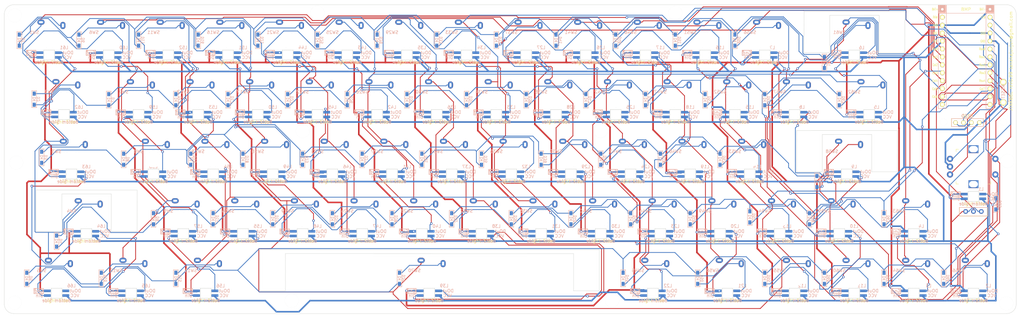
<source format=kicad_pcb>
(kicad_pcb (version 20171130) (host pcbnew "(5.1.12)-1")
  (layers (0 F.Cu signal) (31 B.Cu signal) (34 B.Paste user) (35 F.Paste user) (36 B.SilkS user) (37 F.SilkS user) (38 B.Mask user) (39 F.Mask user) (44 Edge.Cuts user))
  (net 0 "")
  (net 1 "Net-(D1-Pad2)")
  (net 2 Row0)
  (net 3 "Net-(D2-Pad2)")
  (net 4 Row1)
  (net 5 "Net-(D3-Pad2)")
  (net 6 Row2)
  (net 7 "Net-(D4-Pad2)")
  (net 8 Row3)
  (net 9 "Net-(D5-Pad2)")
  (net 10 Row4)
  (net 11 "Net-(D6-Pad2)")
  (net 12 "Net-(D7-Pad2)")
  (net 13 "Net-(D8-Pad2)")
  (net 14 "Net-(D9-Pad2)")
  (net 15 "Net-(D10-Pad2)")
  (net 16 "Net-(D11-Pad2)")
  (net 17 "Net-(D12-Pad2)")
  (net 18 "Net-(D13-Pad2)")
  (net 19 "Net-(D14-Pad2)")
  (net 20 "Net-(D15-Pad2)")
  (net 21 "Net-(D16-Pad2)")
  (net 22 "Net-(D17-Pad2)")
  (net 23 "Net-(D18-Pad2)")
  (net 24 "Net-(D19-Pad2)")
  (net 25 "Net-(D20-Pad2)")
  (net 26 "Net-(D21-Pad2)")
  (net 27 "Net-(D22-Pad2)")
  (net 28 "Net-(D23-Pad2)")
  (net 29 "Net-(D24-Pad2)")
  (net 30 "Net-(D25-Pad2)")
  (net 31 "Net-(D26-Pad2)")
  (net 32 "Net-(D27-Pad2)")
  (net 33 "Net-(D28-Pad2)")
  (net 34 "Net-(D29-Pad2)")
  (net 35 "Net-(D30-Pad2)")
  (net 36 "Net-(D31-Pad2)")
  (net 37 "Net-(D32-Pad2)")
  (net 38 "Net-(D33-Pad2)")
  (net 39 "Net-(D34-Pad2)")
  (net 40 "Net-(D35-Pad2)")
  (net 41 "Net-(D36-Pad2)")
  (net 42 "Net-(D37-Pad1)")
  (net 43 "Net-(D38-Pad1)")
  (net 44 "Net-(D39-Pad1)")
  (net 45 "Net-(D40-Pad1)")
  (net 46 "Net-(D41-Pad1)")
  (net 47 "Net-(D42-Pad1)")
  (net 48 "Net-(D43-Pad1)")
  (net 49 "Net-(D44-Pad1)")
  (net 50 "Net-(D45-Pad1)")
  (net 51 "Net-(D46-Pad1)")
  (net 52 "Net-(D47-Pad1)")
  (net 53 "Net-(D48-Pad1)")
  (net 54 "Net-(D49-Pad1)")
  (net 55 "Net-(D50-Pad1)")
  (net 56 "Net-(D51-Pad1)")
  (net 57 "Net-(D52-Pad1)")
  (net 58 "Net-(D53-Pad1)")
  (net 59 "Net-(D54-Pad1)")
  (net 60 "Net-(D55-Pad1)")
  (net 61 "Net-(D56-Pad1)")
  (net 62 "Net-(D57-Pad1)")
  (net 63 "Net-(D58-Pad1)")
  (net 64 "Net-(D59-Pad1)")
  (net 65 "Net-(D60-Pad1)")
  (net 66 "Net-(D61-Pad1)")
  (net 67 "Net-(D62-Pad1)")
  (net 68 "Net-(D63-Pad1)")
  (net 69 "Net-(D64-Pad1)")
  (net 70 "Net-(D65-Pad1)")
  (net 71 "Net-(D66-Pad1)")
  (net 72 GND)
  (net 73 Bat+)
  (net 74 LED)
  (net 75 "Net-(L1-Pad1)")
  (net 76 VCC)
  (net 77 "Net-(L2-Pad1)")
  (net 78 "Net-(L3-Pad1)")
  (net 79 "Net-(L4-Pad1)")
  (net 80 "Net-(L5-Pad1)")
  (net 81 "Net-(L6-Pad1)")
  (net 82 "Net-(L7-Pad1)")
  (net 83 "Net-(L8-Pad1)")
  (net 84 "Net-(L10-Pad3)")
  (net 85 "Net-(L10-Pad1)")
  (net 86 "Net-(L11-Pad1)")
  (net 87 "Net-(L12-Pad1)")
  (net 88 "Net-(L13-Pad1)")
  (net 89 "Net-(L14-Pad1)")
  (net 90 "Net-(L15-Pad1)")
  (net 91 "Net-(L16-Pad1)")
  (net 92 "Net-(L17-Pad1)")
  (net 93 "Net-(L18-Pad1)")
  (net 94 "Net-(L19-Pad1)")
  (net 95 "Net-(L20-Pad1)")
  (net 96 "Net-(L21-Pad1)")
  (net 97 "Net-(L22-Pad1)")
  (net 98 "Net-(L23-Pad1)")
  (net 99 "Net-(L24-Pad1)")
  (net 100 "Net-(L25-Pad1)")
  (net 101 "Net-(L26-Pad1)")
  (net 102 "Net-(L27-Pad1)")
  (net 103 "Net-(L28-Pad1)")
  (net 104 "Net-(L29-Pad1)")
  (net 105 "Net-(L30-Pad1)")
  (net 106 "Net-(L31-Pad1)")
  (net 107 "Net-(L32-Pad1)")
  (net 108 "Net-(L33-Pad1)")
  (net 109 "Net-(L34-Pad1)")
  (net 110 "Net-(L35-Pad1)")
  (net 111 "Net-(L36-Pad1)")
  (net 112 "Net-(L37-Pad1)")
  (net 113 "Net-(L38-Pad1)")
  (net 114 "Net-(L39-Pad1)")
  (net 115 "Net-(L40-Pad1)")
  (net 116 "Net-(L41-Pad1)")
  (net 117 "Net-(L42-Pad1)")
  (net 118 "Net-(L43-Pad1)")
  (net 119 "Net-(L44-Pad1)")
  (net 120 "Net-(L45-Pad1)")
  (net 121 "Net-(L46-Pad1)")
  (net 122 "Net-(L47-Pad1)")
  (net 123 "Net-(L48-Pad1)")
  (net 124 "Net-(L49-Pad1)")
  (net 125 "Net-(L50-Pad1)")
  (net 126 "Net-(L51-Pad1)")
  (net 127 "Net-(L52-Pad1)")
  (net 128 "Net-(L53-Pad1)")
  (net 129 "Net-(L54-Pad1)")
  (net 130 "Net-(L55-Pad1)")
  (net 131 "Net-(L56-Pad1)")
  (net 132 "Net-(L57-Pad1)")
  (net 133 "Net-(L58-Pad1)")
  (net 134 "Net-(L59-Pad1)")
  (net 135 "Net-(L60-Pad1)")
  (net 136 "Net-(L61-Pad1)")
  (net 137 "Net-(L62-Pad1)")
  (net 138 "Net-(L63-Pad1)")
  (net 139 "Net-(L64-Pad1)")
  (net 140 "Net-(L65-Pad1)")
  (net 141 "Net-(L66-Pad1)")
  (net 142 Col0)
  (net 143 Col1)
  (net 144 Col2)
  (net 145 Col3)
  (net 146 Col4)
  (net 147 Col5)
  (net 148 Col6)
  (net 149 Col7)
  (net 150 B1)
  (net 151 A1)
  (net 152 Reset)
  (net 153 "Net-(U1-Pad24)")
  (net 154 SCL)
  (net 155 SDA)
  (module kbd_Hole:m2_Screw_Hole_EdgeCuts (layer F.Cu) (at 314.345 54.7788)
    (fp_text reference J14 hide)
    (fp_text value Conn_01x01 hide)
    (fp_circle (center 0 0) (end 1.1 0) (layer Edge.Cuts) (width 0.01))
  )
  (module kbd_Hole:m2_Screw_Hole_EdgeCuts (layer F.Cu) (at 333.375 54.7688)
    (fp_text reference J15 hide)
    (fp_text value Conn_01x01 hide)
    (fp_circle (center 0 0) (end 1.1 0) (layer Edge.Cuts) (width 0.01))
  )
  (module footprints:Gateron_KS-27_Solder (layer F.Cu) (at 323.85 104.775)
    (fp_text reference SW66 (at -4.75 -2.5 unlocked) (layer B.SilkS) (effects (justify mirror)))
    (fp_text value SW_PUSH)
    (pad 2 thru_hole oval (at 4.4 -4.7) (size 1.65 2.3) (drill oval 0.65 1.3) (layers *.Cu *.Mask) (net 71 "Net-(D66-Pad1)"))
    (pad 1 thru_hole oval (at -2.6 -5.75) (size 2.3 1.65) (drill oval 1.3 0.65) (layers *.Cu *.Mask) (net 148 Col6))
    (pad "" np_thru_hole circle (at 0 0 90) (size 5.2 5.2) (drill 5.2) (layers *.Cu *.Mask))
  )
  (module kbd_Parts:RotaryEncoder_EC12E (layer F.Cu) (at 323.85 69.0562)
    (fp_text reference SW65)
    (fp_text value Rotary_Encoder_Switch)
    (pad S1 thru_hole circle (at 7 2.5) (size 2 2) (drill 1) (layers *.Cu *.Mask) (net 70 "Net-(D65-Pad1)"))
    (pad S2 thru_hole circle (at 7 -2.5) (size 2 2) (drill 1) (layers *.Cu *.Mask) (net 148 Col6))
    (pad MP thru_hole rect (at 0 5.6) (size 3.2 2.5) (drill oval 2.8 2) (layers *.Cu *.Mask))
    (pad MP thru_hole rect (at 0 -5.6) (size 3.2 2.5) (drill oval 2.8 2) (layers *.Cu *.Mask))
    (pad B thru_hole circle (at -7.5 2.5) (size 2 2) (drill 1) (layers *.Cu *.Mask) (net 150 B1))
    (pad C thru_hole circle (at -7.5 0) (size 2 2) (drill 1) (layers *.Cu *.Mask) (net 72 GND))
    (pad A thru_hole circle (at -7.5 -2.5) (size 2 2) (drill 1) (layers *.Cu *.Mask) (net 151 A1))
  )
  (module kbd_Parts:Micon_BMP_GL_C (layer F.Cu) (at 321.469 35.7188)
    (fp_text reference U1 hide)
    (fp_text value BLEMicroPro hide)
    (fp_text user BMP (at 0 -17) (layer F.SilkS))
    (fp_text user BAT- (at 5.3 -17.018) (layer F.SilkS) (effects (font (size 0.75 0.5) (thickness 0.125))))
    (fp_text user BAT+ (at -9.9155 -17.018) (layer F.SilkS) (effects (font (size 0.75 0.5) (thickness 0.125))))
    (fp_text user "" (at -0.5 -17.25) (layer F.SilkS))
    (fp_text user "" (at -1.2065 -16.256) (layer B.SilkS) (effects (justify mirror)))
    (fp_text user RAW (at -9.8155 -14.478) (layer F.SilkS) (effects (font (size 0.75 0.5) (thickness 0.125))))
    (fp_text user LED (at 5.5 -14.478) (layer F.SilkS) (effects (font (size 0.75 0.5) (thickness 0.125))))
    (fp_text user GND (at -9.8155 -11.938) (layer F.SilkS) (effects (font (size 0.75 0.5) (thickness 0.125))))
    (fp_text user RST (at -9.8155 -9.3345) (layer F.SilkS) (effects (font (size 0.75 0.5) (thickness 0.125))))
    (fp_text user GND (at 5.4245 -9.3345) (layer F.SilkS) (effects (font (size 0.75 0.5) (thickness 0.125))))
    (fp_text user VCC (at -9.8155 -6.858) (layer F.SilkS) (effects (font (size 0.75 0.5) (thickness 0.125))))
    (fp_text user GND (at 5.361 -6.7945) (layer F.SilkS) (effects (font (size 0.75 0.5) (thickness 0.125))))
    (fp_text user Col3 (at -9.9 3.35) (layer F.SilkS) (effects (font (size 0.75 0.5) (thickness 0.125))))
    (fp_text user Row2 (at 5.2 0.8) (layer F.SilkS) (effects (font (size 0.75 0.5) (thickness 0.125))))
    (fp_text user Col2 (at -9.9 0.762) (layer F.SilkS) (effects (font (size 0.75 0.5) (thickness 0.125))))
    (fp_text user Row1 (at 5.161 -1.778) (layer F.SilkS) (effects (font (size 0.75 0.5) (thickness 0.125))))
    (fp_text user Col1 (at -9.85 -1.778) (layer F.SilkS) (effects (font (size 0.75 0.5) (thickness 0.125))))
    (fp_text user Row0 (at 5.161 -4.318) (layer F.SilkS) (effects (font (size 0.75 0.5) (thickness 0.125))))
    (fp_text user Col0 (at -9.9 -4.3) (layer F.SilkS) (effects (font (size 0.75 0.5) (thickness 0.125))))
    (fp_text user Col6 (at -9.95 10.95) (layer F.SilkS) (effects (font (size 0.75 0.5) (thickness 0.125))))
    (fp_text user Col7 (at 5.2 8.4455) (layer F.SilkS) (effects (font (size 0.75 0.5) (thickness 0.125))))
    (fp_text user Col5 (at -9.95 8.4455) (layer F.SilkS) (effects (font (size 0.75 0.5) (thickness 0.125))))
    (fp_text user Row4 (at 5.2 5.85) (layer F.SilkS) (effects (font (size 0.75 0.5) (thickness 0.125))))
    (fp_text user Col4 (at -9.95 5.85) (layer F.SilkS) (effects (font (size 0.75 0.5) (thickness 0.125))))
    (fp_text user Row3 (at 5.25 3.302) (layer F.SilkS) (effects (font (size 0.75 0.5) (thickness 0.125))))
    (pad 25 thru_hole circle (at -7.5636 -17.018) (size 1.524 1.524) (drill 0.8128) (layers *.Cu *.Mask F.SilkS) (net 73 Bat+))
    (pad 26 thru_hole circle (at 7.6564 -17.018) (size 1.524 1.524) (drill 0.8128) (layers *.Cu *.Mask F.SilkS) (net 72 GND))
    (pad 1 thru_hole circle (at 7.6564 -14.478) (size 1.524 1.524) (drill 0.8128) (layers *.Cu *.Mask F.SilkS) (net 74 LED))
    (pad 2 thru_hole circle (at 7.6564 -11.938) (size 1.524 1.524) (drill 0.8128) (layers *.Cu *.Mask F.SilkS) (net 151 A1))
    (pad 3 thru_hole circle (at 7.6564 -9.398) (size 1.524 1.524) (drill 0.8128) (layers *.Cu *.Mask F.SilkS) (net 72 GND))
    (pad 4 thru_hole circle (at 7.6564 -6.858) (size 1.524 1.524) (drill 0.8128) (layers *.Cu *.Mask F.SilkS) (net 72 GND))
    (pad 5 thru_hole circle (at 7.6564 -4.318) (size 1.524 1.524) (drill 0.8128) (layers *.Cu *.Mask F.SilkS) (net 155 SDA))
    (pad 6 thru_hole circle (at 7.6564 -1.778) (size 1.524 1.524) (drill 0.8128) (layers *.Cu *.Mask F.SilkS) (net 154 SCL))
    (pad 7 thru_hole circle (at 7.6564 0.762) (size 1.524 1.524) (drill 0.8128) (layers *.Cu *.Mask F.SilkS) (net 2 Row0))
    (pad 8 thru_hole circle (at 7.6564 3.302) (size 1.524 1.524) (drill 0.8128) (layers *.Cu *.Mask F.SilkS) (net 4 Row1))
    (pad 9 thru_hole circle (at 7.6564 5.842) (size 1.524 1.524) (drill 0.8128) (layers *.Cu *.Mask F.SilkS) (net 6 Row2))
    (pad 10 thru_hole circle (at 7.6564 8.382) (size 1.524 1.524) (drill 0.8128) (layers *.Cu *.Mask F.SilkS) (net 8 Row3))
    (pad 11 thru_hole circle (at 7.6564 10.922) (size 1.524 1.524) (drill 0.8128) (layers *.Cu *.Mask F.SilkS) (net 10 Row4))
    (pad 12 thru_hole circle (at 7.6564 13.462) (size 1.524 1.524) (drill 0.8128) (layers *.Cu *.Mask F.SilkS) (net 150 B1))
    (pad 13 thru_hole circle (at -7.5636 13.462) (size 1.524 1.524) (drill 0.8128) (layers *.Cu *.Mask F.SilkS) (net 149 Col7))
    (pad 14 thru_hole circle (at -7.5636 10.922) (size 1.524 1.524) (drill 0.8128) (layers *.Cu *.Mask F.SilkS) (net 148 Col6))
    (pad 15 thru_hole circle (at -7.5636 8.382) (size 1.524 1.524) (drill 0.8128) (layers *.Cu *.Mask F.SilkS) (net 147 Col5))
    (pad 16 thru_hole circle (at -7.5636 5.842) (size 1.524 1.524) (drill 0.8128) (layers *.Cu *.Mask F.SilkS) (net 146 Col4))
    (pad 17 thru_hole circle (at -7.5636 3.302) (size 1.524 1.524) (drill 0.8128) (layers *.Cu *.Mask F.SilkS) (net 145 Col3))
    (pad 18 thru_hole circle (at -7.5636 0.762) (size 1.524 1.524) (drill 0.8128) (layers *.Cu *.Mask F.SilkS) (net 144 Col2))
    (pad 19 thru_hole circle (at -7.5636 -1.778) (size 1.524 1.524) (drill 0.8128) (layers *.Cu *.Mask F.SilkS) (net 143 Col1))
    (pad 20 thru_hole circle (at -7.5636 -4.318) (size 1.524 1.524) (drill 0.8128) (layers *.Cu *.Mask F.SilkS) (net 142 Col0))
    (pad 21 thru_hole circle (at -7.5636 -6.858) (size 1.524 1.524) (drill 0.8128) (layers *.Cu *.Mask F.SilkS) (net 76 VCC))
    (pad 22 thru_hole circle (at -7.5636 -9.398) (size 1.524 1.524) (drill 0.8128) (layers *.Cu *.Mask F.SilkS) (net 152 Reset))
    (pad 23 thru_hole circle (at -7.5636 -11.938) (size 1.524 1.524) (drill 0.8128) (layers *.Cu *.Mask F.SilkS) (net 72 GND))
    (pad 24 thru_hole circle (at -7.5636 -14.478) (size 1.524 1.524) (drill 0.8128) (layers *.Cu *.Mask F.SilkS) (net 153 "Net-(U1-Pad24)"))
  )
  (module kbd_Parts:ResetSW (layer F.Cu) (at 333.375 45.2438 90)
    (fp_text reference SW67 hide)
    (fp_text value SW_PUSH)
    (fp_text user RESET (at 0.127 0 90) (layer B.SilkS) (effects (justify mirror)))
    (pad 2 thru_hole circle (at -3.25 0 90) (size 2 2) (drill 1.3) (layers *.Cu *.Mask F.SilkS) (net 72 GND))
    (pad 1 thru_hole circle (at 3.25 0 90) (size 2 2) (drill 1.3) (layers *.Cu *.Mask F.SilkS) (net 152 Reset))
  )
  (module footprints:Gateron_KS-27_Solder (layer F.Cu) (at 304.8 104.775)
    (fp_text reference SW64 (at -4.75 -2.5 unlocked) (layer B.SilkS) (effects (justify mirror)))
    (fp_text value SW_PUSH)
    (pad 2 thru_hole oval (at 4.4 -4.7) (size 1.65 2.3) (drill oval 0.65 1.3) (layers *.Cu *.Mask) (net 69 "Net-(D64-Pad1)"))
    (pad 1 thru_hole oval (at -2.6 -5.75) (size 2.3 1.65) (drill oval 1.3 0.65) (layers *.Cu *.Mask) (net 147 Col5))
    (pad "" np_thru_hole circle (at 0 0 90) (size 5.2 5.2) (drill 5.2) (layers *.Cu *.Mask))
  )
  (module footprints:Gateron_KS-27_Solder (layer F.Cu) (at 304.8 85.725)
    (fp_text reference SW63 (at -4.75 -2.5 unlocked) (layer B.SilkS) (effects (justify mirror)))
    (fp_text value SW_PUSH)
    (pad 2 thru_hole oval (at 4.4 -4.7) (size 1.65 2.3) (drill oval 0.65 1.3) (layers *.Cu *.Mask) (net 68 "Net-(D63-Pad1)"))
    (pad 1 thru_hole oval (at -2.6 -5.75) (size 2.3 1.65) (drill oval 1.3 0.65) (layers *.Cu *.Mask) (net 147 Col5))
    (pad "" np_thru_hole circle (at 0 0 90) (size 5.2 5.2) (drill 5.2) (layers *.Cu *.Mask))
  )
  (module footprints:Gateron_KS-27_Solder (layer F.Cu) (at 290.512 47.625)
    (fp_text reference SW62 (at -4.75 -2.5 unlocked) (layer B.SilkS) (effects (justify mirror)))
    (fp_text value SW_PUSH)
    (pad 2 thru_hole oval (at 4.4 -4.7) (size 1.65 2.3) (drill oval 0.65 1.3) (layers *.Cu *.Mask) (net 67 "Net-(D62-Pad1)"))
    (pad 1 thru_hole oval (at -2.6 -5.75) (size 2.3 1.65) (drill oval 1.3 0.65) (layers *.Cu *.Mask) (net 147 Col5))
    (pad "" np_thru_hole circle (at 0 0 90) (size 5.2 5.2) (drill 5.2) (layers *.Cu *.Mask))
  )
  (module footprints:Gateron_KS-27_Solder (layer F.Cu) (at 285.75 28.575)
    (fp_text reference SW61 (at -4.75 -2.5 unlocked) (layer B.SilkS) (effects (justify mirror)))
    (fp_text value SW_PUSH)
    (pad 2 thru_hole oval (at 4.4 -4.7) (size 1.65 2.3) (drill oval 0.65 1.3) (layers *.Cu *.Mask) (net 66 "Net-(D61-Pad1)"))
    (pad 1 thru_hole oval (at -2.6 -5.75) (size 2.3 1.65) (drill oval 1.3 0.65) (layers *.Cu *.Mask) (net 147 Col5))
    (pad "" np_thru_hole circle (at 0 0 90) (size 5.2 5.2) (drill 5.2) (layers *.Cu *.Mask))
  )
  (module footprints:Gateron_KS-27_Solder (layer F.Cu) (at 285.75 104.775)
    (fp_text reference SW60 (at -4.75 -2.5 unlocked) (layer B.SilkS) (effects (justify mirror)))
    (fp_text value SW_PUSH)
    (pad 2 thru_hole oval (at 4.4 -4.7) (size 1.65 2.3) (drill oval 0.65 1.3) (layers *.Cu *.Mask) (net 65 "Net-(D60-Pad1)"))
    (pad 1 thru_hole oval (at -2.6 -5.75) (size 2.3 1.65) (drill oval 1.3 0.65) (layers *.Cu *.Mask) (net 146 Col4))
    (pad "" np_thru_hole circle (at 0 0 90) (size 5.2 5.2) (drill 5.2) (layers *.Cu *.Mask))
  )
  (module footprints:Gateron_KS-27_Solder (layer F.Cu) (at 280.988 85.725)
    (fp_text reference SW59 (at -4.75 -2.5 unlocked) (layer B.SilkS) (effects (justify mirror)))
    (fp_text value SW_PUSH)
    (pad 2 thru_hole oval (at 4.4 -4.7) (size 1.65 2.3) (drill oval 0.65 1.3) (layers *.Cu *.Mask) (net 64 "Net-(D59-Pad1)"))
    (pad 1 thru_hole oval (at -2.6 -5.75) (size 2.3 1.65) (drill oval 1.3 0.65) (layers *.Cu *.Mask) (net 146 Col4))
    (pad "" np_thru_hole circle (at 0 0 90) (size 5.2 5.2) (drill 5.2) (layers *.Cu *.Mask))
  )
  (module footprints:Gateron_KS-27_Solder (layer F.Cu) (at 283.369 66.675)
    (fp_text reference SW58 (at -4.75 -2.5 unlocked) (layer B.SilkS) (effects (justify mirror)))
    (fp_text value SW_PUSH)
    (pad 2 thru_hole oval (at 4.4 -4.7) (size 1.65 2.3) (drill oval 0.65 1.3) (layers *.Cu *.Mask) (net 63 "Net-(D58-Pad1)"))
    (pad 1 thru_hole oval (at -2.6 -5.75) (size 2.3 1.65) (drill oval 1.3 0.65) (layers *.Cu *.Mask) (net 146 Col4))
    (pad "" np_thru_hole circle (at 0 0 90) (size 5.2 5.2) (drill 5.2) (layers *.Cu *.Mask))
  )
  (module footprints:Gateron_KS-27_Solder (layer F.Cu) (at 266.7 47.625)
    (fp_text reference SW57 (at -4.75 -2.5 unlocked) (layer B.SilkS) (effects (justify mirror)))
    (fp_text value SW_PUSH)
    (pad 2 thru_hole oval (at 4.4 -4.7) (size 1.65 2.3) (drill oval 0.65 1.3) (layers *.Cu *.Mask) (net 62 "Net-(D57-Pad1)"))
    (pad 1 thru_hole oval (at -2.6 -5.75) (size 2.3 1.65) (drill oval 1.3 0.65) (layers *.Cu *.Mask) (net 146 Col4))
    (pad "" np_thru_hole circle (at 0 0 90) (size 5.2 5.2) (drill 5.2) (layers *.Cu *.Mask))
  )
  (module footprints:Gateron_KS-27_Solder (layer F.Cu) (at 257.175 28.575)
    (fp_text reference SW56 (at -4.75 -2.5 unlocked) (layer B.SilkS) (effects (justify mirror)))
    (fp_text value SW_PUSH)
    (pad 2 thru_hole oval (at 4.4 -4.7) (size 1.65 2.3) (drill oval 0.65 1.3) (layers *.Cu *.Mask) (net 61 "Net-(D56-Pad1)"))
    (pad 1 thru_hole oval (at -2.6 -5.75) (size 2.3 1.65) (drill oval 1.3 0.65) (layers *.Cu *.Mask) (net 146 Col4))
    (pad "" np_thru_hole circle (at 0 0 90) (size 5.2 5.2) (drill 5.2) (layers *.Cu *.Mask))
  )
  (module footprints:Gateron_KS-27_Solder (layer F.Cu) (at 266.7 104.775)
    (fp_text reference SW55 (at -4.75 -2.5 unlocked) (layer B.SilkS) (effects (justify mirror)))
    (fp_text value SW_PUSH)
    (pad 2 thru_hole oval (at 4.4 -4.7) (size 1.65 2.3) (drill oval 0.65 1.3) (layers *.Cu *.Mask) (net 60 "Net-(D55-Pad1)"))
    (pad 1 thru_hole oval (at -2.6 -5.75) (size 2.3 1.65) (drill oval 1.3 0.65) (layers *.Cu *.Mask) (net 145 Col3))
    (pad "" np_thru_hole circle (at 0 0 90) (size 5.2 5.2) (drill 5.2) (layers *.Cu *.Mask))
  )
  (module footprints:Gateron_KS-27_Solder (layer F.Cu) (at 261.938 85.725)
    (fp_text reference SW54 (at -4.75 -2.5 unlocked) (layer B.SilkS) (effects (justify mirror)))
    (fp_text value SW_PUSH)
    (pad 2 thru_hole oval (at 4.4 -4.7) (size 1.65 2.3) (drill oval 0.65 1.3) (layers *.Cu *.Mask) (net 59 "Net-(D54-Pad1)"))
    (pad 1 thru_hole oval (at -2.6 -5.75) (size 2.3 1.65) (drill oval 1.3 0.65) (layers *.Cu *.Mask) (net 145 Col3))
    (pad "" np_thru_hole circle (at 0 0 90) (size 5.2 5.2) (drill 5.2) (layers *.Cu *.Mask))
  )
  (module footprints:Gateron_KS-27_Solder (layer F.Cu) (at 252.412 66.675)
    (fp_text reference SW53 (at -4.75 -2.5 unlocked) (layer B.SilkS) (effects (justify mirror)))
    (fp_text value SW_PUSH)
    (pad 2 thru_hole oval (at 4.4 -4.7) (size 1.65 2.3) (drill oval 0.65 1.3) (layers *.Cu *.Mask) (net 58 "Net-(D53-Pad1)"))
    (pad 1 thru_hole oval (at -2.6 -5.75) (size 2.3 1.65) (drill oval 1.3 0.65) (layers *.Cu *.Mask) (net 145 Col3))
    (pad "" np_thru_hole circle (at 0 0 90) (size 5.2 5.2) (drill 5.2) (layers *.Cu *.Mask))
  )
  (module footprints:Gateron_KS-27_Solder (layer F.Cu) (at 247.65 47.625)
    (fp_text reference SW52 (at -4.75 -2.5 unlocked) (layer B.SilkS) (effects (justify mirror)))
    (fp_text value SW_PUSH)
    (pad 2 thru_hole oval (at 4.4 -4.7) (size 1.65 2.3) (drill oval 0.65 1.3) (layers *.Cu *.Mask) (net 57 "Net-(D52-Pad1)"))
    (pad 1 thru_hole oval (at -2.6 -5.75) (size 2.3 1.65) (drill oval 1.3 0.65) (layers *.Cu *.Mask) (net 145 Col3))
    (pad "" np_thru_hole circle (at 0 0 90) (size 5.2 5.2) (drill 5.2) (layers *.Cu *.Mask))
  )
  (module footprints:Gateron_KS-27_Solder (layer F.Cu) (at 238.125 28.575)
    (fp_text reference SW51 (at -4.75 -2.5 unlocked) (layer B.SilkS) (effects (justify mirror)))
    (fp_text value SW_PUSH)
    (pad 2 thru_hole oval (at 4.4 -4.7) (size 1.65 2.3) (drill oval 0.65 1.3) (layers *.Cu *.Mask) (net 56 "Net-(D51-Pad1)"))
    (pad 1 thru_hole oval (at -2.6 -5.75) (size 2.3 1.65) (drill oval 1.3 0.65) (layers *.Cu *.Mask) (net 145 Col3))
    (pad "" np_thru_hole circle (at 0 0 90) (size 5.2 5.2) (drill 5.2) (layers *.Cu *.Mask))
  )
  (module footprints:Gateron_KS-27_Solder (layer F.Cu) (at 245.269 104.775)
    (fp_text reference SW50 (at -4.75 -2.5 unlocked) (layer B.SilkS) (effects (justify mirror)))
    (fp_text value SW_PUSH)
    (pad 2 thru_hole oval (at 4.4 -4.7) (size 1.65 2.3) (drill oval 0.65 1.3) (layers *.Cu *.Mask) (net 55 "Net-(D50-Pad1)"))
    (pad 1 thru_hole oval (at -2.6 -5.75) (size 2.3 1.65) (drill oval 1.3 0.65) (layers *.Cu *.Mask) (net 144 Col2))
    (pad "" np_thru_hole circle (at 0 0 90) (size 5.2 5.2) (drill 5.2) (layers *.Cu *.Mask))
  )
  (module footprints:Gateron_KS-27_Solder (layer F.Cu) (at 242.888 85.725)
    (fp_text reference SW49 (at -4.75 -2.5 unlocked) (layer B.SilkS) (effects (justify mirror)))
    (fp_text value SW_PUSH)
    (pad 2 thru_hole oval (at 4.4 -4.7) (size 1.65 2.3) (drill oval 0.65 1.3) (layers *.Cu *.Mask) (net 54 "Net-(D49-Pad1)"))
    (pad 1 thru_hole oval (at -2.6 -5.75) (size 2.3 1.65) (drill oval 1.3 0.65) (layers *.Cu *.Mask) (net 144 Col2))
    (pad "" np_thru_hole circle (at 0 0 90) (size 5.2 5.2) (drill 5.2) (layers *.Cu *.Mask))
  )
  (module footprints:Gateron_KS-27_Solder (layer F.Cu) (at 233.362 66.675)
    (fp_text reference SW48 (at -4.75 -2.5 unlocked) (layer B.SilkS) (effects (justify mirror)))
    (fp_text value SW_PUSH)
    (pad 2 thru_hole oval (at 4.4 -4.7) (size 1.65 2.3) (drill oval 0.65 1.3) (layers *.Cu *.Mask) (net 53 "Net-(D48-Pad1)"))
    (pad 1 thru_hole oval (at -2.6 -5.75) (size 2.3 1.65) (drill oval 1.3 0.65) (layers *.Cu *.Mask) (net 144 Col2))
    (pad "" np_thru_hole circle (at 0 0 90) (size 5.2 5.2) (drill 5.2) (layers *.Cu *.Mask))
  )
  (module footprints:Gateron_KS-27_Solder (layer F.Cu) (at 228.6 47.625)
    (fp_text reference SW47 (at -4.75 -2.5 unlocked) (layer B.SilkS) (effects (justify mirror)))
    (fp_text value SW_PUSH)
    (pad 2 thru_hole oval (at 4.4 -4.7) (size 1.65 2.3) (drill oval 0.65 1.3) (layers *.Cu *.Mask) (net 52 "Net-(D47-Pad1)"))
    (pad 1 thru_hole oval (at -2.6 -5.75) (size 2.3 1.65) (drill oval 1.3 0.65) (layers *.Cu *.Mask) (net 144 Col2))
    (pad "" np_thru_hole circle (at 0 0 90) (size 5.2 5.2) (drill 5.2) (layers *.Cu *.Mask))
  )
  (module footprints:Gateron_KS-27_Solder (layer F.Cu) (at 219.075 28.575)
    (fp_text reference SW46 (at -4.75 -2.5 unlocked) (layer B.SilkS) (effects (justify mirror)))
    (fp_text value SW_PUSH)
    (pad 2 thru_hole oval (at 4.4 -4.7) (size 1.65 2.3) (drill oval 0.65 1.3) (layers *.Cu *.Mask) (net 51 "Net-(D46-Pad1)"))
    (pad 1 thru_hole oval (at -2.6 -5.75) (size 2.3 1.65) (drill oval 1.3 0.65) (layers *.Cu *.Mask) (net 144 Col2))
    (pad "" np_thru_hole circle (at 0 0 90) (size 5.2 5.2) (drill 5.2) (layers *.Cu *.Mask))
  )
  (module footprints:Gateron_KS-27_Solder (layer F.Cu) (at 221.456 104.775)
    (fp_text reference SW45 (at -4.75 -2.5 unlocked) (layer B.SilkS) (effects (justify mirror)))
    (fp_text value SW_PUSH)
    (pad 2 thru_hole oval (at 4.4 -4.7) (size 1.65 2.3) (drill oval 0.65 1.3) (layers *.Cu *.Mask) (net 50 "Net-(D45-Pad1)"))
    (pad 1 thru_hole oval (at -2.6 -5.75) (size 2.3 1.65) (drill oval 1.3 0.65) (layers *.Cu *.Mask) (net 143 Col1))
    (pad "" np_thru_hole circle (at 0 0 90) (size 5.2 5.2) (drill 5.2) (layers *.Cu *.Mask))
  )
  (module footprints:Gateron_KS-27_Solder (layer F.Cu) (at 223.838 85.725)
    (fp_text reference SW44 (at -4.75 -2.5 unlocked) (layer B.SilkS) (effects (justify mirror)))
    (fp_text value SW_PUSH)
    (pad 2 thru_hole oval (at 4.4 -4.7) (size 1.65 2.3) (drill oval 0.65 1.3) (layers *.Cu *.Mask) (net 49 "Net-(D44-Pad1)"))
    (pad 1 thru_hole oval (at -2.6 -5.75) (size 2.3 1.65) (drill oval 1.3 0.65) (layers *.Cu *.Mask) (net 143 Col1))
    (pad "" np_thru_hole circle (at 0 0 90) (size 5.2 5.2) (drill 5.2) (layers *.Cu *.Mask))
  )
  (module footprints:Gateron_KS-27_Solder (layer F.Cu) (at 214.312 66.675)
    (fp_text reference SW43 (at -4.75 -2.5 unlocked) (layer B.SilkS) (effects (justify mirror)))
    (fp_text value SW_PUSH)
    (pad 2 thru_hole oval (at 4.4 -4.7) (size 1.65 2.3) (drill oval 0.65 1.3) (layers *.Cu *.Mask) (net 48 "Net-(D43-Pad1)"))
    (pad 1 thru_hole oval (at -2.6 -5.75) (size 2.3 1.65) (drill oval 1.3 0.65) (layers *.Cu *.Mask) (net 143 Col1))
    (pad "" np_thru_hole circle (at 0 0 90) (size 5.2 5.2) (drill 5.2) (layers *.Cu *.Mask))
  )
  (module footprints:Gateron_KS-27_Solder (layer F.Cu) (at 209.55 47.625)
    (fp_text reference SW42 (at -4.75 -2.5 unlocked) (layer B.SilkS) (effects (justify mirror)))
    (fp_text value SW_PUSH)
    (pad 2 thru_hole oval (at 4.4 -4.7) (size 1.65 2.3) (drill oval 0.65 1.3) (layers *.Cu *.Mask) (net 47 "Net-(D42-Pad1)"))
    (pad 1 thru_hole oval (at -2.6 -5.75) (size 2.3 1.65) (drill oval 1.3 0.65) (layers *.Cu *.Mask) (net 143 Col1))
    (pad "" np_thru_hole circle (at 0 0 90) (size 5.2 5.2) (drill 5.2) (layers *.Cu *.Mask))
  )
  (module footprints:Gateron_KS-27_Solder (layer F.Cu) (at 200.025 28.575)
    (fp_text reference SW41 (at -4.75 -2.5 unlocked) (layer B.SilkS) (effects (justify mirror)))
    (fp_text value SW_PUSH)
    (pad 2 thru_hole oval (at 4.4 -4.7) (size 1.65 2.3) (drill oval 0.65 1.3) (layers *.Cu *.Mask) (net 46 "Net-(D41-Pad1)"))
    (pad 1 thru_hole oval (at -2.6 -5.75) (size 2.3 1.65) (drill oval 1.3 0.65) (layers *.Cu *.Mask) (net 143 Col1))
    (pad "" np_thru_hole circle (at 0 0 90) (size 5.2 5.2) (drill 5.2) (layers *.Cu *.Mask))
  )
  (module footprints:Gateron_KS-27_Solder (layer F.Cu) (at 204.788 85.725)
    (fp_text reference SW40 (at -4.75 -2.5 unlocked) (layer B.SilkS) (effects (justify mirror)))
    (fp_text value SW_PUSH)
    (pad 2 thru_hole oval (at 4.4 -4.7) (size 1.65 2.3) (drill oval 0.65 1.3) (layers *.Cu *.Mask) (net 45 "Net-(D40-Pad1)"))
    (pad 1 thru_hole oval (at -2.6 -5.75) (size 2.3 1.65) (drill oval 1.3 0.65) (layers *.Cu *.Mask) (net 142 Col0))
    (pad "" np_thru_hole circle (at 0 0 90) (size 5.2 5.2) (drill 5.2) (layers *.Cu *.Mask))
  )
  (module footprints:Gateron_KS-27_Solder (layer F.Cu) (at 195.262 66.675)
    (fp_text reference SW39 (at -4.75 -2.5 unlocked) (layer B.SilkS) (effects (justify mirror)))
    (fp_text value SW_PUSH)
    (pad 2 thru_hole oval (at 4.4 -4.7) (size 1.65 2.3) (drill oval 0.65 1.3) (layers *.Cu *.Mask) (net 44 "Net-(D39-Pad1)"))
    (pad 1 thru_hole oval (at -2.6 -5.75) (size 2.3 1.65) (drill oval 1.3 0.65) (layers *.Cu *.Mask) (net 142 Col0))
    (pad "" np_thru_hole circle (at 0 0 90) (size 5.2 5.2) (drill 5.2) (layers *.Cu *.Mask))
  )
  (module footprints:Gateron_KS-27_Solder (layer F.Cu) (at 190.5 47.625)
    (fp_text reference SW38 (at -4.75 -2.5 unlocked) (layer B.SilkS) (effects (justify mirror)))
    (fp_text value SW_PUSH)
    (pad 2 thru_hole oval (at 4.4 -4.7) (size 1.65 2.3) (drill oval 0.65 1.3) (layers *.Cu *.Mask) (net 43 "Net-(D38-Pad1)"))
    (pad 1 thru_hole oval (at -2.6 -5.75) (size 2.3 1.65) (drill oval 1.3 0.65) (layers *.Cu *.Mask) (net 142 Col0))
    (pad "" np_thru_hole circle (at 0 0 90) (size 5.2 5.2) (drill 5.2) (layers *.Cu *.Mask))
  )
  (module footprints:Gateron_KS-27_Solder (layer F.Cu) (at 180.975 28.575)
    (fp_text reference SW37 (at -4.75 -2.5 unlocked) (layer B.SilkS) (effects (justify mirror)))
    (fp_text value SW_PUSH)
    (pad 2 thru_hole oval (at 4.4 -4.7) (size 1.65 2.3) (drill oval 0.65 1.3) (layers *.Cu *.Mask) (net 42 "Net-(D37-Pad1)"))
    (pad 1 thru_hole oval (at -2.6 -5.75) (size 2.3 1.65) (drill oval 1.3 0.65) (layers *.Cu *.Mask) (net 142 Col0))
    (pad "" np_thru_hole circle (at 0 0 90) (size 5.2 5.2) (drill 5.2) (layers *.Cu *.Mask))
  )
  (module footprints:Gateron_KS-27_Solder (layer F.Cu) (at 185.738 85.725)
    (fp_text reference SW36 (at -4.75 -2.5 unlocked) (layer B.SilkS) (effects (justify mirror)))
    (fp_text value SW_PUSH)
    (pad 2 thru_hole oval (at 4.4 -4.7) (size 1.65 2.3) (drill oval 0.65 1.3) (layers *.Cu *.Mask) (net 41 "Net-(D36-Pad2)"))
    (pad 1 thru_hole oval (at -2.6 -5.75) (size 2.3 1.65) (drill oval 1.3 0.65) (layers *.Cu *.Mask) (net 149 Col7))
    (pad "" np_thru_hole circle (at 0 0 90) (size 5.2 5.2) (drill 5.2) (layers *.Cu *.Mask))
  )
  (module footprints:Gateron_KS-27_Solder (layer F.Cu) (at 176.212 66.675)
    (fp_text reference SW35 (at -4.75 -2.5 unlocked) (layer B.SilkS) (effects (justify mirror)))
    (fp_text value SW_PUSH)
    (pad 2 thru_hole oval (at 4.4 -4.7) (size 1.65 2.3) (drill oval 0.65 1.3) (layers *.Cu *.Mask) (net 40 "Net-(D35-Pad2)"))
    (pad 1 thru_hole oval (at -2.6 -5.75) (size 2.3 1.65) (drill oval 1.3 0.65) (layers *.Cu *.Mask) (net 149 Col7))
    (pad "" np_thru_hole circle (at 0 0 90) (size 5.2 5.2) (drill 5.2) (layers *.Cu *.Mask))
  )
  (module footprints:Gateron_KS-27_Solder (layer F.Cu) (at 171.45 47.625)
    (fp_text reference SW34 (at -4.75 -2.5 unlocked) (layer B.SilkS) (effects (justify mirror)))
    (fp_text value SW_PUSH)
    (pad 2 thru_hole oval (at 4.4 -4.7) (size 1.65 2.3) (drill oval 0.65 1.3) (layers *.Cu *.Mask) (net 39 "Net-(D34-Pad2)"))
    (pad 1 thru_hole oval (at -2.6 -5.75) (size 2.3 1.65) (drill oval 1.3 0.65) (layers *.Cu *.Mask) (net 149 Col7))
    (pad "" np_thru_hole circle (at 0 0 90) (size 5.2 5.2) (drill 5.2) (layers *.Cu *.Mask))
  )
  (module footprints:Gateron_KS-27_Solder (layer F.Cu) (at 161.925 28.575)
    (fp_text reference SW33 (at -4.75 -2.5 unlocked) (layer B.SilkS) (effects (justify mirror)))
    (fp_text value SW_PUSH)
    (pad 2 thru_hole oval (at 4.4 -4.7) (size 1.65 2.3) (drill oval 0.65 1.3) (layers *.Cu *.Mask) (net 38 "Net-(D33-Pad2)"))
    (pad 1 thru_hole oval (at -2.6 -5.75) (size 2.3 1.65) (drill oval 1.3 0.65) (layers *.Cu *.Mask) (net 149 Col7))
    (pad "" np_thru_hole circle (at 0 0 90) (size 5.2 5.2) (drill 5.2) (layers *.Cu *.Mask))
  )
  (module footprints:Gateron_KS-27_Solder (layer F.Cu) (at 166.688 85.725)
    (fp_text reference SW32 (at -4.75 -2.5 unlocked) (layer B.SilkS) (effects (justify mirror)))
    (fp_text value SW_PUSH)
    (pad 2 thru_hole oval (at 4.4 -4.7) (size 1.65 2.3) (drill oval 0.65 1.3) (layers *.Cu *.Mask) (net 37 "Net-(D32-Pad2)"))
    (pad 1 thru_hole oval (at -2.6 -5.75) (size 2.3 1.65) (drill oval 1.3 0.65) (layers *.Cu *.Mask) (net 148 Col6))
    (pad "" np_thru_hole circle (at 0 0 90) (size 5.2 5.2) (drill 5.2) (layers *.Cu *.Mask))
  )
  (module footprints:Gateron_KS-27_Solder (layer F.Cu) (at 157.162 66.675)
    (fp_text reference SW31 (at -4.75 -2.5 unlocked) (layer B.SilkS) (effects (justify mirror)))
    (fp_text value SW_PUSH)
    (pad 2 thru_hole oval (at 4.4 -4.7) (size 1.65 2.3) (drill oval 0.65 1.3) (layers *.Cu *.Mask) (net 36 "Net-(D31-Pad2)"))
    (pad 1 thru_hole oval (at -2.6 -5.75) (size 2.3 1.65) (drill oval 1.3 0.65) (layers *.Cu *.Mask) (net 148 Col6))
    (pad "" np_thru_hole circle (at 0 0 90) (size 5.2 5.2) (drill 5.2) (layers *.Cu *.Mask))
  )
  (module footprints:Gateron_KS-27_Solder (layer F.Cu) (at 152.4 47.625)
    (fp_text reference SW30 (at -4.75 -2.5 unlocked) (layer B.SilkS) (effects (justify mirror)))
    (fp_text value SW_PUSH)
    (pad 2 thru_hole oval (at 4.4 -4.7) (size 1.65 2.3) (drill oval 0.65 1.3) (layers *.Cu *.Mask) (net 35 "Net-(D30-Pad2)"))
    (pad 1 thru_hole oval (at -2.6 -5.75) (size 2.3 1.65) (drill oval 1.3 0.65) (layers *.Cu *.Mask) (net 148 Col6))
    (pad "" np_thru_hole circle (at 0 0 90) (size 5.2 5.2) (drill 5.2) (layers *.Cu *.Mask))
  )
  (module footprints:Gateron_KS-27_Solder (layer F.Cu) (at 142.875 28.575)
    (fp_text reference SW29 (at -4.75 -2.5 unlocked) (layer B.SilkS) (effects (justify mirror)))
    (fp_text value SW_PUSH)
    (pad 2 thru_hole oval (at 4.4 -4.7) (size 1.65 2.3) (drill oval 0.65 1.3) (layers *.Cu *.Mask) (net 34 "Net-(D29-Pad2)"))
    (pad 1 thru_hole oval (at -2.6 -5.75) (size 2.3 1.65) (drill oval 1.3 0.65) (layers *.Cu *.Mask) (net 148 Col6))
    (pad "" np_thru_hole circle (at 0 0 90) (size 5.2 5.2) (drill 5.2) (layers *.Cu *.Mask))
  )
  (module footprints:Gateron_KS-27_Solder (layer F.Cu) (at 147.638 85.725)
    (fp_text reference SW28 (at -4.75 -2.5 unlocked) (layer B.SilkS) (effects (justify mirror)))
    (fp_text value SW_PUSH)
    (pad 2 thru_hole oval (at 4.4 -4.7) (size 1.65 2.3) (drill oval 0.65 1.3) (layers *.Cu *.Mask) (net 33 "Net-(D28-Pad2)"))
    (pad 1 thru_hole oval (at -2.6 -5.75) (size 2.3 1.65) (drill oval 1.3 0.65) (layers *.Cu *.Mask) (net 147 Col5))
    (pad "" np_thru_hole circle (at 0 0 90) (size 5.2 5.2) (drill 5.2) (layers *.Cu *.Mask))
  )
  (module footprints:Gateron_KS-27_Solder (layer F.Cu) (at 138.112 66.675)
    (fp_text reference SW27 (at -4.75 -2.5 unlocked) (layer B.SilkS) (effects (justify mirror)))
    (fp_text value SW_PUSH)
    (pad 2 thru_hole oval (at 4.4 -4.7) (size 1.65 2.3) (drill oval 0.65 1.3) (layers *.Cu *.Mask) (net 32 "Net-(D27-Pad2)"))
    (pad 1 thru_hole oval (at -2.6 -5.75) (size 2.3 1.65) (drill oval 1.3 0.65) (layers *.Cu *.Mask) (net 147 Col5))
    (pad "" np_thru_hole circle (at 0 0 90) (size 5.2 5.2) (drill 5.2) (layers *.Cu *.Mask))
  )
  (module footprints:Gateron_KS-27_Solder (layer F.Cu) (at 133.35 47.625)
    (fp_text reference SW26 (at -4.75 -2.5 unlocked) (layer B.SilkS) (effects (justify mirror)))
    (fp_text value SW_PUSH)
    (pad 2 thru_hole oval (at 4.4 -4.7) (size 1.65 2.3) (drill oval 0.65 1.3) (layers *.Cu *.Mask) (net 31 "Net-(D26-Pad2)"))
    (pad 1 thru_hole oval (at -2.6 -5.75) (size 2.3 1.65) (drill oval 1.3 0.65) (layers *.Cu *.Mask) (net 147 Col5))
    (pad "" np_thru_hole circle (at 0 0 90) (size 5.2 5.2) (drill 5.2) (layers *.Cu *.Mask))
  )
  (module footprints:Gateron_KS-27_Solder (layer F.Cu) (at 123.825 28.575)
    (fp_text reference SW25 (at -4.75 -2.5 unlocked) (layer B.SilkS) (effects (justify mirror)))
    (fp_text value SW_PUSH)
    (pad 2 thru_hole oval (at 4.4 -4.7) (size 1.65 2.3) (drill oval 0.65 1.3) (layers *.Cu *.Mask) (net 30 "Net-(D25-Pad2)"))
    (pad 1 thru_hole oval (at -2.6 -5.75) (size 2.3 1.65) (drill oval 1.3 0.65) (layers *.Cu *.Mask) (net 147 Col5))
    (pad "" np_thru_hole circle (at 0 0 90) (size 5.2 5.2) (drill 5.2) (layers *.Cu *.Mask))
  )
  (module footprints:Gateron_KS-27_Solder (layer F.Cu) (at 128.588 85.725)
    (fp_text reference SW24 (at -4.75 -2.5 unlocked) (layer B.SilkS) (effects (justify mirror)))
    (fp_text value SW_PUSH)
    (pad 2 thru_hole oval (at 4.4 -4.7) (size 1.65 2.3) (drill oval 0.65 1.3) (layers *.Cu *.Mask) (net 29 "Net-(D24-Pad2)"))
    (pad 1 thru_hole oval (at -2.6 -5.75) (size 2.3 1.65) (drill oval 1.3 0.65) (layers *.Cu *.Mask) (net 146 Col4))
    (pad "" np_thru_hole circle (at 0 0 90) (size 5.2 5.2) (drill 5.2) (layers *.Cu *.Mask))
  )
  (module footprints:Gateron_KS-27_Solder (layer F.Cu) (at 119.062 66.675)
    (fp_text reference SW23 (at -4.75 -2.5 unlocked) (layer B.SilkS) (effects (justify mirror)))
    (fp_text value SW_PUSH)
    (pad 2 thru_hole oval (at 4.4 -4.7) (size 1.65 2.3) (drill oval 0.65 1.3) (layers *.Cu *.Mask) (net 28 "Net-(D23-Pad2)"))
    (pad 1 thru_hole oval (at -2.6 -5.75) (size 2.3 1.65) (drill oval 1.3 0.65) (layers *.Cu *.Mask) (net 146 Col4))
    (pad "" np_thru_hole circle (at 0 0 90) (size 5.2 5.2) (drill 5.2) (layers *.Cu *.Mask))
  )
  (module footprints:Gateron_KS-27_Solder (layer F.Cu) (at 114.3 47.625)
    (fp_text reference SW22 (at -4.75 -2.5 unlocked) (layer B.SilkS) (effects (justify mirror)))
    (fp_text value SW_PUSH)
    (pad 2 thru_hole oval (at 4.4 -4.7) (size 1.65 2.3) (drill oval 0.65 1.3) (layers *.Cu *.Mask) (net 27 "Net-(D22-Pad2)"))
    (pad 1 thru_hole oval (at -2.6 -5.75) (size 2.3 1.65) (drill oval 1.3 0.65) (layers *.Cu *.Mask) (net 146 Col4))
    (pad "" np_thru_hole circle (at 0 0 90) (size 5.2 5.2) (drill 5.2) (layers *.Cu *.Mask))
  )
  (module footprints:Gateron_KS-27_Solder (layer F.Cu) (at 104.775 28.575)
    (fp_text reference SW21 (at -4.75 -2.5 unlocked) (layer B.SilkS) (effects (justify mirror)))
    (fp_text value SW_PUSH)
    (pad 2 thru_hole oval (at 4.4 -4.7) (size 1.65 2.3) (drill oval 0.65 1.3) (layers *.Cu *.Mask) (net 26 "Net-(D21-Pad2)"))
    (pad 1 thru_hole oval (at -2.6 -5.75) (size 2.3 1.65) (drill oval 1.3 0.65) (layers *.Cu *.Mask) (net 146 Col4))
    (pad "" np_thru_hole circle (at 0 0 90) (size 5.2 5.2) (drill 5.2) (layers *.Cu *.Mask))
  )
  (module footprints:Gateron_KS-27_Solder (layer F.Cu) (at 150.019 104.775)
    (fp_text reference SW20 (at -4.75 -2.5 unlocked) (layer B.SilkS) (effects (justify mirror)))
    (fp_text value SW_PUSH)
    (pad 2 thru_hole oval (at 4.4 -4.7) (size 1.65 2.3) (drill oval 0.65 1.3) (layers *.Cu *.Mask) (net 25 "Net-(D20-Pad2)"))
    (pad 1 thru_hole oval (at -2.6 -5.75) (size 2.3 1.65) (drill oval 1.3 0.65) (layers *.Cu *.Mask) (net 145 Col3))
    (pad "" np_thru_hole circle (at 0 0 90) (size 5.2 5.2) (drill 5.2) (layers *.Cu *.Mask))
  )
  (module footprints:Gateron_KS-27_Solder (layer F.Cu) (at 109.538 85.725)
    (fp_text reference SW19 (at -4.75 -2.5 unlocked) (layer B.SilkS) (effects (justify mirror)))
    (fp_text value SW_PUSH)
    (pad 2 thru_hole oval (at 4.4 -4.7) (size 1.65 2.3) (drill oval 0.65 1.3) (layers *.Cu *.Mask) (net 24 "Net-(D19-Pad2)"))
    (pad 1 thru_hole oval (at -2.6 -5.75) (size 2.3 1.65) (drill oval 1.3 0.65) (layers *.Cu *.Mask) (net 145 Col3))
    (pad "" np_thru_hole circle (at 0 0 90) (size 5.2 5.2) (drill 5.2) (layers *.Cu *.Mask))
  )
  (module footprints:Gateron_KS-27_Solder (layer F.Cu) (at 100.012 66.675)
    (fp_text reference SW18 (at -4.75 -2.5 unlocked) (layer B.SilkS) (effects (justify mirror)))
    (fp_text value SW_PUSH)
    (pad 2 thru_hole oval (at 4.4 -4.7) (size 1.65 2.3) (drill oval 0.65 1.3) (layers *.Cu *.Mask) (net 23 "Net-(D18-Pad2)"))
    (pad 1 thru_hole oval (at -2.6 -5.75) (size 2.3 1.65) (drill oval 1.3 0.65) (layers *.Cu *.Mask) (net 145 Col3))
    (pad "" np_thru_hole circle (at 0 0 90) (size 5.2 5.2) (drill 5.2) (layers *.Cu *.Mask))
  )
  (module footprints:Gateron_KS-27_Solder (layer F.Cu) (at 95.25 47.625)
    (fp_text reference SW17 (at -4.75 -2.5 unlocked) (layer B.SilkS) (effects (justify mirror)))
    (fp_text value SW_PUSH)
    (pad 2 thru_hole oval (at 4.4 -4.7) (size 1.65 2.3) (drill oval 0.65 1.3) (layers *.Cu *.Mask) (net 22 "Net-(D17-Pad2)"))
    (pad 1 thru_hole oval (at -2.6 -5.75) (size 2.3 1.65) (drill oval 1.3 0.65) (layers *.Cu *.Mask) (net 145 Col3))
    (pad "" np_thru_hole circle (at 0 0 90) (size 5.2 5.2) (drill 5.2) (layers *.Cu *.Mask))
  )
  (module footprints:Gateron_KS-27_Solder (layer F.Cu) (at 85.725 28.575)
    (fp_text reference SW16 (at -4.75 -2.5 unlocked) (layer B.SilkS) (effects (justify mirror)))
    (fp_text value SW_PUSH)
    (pad 2 thru_hole oval (at 4.4 -4.7) (size 1.65 2.3) (drill oval 0.65 1.3) (layers *.Cu *.Mask) (net 21 "Net-(D16-Pad2)"))
    (pad 1 thru_hole oval (at -2.6 -5.75) (size 2.3 1.65) (drill oval 1.3 0.65) (layers *.Cu *.Mask) (net 145 Col3))
    (pad "" np_thru_hole circle (at 0 0 90) (size 5.2 5.2) (drill 5.2) (layers *.Cu *.Mask))
  )
  (module footprints:Gateron_KS-27_Solder (layer F.Cu) (at 78.5812 104.775)
    (fp_text reference SW15 (at -4.75 -2.5 unlocked) (layer B.SilkS) (effects (justify mirror)))
    (fp_text value SW_PUSH)
    (pad 2 thru_hole oval (at 4.4 -4.7) (size 1.65 2.3) (drill oval 0.65 1.3) (layers *.Cu *.Mask) (net 20 "Net-(D15-Pad2)"))
    (pad 1 thru_hole oval (at -2.6 -5.75) (size 2.3 1.65) (drill oval 1.3 0.65) (layers *.Cu *.Mask) (net 144 Col2))
    (pad "" np_thru_hole circle (at 0 0 90) (size 5.2 5.2) (drill 5.2) (layers *.Cu *.Mask))
  )
  (module footprints:Gateron_KS-27_Solder (layer F.Cu) (at 90.4875 85.725)
    (fp_text reference SW14 (at -4.75 -2.5 unlocked) (layer B.SilkS) (effects (justify mirror)))
    (fp_text value SW_PUSH)
    (pad 2 thru_hole oval (at 4.4 -4.7) (size 1.65 2.3) (drill oval 0.65 1.3) (layers *.Cu *.Mask) (net 19 "Net-(D14-Pad2)"))
    (pad 1 thru_hole oval (at -2.6 -5.75) (size 2.3 1.65) (drill oval 1.3 0.65) (layers *.Cu *.Mask) (net 144 Col2))
    (pad "" np_thru_hole circle (at 0 0 90) (size 5.2 5.2) (drill 5.2) (layers *.Cu *.Mask))
  )
  (module footprints:Gateron_KS-27_Solder (layer F.Cu) (at 80.9625 66.675)
    (fp_text reference SW13 (at -4.75 -2.5 unlocked) (layer B.SilkS) (effects (justify mirror)))
    (fp_text value SW_PUSH)
    (pad 2 thru_hole oval (at 4.4 -4.7) (size 1.65 2.3) (drill oval 0.65 1.3) (layers *.Cu *.Mask) (net 18 "Net-(D13-Pad2)"))
    (pad 1 thru_hole oval (at -2.6 -5.75) (size 2.3 1.65) (drill oval 1.3 0.65) (layers *.Cu *.Mask) (net 144 Col2))
    (pad "" np_thru_hole circle (at 0 0 90) (size 5.2 5.2) (drill 5.2) (layers *.Cu *.Mask))
  )
  (module footprints:Gateron_KS-27_Solder (layer F.Cu) (at 76.2 47.625)
    (fp_text reference SW12 (at -4.75 -2.5 unlocked) (layer B.SilkS) (effects (justify mirror)))
    (fp_text value SW_PUSH)
    (pad 2 thru_hole oval (at 4.4 -4.7) (size 1.65 2.3) (drill oval 0.65 1.3) (layers *.Cu *.Mask) (net 17 "Net-(D12-Pad2)"))
    (pad 1 thru_hole oval (at -2.6 -5.75) (size 2.3 1.65) (drill oval 1.3 0.65) (layers *.Cu *.Mask) (net 144 Col2))
    (pad "" np_thru_hole circle (at 0 0 90) (size 5.2 5.2) (drill 5.2) (layers *.Cu *.Mask))
  )
  (module footprints:Gateron_KS-27_Solder (layer F.Cu) (at 66.675 28.575)
    (fp_text reference SW11 (at -4.75 -2.5 unlocked) (layer B.SilkS) (effects (justify mirror)))
    (fp_text value SW_PUSH)
    (pad 2 thru_hole oval (at 4.4 -4.7) (size 1.65 2.3) (drill oval 0.65 1.3) (layers *.Cu *.Mask) (net 16 "Net-(D11-Pad2)"))
    (pad 1 thru_hole oval (at -2.6 -5.75) (size 2.3 1.65) (drill oval 1.3 0.65) (layers *.Cu *.Mask) (net 144 Col2))
    (pad "" np_thru_hole circle (at 0 0 90) (size 5.2 5.2) (drill 5.2) (layers *.Cu *.Mask))
  )
  (module footprints:Gateron_KS-27_Solder (layer F.Cu) (at 54.7688 104.775)
    (fp_text reference SW10 (at -4.75 -2.5 unlocked) (layer B.SilkS) (effects (justify mirror)))
    (fp_text value SW_PUSH)
    (pad 2 thru_hole oval (at 4.4 -4.7) (size 1.65 2.3) (drill oval 0.65 1.3) (layers *.Cu *.Mask) (net 15 "Net-(D10-Pad2)"))
    (pad 1 thru_hole oval (at -2.6 -5.75) (size 2.3 1.65) (drill oval 1.3 0.65) (layers *.Cu *.Mask) (net 143 Col1))
    (pad "" np_thru_hole circle (at 0 0 90) (size 5.2 5.2) (drill 5.2) (layers *.Cu *.Mask))
  )
  (module footprints:Gateron_KS-27_Solder (layer F.Cu) (at 71.4375 85.725)
    (fp_text reference SW9 (at -4.75 -2.5 unlocked) (layer B.SilkS) (effects (justify mirror)))
    (fp_text value SW_PUSH)
    (pad 2 thru_hole oval (at 4.4 -4.7) (size 1.65 2.3) (drill oval 0.65 1.3) (layers *.Cu *.Mask) (net 14 "Net-(D9-Pad2)"))
    (pad 1 thru_hole oval (at -2.6 -5.75) (size 2.3 1.65) (drill oval 1.3 0.65) (layers *.Cu *.Mask) (net 143 Col1))
    (pad "" np_thru_hole circle (at 0 0 90) (size 5.2 5.2) (drill 5.2) (layers *.Cu *.Mask))
  )
  (module footprints:Gateron_KS-27_Solder (layer F.Cu) (at 61.9125 66.675)
    (fp_text reference SW8 (at -4.75 -2.5 unlocked) (layer B.SilkS) (effects (justify mirror)))
    (fp_text value SW_PUSH)
    (pad 2 thru_hole oval (at 4.4 -4.7) (size 1.65 2.3) (drill oval 0.65 1.3) (layers *.Cu *.Mask) (net 13 "Net-(D8-Pad2)"))
    (pad 1 thru_hole oval (at -2.6 -5.75) (size 2.3 1.65) (drill oval 1.3 0.65) (layers *.Cu *.Mask) (net 143 Col1))
    (pad "" np_thru_hole circle (at 0 0 90) (size 5.2 5.2) (drill 5.2) (layers *.Cu *.Mask))
  )
  (module footprints:Gateron_KS-27_Solder (layer F.Cu) (at 57.15 47.625)
    (fp_text reference SW7 (at -4.75 -2.5 unlocked) (layer B.SilkS) (effects (justify mirror)))
    (fp_text value SW_PUSH)
    (pad 2 thru_hole oval (at 4.4 -4.7) (size 1.65 2.3) (drill oval 0.65 1.3) (layers *.Cu *.Mask) (net 12 "Net-(D7-Pad2)"))
    (pad 1 thru_hole oval (at -2.6 -5.75) (size 2.3 1.65) (drill oval 1.3 0.65) (layers *.Cu *.Mask) (net 143 Col1))
    (pad "" np_thru_hole circle (at 0 0 90) (size 5.2 5.2) (drill 5.2) (layers *.Cu *.Mask))
  )
  (module footprints:Gateron_KS-27_Solder (layer F.Cu) (at 47.625 28.575)
    (fp_text reference SW6 (at -4.75 -2.5 unlocked) (layer B.SilkS) (effects (justify mirror)))
    (fp_text value SW_PUSH)
    (pad 2 thru_hole oval (at 4.4 -4.7) (size 1.65 2.3) (drill oval 0.65 1.3) (layers *.Cu *.Mask) (net 11 "Net-(D6-Pad2)"))
    (pad 1 thru_hole oval (at -2.6 -5.75) (size 2.3 1.65) (drill oval 1.3 0.65) (layers *.Cu *.Mask) (net 143 Col1))
    (pad "" np_thru_hole circle (at 0 0 90) (size 5.2 5.2) (drill 5.2) (layers *.Cu *.Mask))
  )
  (module footprints:Gateron_KS-27_Solder (layer F.Cu) (at 30.9562 104.775)
    (fp_text reference SW5 (at -4.75 -2.5 unlocked) (layer B.SilkS) (effects (justify mirror)))
    (fp_text value SW_PUSH)
    (pad 2 thru_hole oval (at 4.4 -4.7) (size 1.65 2.3) (drill oval 0.65 1.3) (layers *.Cu *.Mask) (net 9 "Net-(D5-Pad2)"))
    (pad 1 thru_hole oval (at -2.6 -5.75) (size 2.3 1.65) (drill oval 1.3 0.65) (layers *.Cu *.Mask) (net 142 Col0))
    (pad "" np_thru_hole circle (at 0 0 90) (size 5.2 5.2) (drill 5.2) (layers *.Cu *.Mask))
  )
  (module footprints:Gateron_KS-27_Solder (layer F.Cu) (at 40.4812 85.725)
    (fp_text reference SW4 (at -4.75 -2.5 unlocked) (layer B.SilkS) (effects (justify mirror)))
    (fp_text value SW_PUSH)
    (pad 2 thru_hole oval (at 4.4 -4.7) (size 1.65 2.3) (drill oval 0.65 1.3) (layers *.Cu *.Mask) (net 7 "Net-(D4-Pad2)"))
    (pad 1 thru_hole oval (at -2.6 -5.75) (size 2.3 1.65) (drill oval 1.3 0.65) (layers *.Cu *.Mask) (net 142 Col0))
    (pad "" np_thru_hole circle (at 0 0 90) (size 5.2 5.2) (drill 5.2) (layers *.Cu *.Mask))
  )
  (module footprints:Gateron_KS-27_Solder (layer F.Cu) (at 35.7188 66.675)
    (fp_text reference SW3 (at -4.75 -2.5 unlocked) (layer B.SilkS) (effects (justify mirror)))
    (fp_text value SW_PUSH)
    (pad 2 thru_hole oval (at 4.4 -4.7) (size 1.65 2.3) (drill oval 0.65 1.3) (layers *.Cu *.Mask) (net 5 "Net-(D3-Pad2)"))
    (pad 1 thru_hole oval (at -2.6 -5.75) (size 2.3 1.65) (drill oval 1.3 0.65) (layers *.Cu *.Mask) (net 142 Col0))
    (pad "" np_thru_hole circle (at 0 0 90) (size 5.2 5.2) (drill 5.2) (layers *.Cu *.Mask))
  )
  (module footprints:Gateron_KS-27_Solder (layer F.Cu) (at 33.3375 47.625)
    (fp_text reference SW2 (at -4.75 -2.5 unlocked) (layer B.SilkS) (effects (justify mirror)))
    (fp_text value SW_PUSH)
    (pad 2 thru_hole oval (at 4.4 -4.7) (size 1.65 2.3) (drill oval 0.65 1.3) (layers *.Cu *.Mask) (net 3 "Net-(D2-Pad2)"))
    (pad 1 thru_hole oval (at -2.6 -5.75) (size 2.3 1.65) (drill oval 1.3 0.65) (layers *.Cu *.Mask) (net 142 Col0))
    (pad "" np_thru_hole circle (at 0 0 90) (size 5.2 5.2) (drill 5.2) (layers *.Cu *.Mask))
  )
  (module footprints:Gateron_KS-27_Solder (layer F.Cu) (at 28.575 28.575)
    (fp_text reference SW1 (at -4.75 -2.5 unlocked) (layer B.SilkS) (effects (justify mirror)))
    (fp_text value SW_PUSH)
    (pad 2 thru_hole oval (at 4.4 -4.7) (size 1.65 2.3) (drill oval 0.65 1.3) (layers *.Cu *.Mask) (net 1 "Net-(D1-Pad2)"))
    (pad 1 thru_hole oval (at -2.6 -5.75) (size 2.3 1.65) (drill oval 1.3 0.65) (layers *.Cu *.Mask) (net 142 Col0))
    (pad "" np_thru_hole circle (at 0 0 90) (size 5.2 5.2) (drill 5.2) (layers *.Cu *.Mask))
  )
  (module kbd:OLED (layer F.Cu) (at 318.11 54.95)
    (fp_text reference OL1)
    (fp_text value OLED hide)
    (fp_text user OLED (at 3.75 -2.1) (layer B.SilkS) (effects (justify mirror)))
    (fp_text user OLED (at 3.8 -2.1) (layer F.SilkS))
    (pad 4 thru_hole circle (at 7.62 0) (size 1.397 1.397) (drill 0.8128) (layers *.Cu *.Mask F.SilkS) (net 72 GND))
    (pad 3 thru_hole circle (at 5.08 0) (size 1.397 1.397) (drill 0.8128) (layers *.Cu *.Mask F.SilkS) (net 76 VCC))
    (pad 2 thru_hole circle (at 2.54 0) (size 1.397 1.397) (drill 0.8128) (layers *.Cu *.Mask F.SilkS) (net 154 SCL))
    (pad 1 thru_hole circle (at 0 0) (size 1.397 1.397) (drill 0.8128) (layers *.Cu *.Mask F.SilkS) (net 155 SDA))
  )
  (module kbd_Parts:LED_SK6812MINI-E_BL (layer F.Cu) (at 30.9562 109.538)
    (fp_text reference L66 (at 4.7625 -2.4) (layer B.SilkS) (effects (justify mirror)))
    (fp_text value SK6812MINI)
    (fp_line (start 1.75 1.6) (end -1.75 1.6) (layer Edge.Cuts) (width 0.12))
    (fp_line (start 1.75 -1.6) (end 1.75 1.6) (layer Edge.Cuts) (width 0.12))
    (fp_line (start -1.75 -1.6) (end 1.75 -1.6) (layer Edge.Cuts) (width 0.12))
    (fp_line (start -1.75 1.6) (end -1.75 -1.6) (layer Edge.Cuts) (width 0.12))
    (fp_text user "Bottom Side" (at 0 2.35) (layer B.SilkS) (effects (justify mirror)))
    (fp_text user "Light Side" (at 0 2.35) (layer F.SilkS))
    (fp_text user VCC (at 5.82 0.75) (layer B.SilkS) (effects (justify mirror)))
    (fp_text user DOut (at 6.03 -0.75) (layer B.SilkS) (effects (justify mirror)))
    (fp_text user DIn (at -5.49 0.79) (layer B.SilkS) (effects (justify mirror)))
    (fp_text user Gnd (at -5.69 -0.7) (layer B.SilkS) (effects (justify mirror)))
    (pad 3 smd rect (at -2.6 0.75) (size 2.2 0.82) (drill (offset -0.35 0)) (layers B.Cu B.Paste B.Mask) (net 140 "Net-(L65-Pad1)"))
    (pad 2 smd rect (at -2.6 -0.75) (size 2.2 0.82) (drill (offset -0.35 0)) (layers B.Cu B.Paste B.Mask) (net 72 GND))
    (pad 1 smd rect (at 2.6 -0.75) (size 2.2 0.82) (drill (offset 0.35 0)) (layers B.Cu B.Paste B.Mask) (net 141 "Net-(L66-Pad1)"))
    (pad 4 smd rect (at 2.6 0.75) (size 2.2 0.82) (drill (offset 0.35 0)) (layers B.Cu B.Paste B.Mask) (net 76 VCC))
  )
  (module kbd_Parts:LED_SK6812MINI-E_BL (layer F.Cu) (at 54.7688 109.538)
    (fp_text reference L65 (at 4.7625 -2.4) (layer B.SilkS) (effects (justify mirror)))
    (fp_text value SK6812MINI)
    (fp_line (start 1.75 1.6) (end -1.75 1.6) (layer Edge.Cuts) (width 0.12))
    (fp_line (start 1.75 -1.6) (end 1.75 1.6) (layer Edge.Cuts) (width 0.12))
    (fp_line (start -1.75 -1.6) (end 1.75 -1.6) (layer Edge.Cuts) (width 0.12))
    (fp_line (start -1.75 1.6) (end -1.75 -1.6) (layer Edge.Cuts) (width 0.12))
    (fp_text user "Bottom Side" (at 0 2.35) (layer B.SilkS) (effects (justify mirror)))
    (fp_text user "Light Side" (at 0 2.35) (layer F.SilkS))
    (fp_text user VCC (at 5.82 0.75) (layer B.SilkS) (effects (justify mirror)))
    (fp_text user DOut (at 6.03 -0.75) (layer B.SilkS) (effects (justify mirror)))
    (fp_text user DIn (at -5.49 0.79) (layer B.SilkS) (effects (justify mirror)))
    (fp_text user Gnd (at -5.69 -0.7) (layer B.SilkS) (effects (justify mirror)))
    (pad 3 smd rect (at -2.6 0.75) (size 2.2 0.82) (drill (offset -0.35 0)) (layers B.Cu B.Paste B.Mask) (net 139 "Net-(L64-Pad1)"))
    (pad 2 smd rect (at -2.6 -0.75) (size 2.2 0.82) (drill (offset -0.35 0)) (layers B.Cu B.Paste B.Mask) (net 72 GND))
    (pad 1 smd rect (at 2.6 -0.75) (size 2.2 0.82) (drill (offset 0.35 0)) (layers B.Cu B.Paste B.Mask) (net 140 "Net-(L65-Pad1)"))
    (pad 4 smd rect (at 2.6 0.75) (size 2.2 0.82) (drill (offset 0.35 0)) (layers B.Cu B.Paste B.Mask) (net 76 VCC))
  )
  (module kbd_Parts:LED_SK6812MINI-E_BL (layer F.Cu) (at 40.4812 90.4875)
    (fp_text reference L64 (at 4.7625 -2.4) (layer B.SilkS) (effects (justify mirror)))
    (fp_text value SK6812MINI)
    (fp_line (start 1.75 1.6) (end -1.75 1.6) (layer Edge.Cuts) (width 0.12))
    (fp_line (start 1.75 -1.6) (end 1.75 1.6) (layer Edge.Cuts) (width 0.12))
    (fp_line (start -1.75 -1.6) (end 1.75 -1.6) (layer Edge.Cuts) (width 0.12))
    (fp_line (start -1.75 1.6) (end -1.75 -1.6) (layer Edge.Cuts) (width 0.12))
    (fp_text user "Bottom Side" (at 0 2.35) (layer B.SilkS) (effects (justify mirror)))
    (fp_text user "Light Side" (at 0 2.35) (layer F.SilkS))
    (fp_text user VCC (at 5.82 0.75) (layer B.SilkS) (effects (justify mirror)))
    (fp_text user DOut (at 6.03 -0.75) (layer B.SilkS) (effects (justify mirror)))
    (fp_text user DIn (at -5.49 0.79) (layer B.SilkS) (effects (justify mirror)))
    (fp_text user Gnd (at -5.69 -0.7) (layer B.SilkS) (effects (justify mirror)))
    (pad 3 smd rect (at -2.6 0.75) (size 2.2 0.82) (drill (offset -0.35 0)) (layers B.Cu B.Paste B.Mask) (net 138 "Net-(L63-Pad1)"))
    (pad 2 smd rect (at -2.6 -0.75) (size 2.2 0.82) (drill (offset -0.35 0)) (layers B.Cu B.Paste B.Mask) (net 72 GND))
    (pad 1 smd rect (at 2.6 -0.75) (size 2.2 0.82) (drill (offset 0.35 0)) (layers B.Cu B.Paste B.Mask) (net 139 "Net-(L64-Pad1)"))
    (pad 4 smd rect (at 2.6 0.75) (size 2.2 0.82) (drill (offset 0.35 0)) (layers B.Cu B.Paste B.Mask) (net 76 VCC))
  )
  (module kbd_Parts:LED_SK6812MINI-E_BL (layer F.Cu) (at 35.7188 71.4375)
    (fp_text reference L63 (at 4.7625 -2.38125) (layer B.SilkS) (effects (justify mirror)))
    (fp_text value SK6812MINI)
    (fp_line (start 1.75 1.6) (end -1.75 1.6) (layer Edge.Cuts) (width 0.12))
    (fp_line (start 1.75 -1.6) (end 1.75 1.6) (layer Edge.Cuts) (width 0.12))
    (fp_line (start -1.75 -1.6) (end 1.75 -1.6) (layer Edge.Cuts) (width 0.12))
    (fp_line (start -1.75 1.6) (end -1.75 -1.6) (layer Edge.Cuts) (width 0.12))
    (fp_text user "Bottom Side" (at 0 2.35) (layer B.SilkS) (effects (justify mirror)))
    (fp_text user "Light Side" (at 0 2.35) (layer F.SilkS))
    (fp_text user VCC (at 5.82 0.75) (layer B.SilkS) (effects (justify mirror)))
    (fp_text user DOut (at 6.03 -0.75) (layer B.SilkS) (effects (justify mirror)))
    (fp_text user DIn (at -5.49 0.79) (layer B.SilkS) (effects (justify mirror)))
    (fp_text user Gnd (at -5.69 -0.7) (layer B.SilkS) (effects (justify mirror)))
    (pad 3 smd rect (at -2.6 0.75) (size 2.2 0.82) (drill (offset -0.35 0)) (layers B.Cu B.Paste B.Mask) (net 137 "Net-(L62-Pad1)"))
    (pad 2 smd rect (at -2.6 -0.75) (size 2.2 0.82) (drill (offset -0.35 0)) (layers B.Cu B.Paste B.Mask) (net 72 GND))
    (pad 1 smd rect (at 2.6 -0.75) (size 2.2 0.82) (drill (offset 0.35 0)) (layers B.Cu B.Paste B.Mask) (net 138 "Net-(L63-Pad1)"))
    (pad 4 smd rect (at 2.6 0.75) (size 2.2 0.82) (drill (offset 0.35 0)) (layers B.Cu B.Paste B.Mask) (net 76 VCC))
  )
  (module kbd_Parts:LED_SK6812MINI-E_BL (layer F.Cu) (at 33.3375 52.3875)
    (fp_text reference L62 (at 4.7625 -2.4) (layer B.SilkS) (effects (justify mirror)))
    (fp_text value SK6812MINI)
    (fp_line (start 1.75 1.6) (end -1.75 1.6) (layer Edge.Cuts) (width 0.12))
    (fp_line (start 1.75 -1.6) (end 1.75 1.6) (layer Edge.Cuts) (width 0.12))
    (fp_line (start -1.75 -1.6) (end 1.75 -1.6) (layer Edge.Cuts) (width 0.12))
    (fp_line (start -1.75 1.6) (end -1.75 -1.6) (layer Edge.Cuts) (width 0.12))
    (fp_text user "Bottom Side" (at 0 2.35) (layer B.SilkS) (effects (justify mirror)))
    (fp_text user "Light Side" (at 0 2.35) (layer F.SilkS))
    (fp_text user VCC (at 5.82 0.75) (layer B.SilkS) (effects (justify mirror)))
    (fp_text user DOut (at 6.03 -0.75) (layer B.SilkS) (effects (justify mirror)))
    (fp_text user DIn (at -5.49 0.79) (layer B.SilkS) (effects (justify mirror)))
    (fp_text user Gnd (at -5.69 -0.7) (layer B.SilkS) (effects (justify mirror)))
    (pad 3 smd rect (at -2.6 0.75) (size 2.2 0.82) (drill (offset -0.35 0)) (layers B.Cu B.Paste B.Mask) (net 136 "Net-(L61-Pad1)"))
    (pad 2 smd rect (at -2.6 -0.75) (size 2.2 0.82) (drill (offset -0.35 0)) (layers B.Cu B.Paste B.Mask) (net 72 GND))
    (pad 1 smd rect (at 2.6 -0.75) (size 2.2 0.82) (drill (offset 0.35 0)) (layers B.Cu B.Paste B.Mask) (net 137 "Net-(L62-Pad1)"))
    (pad 4 smd rect (at 2.6 0.75) (size 2.2 0.82) (drill (offset 0.35 0)) (layers B.Cu B.Paste B.Mask) (net 76 VCC))
  )
  (module kbd_Parts:LED_SK6812MINI-E_BL (layer F.Cu) (at 28.575 33.3375)
    (fp_text reference L61 (at 4.7625 -2.4) (layer B.SilkS) (effects (justify mirror)))
    (fp_text value SK6812MINI)
    (fp_line (start 1.75 1.6) (end -1.75 1.6) (layer Edge.Cuts) (width 0.12))
    (fp_line (start 1.75 -1.6) (end 1.75 1.6) (layer Edge.Cuts) (width 0.12))
    (fp_line (start -1.75 -1.6) (end 1.75 -1.6) (layer Edge.Cuts) (width 0.12))
    (fp_line (start -1.75 1.6) (end -1.75 -1.6) (layer Edge.Cuts) (width 0.12))
    (fp_text user "Bottom Side" (at 0 2.35) (layer B.SilkS) (effects (justify mirror)))
    (fp_text user "Light Side" (at 0 2.35) (layer F.SilkS))
    (fp_text user VCC (at 5.82 0.75) (layer B.SilkS) (effects (justify mirror)))
    (fp_text user DOut (at 6.03 -0.75) (layer B.SilkS) (effects (justify mirror)))
    (fp_text user DIn (at -5.49 0.79) (layer B.SilkS) (effects (justify mirror)))
    (fp_text user Gnd (at -5.69 -0.7) (layer B.SilkS) (effects (justify mirror)))
    (pad 3 smd rect (at -2.6 0.75) (size 2.2 0.82) (drill (offset -0.35 0)) (layers B.Cu B.Paste B.Mask) (net 135 "Net-(L60-Pad1)"))
    (pad 2 smd rect (at -2.6 -0.75) (size 2.2 0.82) (drill (offset -0.35 0)) (layers B.Cu B.Paste B.Mask) (net 72 GND))
    (pad 1 smd rect (at 2.6 -0.75) (size 2.2 0.82) (drill (offset 0.35 0)) (layers B.Cu B.Paste B.Mask) (net 136 "Net-(L61-Pad1)"))
    (pad 4 smd rect (at 2.6 0.75) (size 2.2 0.82) (drill (offset 0.35 0)) (layers B.Cu B.Paste B.Mask) (net 76 VCC))
  )
  (module kbd_Parts:LED_SK6812MINI-E_BL (layer F.Cu) (at 47.625 33.3375)
    (fp_text reference L60 (at 4.7625 -2.38125) (layer B.SilkS) (effects (justify mirror)))
    (fp_text value SK6812MINI)
    (fp_line (start 1.75 1.6) (end -1.75 1.6) (layer Edge.Cuts) (width 0.12))
    (fp_line (start 1.75 -1.6) (end 1.75 1.6) (layer Edge.Cuts) (width 0.12))
    (fp_line (start -1.75 -1.6) (end 1.75 -1.6) (layer Edge.Cuts) (width 0.12))
    (fp_line (start -1.75 1.6) (end -1.75 -1.6) (layer Edge.Cuts) (width 0.12))
    (fp_text user "Bottom Side" (at 0 2.35) (layer B.SilkS) (effects (justify mirror)))
    (fp_text user "Light Side" (at 0 2.35) (layer F.SilkS))
    (fp_text user VCC (at 5.82 0.75) (layer B.SilkS) (effects (justify mirror)))
    (fp_text user DOut (at 6.03 -0.75) (layer B.SilkS) (effects (justify mirror)))
    (fp_text user DIn (at -5.49 0.79) (layer B.SilkS) (effects (justify mirror)))
    (fp_text user Gnd (at -5.69 -0.7) (layer B.SilkS) (effects (justify mirror)))
    (pad 3 smd rect (at -2.6 0.75) (size 2.2 0.82) (drill (offset -0.35 0)) (layers B.Cu B.Paste B.Mask) (net 134 "Net-(L59-Pad1)"))
    (pad 2 smd rect (at -2.6 -0.75) (size 2.2 0.82) (drill (offset -0.35 0)) (layers B.Cu B.Paste B.Mask) (net 72 GND))
    (pad 1 smd rect (at 2.6 -0.75) (size 2.2 0.82) (drill (offset 0.35 0)) (layers B.Cu B.Paste B.Mask) (net 135 "Net-(L60-Pad1)"))
    (pad 4 smd rect (at 2.6 0.75) (size 2.2 0.82) (drill (offset 0.35 0)) (layers B.Cu B.Paste B.Mask) (net 76 VCC))
  )
  (module kbd_Parts:LED_SK6812MINI-E_BL (layer F.Cu) (at 57.15 52.3875)
    (fp_text reference L59 (at 4.7625 -2.38125) (layer B.SilkS) (effects (justify mirror)))
    (fp_text value SK6812MINI)
    (fp_line (start 1.75 1.6) (end -1.75 1.6) (layer Edge.Cuts) (width 0.12))
    (fp_line (start 1.75 -1.6) (end 1.75 1.6) (layer Edge.Cuts) (width 0.12))
    (fp_line (start -1.75 -1.6) (end 1.75 -1.6) (layer Edge.Cuts) (width 0.12))
    (fp_line (start -1.75 1.6) (end -1.75 -1.6) (layer Edge.Cuts) (width 0.12))
    (fp_text user "Bottom Side" (at 0 2.35) (layer B.SilkS) (effects (justify mirror)))
    (fp_text user "Light Side" (at 0 2.35) (layer F.SilkS))
    (fp_text user VCC (at 5.82 0.75) (layer B.SilkS) (effects (justify mirror)))
    (fp_text user DOut (at 6.03 -0.75) (layer B.SilkS) (effects (justify mirror)))
    (fp_text user DIn (at -5.49 0.79) (layer B.SilkS) (effects (justify mirror)))
    (fp_text user Gnd (at -5.69 -0.7) (layer B.SilkS) (effects (justify mirror)))
    (pad 3 smd rect (at -2.6 0.75) (size 2.2 0.82) (drill (offset -0.35 0)) (layers B.Cu B.Paste B.Mask) (net 133 "Net-(L58-Pad1)"))
    (pad 2 smd rect (at -2.6 -0.75) (size 2.2 0.82) (drill (offset -0.35 0)) (layers B.Cu B.Paste B.Mask) (net 72 GND))
    (pad 1 smd rect (at 2.6 -0.75) (size 2.2 0.82) (drill (offset 0.35 0)) (layers B.Cu B.Paste B.Mask) (net 134 "Net-(L59-Pad1)"))
    (pad 4 smd rect (at 2.6 0.75) (size 2.2 0.82) (drill (offset 0.35 0)) (layers B.Cu B.Paste B.Mask) (net 76 VCC))
  )
  (module kbd_Parts:LED_SK6812MINI-E_BL (layer F.Cu) (at 61.9125 71.4375)
    (fp_text reference L58 (at 0 -2.4) (layer B.SilkS) (effects (justify mirror)))
    (fp_text value SK6812MINI)
    (fp_line (start 1.75 1.6) (end -1.75 1.6) (layer Edge.Cuts) (width 0.12))
    (fp_line (start 1.75 -1.6) (end 1.75 1.6) (layer Edge.Cuts) (width 0.12))
    (fp_line (start -1.75 -1.6) (end 1.75 -1.6) (layer Edge.Cuts) (width 0.12))
    (fp_line (start -1.75 1.6) (end -1.75 -1.6) (layer Edge.Cuts) (width 0.12))
    (fp_text user "Bottom Side" (at 0 2.35) (layer B.SilkS) (effects (justify mirror)))
    (fp_text user "Light Side" (at 0 2.35) (layer F.SilkS))
    (fp_text user VCC (at 5.82 0.75) (layer B.SilkS) (effects (justify mirror)))
    (fp_text user DOut (at 6.03 -0.75) (layer B.SilkS) (effects (justify mirror)))
    (fp_text user DIn (at -5.49 0.79) (layer B.SilkS) (effects (justify mirror)))
    (fp_text user Gnd (at -5.69 -0.7) (layer B.SilkS) (effects (justify mirror)))
    (pad 3 smd rect (at -2.6 0.75) (size 2.2 0.82) (drill (offset -0.35 0)) (layers B.Cu B.Paste B.Mask) (net 132 "Net-(L57-Pad1)"))
    (pad 2 smd rect (at -2.6 -0.75) (size 2.2 0.82) (drill (offset -0.35 0)) (layers B.Cu B.Paste B.Mask) (net 72 GND))
    (pad 1 smd rect (at 2.6 -0.75) (size 2.2 0.82) (drill (offset 0.35 0)) (layers B.Cu B.Paste B.Mask) (net 133 "Net-(L58-Pad1)"))
    (pad 4 smd rect (at 2.6 0.75) (size 2.2 0.82) (drill (offset 0.35 0)) (layers B.Cu B.Paste B.Mask) (net 76 VCC))
  )
  (module kbd_Parts:LED_SK6812MINI-E_BL (layer F.Cu) (at 71.4375 90.4875)
    (fp_text reference L57 (at 4.7625 -2.38125) (layer B.SilkS) (effects (justify mirror)))
    (fp_text value SK6812MINI)
    (fp_line (start 1.75 1.6) (end -1.75 1.6) (layer Edge.Cuts) (width 0.12))
    (fp_line (start 1.75 -1.6) (end 1.75 1.6) (layer Edge.Cuts) (width 0.12))
    (fp_line (start -1.75 -1.6) (end 1.75 -1.6) (layer Edge.Cuts) (width 0.12))
    (fp_line (start -1.75 1.6) (end -1.75 -1.6) (layer Edge.Cuts) (width 0.12))
    (fp_text user "Bottom Side" (at 0 2.35) (layer B.SilkS) (effects (justify mirror)))
    (fp_text user "Light Side" (at 0 2.35) (layer F.SilkS))
    (fp_text user VCC (at 5.82 0.75) (layer B.SilkS) (effects (justify mirror)))
    (fp_text user DOut (at 6.03 -0.75) (layer B.SilkS) (effects (justify mirror)))
    (fp_text user DIn (at -5.49 0.79) (layer B.SilkS) (effects (justify mirror)))
    (fp_text user Gnd (at -5.69 -0.7) (layer B.SilkS) (effects (justify mirror)))
    (pad 3 smd rect (at -2.6 0.75) (size 2.2 0.82) (drill (offset -0.35 0)) (layers B.Cu B.Paste B.Mask) (net 131 "Net-(L56-Pad1)"))
    (pad 2 smd rect (at -2.6 -0.75) (size 2.2 0.82) (drill (offset -0.35 0)) (layers B.Cu B.Paste B.Mask) (net 72 GND))
    (pad 1 smd rect (at 2.6 -0.75) (size 2.2 0.82) (drill (offset 0.35 0)) (layers B.Cu B.Paste B.Mask) (net 132 "Net-(L57-Pad1)"))
    (pad 4 smd rect (at 2.6 0.75) (size 2.2 0.82) (drill (offset 0.35 0)) (layers B.Cu B.Paste B.Mask) (net 76 VCC))
  )
  (module kbd_Parts:LED_SK6812MINI-E_BL (layer F.Cu) (at 78.5812 109.538)
    (fp_text reference L56 (at 4.7625 -2.38125) (layer B.SilkS) (effects (justify mirror)))
    (fp_text value SK6812MINI)
    (fp_line (start 1.75 1.6) (end -1.75 1.6) (layer Edge.Cuts) (width 0.12))
    (fp_line (start 1.75 -1.6) (end 1.75 1.6) (layer Edge.Cuts) (width 0.12))
    (fp_line (start -1.75 -1.6) (end 1.75 -1.6) (layer Edge.Cuts) (width 0.12))
    (fp_line (start -1.75 1.6) (end -1.75 -1.6) (layer Edge.Cuts) (width 0.12))
    (fp_text user "Bottom Side" (at 0 2.35) (layer B.SilkS) (effects (justify mirror)))
    (fp_text user "Light Side" (at 0 2.35) (layer F.SilkS))
    (fp_text user VCC (at 5.82 0.75) (layer B.SilkS) (effects (justify mirror)))
    (fp_text user DOut (at 6.03 -0.75) (layer B.SilkS) (effects (justify mirror)))
    (fp_text user DIn (at -5.49 0.79) (layer B.SilkS) (effects (justify mirror)))
    (fp_text user Gnd (at -5.69 -0.7) (layer B.SilkS) (effects (justify mirror)))
    (pad 3 smd rect (at -2.6 0.75) (size 2.2 0.82) (drill (offset -0.35 0)) (layers B.Cu B.Paste B.Mask) (net 130 "Net-(L55-Pad1)"))
    (pad 2 smd rect (at -2.6 -0.75) (size 2.2 0.82) (drill (offset -0.35 0)) (layers B.Cu B.Paste B.Mask) (net 72 GND))
    (pad 1 smd rect (at 2.6 -0.75) (size 2.2 0.82) (drill (offset 0.35 0)) (layers B.Cu B.Paste B.Mask) (net 131 "Net-(L56-Pad1)"))
    (pad 4 smd rect (at 2.6 0.75) (size 2.2 0.82) (drill (offset 0.35 0)) (layers B.Cu B.Paste B.Mask) (net 76 VCC))
  )
  (module kbd_Parts:LED_SK6812MINI-E_BL (layer F.Cu) (at 90.4875 90.4875)
    (fp_text reference L55 (at 4.7625 -2.38125) (layer B.SilkS) (effects (justify mirror)))
    (fp_text value SK6812MINI)
    (fp_line (start 1.75 1.6) (end -1.75 1.6) (layer Edge.Cuts) (width 0.12))
    (fp_line (start 1.75 -1.6) (end 1.75 1.6) (layer Edge.Cuts) (width 0.12))
    (fp_line (start -1.75 -1.6) (end 1.75 -1.6) (layer Edge.Cuts) (width 0.12))
    (fp_line (start -1.75 1.6) (end -1.75 -1.6) (layer Edge.Cuts) (width 0.12))
    (fp_text user "Bottom Side" (at 0 2.35) (layer B.SilkS) (effects (justify mirror)))
    (fp_text user "Light Side" (at 0 2.35) (layer F.SilkS))
    (fp_text user VCC (at 5.82 0.75) (layer B.SilkS) (effects (justify mirror)))
    (fp_text user DOut (at 6.03 -0.75) (layer B.SilkS) (effects (justify mirror)))
    (fp_text user DIn (at -5.49 0.79) (layer B.SilkS) (effects (justify mirror)))
    (fp_text user Gnd (at -5.69 -0.7) (layer B.SilkS) (effects (justify mirror)))
    (pad 3 smd rect (at -2.6 0.75) (size 2.2 0.82) (drill (offset -0.35 0)) (layers B.Cu B.Paste B.Mask) (net 129 "Net-(L54-Pad1)"))
    (pad 2 smd rect (at -2.6 -0.75) (size 2.2 0.82) (drill (offset -0.35 0)) (layers B.Cu B.Paste B.Mask) (net 72 GND))
    (pad 1 smd rect (at 2.6 -0.75) (size 2.2 0.82) (drill (offset 0.35 0)) (layers B.Cu B.Paste B.Mask) (net 130 "Net-(L55-Pad1)"))
    (pad 4 smd rect (at 2.6 0.75) (size 2.2 0.82) (drill (offset 0.35 0)) (layers B.Cu B.Paste B.Mask) (net 76 VCC))
  )
  (module kbd_Parts:LED_SK6812MINI-E_BL (layer F.Cu) (at 80.9625 71.4375)
    (fp_text reference L54 (at 4.7625 -2.38125) (layer B.SilkS) (effects (justify mirror)))
    (fp_text value SK6812MINI)
    (fp_line (start 1.75 1.6) (end -1.75 1.6) (layer Edge.Cuts) (width 0.12))
    (fp_line (start 1.75 -1.6) (end 1.75 1.6) (layer Edge.Cuts) (width 0.12))
    (fp_line (start -1.75 -1.6) (end 1.75 -1.6) (layer Edge.Cuts) (width 0.12))
    (fp_line (start -1.75 1.6) (end -1.75 -1.6) (layer Edge.Cuts) (width 0.12))
    (fp_text user "Bottom Side" (at 0 2.35) (layer B.SilkS) (effects (justify mirror)))
    (fp_text user "Light Side" (at 0 2.35) (layer F.SilkS))
    (fp_text user VCC (at 5.82 0.75) (layer B.SilkS) (effects (justify mirror)))
    (fp_text user DOut (at 6.03 -0.75) (layer B.SilkS) (effects (justify mirror)))
    (fp_text user DIn (at -5.49 0.79) (layer B.SilkS) (effects (justify mirror)))
    (fp_text user Gnd (at -5.69 -0.7) (layer B.SilkS) (effects (justify mirror)))
    (pad 3 smd rect (at -2.6 0.75) (size 2.2 0.82) (drill (offset -0.35 0)) (layers B.Cu B.Paste B.Mask) (net 128 "Net-(L53-Pad1)"))
    (pad 2 smd rect (at -2.6 -0.75) (size 2.2 0.82) (drill (offset -0.35 0)) (layers B.Cu B.Paste B.Mask) (net 72 GND))
    (pad 1 smd rect (at 2.6 -0.75) (size 2.2 0.82) (drill (offset 0.35 0)) (layers B.Cu B.Paste B.Mask) (net 129 "Net-(L54-Pad1)"))
    (pad 4 smd rect (at 2.6 0.75) (size 2.2 0.82) (drill (offset 0.35 0)) (layers B.Cu B.Paste B.Mask) (net 76 VCC))
  )
  (module kbd_Parts:LED_SK6812MINI-E_BL (layer F.Cu) (at 76.2 52.3875)
    (fp_text reference L53 (at 4.7625 -2.38125) (layer B.SilkS) (effects (justify mirror)))
    (fp_text value SK6812MINI)
    (fp_line (start 1.75 1.6) (end -1.75 1.6) (layer Edge.Cuts) (width 0.12))
    (fp_line (start 1.75 -1.6) (end 1.75 1.6) (layer Edge.Cuts) (width 0.12))
    (fp_line (start -1.75 -1.6) (end 1.75 -1.6) (layer Edge.Cuts) (width 0.12))
    (fp_line (start -1.75 1.6) (end -1.75 -1.6) (layer Edge.Cuts) (width 0.12))
    (fp_text user "Bottom Side" (at 0 2.35) (layer B.SilkS) (effects (justify mirror)))
    (fp_text user "Light Side" (at 0 2.35) (layer F.SilkS))
    (fp_text user VCC (at 5.82 0.75) (layer B.SilkS) (effects (justify mirror)))
    (fp_text user DOut (at 6.03 -0.75) (layer B.SilkS) (effects (justify mirror)))
    (fp_text user DIn (at -5.49 0.79) (layer B.SilkS) (effects (justify mirror)))
    (fp_text user Gnd (at -5.69 -0.7) (layer B.SilkS) (effects (justify mirror)))
    (pad 3 smd rect (at -2.6 0.75) (size 2.2 0.82) (drill (offset -0.35 0)) (layers B.Cu B.Paste B.Mask) (net 127 "Net-(L52-Pad1)"))
    (pad 2 smd rect (at -2.6 -0.75) (size 2.2 0.82) (drill (offset -0.35 0)) (layers B.Cu B.Paste B.Mask) (net 72 GND))
    (pad 1 smd rect (at 2.6 -0.75) (size 2.2 0.82) (drill (offset 0.35 0)) (layers B.Cu B.Paste B.Mask) (net 128 "Net-(L53-Pad1)"))
    (pad 4 smd rect (at 2.6 0.75) (size 2.2 0.82) (drill (offset 0.35 0)) (layers B.Cu B.Paste B.Mask) (net 76 VCC))
  )
  (module kbd_Parts:LED_SK6812MINI-E_BL (layer F.Cu) (at 66.675 33.3375)
    (fp_text reference L52 (at 4.7625 -2.38125) (layer B.SilkS) (effects (justify mirror)))
    (fp_text value SK6812MINI)
    (fp_line (start 1.75 1.6) (end -1.75 1.6) (layer Edge.Cuts) (width 0.12))
    (fp_line (start 1.75 -1.6) (end 1.75 1.6) (layer Edge.Cuts) (width 0.12))
    (fp_line (start -1.75 -1.6) (end 1.75 -1.6) (layer Edge.Cuts) (width 0.12))
    (fp_line (start -1.75 1.6) (end -1.75 -1.6) (layer Edge.Cuts) (width 0.12))
    (fp_text user "Bottom Side" (at 0 2.35) (layer B.SilkS) (effects (justify mirror)))
    (fp_text user "Light Side" (at 0 2.35) (layer F.SilkS))
    (fp_text user VCC (at 5.82 0.75) (layer B.SilkS) (effects (justify mirror)))
    (fp_text user DOut (at 6.03 -0.75) (layer B.SilkS) (effects (justify mirror)))
    (fp_text user DIn (at -5.49 0.79) (layer B.SilkS) (effects (justify mirror)))
    (fp_text user Gnd (at -5.69 -0.7) (layer B.SilkS) (effects (justify mirror)))
    (pad 3 smd rect (at -2.6 0.75) (size 2.2 0.82) (drill (offset -0.35 0)) (layers B.Cu B.Paste B.Mask) (net 126 "Net-(L51-Pad1)"))
    (pad 2 smd rect (at -2.6 -0.75) (size 2.2 0.82) (drill (offset -0.35 0)) (layers B.Cu B.Paste B.Mask) (net 72 GND))
    (pad 1 smd rect (at 2.6 -0.75) (size 2.2 0.82) (drill (offset 0.35 0)) (layers B.Cu B.Paste B.Mask) (net 127 "Net-(L52-Pad1)"))
    (pad 4 smd rect (at 2.6 0.75) (size 2.2 0.82) (drill (offset 0.35 0)) (layers B.Cu B.Paste B.Mask) (net 76 VCC))
  )
  (module kbd_Parts:LED_SK6812MINI-E_BL (layer F.Cu) (at 85.725 33.3375)
    (fp_text reference L51 (at 4.7625 -2.38125) (layer B.SilkS) (effects (justify mirror)))
    (fp_text value SK6812MINI)
    (fp_line (start 1.75 1.6) (end -1.75 1.6) (layer Edge.Cuts) (width 0.12))
    (fp_line (start 1.75 -1.6) (end 1.75 1.6) (layer Edge.Cuts) (width 0.12))
    (fp_line (start -1.75 -1.6) (end 1.75 -1.6) (layer Edge.Cuts) (width 0.12))
    (fp_line (start -1.75 1.6) (end -1.75 -1.6) (layer Edge.Cuts) (width 0.12))
    (fp_text user "Bottom Side" (at 0 2.35) (layer B.SilkS) (effects (justify mirror)))
    (fp_text user "Light Side" (at 0 2.35) (layer F.SilkS))
    (fp_text user VCC (at 5.82 0.75) (layer B.SilkS) (effects (justify mirror)))
    (fp_text user DOut (at 6.03 -0.75) (layer B.SilkS) (effects (justify mirror)))
    (fp_text user DIn (at -5.49 0.79) (layer B.SilkS) (effects (justify mirror)))
    (fp_text user Gnd (at -5.69 -0.7) (layer B.SilkS) (effects (justify mirror)))
    (pad 3 smd rect (at -2.6 0.75) (size 2.2 0.82) (drill (offset -0.35 0)) (layers B.Cu B.Paste B.Mask) (net 125 "Net-(L50-Pad1)"))
    (pad 2 smd rect (at -2.6 -0.75) (size 2.2 0.82) (drill (offset -0.35 0)) (layers B.Cu B.Paste B.Mask) (net 72 GND))
    (pad 1 smd rect (at 2.6 -0.75) (size 2.2 0.82) (drill (offset 0.35 0)) (layers B.Cu B.Paste B.Mask) (net 126 "Net-(L51-Pad1)"))
    (pad 4 smd rect (at 2.6 0.75) (size 2.2 0.82) (drill (offset 0.35 0)) (layers B.Cu B.Paste B.Mask) (net 76 VCC))
  )
  (module kbd_Parts:LED_SK6812MINI-E_BL (layer F.Cu) (at 95.25 52.3875)
    (fp_text reference L50 (at 4.7625 -2.38125) (layer B.SilkS) (effects (justify mirror)))
    (fp_text value SK6812MINI)
    (fp_line (start 1.75 1.6) (end -1.75 1.6) (layer Edge.Cuts) (width 0.12))
    (fp_line (start 1.75 -1.6) (end 1.75 1.6) (layer Edge.Cuts) (width 0.12))
    (fp_line (start -1.75 -1.6) (end 1.75 -1.6) (layer Edge.Cuts) (width 0.12))
    (fp_line (start -1.75 1.6) (end -1.75 -1.6) (layer Edge.Cuts) (width 0.12))
    (fp_text user "Bottom Side" (at 0 2.35) (layer B.SilkS) (effects (justify mirror)))
    (fp_text user "Light Side" (at 0 2.35) (layer F.SilkS))
    (fp_text user VCC (at 5.82 0.75) (layer B.SilkS) (effects (justify mirror)))
    (fp_text user DOut (at 6.03 -0.75) (layer B.SilkS) (effects (justify mirror)))
    (fp_text user DIn (at -5.49 0.79) (layer B.SilkS) (effects (justify mirror)))
    (fp_text user Gnd (at -5.69 -0.7) (layer B.SilkS) (effects (justify mirror)))
    (pad 3 smd rect (at -2.6 0.75) (size 2.2 0.82) (drill (offset -0.35 0)) (layers B.Cu B.Paste B.Mask) (net 124 "Net-(L49-Pad1)"))
    (pad 2 smd rect (at -2.6 -0.75) (size 2.2 0.82) (drill (offset -0.35 0)) (layers B.Cu B.Paste B.Mask) (net 72 GND))
    (pad 1 smd rect (at 2.6 -0.75) (size 2.2 0.82) (drill (offset 0.35 0)) (layers B.Cu B.Paste B.Mask) (net 125 "Net-(L50-Pad1)"))
    (pad 4 smd rect (at 2.6 0.75) (size 2.2 0.82) (drill (offset 0.35 0)) (layers B.Cu B.Paste B.Mask) (net 76 VCC))
  )
  (module kbd_Parts:LED_SK6812MINI-E_BL (layer F.Cu) (at 100.012 71.4375)
    (fp_text reference L49 (at 4.7625 -2.4) (layer B.SilkS) (effects (justify mirror)))
    (fp_text value SK6812MINI)
    (fp_line (start 1.75 1.6) (end -1.75 1.6) (layer Edge.Cuts) (width 0.12))
    (fp_line (start 1.75 -1.6) (end 1.75 1.6) (layer Edge.Cuts) (width 0.12))
    (fp_line (start -1.75 -1.6) (end 1.75 -1.6) (layer Edge.Cuts) (width 0.12))
    (fp_line (start -1.75 1.6) (end -1.75 -1.6) (layer Edge.Cuts) (width 0.12))
    (fp_text user "Bottom Side" (at 0 2.35) (layer B.SilkS) (effects (justify mirror)))
    (fp_text user "Light Side" (at 0 2.35) (layer F.SilkS))
    (fp_text user VCC (at 5.82 0.75) (layer B.SilkS) (effects (justify mirror)))
    (fp_text user DOut (at 6.03 -0.75) (layer B.SilkS) (effects (justify mirror)))
    (fp_text user DIn (at -5.49 0.79) (layer B.SilkS) (effects (justify mirror)))
    (fp_text user Gnd (at -5.69 -0.7) (layer B.SilkS) (effects (justify mirror)))
    (pad 3 smd rect (at -2.6 0.75) (size 2.2 0.82) (drill (offset -0.35 0)) (layers B.Cu B.Paste B.Mask) (net 123 "Net-(L48-Pad1)"))
    (pad 2 smd rect (at -2.6 -0.75) (size 2.2 0.82) (drill (offset -0.35 0)) (layers B.Cu B.Paste B.Mask) (net 72 GND))
    (pad 1 smd rect (at 2.6 -0.75) (size 2.2 0.82) (drill (offset 0.35 0)) (layers B.Cu B.Paste B.Mask) (net 124 "Net-(L49-Pad1)"))
    (pad 4 smd rect (at 2.6 0.75) (size 2.2 0.82) (drill (offset 0.35 0)) (layers B.Cu B.Paste B.Mask) (net 76 VCC))
  )
  (module kbd_Parts:LED_SK6812MINI-E_BL (layer F.Cu) (at 109.538 90.4875)
    (fp_text reference L48 (at 4.7625 -2.38125) (layer B.SilkS) (effects (justify mirror)))
    (fp_text value SK6812MINI)
    (fp_line (start 1.75 1.6) (end -1.75 1.6) (layer Edge.Cuts) (width 0.12))
    (fp_line (start 1.75 -1.6) (end 1.75 1.6) (layer Edge.Cuts) (width 0.12))
    (fp_line (start -1.75 -1.6) (end 1.75 -1.6) (layer Edge.Cuts) (width 0.12))
    (fp_line (start -1.75 1.6) (end -1.75 -1.6) (layer Edge.Cuts) (width 0.12))
    (fp_text user "Bottom Side" (at 0 2.35) (layer B.SilkS) (effects (justify mirror)))
    (fp_text user "Light Side" (at 0 2.35) (layer F.SilkS))
    (fp_text user VCC (at 5.82 0.75) (layer B.SilkS) (effects (justify mirror)))
    (fp_text user DOut (at 6.03 -0.75) (layer B.SilkS) (effects (justify mirror)))
    (fp_text user DIn (at -5.49 0.79) (layer B.SilkS) (effects (justify mirror)))
    (fp_text user Gnd (at -5.69 -0.7) (layer B.SilkS) (effects (justify mirror)))
    (pad 3 smd rect (at -2.6 0.75) (size 2.2 0.82) (drill (offset -0.35 0)) (layers B.Cu B.Paste B.Mask) (net 122 "Net-(L47-Pad1)"))
    (pad 2 smd rect (at -2.6 -0.75) (size 2.2 0.82) (drill (offset -0.35 0)) (layers B.Cu B.Paste B.Mask) (net 72 GND))
    (pad 1 smd rect (at 2.6 -0.75) (size 2.2 0.82) (drill (offset 0.35 0)) (layers B.Cu B.Paste B.Mask) (net 123 "Net-(L48-Pad1)"))
    (pad 4 smd rect (at 2.6 0.75) (size 2.2 0.82) (drill (offset 0.35 0)) (layers B.Cu B.Paste B.Mask) (net 76 VCC))
  )
  (module kbd_Parts:LED_SK6812MINI-E_BL (layer F.Cu) (at 128.588 90.4875)
    (fp_text reference L47 (at 4.7625 -2.4) (layer B.SilkS) (effects (justify mirror)))
    (fp_text value SK6812MINI)
    (fp_line (start 1.75 1.6) (end -1.75 1.6) (layer Edge.Cuts) (width 0.12))
    (fp_line (start 1.75 -1.6) (end 1.75 1.6) (layer Edge.Cuts) (width 0.12))
    (fp_line (start -1.75 -1.6) (end 1.75 -1.6) (layer Edge.Cuts) (width 0.12))
    (fp_line (start -1.75 1.6) (end -1.75 -1.6) (layer Edge.Cuts) (width 0.12))
    (fp_text user "Bottom Side" (at 0 2.35) (layer B.SilkS) (effects (justify mirror)))
    (fp_text user "Light Side" (at 0 2.35) (layer F.SilkS))
    (fp_text user VCC (at 5.82 0.75) (layer B.SilkS) (effects (justify mirror)))
    (fp_text user DOut (at 6.03 -0.75) (layer B.SilkS) (effects (justify mirror)))
    (fp_text user DIn (at -5.49 0.79) (layer B.SilkS) (effects (justify mirror)))
    (fp_text user Gnd (at -5.69 -0.7) (layer B.SilkS) (effects (justify mirror)))
    (pad 3 smd rect (at -2.6 0.75) (size 2.2 0.82) (drill (offset -0.35 0)) (layers B.Cu B.Paste B.Mask) (net 121 "Net-(L46-Pad1)"))
    (pad 2 smd rect (at -2.6 -0.75) (size 2.2 0.82) (drill (offset -0.35 0)) (layers B.Cu B.Paste B.Mask) (net 72 GND))
    (pad 1 smd rect (at 2.6 -0.75) (size 2.2 0.82) (drill (offset 0.35 0)) (layers B.Cu B.Paste B.Mask) (net 122 "Net-(L47-Pad1)"))
    (pad 4 smd rect (at 2.6 0.75) (size 2.2 0.82) (drill (offset 0.35 0)) (layers B.Cu B.Paste B.Mask) (net 76 VCC))
  )
  (module kbd_Parts:LED_SK6812MINI-E_BL (layer F.Cu) (at 119.062 71.4375)
    (fp_text reference L46 (at 4.7625 -2.38125) (layer B.SilkS) (effects (justify mirror)))
    (fp_text value SK6812MINI)
    (fp_line (start 1.75 1.6) (end -1.75 1.6) (layer Edge.Cuts) (width 0.12))
    (fp_line (start 1.75 -1.6) (end 1.75 1.6) (layer Edge.Cuts) (width 0.12))
    (fp_line (start -1.75 -1.6) (end 1.75 -1.6) (layer Edge.Cuts) (width 0.12))
    (fp_line (start -1.75 1.6) (end -1.75 -1.6) (layer Edge.Cuts) (width 0.12))
    (fp_text user "Bottom Side" (at 0 2.35) (layer B.SilkS) (effects (justify mirror)))
    (fp_text user "Light Side" (at 0 2.35) (layer F.SilkS))
    (fp_text user VCC (at 5.82 0.75) (layer B.SilkS) (effects (justify mirror)))
    (fp_text user DOut (at 6.03 -0.75) (layer B.SilkS) (effects (justify mirror)))
    (fp_text user DIn (at -5.49 0.79) (layer B.SilkS) (effects (justify mirror)))
    (fp_text user Gnd (at -5.69 -0.7) (layer B.SilkS) (effects (justify mirror)))
    (pad 3 smd rect (at -2.6 0.75) (size 2.2 0.82) (drill (offset -0.35 0)) (layers B.Cu B.Paste B.Mask) (net 120 "Net-(L45-Pad1)"))
    (pad 2 smd rect (at -2.6 -0.75) (size 2.2 0.82) (drill (offset -0.35 0)) (layers B.Cu B.Paste B.Mask) (net 72 GND))
    (pad 1 smd rect (at 2.6 -0.75) (size 2.2 0.82) (drill (offset 0.35 0)) (layers B.Cu B.Paste B.Mask) (net 121 "Net-(L46-Pad1)"))
    (pad 4 smd rect (at 2.6 0.75) (size 2.2 0.82) (drill (offset 0.35 0)) (layers B.Cu B.Paste B.Mask) (net 76 VCC))
  )
  (module kbd_Parts:LED_SK6812MINI-E_BL (layer F.Cu) (at 114.3 52.3875)
    (fp_text reference L45 (at 4.7625 -2.38125) (layer B.SilkS) (effects (justify mirror)))
    (fp_text value SK6812MINI)
    (fp_line (start 1.75 1.6) (end -1.75 1.6) (layer Edge.Cuts) (width 0.12))
    (fp_line (start 1.75 -1.6) (end 1.75 1.6) (layer Edge.Cuts) (width 0.12))
    (fp_line (start -1.75 -1.6) (end 1.75 -1.6) (layer Edge.Cuts) (width 0.12))
    (fp_line (start -1.75 1.6) (end -1.75 -1.6) (layer Edge.Cuts) (width 0.12))
    (fp_text user "Bottom Side" (at 0 2.35) (layer B.SilkS) (effects (justify mirror)))
    (fp_text user "Light Side" (at 0 2.35) (layer F.SilkS))
    (fp_text user VCC (at 5.82 0.75) (layer B.SilkS) (effects (justify mirror)))
    (fp_text user DOut (at 6.03 -0.75) (layer B.SilkS) (effects (justify mirror)))
    (fp_text user DIn (at -5.49 0.79) (layer B.SilkS) (effects (justify mirror)))
    (fp_text user Gnd (at -5.69 -0.7) (layer B.SilkS) (effects (justify mirror)))
    (pad 3 smd rect (at -2.6 0.75) (size 2.2 0.82) (drill (offset -0.35 0)) (layers B.Cu B.Paste B.Mask) (net 119 "Net-(L44-Pad1)"))
    (pad 2 smd rect (at -2.6 -0.75) (size 2.2 0.82) (drill (offset -0.35 0)) (layers B.Cu B.Paste B.Mask) (net 72 GND))
    (pad 1 smd rect (at 2.6 -0.75) (size 2.2 0.82) (drill (offset 0.35 0)) (layers B.Cu B.Paste B.Mask) (net 120 "Net-(L45-Pad1)"))
    (pad 4 smd rect (at 2.6 0.75) (size 2.2 0.82) (drill (offset 0.35 0)) (layers B.Cu B.Paste B.Mask) (net 76 VCC))
  )
  (module kbd_Parts:LED_SK6812MINI-E_BL (layer F.Cu) (at 104.775 33.3375)
    (fp_text reference L44 (at 4.7625 -2.4) (layer B.SilkS) (effects (justify mirror)))
    (fp_text value SK6812MINI)
    (fp_line (start 1.75 1.6) (end -1.75 1.6) (layer Edge.Cuts) (width 0.12))
    (fp_line (start 1.75 -1.6) (end 1.75 1.6) (layer Edge.Cuts) (width 0.12))
    (fp_line (start -1.75 -1.6) (end 1.75 -1.6) (layer Edge.Cuts) (width 0.12))
    (fp_line (start -1.75 1.6) (end -1.75 -1.6) (layer Edge.Cuts) (width 0.12))
    (fp_text user "Bottom Side" (at 0 2.35) (layer B.SilkS) (effects (justify mirror)))
    (fp_text user "Light Side" (at 0 2.35) (layer F.SilkS))
    (fp_text user VCC (at 5.82 0.75) (layer B.SilkS) (effects (justify mirror)))
    (fp_text user DOut (at 6.03 -0.75) (layer B.SilkS) (effects (justify mirror)))
    (fp_text user DIn (at -5.49 0.79) (layer B.SilkS) (effects (justify mirror)))
    (fp_text user Gnd (at -5.69 -0.7) (layer B.SilkS) (effects (justify mirror)))
    (pad 3 smd rect (at -2.6 0.75) (size 2.2 0.82) (drill (offset -0.35 0)) (layers B.Cu B.Paste B.Mask) (net 118 "Net-(L43-Pad1)"))
    (pad 2 smd rect (at -2.6 -0.75) (size 2.2 0.82) (drill (offset -0.35 0)) (layers B.Cu B.Paste B.Mask) (net 72 GND))
    (pad 1 smd rect (at 2.6 -0.75) (size 2.2 0.82) (drill (offset 0.35 0)) (layers B.Cu B.Paste B.Mask) (net 119 "Net-(L44-Pad1)"))
    (pad 4 smd rect (at 2.6 0.75) (size 2.2 0.82) (drill (offset 0.35 0)) (layers B.Cu B.Paste B.Mask) (net 76 VCC))
  )
  (module kbd_Parts:LED_SK6812MINI-E_BL (layer F.Cu) (at 123.825 33.3375)
    (fp_text reference L43 (at 4.7625 -2.4) (layer B.SilkS) (effects (justify mirror)))
    (fp_text value SK6812MINI)
    (fp_line (start 1.75 1.6) (end -1.75 1.6) (layer Edge.Cuts) (width 0.12))
    (fp_line (start 1.75 -1.6) (end 1.75 1.6) (layer Edge.Cuts) (width 0.12))
    (fp_line (start -1.75 -1.6) (end 1.75 -1.6) (layer Edge.Cuts) (width 0.12))
    (fp_line (start -1.75 1.6) (end -1.75 -1.6) (layer Edge.Cuts) (width 0.12))
    (fp_text user "Bottom Side" (at 0 2.35) (layer B.SilkS) (effects (justify mirror)))
    (fp_text user "Light Side" (at 0 2.35) (layer F.SilkS))
    (fp_text user VCC (at 5.82 0.75) (layer B.SilkS) (effects (justify mirror)))
    (fp_text user DOut (at 6.03 -0.75) (layer B.SilkS) (effects (justify mirror)))
    (fp_text user DIn (at -5.49 0.79) (layer B.SilkS) (effects (justify mirror)))
    (fp_text user Gnd (at -5.69 -0.7) (layer B.SilkS) (effects (justify mirror)))
    (pad 3 smd rect (at -2.6 0.75) (size 2.2 0.82) (drill (offset -0.35 0)) (layers B.Cu B.Paste B.Mask) (net 117 "Net-(L42-Pad1)"))
    (pad 2 smd rect (at -2.6 -0.75) (size 2.2 0.82) (drill (offset -0.35 0)) (layers B.Cu B.Paste B.Mask) (net 72 GND))
    (pad 1 smd rect (at 2.6 -0.75) (size 2.2 0.82) (drill (offset 0.35 0)) (layers B.Cu B.Paste B.Mask) (net 118 "Net-(L43-Pad1)"))
    (pad 4 smd rect (at 2.6 0.75) (size 2.2 0.82) (drill (offset 0.35 0)) (layers B.Cu B.Paste B.Mask) (net 76 VCC))
  )
  (module kbd_Parts:LED_SK6812MINI-E_BL (layer F.Cu) (at 133.35 52.3875)
    (fp_text reference L42 (at 4.7625 -2.38125) (layer B.SilkS) (effects (justify mirror)))
    (fp_text value SK6812MINI)
    (fp_line (start 1.75 1.6) (end -1.75 1.6) (layer Edge.Cuts) (width 0.12))
    (fp_line (start 1.75 -1.6) (end 1.75 1.6) (layer Edge.Cuts) (width 0.12))
    (fp_line (start -1.75 -1.6) (end 1.75 -1.6) (layer Edge.Cuts) (width 0.12))
    (fp_line (start -1.75 1.6) (end -1.75 -1.6) (layer Edge.Cuts) (width 0.12))
    (fp_text user "Bottom Side" (at 0 2.35) (layer B.SilkS) (effects (justify mirror)))
    (fp_text user "Light Side" (at 0 2.35) (layer F.SilkS))
    (fp_text user VCC (at 5.82 0.75) (layer B.SilkS) (effects (justify mirror)))
    (fp_text user DOut (at 6.03 -0.75) (layer B.SilkS) (effects (justify mirror)))
    (fp_text user DIn (at -5.49 0.79) (layer B.SilkS) (effects (justify mirror)))
    (fp_text user Gnd (at -5.69 -0.7) (layer B.SilkS) (effects (justify mirror)))
    (pad 3 smd rect (at -2.6 0.75) (size 2.2 0.82) (drill (offset -0.35 0)) (layers B.Cu B.Paste B.Mask) (net 116 "Net-(L41-Pad1)"))
    (pad 2 smd rect (at -2.6 -0.75) (size 2.2 0.82) (drill (offset -0.35 0)) (layers B.Cu B.Paste B.Mask) (net 72 GND))
    (pad 1 smd rect (at 2.6 -0.75) (size 2.2 0.82) (drill (offset 0.35 0)) (layers B.Cu B.Paste B.Mask) (net 117 "Net-(L42-Pad1)"))
    (pad 4 smd rect (at 2.6 0.75) (size 2.2 0.82) (drill (offset 0.35 0)) (layers B.Cu B.Paste B.Mask) (net 76 VCC))
  )
  (module kbd_Parts:LED_SK6812MINI-E_BL (layer F.Cu) (at 138.112 71.4375)
    (fp_text reference L41 (at 4.7625 -2.38125) (layer B.SilkS) (effects (justify mirror)))
    (fp_text value SK6812MINI)
    (fp_line (start 1.75 1.6) (end -1.75 1.6) (layer Edge.Cuts) (width 0.12))
    (fp_line (start 1.75 -1.6) (end 1.75 1.6) (layer Edge.Cuts) (width 0.12))
    (fp_line (start -1.75 -1.6) (end 1.75 -1.6) (layer Edge.Cuts) (width 0.12))
    (fp_line (start -1.75 1.6) (end -1.75 -1.6) (layer Edge.Cuts) (width 0.12))
    (fp_text user "Bottom Side" (at 0 2.35) (layer B.SilkS) (effects (justify mirror)))
    (fp_text user "Light Side" (at 0 2.35) (layer F.SilkS))
    (fp_text user VCC (at 5.82 0.75) (layer B.SilkS) (effects (justify mirror)))
    (fp_text user DOut (at 6.03 -0.75) (layer B.SilkS) (effects (justify mirror)))
    (fp_text user DIn (at -5.49 0.79) (layer B.SilkS) (effects (justify mirror)))
    (fp_text user Gnd (at -5.69 -0.7) (layer B.SilkS) (effects (justify mirror)))
    (pad 3 smd rect (at -2.6 0.75) (size 2.2 0.82) (drill (offset -0.35 0)) (layers B.Cu B.Paste B.Mask) (net 115 "Net-(L40-Pad1)"))
    (pad 2 smd rect (at -2.6 -0.75) (size 2.2 0.82) (drill (offset -0.35 0)) (layers B.Cu B.Paste B.Mask) (net 72 GND))
    (pad 1 smd rect (at 2.6 -0.75) (size 2.2 0.82) (drill (offset 0.35 0)) (layers B.Cu B.Paste B.Mask) (net 116 "Net-(L41-Pad1)"))
    (pad 4 smd rect (at 2.6 0.75) (size 2.2 0.82) (drill (offset 0.35 0)) (layers B.Cu B.Paste B.Mask) (net 76 VCC))
  )
  (module kbd_Parts:LED_SK6812MINI-E_BL (layer F.Cu) (at 147.638 90.4875)
    (fp_text reference L40 (at 4.7625 -2.38125) (layer B.SilkS) (effects (justify mirror)))
    (fp_text value SK6812MINI)
    (fp_line (start 1.75 1.6) (end -1.75 1.6) (layer Edge.Cuts) (width 0.12))
    (fp_line (start 1.75 -1.6) (end 1.75 1.6) (layer Edge.Cuts) (width 0.12))
    (fp_line (start -1.75 -1.6) (end 1.75 -1.6) (layer Edge.Cuts) (width 0.12))
    (fp_line (start -1.75 1.6) (end -1.75 -1.6) (layer Edge.Cuts) (width 0.12))
    (fp_text user "Bottom Side" (at 0 2.35) (layer B.SilkS) (effects (justify mirror)))
    (fp_text user "Light Side" (at 0 2.35) (layer F.SilkS))
    (fp_text user VCC (at 5.82 0.75) (layer B.SilkS) (effects (justify mirror)))
    (fp_text user DOut (at 6.03 -0.75) (layer B.SilkS) (effects (justify mirror)))
    (fp_text user DIn (at -5.49 0.79) (layer B.SilkS) (effects (justify mirror)))
    (fp_text user Gnd (at -5.69 -0.7) (layer B.SilkS) (effects (justify mirror)))
    (pad 3 smd rect (at -2.6 0.75) (size 2.2 0.82) (drill (offset -0.35 0)) (layers B.Cu B.Paste B.Mask) (net 114 "Net-(L39-Pad1)"))
    (pad 2 smd rect (at -2.6 -0.75) (size 2.2 0.82) (drill (offset -0.35 0)) (layers B.Cu B.Paste B.Mask) (net 72 GND))
    (pad 1 smd rect (at 2.6 -0.75) (size 2.2 0.82) (drill (offset 0.35 0)) (layers B.Cu B.Paste B.Mask) (net 115 "Net-(L40-Pad1)"))
    (pad 4 smd rect (at 2.6 0.75) (size 2.2 0.82) (drill (offset 0.35 0)) (layers B.Cu B.Paste B.Mask) (net 76 VCC))
  )
  (module kbd_Parts:LED_SK6812MINI-E_BL (layer F.Cu) (at 150.019 109.538)
    (fp_text reference L39 (at 4.7625 -2.38125) (layer B.SilkS) (effects (justify mirror)))
    (fp_text value SK6812MINI)
    (fp_line (start 1.75 1.6) (end -1.75 1.6) (layer Edge.Cuts) (width 0.12))
    (fp_line (start 1.75 -1.6) (end 1.75 1.6) (layer Edge.Cuts) (width 0.12))
    (fp_line (start -1.75 -1.6) (end 1.75 -1.6) (layer Edge.Cuts) (width 0.12))
    (fp_line (start -1.75 1.6) (end -1.75 -1.6) (layer Edge.Cuts) (width 0.12))
    (fp_text user "Bottom Side" (at 0 2.35) (layer B.SilkS) (effects (justify mirror)))
    (fp_text user "Light Side" (at 0 2.35) (layer F.SilkS))
    (fp_text user VCC (at 5.82 0.75) (layer B.SilkS) (effects (justify mirror)))
    (fp_text user DOut (at 6.03 -0.75) (layer B.SilkS) (effects (justify mirror)))
    (fp_text user DIn (at -5.49 0.79) (layer B.SilkS) (effects (justify mirror)))
    (fp_text user Gnd (at -5.69 -0.7) (layer B.SilkS) (effects (justify mirror)))
    (pad 3 smd rect (at -2.6 0.75) (size 2.2 0.82) (drill (offset -0.35 0)) (layers B.Cu B.Paste B.Mask) (net 113 "Net-(L38-Pad1)"))
    (pad 2 smd rect (at -2.6 -0.75) (size 2.2 0.82) (drill (offset -0.35 0)) (layers B.Cu B.Paste B.Mask) (net 72 GND))
    (pad 1 smd rect (at 2.6 -0.75) (size 2.2 0.82) (drill (offset 0.35 0)) (layers B.Cu B.Paste B.Mask) (net 114 "Net-(L39-Pad1)"))
    (pad 4 smd rect (at 2.6 0.75) (size 2.2 0.82) (drill (offset 0.35 0)) (layers B.Cu B.Paste B.Mask) (net 76 VCC))
  )
  (module kbd_Parts:LED_SK6812MINI-E_BL (layer F.Cu) (at 166.688 90.4875)
    (fp_text reference L38 (at 4.7625 -2.38125) (layer B.SilkS) (effects (justify mirror)))
    (fp_text value SK6812MINI)
    (fp_line (start 1.75 1.6) (end -1.75 1.6) (layer Edge.Cuts) (width 0.12))
    (fp_line (start 1.75 -1.6) (end 1.75 1.6) (layer Edge.Cuts) (width 0.12))
    (fp_line (start -1.75 -1.6) (end 1.75 -1.6) (layer Edge.Cuts) (width 0.12))
    (fp_line (start -1.75 1.6) (end -1.75 -1.6) (layer Edge.Cuts) (width 0.12))
    (fp_text user "Bottom Side" (at 0 2.35) (layer B.SilkS) (effects (justify mirror)))
    (fp_text user "Light Side" (at 0 2.35) (layer F.SilkS))
    (fp_text user VCC (at 5.82 0.75) (layer B.SilkS) (effects (justify mirror)))
    (fp_text user DOut (at 6.03 -0.75) (layer B.SilkS) (effects (justify mirror)))
    (fp_text user DIn (at -5.49 0.79) (layer B.SilkS) (effects (justify mirror)))
    (fp_text user Gnd (at -5.69 -0.7) (layer B.SilkS) (effects (justify mirror)))
    (pad 3 smd rect (at -2.6 0.75) (size 2.2 0.82) (drill (offset -0.35 0)) (layers B.Cu B.Paste B.Mask) (net 112 "Net-(L37-Pad1)"))
    (pad 2 smd rect (at -2.6 -0.75) (size 2.2 0.82) (drill (offset -0.35 0)) (layers B.Cu B.Paste B.Mask) (net 72 GND))
    (pad 1 smd rect (at 2.6 -0.75) (size 2.2 0.82) (drill (offset 0.35 0)) (layers B.Cu B.Paste B.Mask) (net 113 "Net-(L38-Pad1)"))
    (pad 4 smd rect (at 2.6 0.75) (size 2.2 0.82) (drill (offset 0.35 0)) (layers B.Cu B.Paste B.Mask) (net 76 VCC))
  )
  (module kbd_Parts:LED_SK6812MINI-E_BL (layer F.Cu) (at 157.162 71.4375)
    (fp_text reference L37 (at 4.7625 -2.38125) (layer B.SilkS) (effects (justify mirror)))
    (fp_text value SK6812MINI)
    (fp_line (start 1.75 1.6) (end -1.75 1.6) (layer Edge.Cuts) (width 0.12))
    (fp_line (start 1.75 -1.6) (end 1.75 1.6) (layer Edge.Cuts) (width 0.12))
    (fp_line (start -1.75 -1.6) (end 1.75 -1.6) (layer Edge.Cuts) (width 0.12))
    (fp_line (start -1.75 1.6) (end -1.75 -1.6) (layer Edge.Cuts) (width 0.12))
    (fp_text user "Bottom Side" (at 0 2.35) (layer B.SilkS) (effects (justify mirror)))
    (fp_text user "Light Side" (at 0 2.35) (layer F.SilkS))
    (fp_text user VCC (at 5.82 0.75) (layer B.SilkS) (effects (justify mirror)))
    (fp_text user DOut (at 6.03 -0.75) (layer B.SilkS) (effects (justify mirror)))
    (fp_text user DIn (at -5.49 0.79) (layer B.SilkS) (effects (justify mirror)))
    (fp_text user Gnd (at -5.69 -0.7) (layer B.SilkS) (effects (justify mirror)))
    (pad 3 smd rect (at -2.6 0.75) (size 2.2 0.82) (drill (offset -0.35 0)) (layers B.Cu B.Paste B.Mask) (net 111 "Net-(L36-Pad1)"))
    (pad 2 smd rect (at -2.6 -0.75) (size 2.2 0.82) (drill (offset -0.35 0)) (layers B.Cu B.Paste B.Mask) (net 72 GND))
    (pad 1 smd rect (at 2.6 -0.75) (size 2.2 0.82) (drill (offset 0.35 0)) (layers B.Cu B.Paste B.Mask) (net 112 "Net-(L37-Pad1)"))
    (pad 4 smd rect (at 2.6 0.75) (size 2.2 0.82) (drill (offset 0.35 0)) (layers B.Cu B.Paste B.Mask) (net 76 VCC))
  )
  (module kbd_Parts:LED_SK6812MINI-E_BL (layer F.Cu) (at 152.4 52.3875)
    (fp_text reference L36 (at 4.7625 -2.38125) (layer B.SilkS) (effects (justify mirror)))
    (fp_text value SK6812MINI)
    (fp_line (start 1.75 1.6) (end -1.75 1.6) (layer Edge.Cuts) (width 0.12))
    (fp_line (start 1.75 -1.6) (end 1.75 1.6) (layer Edge.Cuts) (width 0.12))
    (fp_line (start -1.75 -1.6) (end 1.75 -1.6) (layer Edge.Cuts) (width 0.12))
    (fp_line (start -1.75 1.6) (end -1.75 -1.6) (layer Edge.Cuts) (width 0.12))
    (fp_text user "Bottom Side" (at 0 2.35) (layer B.SilkS) (effects (justify mirror)))
    (fp_text user "Light Side" (at 0 2.35) (layer F.SilkS))
    (fp_text user VCC (at 5.82 0.75) (layer B.SilkS) (effects (justify mirror)))
    (fp_text user DOut (at 6.03 -0.75) (layer B.SilkS) (effects (justify mirror)))
    (fp_text user DIn (at -5.49 0.79) (layer B.SilkS) (effects (justify mirror)))
    (fp_text user Gnd (at -5.69 -0.7) (layer B.SilkS) (effects (justify mirror)))
    (pad 3 smd rect (at -2.6 0.75) (size 2.2 0.82) (drill (offset -0.35 0)) (layers B.Cu B.Paste B.Mask) (net 110 "Net-(L35-Pad1)"))
    (pad 2 smd rect (at -2.6 -0.75) (size 2.2 0.82) (drill (offset -0.35 0)) (layers B.Cu B.Paste B.Mask) (net 72 GND))
    (pad 1 smd rect (at 2.6 -0.75) (size 2.2 0.82) (drill (offset 0.35 0)) (layers B.Cu B.Paste B.Mask) (net 111 "Net-(L36-Pad1)"))
    (pad 4 smd rect (at 2.6 0.75) (size 2.2 0.82) (drill (offset 0.35 0)) (layers B.Cu B.Paste B.Mask) (net 76 VCC))
  )
  (module kbd_Parts:LED_SK6812MINI-E_BL (layer F.Cu) (at 142.875 33.3375)
    (fp_text reference L35 (at 4.7625 -2.38125) (layer B.SilkS) (effects (justify mirror)))
    (fp_text value SK6812MINI)
    (fp_line (start 1.75 1.6) (end -1.75 1.6) (layer Edge.Cuts) (width 0.12))
    (fp_line (start 1.75 -1.6) (end 1.75 1.6) (layer Edge.Cuts) (width 0.12))
    (fp_line (start -1.75 -1.6) (end 1.75 -1.6) (layer Edge.Cuts) (width 0.12))
    (fp_line (start -1.75 1.6) (end -1.75 -1.6) (layer Edge.Cuts) (width 0.12))
    (fp_text user "Bottom Side" (at 0 2.35) (layer B.SilkS) (effects (justify mirror)))
    (fp_text user "Light Side" (at 0 2.35) (layer F.SilkS))
    (fp_text user VCC (at 5.82 0.75) (layer B.SilkS) (effects (justify mirror)))
    (fp_text user DOut (at 6.03 -0.75) (layer B.SilkS) (effects (justify mirror)))
    (fp_text user DIn (at -5.49 0.79) (layer B.SilkS) (effects (justify mirror)))
    (fp_text user Gnd (at -5.69 -0.7) (layer B.SilkS) (effects (justify mirror)))
    (pad 3 smd rect (at -2.6 0.75) (size 2.2 0.82) (drill (offset -0.35 0)) (layers B.Cu B.Paste B.Mask) (net 109 "Net-(L34-Pad1)"))
    (pad 2 smd rect (at -2.6 -0.75) (size 2.2 0.82) (drill (offset -0.35 0)) (layers B.Cu B.Paste B.Mask) (net 72 GND))
    (pad 1 smd rect (at 2.6 -0.75) (size 2.2 0.82) (drill (offset 0.35 0)) (layers B.Cu B.Paste B.Mask) (net 110 "Net-(L35-Pad1)"))
    (pad 4 smd rect (at 2.6 0.75) (size 2.2 0.82) (drill (offset 0.35 0)) (layers B.Cu B.Paste B.Mask) (net 76 VCC))
  )
  (module kbd_Parts:LED_SK6812MINI-E_BL (layer F.Cu) (at 161.925 33.3375)
    (fp_text reference L34 (at 4.7625 -2.4) (layer B.SilkS) (effects (justify mirror)))
    (fp_text value SK6812MINI)
    (fp_line (start 1.75 1.6) (end -1.75 1.6) (layer Edge.Cuts) (width 0.12))
    (fp_line (start 1.75 -1.6) (end 1.75 1.6) (layer Edge.Cuts) (width 0.12))
    (fp_line (start -1.75 -1.6) (end 1.75 -1.6) (layer Edge.Cuts) (width 0.12))
    (fp_line (start -1.75 1.6) (end -1.75 -1.6) (layer Edge.Cuts) (width 0.12))
    (fp_text user "Bottom Side" (at 0 2.35) (layer B.SilkS) (effects (justify mirror)))
    (fp_text user "Light Side" (at 0 2.35) (layer F.SilkS))
    (fp_text user VCC (at 5.82 0.75) (layer B.SilkS) (effects (justify mirror)))
    (fp_text user DOut (at 6.03 -0.75) (layer B.SilkS) (effects (justify mirror)))
    (fp_text user DIn (at -5.49 0.79) (layer B.SilkS) (effects (justify mirror)))
    (fp_text user Gnd (at -5.69 -0.7) (layer B.SilkS) (effects (justify mirror)))
    (pad 3 smd rect (at -2.6 0.75) (size 2.2 0.82) (drill (offset -0.35 0)) (layers B.Cu B.Paste B.Mask) (net 108 "Net-(L33-Pad1)"))
    (pad 2 smd rect (at -2.6 -0.75) (size 2.2 0.82) (drill (offset -0.35 0)) (layers B.Cu B.Paste B.Mask) (net 72 GND))
    (pad 1 smd rect (at 2.6 -0.75) (size 2.2 0.82) (drill (offset 0.35 0)) (layers B.Cu B.Paste B.Mask) (net 109 "Net-(L34-Pad1)"))
    (pad 4 smd rect (at 2.6 0.75) (size 2.2 0.82) (drill (offset 0.35 0)) (layers B.Cu B.Paste B.Mask) (net 76 VCC))
  )
  (module kbd_Parts:LED_SK6812MINI-E_BL (layer F.Cu) (at 171.45 52.3875)
    (fp_text reference L33 (at 4.7625 -2.38125) (layer B.SilkS) (effects (justify mirror)))
    (fp_text value SK6812MINI)
    (fp_line (start 1.75 1.6) (end -1.75 1.6) (layer Edge.Cuts) (width 0.12))
    (fp_line (start 1.75 -1.6) (end 1.75 1.6) (layer Edge.Cuts) (width 0.12))
    (fp_line (start -1.75 -1.6) (end 1.75 -1.6) (layer Edge.Cuts) (width 0.12))
    (fp_line (start -1.75 1.6) (end -1.75 -1.6) (layer Edge.Cuts) (width 0.12))
    (fp_text user "Bottom Side" (at 0 2.35) (layer B.SilkS) (effects (justify mirror)))
    (fp_text user "Light Side" (at 0 2.35) (layer F.SilkS))
    (fp_text user VCC (at 5.82 0.75) (layer B.SilkS) (effects (justify mirror)))
    (fp_text user DOut (at 6.03 -0.75) (layer B.SilkS) (effects (justify mirror)))
    (fp_text user DIn (at -5.49 0.79) (layer B.SilkS) (effects (justify mirror)))
    (fp_text user Gnd (at -5.69 -0.7) (layer B.SilkS) (effects (justify mirror)))
    (pad 3 smd rect (at -2.6 0.75) (size 2.2 0.82) (drill (offset -0.35 0)) (layers B.Cu B.Paste B.Mask) (net 107 "Net-(L32-Pad1)"))
    (pad 2 smd rect (at -2.6 -0.75) (size 2.2 0.82) (drill (offset -0.35 0)) (layers B.Cu B.Paste B.Mask) (net 72 GND))
    (pad 1 smd rect (at 2.6 -0.75) (size 2.2 0.82) (drill (offset 0.35 0)) (layers B.Cu B.Paste B.Mask) (net 108 "Net-(L33-Pad1)"))
    (pad 4 smd rect (at 2.6 0.75) (size 2.2 0.82) (drill (offset 0.35 0)) (layers B.Cu B.Paste B.Mask) (net 76 VCC))
  )
  (module kbd_Parts:LED_SK6812MINI-E_BL (layer F.Cu) (at 176.212 71.4375)
    (fp_text reference L32 (at 4.7625 -2.38125) (layer B.SilkS) (effects (justify mirror)))
    (fp_text value SK6812MINI)
    (fp_line (start 1.75 1.6) (end -1.75 1.6) (layer Edge.Cuts) (width 0.12))
    (fp_line (start 1.75 -1.6) (end 1.75 1.6) (layer Edge.Cuts) (width 0.12))
    (fp_line (start -1.75 -1.6) (end 1.75 -1.6) (layer Edge.Cuts) (width 0.12))
    (fp_line (start -1.75 1.6) (end -1.75 -1.6) (layer Edge.Cuts) (width 0.12))
    (fp_text user "Bottom Side" (at 0 2.35) (layer B.SilkS) (effects (justify mirror)))
    (fp_text user "Light Side" (at 0 2.35) (layer F.SilkS))
    (fp_text user VCC (at 5.82 0.75) (layer B.SilkS) (effects (justify mirror)))
    (fp_text user DOut (at 6.03 -0.75) (layer B.SilkS) (effects (justify mirror)))
    (fp_text user DIn (at -5.49 0.79) (layer B.SilkS) (effects (justify mirror)))
    (fp_text user Gnd (at -5.69 -0.7) (layer B.SilkS) (effects (justify mirror)))
    (pad 3 smd rect (at -2.6 0.75) (size 2.2 0.82) (drill (offset -0.35 0)) (layers B.Cu B.Paste B.Mask) (net 106 "Net-(L31-Pad1)"))
    (pad 2 smd rect (at -2.6 -0.75) (size 2.2 0.82) (drill (offset -0.35 0)) (layers B.Cu B.Paste B.Mask) (net 72 GND))
    (pad 1 smd rect (at 2.6 -0.75) (size 2.2 0.82) (drill (offset 0.35 0)) (layers B.Cu B.Paste B.Mask) (net 107 "Net-(L32-Pad1)"))
    (pad 4 smd rect (at 2.6 0.75) (size 2.2 0.82) (drill (offset 0.35 0)) (layers B.Cu B.Paste B.Mask) (net 76 VCC))
  )
  (module kbd_Parts:LED_SK6812MINI-E_BL (layer F.Cu) (at 185.738 90.4875)
    (fp_text reference L31 (at 4.7625 -2.4) (layer B.SilkS) (effects (justify mirror)))
    (fp_text value SK6812MINI)
    (fp_line (start 1.75 1.6) (end -1.75 1.6) (layer Edge.Cuts) (width 0.12))
    (fp_line (start 1.75 -1.6) (end 1.75 1.6) (layer Edge.Cuts) (width 0.12))
    (fp_line (start -1.75 -1.6) (end 1.75 -1.6) (layer Edge.Cuts) (width 0.12))
    (fp_line (start -1.75 1.6) (end -1.75 -1.6) (layer Edge.Cuts) (width 0.12))
    (fp_text user "Bottom Side" (at 0 2.35) (layer B.SilkS) (effects (justify mirror)))
    (fp_text user "Light Side" (at 0 2.35) (layer F.SilkS))
    (fp_text user VCC (at 5.82 0.75) (layer B.SilkS) (effects (justify mirror)))
    (fp_text user DOut (at 6.03 -0.75) (layer B.SilkS) (effects (justify mirror)))
    (fp_text user DIn (at -5.49 0.79) (layer B.SilkS) (effects (justify mirror)))
    (fp_text user Gnd (at -5.69 -0.7) (layer B.SilkS) (effects (justify mirror)))
    (pad 3 smd rect (at -2.6 0.75) (size 2.2 0.82) (drill (offset -0.35 0)) (layers B.Cu B.Paste B.Mask) (net 105 "Net-(L30-Pad1)"))
    (pad 2 smd rect (at -2.6 -0.75) (size 2.2 0.82) (drill (offset -0.35 0)) (layers B.Cu B.Paste B.Mask) (net 72 GND))
    (pad 1 smd rect (at 2.6 -0.75) (size 2.2 0.82) (drill (offset 0.35 0)) (layers B.Cu B.Paste B.Mask) (net 106 "Net-(L31-Pad1)"))
    (pad 4 smd rect (at 2.6 0.75) (size 2.2 0.82) (drill (offset 0.35 0)) (layers B.Cu B.Paste B.Mask) (net 76 VCC))
  )
  (module kbd_Parts:LED_SK6812MINI-E_BL (layer F.Cu) (at 204.788 90.4875)
    (fp_text reference L30 (at 4.7625 -2.38125) (layer B.SilkS) (effects (justify mirror)))
    (fp_text value SK6812MINI)
    (fp_line (start 1.75 1.6) (end -1.75 1.6) (layer Edge.Cuts) (width 0.12))
    (fp_line (start 1.75 -1.6) (end 1.75 1.6) (layer Edge.Cuts) (width 0.12))
    (fp_line (start -1.75 -1.6) (end 1.75 -1.6) (layer Edge.Cuts) (width 0.12))
    (fp_line (start -1.75 1.6) (end -1.75 -1.6) (layer Edge.Cuts) (width 0.12))
    (fp_text user "Bottom Side" (at 0 2.35) (layer B.SilkS) (effects (justify mirror)))
    (fp_text user "Light Side" (at 0 2.35) (layer F.SilkS))
    (fp_text user VCC (at 5.82 0.75) (layer B.SilkS) (effects (justify mirror)))
    (fp_text user DOut (at 6.03 -0.75) (layer B.SilkS) (effects (justify mirror)))
    (fp_text user DIn (at -5.49 0.79) (layer B.SilkS) (effects (justify mirror)))
    (fp_text user Gnd (at -5.69 -0.7) (layer B.SilkS) (effects (justify mirror)))
    (pad 3 smd rect (at -2.6 0.75) (size 2.2 0.82) (drill (offset -0.35 0)) (layers B.Cu B.Paste B.Mask) (net 104 "Net-(L29-Pad1)"))
    (pad 2 smd rect (at -2.6 -0.75) (size 2.2 0.82) (drill (offset -0.35 0)) (layers B.Cu B.Paste B.Mask) (net 72 GND))
    (pad 1 smd rect (at 2.6 -0.75) (size 2.2 0.82) (drill (offset 0.35 0)) (layers B.Cu B.Paste B.Mask) (net 105 "Net-(L30-Pad1)"))
    (pad 4 smd rect (at 2.6 0.75) (size 2.2 0.82) (drill (offset 0.35 0)) (layers B.Cu B.Paste B.Mask) (net 76 VCC))
  )
  (module kbd_Parts:LED_SK6812MINI-E_BL (layer F.Cu) (at 195.262 71.4375)
    (fp_text reference L29 (at 4.7625 -2.38125) (layer B.SilkS) (effects (justify mirror)))
    (fp_text value SK6812MINI)
    (fp_line (start 1.75 1.6) (end -1.75 1.6) (layer Edge.Cuts) (width 0.12))
    (fp_line (start 1.75 -1.6) (end 1.75 1.6) (layer Edge.Cuts) (width 0.12))
    (fp_line (start -1.75 -1.6) (end 1.75 -1.6) (layer Edge.Cuts) (width 0.12))
    (fp_line (start -1.75 1.6) (end -1.75 -1.6) (layer Edge.Cuts) (width 0.12))
    (fp_text user "Bottom Side" (at 0 2.35) (layer B.SilkS) (effects (justify mirror)))
    (fp_text user "Light Side" (at 0 2.35) (layer F.SilkS))
    (fp_text user VCC (at 5.82 0.75) (layer B.SilkS) (effects (justify mirror)))
    (fp_text user DOut (at 6.03 -0.75) (layer B.SilkS) (effects (justify mirror)))
    (fp_text user DIn (at -5.49 0.79) (layer B.SilkS) (effects (justify mirror)))
    (fp_text user Gnd (at -5.69 -0.7) (layer B.SilkS) (effects (justify mirror)))
    (pad 3 smd rect (at -2.6 0.75) (size 2.2 0.82) (drill (offset -0.35 0)) (layers B.Cu B.Paste B.Mask) (net 103 "Net-(L28-Pad1)"))
    (pad 2 smd rect (at -2.6 -0.75) (size 2.2 0.82) (drill (offset -0.35 0)) (layers B.Cu B.Paste B.Mask) (net 72 GND))
    (pad 1 smd rect (at 2.6 -0.75) (size 2.2 0.82) (drill (offset 0.35 0)) (layers B.Cu B.Paste B.Mask) (net 104 "Net-(L29-Pad1)"))
    (pad 4 smd rect (at 2.6 0.75) (size 2.2 0.82) (drill (offset 0.35 0)) (layers B.Cu B.Paste B.Mask) (net 76 VCC))
  )
  (module kbd_Parts:LED_SK6812MINI-E_BL (layer F.Cu) (at 190.5 52.3875)
    (fp_text reference L28 (at 4.7625 -2.4) (layer B.SilkS) (effects (justify mirror)))
    (fp_text value SK6812MINI)
    (fp_line (start 1.75 1.6) (end -1.75 1.6) (layer Edge.Cuts) (width 0.12))
    (fp_line (start 1.75 -1.6) (end 1.75 1.6) (layer Edge.Cuts) (width 0.12))
    (fp_line (start -1.75 -1.6) (end 1.75 -1.6) (layer Edge.Cuts) (width 0.12))
    (fp_line (start -1.75 1.6) (end -1.75 -1.6) (layer Edge.Cuts) (width 0.12))
    (fp_text user "Bottom Side" (at 0 2.35) (layer B.SilkS) (effects (justify mirror)))
    (fp_text user "Light Side" (at 0 2.35) (layer F.SilkS))
    (fp_text user VCC (at 5.82 0.75) (layer B.SilkS) (effects (justify mirror)))
    (fp_text user DOut (at 6.03 -0.75) (layer B.SilkS) (effects (justify mirror)))
    (fp_text user DIn (at -5.49 0.79) (layer B.SilkS) (effects (justify mirror)))
    (fp_text user Gnd (at -5.69 -0.7) (layer B.SilkS) (effects (justify mirror)))
    (pad 3 smd rect (at -2.6 0.75) (size 2.2 0.82) (drill (offset -0.35 0)) (layers B.Cu B.Paste B.Mask) (net 102 "Net-(L27-Pad1)"))
    (pad 2 smd rect (at -2.6 -0.75) (size 2.2 0.82) (drill (offset -0.35 0)) (layers B.Cu B.Paste B.Mask) (net 72 GND))
    (pad 1 smd rect (at 2.6 -0.75) (size 2.2 0.82) (drill (offset 0.35 0)) (layers B.Cu B.Paste B.Mask) (net 103 "Net-(L28-Pad1)"))
    (pad 4 smd rect (at 2.6 0.75) (size 2.2 0.82) (drill (offset 0.35 0)) (layers B.Cu B.Paste B.Mask) (net 76 VCC))
  )
  (module kbd_Parts:LED_SK6812MINI-E_BL (layer F.Cu) (at 180.975 33.3375)
    (fp_text reference L27 (at 4.7625 -2.4) (layer B.SilkS) (effects (justify mirror)))
    (fp_text value SK6812MINI)
    (fp_line (start 1.75 1.6) (end -1.75 1.6) (layer Edge.Cuts) (width 0.12))
    (fp_line (start 1.75 -1.6) (end 1.75 1.6) (layer Edge.Cuts) (width 0.12))
    (fp_line (start -1.75 -1.6) (end 1.75 -1.6) (layer Edge.Cuts) (width 0.12))
    (fp_line (start -1.75 1.6) (end -1.75 -1.6) (layer Edge.Cuts) (width 0.12))
    (fp_text user "Bottom Side" (at 0 2.35) (layer B.SilkS) (effects (justify mirror)))
    (fp_text user "Light Side" (at 0 2.35) (layer F.SilkS))
    (fp_text user VCC (at 5.82 0.75) (layer B.SilkS) (effects (justify mirror)))
    (fp_text user DOut (at 6.03 -0.75) (layer B.SilkS) (effects (justify mirror)))
    (fp_text user DIn (at -5.49 0.79) (layer B.SilkS) (effects (justify mirror)))
    (fp_text user Gnd (at -5.69 -0.7) (layer B.SilkS) (effects (justify mirror)))
    (pad 3 smd rect (at -2.6 0.75) (size 2.2 0.82) (drill (offset -0.35 0)) (layers B.Cu B.Paste B.Mask) (net 101 "Net-(L26-Pad1)"))
    (pad 2 smd rect (at -2.6 -0.75) (size 2.2 0.82) (drill (offset -0.35 0)) (layers B.Cu B.Paste B.Mask) (net 72 GND))
    (pad 1 smd rect (at 2.6 -0.75) (size 2.2 0.82) (drill (offset 0.35 0)) (layers B.Cu B.Paste B.Mask) (net 102 "Net-(L27-Pad1)"))
    (pad 4 smd rect (at 2.6 0.75) (size 2.2 0.82) (drill (offset 0.35 0)) (layers B.Cu B.Paste B.Mask) (net 76 VCC))
  )
  (module kbd_Parts:LED_SK6812MINI-E_BL (layer F.Cu) (at 200.025 33.3375)
    (fp_text reference L26 (at 4.7625 -2.4) (layer B.SilkS) (effects (justify mirror)))
    (fp_text value SK6812MINI)
    (fp_line (start 1.75 1.6) (end -1.75 1.6) (layer Edge.Cuts) (width 0.12))
    (fp_line (start 1.75 -1.6) (end 1.75 1.6) (layer Edge.Cuts) (width 0.12))
    (fp_line (start -1.75 -1.6) (end 1.75 -1.6) (layer Edge.Cuts) (width 0.12))
    (fp_line (start -1.75 1.6) (end -1.75 -1.6) (layer Edge.Cuts) (width 0.12))
    (fp_text user "Bottom Side" (at 0 2.35) (layer B.SilkS) (effects (justify mirror)))
    (fp_text user "Light Side" (at 0 2.35) (layer F.SilkS))
    (fp_text user VCC (at 5.82 0.75) (layer B.SilkS) (effects (justify mirror)))
    (fp_text user DOut (at 6.03 -0.75) (layer B.SilkS) (effects (justify mirror)))
    (fp_text user DIn (at -5.49 0.79) (layer B.SilkS) (effects (justify mirror)))
    (fp_text user Gnd (at -5.69 -0.7) (layer B.SilkS) (effects (justify mirror)))
    (pad 3 smd rect (at -2.6 0.75) (size 2.2 0.82) (drill (offset -0.35 0)) (layers B.Cu B.Paste B.Mask) (net 100 "Net-(L25-Pad1)"))
    (pad 2 smd rect (at -2.6 -0.75) (size 2.2 0.82) (drill (offset -0.35 0)) (layers B.Cu B.Paste B.Mask) (net 72 GND))
    (pad 1 smd rect (at 2.6 -0.75) (size 2.2 0.82) (drill (offset 0.35 0)) (layers B.Cu B.Paste B.Mask) (net 101 "Net-(L26-Pad1)"))
    (pad 4 smd rect (at 2.6 0.75) (size 2.2 0.82) (drill (offset 0.35 0)) (layers B.Cu B.Paste B.Mask) (net 76 VCC))
  )
  (module kbd_Parts:LED_SK6812MINI-E_BL (layer F.Cu) (at 209.55 52.3875)
    (fp_text reference L25 (at 4.7625 -2.38125) (layer B.SilkS) (effects (justify mirror)))
    (fp_text value SK6812MINI)
    (fp_line (start 1.75 1.6) (end -1.75 1.6) (layer Edge.Cuts) (width 0.12))
    (fp_line (start 1.75 -1.6) (end 1.75 1.6) (layer Edge.Cuts) (width 0.12))
    (fp_line (start -1.75 -1.6) (end 1.75 -1.6) (layer Edge.Cuts) (width 0.12))
    (fp_line (start -1.75 1.6) (end -1.75 -1.6) (layer Edge.Cuts) (width 0.12))
    (fp_text user "Bottom Side" (at 0 2.35) (layer B.SilkS) (effects (justify mirror)))
    (fp_text user "Light Side" (at 0 2.35) (layer F.SilkS))
    (fp_text user VCC (at 5.82 0.75) (layer B.SilkS) (effects (justify mirror)))
    (fp_text user DOut (at 6.03 -0.75) (layer B.SilkS) (effects (justify mirror)))
    (fp_text user DIn (at -5.49 0.79) (layer B.SilkS) (effects (justify mirror)))
    (fp_text user Gnd (at -5.69 -0.7) (layer B.SilkS) (effects (justify mirror)))
    (pad 3 smd rect (at -2.6 0.75) (size 2.2 0.82) (drill (offset -0.35 0)) (layers B.Cu B.Paste B.Mask) (net 99 "Net-(L24-Pad1)"))
    (pad 2 smd rect (at -2.6 -0.75) (size 2.2 0.82) (drill (offset -0.35 0)) (layers B.Cu B.Paste B.Mask) (net 72 GND))
    (pad 1 smd rect (at 2.6 -0.75) (size 2.2 0.82) (drill (offset 0.35 0)) (layers B.Cu B.Paste B.Mask) (net 100 "Net-(L25-Pad1)"))
    (pad 4 smd rect (at 2.6 0.75) (size 2.2 0.82) (drill (offset 0.35 0)) (layers B.Cu B.Paste B.Mask) (net 76 VCC))
  )
  (module kbd_Parts:LED_SK6812MINI-E_BL (layer F.Cu) (at 214.312 71.4375)
    (fp_text reference L24 (at 4.7625 -2.38125) (layer B.SilkS) (effects (justify mirror)))
    (fp_text value SK6812MINI)
    (fp_line (start 1.75 1.6) (end -1.75 1.6) (layer Edge.Cuts) (width 0.12))
    (fp_line (start 1.75 -1.6) (end 1.75 1.6) (layer Edge.Cuts) (width 0.12))
    (fp_line (start -1.75 -1.6) (end 1.75 -1.6) (layer Edge.Cuts) (width 0.12))
    (fp_line (start -1.75 1.6) (end -1.75 -1.6) (layer Edge.Cuts) (width 0.12))
    (fp_text user "Bottom Side" (at 0 2.35) (layer B.SilkS) (effects (justify mirror)))
    (fp_text user "Light Side" (at 0 2.35) (layer F.SilkS))
    (fp_text user VCC (at 5.82 0.75) (layer B.SilkS) (effects (justify mirror)))
    (fp_text user DOut (at 6.03 -0.75) (layer B.SilkS) (effects (justify mirror)))
    (fp_text user DIn (at -5.49 0.79) (layer B.SilkS) (effects (justify mirror)))
    (fp_text user Gnd (at -5.69 -0.7) (layer B.SilkS) (effects (justify mirror)))
    (pad 3 smd rect (at -2.6 0.75) (size 2.2 0.82) (drill (offset -0.35 0)) (layers B.Cu B.Paste B.Mask) (net 98 "Net-(L23-Pad1)"))
    (pad 2 smd rect (at -2.6 -0.75) (size 2.2 0.82) (drill (offset -0.35 0)) (layers B.Cu B.Paste B.Mask) (net 72 GND))
    (pad 1 smd rect (at 2.6 -0.75) (size 2.2 0.82) (drill (offset 0.35 0)) (layers B.Cu B.Paste B.Mask) (net 99 "Net-(L24-Pad1)"))
    (pad 4 smd rect (at 2.6 0.75) (size 2.2 0.82) (drill (offset 0.35 0)) (layers B.Cu B.Paste B.Mask) (net 76 VCC))
  )
  (module kbd_Parts:LED_SK6812MINI-E_BL (layer F.Cu) (at 223.838 90.4875)
    (fp_text reference L23 (at 4.7625 -2.38125) (layer B.SilkS) (effects (justify mirror)))
    (fp_text value SK6812MINI)
    (fp_line (start 1.75 1.6) (end -1.75 1.6) (layer Edge.Cuts) (width 0.12))
    (fp_line (start 1.75 -1.6) (end 1.75 1.6) (layer Edge.Cuts) (width 0.12))
    (fp_line (start -1.75 -1.6) (end 1.75 -1.6) (layer Edge.Cuts) (width 0.12))
    (fp_line (start -1.75 1.6) (end -1.75 -1.6) (layer Edge.Cuts) (width 0.12))
    (fp_text user "Bottom Side" (at 0 2.35) (layer B.SilkS) (effects (justify mirror)))
    (fp_text user "Light Side" (at 0 2.35) (layer F.SilkS))
    (fp_text user VCC (at 5.82 0.75) (layer B.SilkS) (effects (justify mirror)))
    (fp_text user DOut (at 6.03 -0.75) (layer B.SilkS) (effects (justify mirror)))
    (fp_text user DIn (at -5.49 0.79) (layer B.SilkS) (effects (justify mirror)))
    (fp_text user Gnd (at -5.69 -0.7) (layer B.SilkS) (effects (justify mirror)))
    (pad 3 smd rect (at -2.6 0.75) (size 2.2 0.82) (drill (offset -0.35 0)) (layers B.Cu B.Paste B.Mask) (net 97 "Net-(L22-Pad1)"))
    (pad 2 smd rect (at -2.6 -0.75) (size 2.2 0.82) (drill (offset -0.35 0)) (layers B.Cu B.Paste B.Mask) (net 72 GND))
    (pad 1 smd rect (at 2.6 -0.75) (size 2.2 0.82) (drill (offset 0.35 0)) (layers B.Cu B.Paste B.Mask) (net 98 "Net-(L23-Pad1)"))
    (pad 4 smd rect (at 2.6 0.75) (size 2.2 0.82) (drill (offset 0.35 0)) (layers B.Cu B.Paste B.Mask) (net 76 VCC))
  )
  (module kbd_Parts:LED_SK6812MINI-E_BL (layer F.Cu) (at 221.456 109.538)
    (fp_text reference L22 (at 4.7625 -2.38125) (layer B.SilkS) (effects (justify mirror)))
    (fp_text value SK6812MINI)
    (fp_line (start 1.75 1.6) (end -1.75 1.6) (layer Edge.Cuts) (width 0.12))
    (fp_line (start 1.75 -1.6) (end 1.75 1.6) (layer Edge.Cuts) (width 0.12))
    (fp_line (start -1.75 -1.6) (end 1.75 -1.6) (layer Edge.Cuts) (width 0.12))
    (fp_line (start -1.75 1.6) (end -1.75 -1.6) (layer Edge.Cuts) (width 0.12))
    (fp_text user "Bottom Side" (at 0 2.35) (layer B.SilkS) (effects (justify mirror)))
    (fp_text user "Light Side" (at 0 2.35) (layer F.SilkS))
    (fp_text user VCC (at 5.82 0.75) (layer B.SilkS) (effects (justify mirror)))
    (fp_text user DOut (at 6.03 -0.75) (layer B.SilkS) (effects (justify mirror)))
    (fp_text user DIn (at -5.49 0.79) (layer B.SilkS) (effects (justify mirror)))
    (fp_text user Gnd (at -5.69 -0.7) (layer B.SilkS) (effects (justify mirror)))
    (pad 3 smd rect (at -2.6 0.75) (size 2.2 0.82) (drill (offset -0.35 0)) (layers B.Cu B.Paste B.Mask) (net 96 "Net-(L21-Pad1)"))
    (pad 2 smd rect (at -2.6 -0.75) (size 2.2 0.82) (drill (offset -0.35 0)) (layers B.Cu B.Paste B.Mask) (net 72 GND))
    (pad 1 smd rect (at 2.6 -0.75) (size 2.2 0.82) (drill (offset 0.35 0)) (layers B.Cu B.Paste B.Mask) (net 97 "Net-(L22-Pad1)"))
    (pad 4 smd rect (at 2.6 0.75) (size 2.2 0.82) (drill (offset 0.35 0)) (layers B.Cu B.Paste B.Mask) (net 76 VCC))
  )
  (module kbd_Parts:LED_SK6812MINI-E_BL (layer F.Cu) (at 245.269 109.538)
    (fp_text reference L21 (at 4.7625 -2.38125) (layer B.SilkS) (effects (justify mirror)))
    (fp_text value SK6812MINI)
    (fp_line (start 1.75 1.6) (end -1.75 1.6) (layer Edge.Cuts) (width 0.12))
    (fp_line (start 1.75 -1.6) (end 1.75 1.6) (layer Edge.Cuts) (width 0.12))
    (fp_line (start -1.75 -1.6) (end 1.75 -1.6) (layer Edge.Cuts) (width 0.12))
    (fp_line (start -1.75 1.6) (end -1.75 -1.6) (layer Edge.Cuts) (width 0.12))
    (fp_text user "Bottom Side" (at 0 2.35) (layer B.SilkS) (effects (justify mirror)))
    (fp_text user "Light Side" (at 0 2.35) (layer F.SilkS))
    (fp_text user VCC (at 5.82 0.75) (layer B.SilkS) (effects (justify mirror)))
    (fp_text user DOut (at 6.03 -0.75) (layer B.SilkS) (effects (justify mirror)))
    (fp_text user DIn (at -5.49 0.79) (layer B.SilkS) (effects (justify mirror)))
    (fp_text user Gnd (at -5.69 -0.7) (layer B.SilkS) (effects (justify mirror)))
    (pad 3 smd rect (at -2.6 0.75) (size 2.2 0.82) (drill (offset -0.35 0)) (layers B.Cu B.Paste B.Mask) (net 95 "Net-(L20-Pad1)"))
    (pad 2 smd rect (at -2.6 -0.75) (size 2.2 0.82) (drill (offset -0.35 0)) (layers B.Cu B.Paste B.Mask) (net 72 GND))
    (pad 1 smd rect (at 2.6 -0.75) (size 2.2 0.82) (drill (offset 0.35 0)) (layers B.Cu B.Paste B.Mask) (net 96 "Net-(L21-Pad1)"))
    (pad 4 smd rect (at 2.6 0.75) (size 2.2 0.82) (drill (offset 0.35 0)) (layers B.Cu B.Paste B.Mask) (net 76 VCC))
  )
  (module kbd_Parts:LED_SK6812MINI-E_BL (layer F.Cu) (at 242.888 90.4875)
    (fp_text reference L20 (at 4.7625 -2.38125) (layer B.SilkS) (effects (justify mirror)))
    (fp_text value SK6812MINI)
    (fp_line (start 1.75 1.6) (end -1.75 1.6) (layer Edge.Cuts) (width 0.12))
    (fp_line (start 1.75 -1.6) (end 1.75 1.6) (layer Edge.Cuts) (width 0.12))
    (fp_line (start -1.75 -1.6) (end 1.75 -1.6) (layer Edge.Cuts) (width 0.12))
    (fp_line (start -1.75 1.6) (end -1.75 -1.6) (layer Edge.Cuts) (width 0.12))
    (fp_text user "Bottom Side" (at 0 2.35) (layer B.SilkS) (effects (justify mirror)))
    (fp_text user "Light Side" (at 0 2.35) (layer F.SilkS))
    (fp_text user VCC (at 5.82 0.75) (layer B.SilkS) (effects (justify mirror)))
    (fp_text user DOut (at 6.03 -0.75) (layer B.SilkS) (effects (justify mirror)))
    (fp_text user DIn (at -5.49 0.79) (layer B.SilkS) (effects (justify mirror)))
    (fp_text user Gnd (at -5.69 -0.7) (layer B.SilkS) (effects (justify mirror)))
    (pad 3 smd rect (at -2.6 0.75) (size 2.2 0.82) (drill (offset -0.35 0)) (layers B.Cu B.Paste B.Mask) (net 94 "Net-(L19-Pad1)"))
    (pad 2 smd rect (at -2.6 -0.75) (size 2.2 0.82) (drill (offset -0.35 0)) (layers B.Cu B.Paste B.Mask) (net 72 GND))
    (pad 1 smd rect (at 2.6 -0.75) (size 2.2 0.82) (drill (offset 0.35 0)) (layers B.Cu B.Paste B.Mask) (net 95 "Net-(L20-Pad1)"))
    (pad 4 smd rect (at 2.6 0.75) (size 2.2 0.82) (drill (offset 0.35 0)) (layers B.Cu B.Paste B.Mask) (net 76 VCC))
  )
  (module kbd_Parts:LED_SK6812MINI-E_BL (layer F.Cu) (at 233.362 71.4375)
    (fp_text reference L19 (at 4.7625 -2.38125) (layer B.SilkS) (effects (justify mirror)))
    (fp_text value SK6812MINI)
    (fp_line (start 1.75 1.6) (end -1.75 1.6) (layer Edge.Cuts) (width 0.12))
    (fp_line (start 1.75 -1.6) (end 1.75 1.6) (layer Edge.Cuts) (width 0.12))
    (fp_line (start -1.75 -1.6) (end 1.75 -1.6) (layer Edge.Cuts) (width 0.12))
    (fp_line (start -1.75 1.6) (end -1.75 -1.6) (layer Edge.Cuts) (width 0.12))
    (fp_text user "Bottom Side" (at 0 2.35) (layer B.SilkS) (effects (justify mirror)))
    (fp_text user "Light Side" (at 0 2.35) (layer F.SilkS))
    (fp_text user VCC (at 5.82 0.75) (layer B.SilkS) (effects (justify mirror)))
    (fp_text user DOut (at 6.03 -0.75) (layer B.SilkS) (effects (justify mirror)))
    (fp_text user DIn (at -5.49 0.79) (layer B.SilkS) (effects (justify mirror)))
    (fp_text user Gnd (at -5.69 -0.7) (layer B.SilkS) (effects (justify mirror)))
    (pad 3 smd rect (at -2.6 0.75) (size 2.2 0.82) (drill (offset -0.35 0)) (layers B.Cu B.Paste B.Mask) (net 93 "Net-(L18-Pad1)"))
    (pad 2 smd rect (at -2.6 -0.75) (size 2.2 0.82) (drill (offset -0.35 0)) (layers B.Cu B.Paste B.Mask) (net 72 GND))
    (pad 1 smd rect (at 2.6 -0.75) (size 2.2 0.82) (drill (offset 0.35 0)) (layers B.Cu B.Paste B.Mask) (net 94 "Net-(L19-Pad1)"))
    (pad 4 smd rect (at 2.6 0.75) (size 2.2 0.82) (drill (offset 0.35 0)) (layers B.Cu B.Paste B.Mask) (net 76 VCC))
  )
  (module kbd_Parts:LED_SK6812MINI-E_BL (layer F.Cu) (at 228.6 52.3875)
    (fp_text reference L18 (at 4.7625 -2.38125) (layer B.SilkS) (effects (justify mirror)))
    (fp_text value SK6812MINI)
    (fp_line (start 1.75 1.6) (end -1.75 1.6) (layer Edge.Cuts) (width 0.12))
    (fp_line (start 1.75 -1.6) (end 1.75 1.6) (layer Edge.Cuts) (width 0.12))
    (fp_line (start -1.75 -1.6) (end 1.75 -1.6) (layer Edge.Cuts) (width 0.12))
    (fp_line (start -1.75 1.6) (end -1.75 -1.6) (layer Edge.Cuts) (width 0.12))
    (fp_text user "Bottom Side" (at 0 2.35) (layer B.SilkS) (effects (justify mirror)))
    (fp_text user "Light Side" (at 0 2.35) (layer F.SilkS))
    (fp_text user VCC (at 5.82 0.75) (layer B.SilkS) (effects (justify mirror)))
    (fp_text user DOut (at 6.03 -0.75) (layer B.SilkS) (effects (justify mirror)))
    (fp_text user DIn (at -5.49 0.79) (layer B.SilkS) (effects (justify mirror)))
    (fp_text user Gnd (at -5.69 -0.7) (layer B.SilkS) (effects (justify mirror)))
    (pad 3 smd rect (at -2.6 0.75) (size 2.2 0.82) (drill (offset -0.35 0)) (layers B.Cu B.Paste B.Mask) (net 92 "Net-(L17-Pad1)"))
    (pad 2 smd rect (at -2.6 -0.75) (size 2.2 0.82) (drill (offset -0.35 0)) (layers B.Cu B.Paste B.Mask) (net 72 GND))
    (pad 1 smd rect (at 2.6 -0.75) (size 2.2 0.82) (drill (offset 0.35 0)) (layers B.Cu B.Paste B.Mask) (net 93 "Net-(L18-Pad1)"))
    (pad 4 smd rect (at 2.6 0.75) (size 2.2 0.82) (drill (offset 0.35 0)) (layers B.Cu B.Paste B.Mask) (net 76 VCC))
  )
  (module kbd_Parts:LED_SK6812MINI-E_BL (layer F.Cu) (at 219.075 33.3375)
    (fp_text reference L17 (at 4.7625 -2.4) (layer B.SilkS) (effects (justify mirror)))
    (fp_text value SK6812MINI)
    (fp_line (start 1.75 1.6) (end -1.75 1.6) (layer Edge.Cuts) (width 0.12))
    (fp_line (start 1.75 -1.6) (end 1.75 1.6) (layer Edge.Cuts) (width 0.12))
    (fp_line (start -1.75 -1.6) (end 1.75 -1.6) (layer Edge.Cuts) (width 0.12))
    (fp_line (start -1.75 1.6) (end -1.75 -1.6) (layer Edge.Cuts) (width 0.12))
    (fp_text user "Bottom Side" (at 0 2.35) (layer B.SilkS) (effects (justify mirror)))
    (fp_text user "Light Side" (at 0 2.35) (layer F.SilkS))
    (fp_text user VCC (at 5.82 0.75) (layer B.SilkS) (effects (justify mirror)))
    (fp_text user DOut (at 6.03 -0.75) (layer B.SilkS) (effects (justify mirror)))
    (fp_text user DIn (at -5.49 0.79) (layer B.SilkS) (effects (justify mirror)))
    (fp_text user Gnd (at -5.69 -0.7) (layer B.SilkS) (effects (justify mirror)))
    (pad 3 smd rect (at -2.6 0.75) (size 2.2 0.82) (drill (offset -0.35 0)) (layers B.Cu B.Paste B.Mask) (net 91 "Net-(L16-Pad1)"))
    (pad 2 smd rect (at -2.6 -0.75) (size 2.2 0.82) (drill (offset -0.35 0)) (layers B.Cu B.Paste B.Mask) (net 72 GND))
    (pad 1 smd rect (at 2.6 -0.75) (size 2.2 0.82) (drill (offset 0.35 0)) (layers B.Cu B.Paste B.Mask) (net 92 "Net-(L17-Pad1)"))
    (pad 4 smd rect (at 2.6 0.75) (size 2.2 0.82) (drill (offset 0.35 0)) (layers B.Cu B.Paste B.Mask) (net 76 VCC))
  )
  (module kbd_Parts:LED_SK6812MINI-E_BL (layer F.Cu) (at 238.125 33.3375)
    (fp_text reference L16 (at 4.7625 -2.4) (layer B.SilkS) (effects (justify mirror)))
    (fp_text value SK6812MINI)
    (fp_line (start 1.75 1.6) (end -1.75 1.6) (layer Edge.Cuts) (width 0.12))
    (fp_line (start 1.75 -1.6) (end 1.75 1.6) (layer Edge.Cuts) (width 0.12))
    (fp_line (start -1.75 -1.6) (end 1.75 -1.6) (layer Edge.Cuts) (width 0.12))
    (fp_line (start -1.75 1.6) (end -1.75 -1.6) (layer Edge.Cuts) (width 0.12))
    (fp_text user "Bottom Side" (at 0 2.35) (layer B.SilkS) (effects (justify mirror)))
    (fp_text user "Light Side" (at 0 2.35) (layer F.SilkS))
    (fp_text user VCC (at 5.82 0.75) (layer B.SilkS) (effects (justify mirror)))
    (fp_text user DOut (at 6.03 -0.75) (layer B.SilkS) (effects (justify mirror)))
    (fp_text user DIn (at -5.49 0.79) (layer B.SilkS) (effects (justify mirror)))
    (fp_text user Gnd (at -5.69 -0.7) (layer B.SilkS) (effects (justify mirror)))
    (pad 3 smd rect (at -2.6 0.75) (size 2.2 0.82) (drill (offset -0.35 0)) (layers B.Cu B.Paste B.Mask) (net 90 "Net-(L15-Pad1)"))
    (pad 2 smd rect (at -2.6 -0.75) (size 2.2 0.82) (drill (offset -0.35 0)) (layers B.Cu B.Paste B.Mask) (net 72 GND))
    (pad 1 smd rect (at 2.6 -0.75) (size 2.2 0.82) (drill (offset 0.35 0)) (layers B.Cu B.Paste B.Mask) (net 91 "Net-(L16-Pad1)"))
    (pad 4 smd rect (at 2.6 0.75) (size 2.2 0.82) (drill (offset 0.35 0)) (layers B.Cu B.Paste B.Mask) (net 76 VCC))
  )
  (module kbd_Parts:LED_SK6812MINI-E_BL (layer F.Cu) (at 247.65 52.3875)
    (fp_text reference L15 (at 4.7625 -2.4) (layer B.SilkS) (effects (justify mirror)))
    (fp_text value SK6812MINI)
    (fp_line (start 1.75 1.6) (end -1.75 1.6) (layer Edge.Cuts) (width 0.12))
    (fp_line (start 1.75 -1.6) (end 1.75 1.6) (layer Edge.Cuts) (width 0.12))
    (fp_line (start -1.75 -1.6) (end 1.75 -1.6) (layer Edge.Cuts) (width 0.12))
    (fp_line (start -1.75 1.6) (end -1.75 -1.6) (layer Edge.Cuts) (width 0.12))
    (fp_text user "Bottom Side" (at 0 2.35) (layer B.SilkS) (effects (justify mirror)))
    (fp_text user "Light Side" (at 0 2.35) (layer F.SilkS))
    (fp_text user VCC (at 5.82 0.75) (layer B.SilkS) (effects (justify mirror)))
    (fp_text user DOut (at 6.03 -0.75) (layer B.SilkS) (effects (justify mirror)))
    (fp_text user DIn (at -5.49 0.79) (layer B.SilkS) (effects (justify mirror)))
    (fp_text user Gnd (at -5.69 -0.7) (layer B.SilkS) (effects (justify mirror)))
    (pad 3 smd rect (at -2.6 0.75) (size 2.2 0.82) (drill (offset -0.35 0)) (layers B.Cu B.Paste B.Mask) (net 89 "Net-(L14-Pad1)"))
    (pad 2 smd rect (at -2.6 -0.75) (size 2.2 0.82) (drill (offset -0.35 0)) (layers B.Cu B.Paste B.Mask) (net 72 GND))
    (pad 1 smd rect (at 2.6 -0.75) (size 2.2 0.82) (drill (offset 0.35 0)) (layers B.Cu B.Paste B.Mask) (net 90 "Net-(L15-Pad1)"))
    (pad 4 smd rect (at 2.6 0.75) (size 2.2 0.82) (drill (offset 0.35 0)) (layers B.Cu B.Paste B.Mask) (net 76 VCC))
  )
  (module kbd_Parts:LED_SK6812MINI-E_BL (layer F.Cu) (at 252.412 71.4375)
    (fp_text reference L14 (at 2.38125 -2.38125) (layer B.SilkS) (effects (justify mirror)))
    (fp_text value SK6812MINI)
    (fp_line (start 1.75 1.6) (end -1.75 1.6) (layer Edge.Cuts) (width 0.12))
    (fp_line (start 1.75 -1.6) (end 1.75 1.6) (layer Edge.Cuts) (width 0.12))
    (fp_line (start -1.75 -1.6) (end 1.75 -1.6) (layer Edge.Cuts) (width 0.12))
    (fp_line (start -1.75 1.6) (end -1.75 -1.6) (layer Edge.Cuts) (width 0.12))
    (fp_text user "Bottom Side" (at 0 2.35) (layer B.SilkS) (effects (justify mirror)))
    (fp_text user "Light Side" (at 0 2.35) (layer F.SilkS))
    (fp_text user VCC (at 5.82 0.75) (layer B.SilkS) (effects (justify mirror)))
    (fp_text user DOut (at 6.03 -0.75) (layer B.SilkS) (effects (justify mirror)))
    (fp_text user DIn (at -5.49 0.79) (layer B.SilkS) (effects (justify mirror)))
    (fp_text user Gnd (at -5.69 -0.7) (layer B.SilkS) (effects (justify mirror)))
    (pad 3 smd rect (at -2.6 0.75) (size 2.2 0.82) (drill (offset -0.35 0)) (layers B.Cu B.Paste B.Mask) (net 88 "Net-(L13-Pad1)"))
    (pad 2 smd rect (at -2.6 -0.75) (size 2.2 0.82) (drill (offset -0.35 0)) (layers B.Cu B.Paste B.Mask) (net 72 GND))
    (pad 1 smd rect (at 2.6 -0.75) (size 2.2 0.82) (drill (offset 0.35 0)) (layers B.Cu B.Paste B.Mask) (net 89 "Net-(L14-Pad1)"))
    (pad 4 smd rect (at 2.6 0.75) (size 2.2 0.82) (drill (offset 0.35 0)) (layers B.Cu B.Paste B.Mask) (net 76 VCC))
  )
  (module kbd_Parts:LED_SK6812MINI-E_BL (layer F.Cu) (at 261.938 90.4875)
    (fp_text reference L13 (at 2.38125 -2.38125) (layer B.SilkS) (effects (justify mirror)))
    (fp_text value SK6812MINI)
    (fp_line (start 1.75 1.6) (end -1.75 1.6) (layer Edge.Cuts) (width 0.12))
    (fp_line (start 1.75 -1.6) (end 1.75 1.6) (layer Edge.Cuts) (width 0.12))
    (fp_line (start -1.75 -1.6) (end 1.75 -1.6) (layer Edge.Cuts) (width 0.12))
    (fp_line (start -1.75 1.6) (end -1.75 -1.6) (layer Edge.Cuts) (width 0.12))
    (fp_text user "Bottom Side" (at 0 2.35) (layer B.SilkS) (effects (justify mirror)))
    (fp_text user "Light Side" (at 0 2.35) (layer F.SilkS))
    (fp_text user VCC (at 5.82 0.75) (layer B.SilkS) (effects (justify mirror)))
    (fp_text user DOut (at 6.03 -0.75) (layer B.SilkS) (effects (justify mirror)))
    (fp_text user DIn (at -5.49 0.79) (layer B.SilkS) (effects (justify mirror)))
    (fp_text user Gnd (at -5.69 -0.7) (layer B.SilkS) (effects (justify mirror)))
    (pad 3 smd rect (at -2.6 0.75) (size 2.2 0.82) (drill (offset -0.35 0)) (layers B.Cu B.Paste B.Mask) (net 87 "Net-(L12-Pad1)"))
    (pad 2 smd rect (at -2.6 -0.75) (size 2.2 0.82) (drill (offset -0.35 0)) (layers B.Cu B.Paste B.Mask) (net 72 GND))
    (pad 1 smd rect (at 2.6 -0.75) (size 2.2 0.82) (drill (offset 0.35 0)) (layers B.Cu B.Paste B.Mask) (net 88 "Net-(L13-Pad1)"))
    (pad 4 smd rect (at 2.6 0.75) (size 2.2 0.82) (drill (offset 0.35 0)) (layers B.Cu B.Paste B.Mask) (net 76 VCC))
  )
  (module kbd_Parts:LED_SK6812MINI-E_BL (layer F.Cu) (at 266.7 109.538)
    (fp_text reference L12 (at 2.38125 -2.38125) (layer B.SilkS) (effects (justify mirror)))
    (fp_text value SK6812MINI)
    (fp_line (start 1.75 1.6) (end -1.75 1.6) (layer Edge.Cuts) (width 0.12))
    (fp_line (start 1.75 -1.6) (end 1.75 1.6) (layer Edge.Cuts) (width 0.12))
    (fp_line (start -1.75 -1.6) (end 1.75 -1.6) (layer Edge.Cuts) (width 0.12))
    (fp_line (start -1.75 1.6) (end -1.75 -1.6) (layer Edge.Cuts) (width 0.12))
    (fp_text user "Bottom Side" (at 0 2.35) (layer B.SilkS) (effects (justify mirror)))
    (fp_text user "Light Side" (at 0 2.35) (layer F.SilkS))
    (fp_text user VCC (at 5.82 0.75) (layer B.SilkS) (effects (justify mirror)))
    (fp_text user DOut (at 6.03 -0.75) (layer B.SilkS) (effects (justify mirror)))
    (fp_text user DIn (at -5.49 0.79) (layer B.SilkS) (effects (justify mirror)))
    (fp_text user Gnd (at -5.69 -0.7) (layer B.SilkS) (effects (justify mirror)))
    (pad 3 smd rect (at -2.6 0.75) (size 2.2 0.82) (drill (offset -0.35 0)) (layers B.Cu B.Paste B.Mask) (net 86 "Net-(L11-Pad1)"))
    (pad 2 smd rect (at -2.6 -0.75) (size 2.2 0.82) (drill (offset -0.35 0)) (layers B.Cu B.Paste B.Mask) (net 72 GND))
    (pad 1 smd rect (at 2.6 -0.75) (size 2.2 0.82) (drill (offset 0.35 0)) (layers B.Cu B.Paste B.Mask) (net 87 "Net-(L12-Pad1)"))
    (pad 4 smd rect (at 2.6 0.75) (size 2.2 0.82) (drill (offset 0.35 0)) (layers B.Cu B.Paste B.Mask) (net 76 VCC))
  )
  (module kbd_Parts:LED_SK6812MINI-E_BL (layer F.Cu) (at 285.75 109.538)
    (fp_text reference L11 (at 2.38125 -2.4) (layer B.SilkS) (effects (justify mirror)))
    (fp_text value SK6812MINI)
    (fp_line (start 1.75 1.6) (end -1.75 1.6) (layer Edge.Cuts) (width 0.12))
    (fp_line (start 1.75 -1.6) (end 1.75 1.6) (layer Edge.Cuts) (width 0.12))
    (fp_line (start -1.75 -1.6) (end 1.75 -1.6) (layer Edge.Cuts) (width 0.12))
    (fp_line (start -1.75 1.6) (end -1.75 -1.6) (layer Edge.Cuts) (width 0.12))
    (fp_text user "Bottom Side" (at 0 2.35) (layer B.SilkS) (effects (justify mirror)))
    (fp_text user "Light Side" (at 0 2.35) (layer F.SilkS))
    (fp_text user VCC (at 5.82 0.75) (layer B.SilkS) (effects (justify mirror)))
    (fp_text user DOut (at 6.03 -0.75) (layer B.SilkS) (effects (justify mirror)))
    (fp_text user DIn (at -5.49 0.79) (layer B.SilkS) (effects (justify mirror)))
    (fp_text user Gnd (at -5.69 -0.7) (layer B.SilkS) (effects (justify mirror)))
    (pad 3 smd rect (at -2.6 0.75) (size 2.2 0.82) (drill (offset -0.35 0)) (layers B.Cu B.Paste B.Mask) (net 85 "Net-(L10-Pad1)"))
    (pad 2 smd rect (at -2.6 -0.75) (size 2.2 0.82) (drill (offset -0.35 0)) (layers B.Cu B.Paste B.Mask) (net 72 GND))
    (pad 1 smd rect (at 2.6 -0.75) (size 2.2 0.82) (drill (offset 0.35 0)) (layers B.Cu B.Paste B.Mask) (net 86 "Net-(L11-Pad1)"))
    (pad 4 smd rect (at 2.6 0.75) (size 2.2 0.82) (drill (offset 0.35 0)) (layers B.Cu B.Paste B.Mask) (net 76 VCC))
  )
  (module kbd_Parts:LED_SK6812MINI-E_BL (layer F.Cu) (at 280.988 90.4875)
    (fp_text reference L10 (at 4.7625 -2.4) (layer B.SilkS) (effects (justify mirror)))
    (fp_text value SK6812MINI)
    (fp_line (start 1.75 1.6) (end -1.75 1.6) (layer Edge.Cuts) (width 0.12))
    (fp_line (start 1.75 -1.6) (end 1.75 1.6) (layer Edge.Cuts) (width 0.12))
    (fp_line (start -1.75 -1.6) (end 1.75 -1.6) (layer Edge.Cuts) (width 0.12))
    (fp_line (start -1.75 1.6) (end -1.75 -1.6) (layer Edge.Cuts) (width 0.12))
    (fp_text user "Bottom Side" (at 0 2.35) (layer B.SilkS) (effects (justify mirror)))
    (fp_text user "Light Side" (at 0 2.35) (layer F.SilkS))
    (fp_text user VCC (at 5.82 0.75) (layer B.SilkS) (effects (justify mirror)))
    (fp_text user DOut (at 6.03 -0.75) (layer B.SilkS) (effects (justify mirror)))
    (fp_text user DIn (at -5.49 0.79) (layer B.SilkS) (effects (justify mirror)))
    (fp_text user Gnd (at -5.69 -0.7) (layer B.SilkS) (effects (justify mirror)))
    (pad 3 smd rect (at -2.6 0.75) (size 2.2 0.82) (drill (offset -0.35 0)) (layers B.Cu B.Paste B.Mask) (net 84 "Net-(L10-Pad3)"))
    (pad 2 smd rect (at -2.6 -0.75) (size 2.2 0.82) (drill (offset -0.35 0)) (layers B.Cu B.Paste B.Mask) (net 72 GND))
    (pad 1 smd rect (at 2.6 -0.75) (size 2.2 0.82) (drill (offset 0.35 0)) (layers B.Cu B.Paste B.Mask) (net 85 "Net-(L10-Pad1)"))
    (pad 4 smd rect (at 2.6 0.75) (size 2.2 0.82) (drill (offset 0.35 0)) (layers B.Cu B.Paste B.Mask) (net 76 VCC))
  )
  (module kbd_Parts:LED_SK6812MINI-E_BL (layer F.Cu) (at 283.369 71.4375)
    (fp_text reference L9 (at 2.38125 -2.38125) (layer B.SilkS) (effects (justify mirror)))
    (fp_text value SK6812MINI)
    (fp_line (start 1.75 1.6) (end -1.75 1.6) (layer Edge.Cuts) (width 0.12))
    (fp_line (start 1.75 -1.6) (end 1.75 1.6) (layer Edge.Cuts) (width 0.12))
    (fp_line (start -1.75 -1.6) (end 1.75 -1.6) (layer Edge.Cuts) (width 0.12))
    (fp_line (start -1.75 1.6) (end -1.75 -1.6) (layer Edge.Cuts) (width 0.12))
    (fp_text user "Bottom Side" (at 0 2.35) (layer B.SilkS) (effects (justify mirror)))
    (fp_text user "Light Side" (at 0 2.35) (layer F.SilkS))
    (fp_text user VCC (at 5.82 0.75) (layer B.SilkS) (effects (justify mirror)))
    (fp_text user DOut (at 6.03 -0.75) (layer B.SilkS) (effects (justify mirror)))
    (fp_text user DIn (at -5.49 0.79) (layer B.SilkS) (effects (justify mirror)))
    (fp_text user Gnd (at -5.69 -0.7) (layer B.SilkS) (effects (justify mirror)))
    (pad 3 smd rect (at -2.6 0.75) (size 2.2 0.82) (drill (offset -0.35 0)) (layers B.Cu B.Paste B.Mask) (net 83 "Net-(L8-Pad1)"))
    (pad 2 smd rect (at -2.6 -0.75) (size 2.2 0.82) (drill (offset -0.35 0)) (layers B.Cu B.Paste B.Mask) (net 72 GND))
    (pad 1 smd rect (at 2.6 -0.75) (size 2.2 0.82) (drill (offset 0.35 0)) (layers B.Cu B.Paste B.Mask) (net 84 "Net-(L10-Pad3)"))
    (pad 4 smd rect (at 2.6 0.75) (size 2.2 0.82) (drill (offset 0.35 0)) (layers B.Cu B.Paste B.Mask) (net 76 VCC))
  )
  (module kbd_Parts:LED_SK6812MINI-E_BL (layer F.Cu) (at 266.7 52.3875)
    (fp_text reference L8 (at 2.38125 -2.4) (layer B.SilkS) (effects (justify mirror)))
    (fp_text value SK6812MINI)
    (fp_line (start 1.75 1.6) (end -1.75 1.6) (layer Edge.Cuts) (width 0.12))
    (fp_line (start 1.75 -1.6) (end 1.75 1.6) (layer Edge.Cuts) (width 0.12))
    (fp_line (start -1.75 -1.6) (end 1.75 -1.6) (layer Edge.Cuts) (width 0.12))
    (fp_line (start -1.75 1.6) (end -1.75 -1.6) (layer Edge.Cuts) (width 0.12))
    (fp_text user "Bottom Side" (at 0 2.35) (layer B.SilkS) (effects (justify mirror)))
    (fp_text user "Light Side" (at 0 2.35) (layer F.SilkS))
    (fp_text user VCC (at 5.82 0.75) (layer B.SilkS) (effects (justify mirror)))
    (fp_text user DOut (at 6.03 -0.75) (layer B.SilkS) (effects (justify mirror)))
    (fp_text user DIn (at -5.49 0.79) (layer B.SilkS) (effects (justify mirror)))
    (fp_text user Gnd (at -5.69 -0.7) (layer B.SilkS) (effects (justify mirror)))
    (pad 3 smd rect (at -2.6 0.75) (size 2.2 0.82) (drill (offset -0.35 0)) (layers B.Cu B.Paste B.Mask) (net 82 "Net-(L7-Pad1)"))
    (pad 2 smd rect (at -2.6 -0.75) (size 2.2 0.82) (drill (offset -0.35 0)) (layers B.Cu B.Paste B.Mask) (net 72 GND))
    (pad 1 smd rect (at 2.6 -0.75) (size 2.2 0.82) (drill (offset 0.35 0)) (layers B.Cu B.Paste B.Mask) (net 83 "Net-(L8-Pad1)"))
    (pad 4 smd rect (at 2.6 0.75) (size 2.2 0.82) (drill (offset 0.35 0)) (layers B.Cu B.Paste B.Mask) (net 76 VCC))
  )
  (module kbd_Parts:LED_SK6812MINI-E_BL (layer F.Cu) (at 257.175 33.3375)
    (fp_text reference L7 (at 2.38125 -2.38125) (layer B.SilkS) (effects (justify mirror)))
    (fp_text value SK6812MINI)
    (fp_line (start 1.75 1.6) (end -1.75 1.6) (layer Edge.Cuts) (width 0.12))
    (fp_line (start 1.75 -1.6) (end 1.75 1.6) (layer Edge.Cuts) (width 0.12))
    (fp_line (start -1.75 -1.6) (end 1.75 -1.6) (layer Edge.Cuts) (width 0.12))
    (fp_line (start -1.75 1.6) (end -1.75 -1.6) (layer Edge.Cuts) (width 0.12))
    (fp_text user "Bottom Side" (at 0 2.35) (layer B.SilkS) (effects (justify mirror)))
    (fp_text user "Light Side" (at 0 2.35) (layer F.SilkS))
    (fp_text user VCC (at 5.82 0.75) (layer B.SilkS) (effects (justify mirror)))
    (fp_text user DOut (at 6.03 -0.75) (layer B.SilkS) (effects (justify mirror)))
    (fp_text user DIn (at -5.49 0.79) (layer B.SilkS) (effects (justify mirror)))
    (fp_text user Gnd (at -5.69 -0.7) (layer B.SilkS) (effects (justify mirror)))
    (pad 3 smd rect (at -2.6 0.75) (size 2.2 0.82) (drill (offset -0.35 0)) (layers B.Cu B.Paste B.Mask) (net 81 "Net-(L6-Pad1)"))
    (pad 2 smd rect (at -2.6 -0.75) (size 2.2 0.82) (drill (offset -0.35 0)) (layers B.Cu B.Paste B.Mask) (net 72 GND))
    (pad 1 smd rect (at 2.6 -0.75) (size 2.2 0.82) (drill (offset 0.35 0)) (layers B.Cu B.Paste B.Mask) (net 82 "Net-(L7-Pad1)"))
    (pad 4 smd rect (at 2.6 0.75) (size 2.2 0.82) (drill (offset 0.35 0)) (layers B.Cu B.Paste B.Mask) (net 76 VCC))
  )
  (module kbd_Parts:LED_SK6812MINI-E_BL (layer F.Cu) (at 285.75 33.3375)
    (fp_text reference L6 (at 2.38125 -2.38125) (layer B.SilkS) (effects (justify mirror)))
    (fp_text value SK6812MINI)
    (fp_line (start 1.75 1.6) (end -1.75 1.6) (layer Edge.Cuts) (width 0.12))
    (fp_line (start 1.75 -1.6) (end 1.75 1.6) (layer Edge.Cuts) (width 0.12))
    (fp_line (start -1.75 -1.6) (end 1.75 -1.6) (layer Edge.Cuts) (width 0.12))
    (fp_line (start -1.75 1.6) (end -1.75 -1.6) (layer Edge.Cuts) (width 0.12))
    (fp_text user "Bottom Side" (at 0 2.35) (layer B.SilkS) (effects (justify mirror)))
    (fp_text user "Light Side" (at 0 2.35) (layer F.SilkS))
    (fp_text user VCC (at 5.82 0.75) (layer B.SilkS) (effects (justify mirror)))
    (fp_text user DOut (at 6.03 -0.75) (layer B.SilkS) (effects (justify mirror)))
    (fp_text user DIn (at -5.49 0.79) (layer B.SilkS) (effects (justify mirror)))
    (fp_text user Gnd (at -5.69 -0.7) (layer B.SilkS) (effects (justify mirror)))
    (pad 3 smd rect (at -2.6 0.75) (size 2.2 0.82) (drill (offset -0.35 0)) (layers B.Cu B.Paste B.Mask) (net 80 "Net-(L5-Pad1)"))
    (pad 2 smd rect (at -2.6 -0.75) (size 2.2 0.82) (drill (offset -0.35 0)) (layers B.Cu B.Paste B.Mask) (net 72 GND))
    (pad 1 smd rect (at 2.6 -0.75) (size 2.2 0.82) (drill (offset 0.35 0)) (layers B.Cu B.Paste B.Mask) (net 81 "Net-(L6-Pad1)"))
    (pad 4 smd rect (at 2.6 0.75) (size 2.2 0.82) (drill (offset 0.35 0)) (layers B.Cu B.Paste B.Mask) (net 76 VCC))
  )
  (module kbd_Parts:LED_SK6812MINI-E_BL (layer F.Cu) (at 290.512 52.3875)
    (fp_text reference L5 (at 2.38125 -2.38125) (layer B.SilkS) (effects (justify mirror)))
    (fp_text value SK6812MINI)
    (fp_line (start 1.75 1.6) (end -1.75 1.6) (layer Edge.Cuts) (width 0.12))
    (fp_line (start 1.75 -1.6) (end 1.75 1.6) (layer Edge.Cuts) (width 0.12))
    (fp_line (start -1.75 -1.6) (end 1.75 -1.6) (layer Edge.Cuts) (width 0.12))
    (fp_line (start -1.75 1.6) (end -1.75 -1.6) (layer Edge.Cuts) (width 0.12))
    (fp_text user "Bottom Side" (at 0 2.35) (layer B.SilkS) (effects (justify mirror)))
    (fp_text user "Light Side" (at 0 2.35) (layer F.SilkS))
    (fp_text user VCC (at 5.82 0.75) (layer B.SilkS) (effects (justify mirror)))
    (fp_text user DOut (at 6.03 -0.75) (layer B.SilkS) (effects (justify mirror)))
    (fp_text user DIn (at -5.49 0.79) (layer B.SilkS) (effects (justify mirror)))
    (fp_text user Gnd (at -5.69 -0.7) (layer B.SilkS) (effects (justify mirror)))
    (pad 3 smd rect (at -2.6 0.75) (size 2.2 0.82) (drill (offset -0.35 0)) (layers B.Cu B.Paste B.Mask) (net 79 "Net-(L4-Pad1)"))
    (pad 2 smd rect (at -2.6 -0.75) (size 2.2 0.82) (drill (offset -0.35 0)) (layers B.Cu B.Paste B.Mask) (net 72 GND))
    (pad 1 smd rect (at 2.6 -0.75) (size 2.2 0.82) (drill (offset 0.35 0)) (layers B.Cu B.Paste B.Mask) (net 80 "Net-(L5-Pad1)"))
    (pad 4 smd rect (at 2.6 0.75) (size 2.2 0.82) (drill (offset 0.35 0)) (layers B.Cu B.Paste B.Mask) (net 76 VCC))
  )
  (module kbd_Parts:LED_SK6812MINI-E_BL (layer F.Cu) (at 304.8 90.4875)
    (fp_text reference L4 (at 2.38125 -2.38125) (layer B.SilkS) (effects (justify mirror)))
    (fp_text value SK6812MINI)
    (fp_line (start 1.75 1.6) (end -1.75 1.6) (layer Edge.Cuts) (width 0.12))
    (fp_line (start 1.75 -1.6) (end 1.75 1.6) (layer Edge.Cuts) (width 0.12))
    (fp_line (start -1.75 -1.6) (end 1.75 -1.6) (layer Edge.Cuts) (width 0.12))
    (fp_line (start -1.75 1.6) (end -1.75 -1.6) (layer Edge.Cuts) (width 0.12))
    (fp_text user "Bottom Side" (at 0 2.35) (layer B.SilkS) (effects (justify mirror)))
    (fp_text user "Light Side" (at 0 2.35) (layer F.SilkS))
    (fp_text user VCC (at 5.82 0.75) (layer B.SilkS) (effects (justify mirror)))
    (fp_text user DOut (at 6.03 -0.75) (layer B.SilkS) (effects (justify mirror)))
    (fp_text user DIn (at -5.49 0.79) (layer B.SilkS) (effects (justify mirror)))
    (fp_text user Gnd (at -5.69 -0.7) (layer B.SilkS) (effects (justify mirror)))
    (pad 3 smd rect (at -2.6 0.75) (size 2.2 0.82) (drill (offset -0.35 0)) (layers B.Cu B.Paste B.Mask) (net 78 "Net-(L3-Pad1)"))
    (pad 2 smd rect (at -2.6 -0.75) (size 2.2 0.82) (drill (offset -0.35 0)) (layers B.Cu B.Paste B.Mask) (net 72 GND))
    (pad 1 smd rect (at 2.6 -0.75) (size 2.2 0.82) (drill (offset 0.35 0)) (layers B.Cu B.Paste B.Mask) (net 79 "Net-(L4-Pad1)"))
    (pad 4 smd rect (at 2.6 0.75) (size 2.2 0.82) (drill (offset 0.35 0)) (layers B.Cu B.Paste B.Mask) (net 76 VCC))
  )
  (module kbd_Parts:LED_SK6812MINI-E_BL (layer F.Cu) (at 304.8 109.538)
    (fp_text reference L3 (at 4.7625 -2.38125) (layer B.SilkS) (effects (justify mirror)))
    (fp_text value SK6812MINI)
    (fp_line (start 1.75 1.6) (end -1.75 1.6) (layer Edge.Cuts) (width 0.12))
    (fp_line (start 1.75 -1.6) (end 1.75 1.6) (layer Edge.Cuts) (width 0.12))
    (fp_line (start -1.75 -1.6) (end 1.75 -1.6) (layer Edge.Cuts) (width 0.12))
    (fp_line (start -1.75 1.6) (end -1.75 -1.6) (layer Edge.Cuts) (width 0.12))
    (fp_text user "Bottom Side" (at 0 2.35) (layer B.SilkS) (effects (justify mirror)))
    (fp_text user "Light Side" (at 0 2.35) (layer F.SilkS))
    (fp_text user VCC (at 5.82 0.75) (layer B.SilkS) (effects (justify mirror)))
    (fp_text user DOut (at 6.03 -0.75) (layer B.SilkS) (effects (justify mirror)))
    (fp_text user DIn (at -5.49 0.79) (layer B.SilkS) (effects (justify mirror)))
    (fp_text user Gnd (at -5.69 -0.7) (layer B.SilkS) (effects (justify mirror)))
    (pad 3 smd rect (at -2.6 0.75) (size 2.2 0.82) (drill (offset -0.35 0)) (layers B.Cu B.Paste B.Mask) (net 77 "Net-(L2-Pad1)"))
    (pad 2 smd rect (at -2.6 -0.75) (size 2.2 0.82) (drill (offset -0.35 0)) (layers B.Cu B.Paste B.Mask) (net 72 GND))
    (pad 1 smd rect (at 2.6 -0.75) (size 2.2 0.82) (drill (offset 0.35 0)) (layers B.Cu B.Paste B.Mask) (net 78 "Net-(L3-Pad1)"))
    (pad 4 smd rect (at 2.6 0.75) (size 2.2 0.82) (drill (offset 0.35 0)) (layers B.Cu B.Paste B.Mask) (net 76 VCC))
  )
  (module kbd_Parts:LED_SK6812MINI-E_BL (layer F.Cu) (at 323.85 109.538)
    (fp_text reference L2 (at 4.7625 -2.38125) (layer B.SilkS) (effects (justify mirror)))
    (fp_text value SK6812MINI)
    (fp_line (start 1.75 1.6) (end -1.75 1.6) (layer Edge.Cuts) (width 0.12))
    (fp_line (start 1.75 -1.6) (end 1.75 1.6) (layer Edge.Cuts) (width 0.12))
    (fp_line (start -1.75 -1.6) (end 1.75 -1.6) (layer Edge.Cuts) (width 0.12))
    (fp_line (start -1.75 1.6) (end -1.75 -1.6) (layer Edge.Cuts) (width 0.12))
    (fp_text user "Bottom Side" (at 0 2.35) (layer B.SilkS) (effects (justify mirror)))
    (fp_text user "Light Side" (at 0 2.35) (layer F.SilkS))
    (fp_text user VCC (at 5.82 0.75) (layer B.SilkS) (effects (justify mirror)))
    (fp_text user DOut (at 6.03 -0.75) (layer B.SilkS) (effects (justify mirror)))
    (fp_text user DIn (at -5.49 0.79) (layer B.SilkS) (effects (justify mirror)))
    (fp_text user Gnd (at -5.69 -0.7) (layer B.SilkS) (effects (justify mirror)))
    (pad 3 smd rect (at -2.6 0.75) (size 2.2 0.82) (drill (offset -0.35 0)) (layers B.Cu B.Paste B.Mask) (net 75 "Net-(L1-Pad1)"))
    (pad 2 smd rect (at -2.6 -0.75) (size 2.2 0.82) (drill (offset -0.35 0)) (layers B.Cu B.Paste B.Mask) (net 72 GND))
    (pad 1 smd rect (at 2.6 -0.75) (size 2.2 0.82) (drill (offset 0.35 0)) (layers B.Cu B.Paste B.Mask) (net 77 "Net-(L2-Pad1)"))
    (pad 4 smd rect (at 2.6 0.75) (size 2.2 0.82) (drill (offset 0.35 0)) (layers B.Cu B.Paste B.Mask) (net 76 VCC))
  )
  (module kbd_Parts:LED_SK6812MINI-E_BL (layer F.Cu) (at 323.85 78.5812)
    (fp_text reference L1 (at 2.38125 -2.38125) (layer B.SilkS) (effects (justify mirror)))
    (fp_text value SK6812MINI)
    (fp_line (start 1.75 1.6) (end -1.75 1.6) (layer Edge.Cuts) (width 0.12))
    (fp_line (start 1.75 -1.6) (end 1.75 1.6) (layer Edge.Cuts) (width 0.12))
    (fp_line (start -1.75 -1.6) (end 1.75 -1.6) (layer Edge.Cuts) (width 0.12))
    (fp_line (start -1.75 1.6) (end -1.75 -1.6) (layer Edge.Cuts) (width 0.12))
    (fp_text user "Bottom Side" (at 0 2.35) (layer B.SilkS) (effects (justify mirror)))
    (fp_text user "Light Side" (at 0 2.35) (layer F.SilkS))
    (fp_text user VCC (at 5.82 0.75) (layer B.SilkS) (effects (justify mirror)))
    (fp_text user DOut (at 6.03 -0.75) (layer B.SilkS) (effects (justify mirror)))
    (fp_text user DIn (at -5.49 0.79) (layer B.SilkS) (effects (justify mirror)))
    (fp_text user Gnd (at -5.69 -0.7) (layer B.SilkS) (effects (justify mirror)))
    (pad 3 smd rect (at -2.6 0.75) (size 2.2 0.82) (drill (offset -0.35 0)) (layers B.Cu B.Paste B.Mask) (net 74 LED))
    (pad 2 smd rect (at -2.6 -0.75) (size 2.2 0.82) (drill (offset -0.35 0)) (layers B.Cu B.Paste B.Mask) (net 72 GND))
    (pad 1 smd rect (at 2.6 -0.75) (size 2.2 0.82) (drill (offset 0.35 0)) (layers B.Cu B.Paste B.Mask) (net 75 "Net-(L1-Pad1)"))
    (pad 4 smd rect (at 2.6 0.75) (size 2.2 0.82) (drill (offset 0.35 0)) (layers B.Cu B.Paste B.Mask) (net 76 VCC))
  )
  (module kbd_Hole:m2_Spacer_Hole_EdgeCuts (layer F.Cu) (at 204.76 57.64)
    (fp_text reference J13)
    (fp_text value Conn_01x01)
    (fp_circle (center 0 0) (end 2.2 0) (layer Edge.Cuts) (width 0.01))
  )
  (module kbd_Hole:m2_Spacer_Hole_EdgeCuts (layer F.Cu) (at 109.58 57.66)
    (fp_text reference J12)
    (fp_text value Conn_01x01)
    (fp_circle (center 0 0) (end 2.2 0) (layer Edge.Cuts) (width 0.01))
  )
  (module kbd_Hole:m2_Spacer_Hole_EdgeCuts (layer F.Cu) (at 114.29 19.78)
    (fp_text reference J11)
    (fp_text value Conn_01x01)
    (fp_circle (center 0 0) (end 2.2 0) (layer Edge.Cuts) (width 0.01))
  )
  (module kbd_Hole:m2_Spacer_Hole_EdgeCuts (layer F.Cu) (at 228.59 19.92)
    (fp_text reference J10)
    (fp_text value Conn_01x01)
    (fp_circle (center 0 0) (end 2.2 0) (layer Edge.Cuts) (width 0.01))
  )
  (module kbd_Hole:m2_Spacer_Hole_EdgeCuts (layer F.Cu) (at 304.8 20.91)
    (fp_text reference J9)
    (fp_text value Conn_01x01)
    (fp_circle (center 0 0) (end 2.2 0) (layer Edge.Cuts) (width 0.01))
  )
  (module kbd_Hole:m2_Spacer_Hole_EdgeCuts (layer F.Cu) (at 334.68 67.22)
    (fp_text reference J8)
    (fp_text value Conn_01x01)
    (fp_circle (center 0 0) (end 2.2 0) (layer Edge.Cuts) (width 0.01))
  )
  (module kbd_Hole:m2_Spacer_Hole_EdgeCuts (layer F.Cu) (at 334.34 112.81)
    (fp_text reference J7)
    (fp_text value Conn_01x01)
    (fp_circle (center 0 0) (end 2.2 0) (layer Edge.Cuts) (width 0.01))
  )
  (module kbd_Hole:m2_Spacer_Hole_EdgeCuts (layer F.Cu) (at 208.45 111.919)
    (fp_text reference J6)
    (fp_text value Conn_01x01)
    (fp_circle (center 0 0) (end 2.2 0) (layer Edge.Cuts) (width 0.01))
  )
  (module kbd_Hole:m2_Spacer_Hole_EdgeCuts (layer F.Cu) (at 106.056 111.919)
    (fp_text reference J5)
    (fp_text value Conn_01x01)
    (fp_circle (center 0 0) (end 2.2 0) (layer Edge.Cuts) (width 0.01))
  )
  (module kbd_Hole:m2_Spacer_Hole_EdgeCuts (layer F.Cu) (at 17.56 112.6)
    (fp_text reference J4)
    (fp_text value Conn_01x01)
    (fp_circle (center 0 0) (end 2.2 0) (layer Edge.Cuts) (width 0.01))
  )
  (module kbd_Hole:m2_Spacer_Hole_EdgeCuts (layer F.Cu) (at 18.07 67.77)
    (fp_text reference J3)
    (fp_text value Conn_01x01)
    (fp_circle (center 0 0) (end 2.2 0) (layer Edge.Cuts) (width 0.01))
  )
  (module kbd_Hole:m2_Spacer_Hole_EdgeCuts (layer F.Cu) (at 17.61 20.69)
    (fp_text reference J2)
    (fp_text value Conn_01x01)
    (fp_circle (center 0 0) (end 2.2 0) (layer Edge.Cuts) (width 0.01))
  )
  (module kbd_Parts:Battery_XH2.5_GL_PCB (layer F.Cu) (at 323.85 83.3438)
    (fp_text reference J1)
    (fp_text value Conn_01x02 hide)
    (pad 2 thru_hole oval (at -2.5 0.05) (size 1.5 1.5) (drill oval 0.8) (layers *.Cu *.Mask) (net 72 GND) (clearance 0.15))
    (pad 1 thru_hole oval (at 0 0.05) (size 1.5 1.5) (drill oval 0.8) (layers *.Cu *.Mask) (net 73 Bat+) (clearance 0.15))
    (pad 2 thru_hole oval (at 2.5 0.05) (size 1.5 1.5) (drill oval 0.8) (layers *.Cu *.Mask) (net 72 GND) (clearance 0.15))
  )
  (module kbd_Parts:Diode_SMD (layer F.Cu) (at 314.325 104.775 90)
    (fp_text reference D66 (at 0 1.4 90) (layer B.SilkS) (effects (font (size 0.8 0.8) (thickness 0.125)) (justify mirror)))
    (fp_text value D hide)
    (pad 2 smd rect (at 1.775 0 90) (size 1.3 0.95) (layers B.Cu B.Paste B.Mask) (net 10 Row4))
    (pad 1 smd rect (at -1.775 0 90) (size 1.3 0.95) (layers B.Cu B.Paste B.Mask) (net 71 "Net-(D66-Pad1)"))
  )
  (module kbd_Parts:Diode_SMD (layer F.Cu) (at 330.994 80.9625 90)
    (fp_text reference D65 (at 0 1.4 90) (layer B.SilkS) (effects (font (size 0.8 0.8) (thickness 0.125)) (justify mirror)))
    (fp_text value D hide)
    (pad 2 smd rect (at 1.775 0 90) (size 1.3 0.95) (layers B.Cu B.Paste B.Mask) (net 6 Row2))
    (pad 1 smd rect (at -1.775 0 90) (size 1.3 0.95) (layers B.Cu B.Paste B.Mask) (net 70 "Net-(D65-Pad1)"))
  )
  (module kbd_Parts:Diode_SMD (layer F.Cu) (at 295.275 104.775 90)
    (fp_text reference D64 (at 0 1.4 90) (layer B.SilkS) (effects (font (size 0.8 0.8) (thickness 0.125)) (justify mirror)))
    (fp_text value D hide)
    (pad 2 smd rect (at 1.775 0 90) (size 1.3 0.95) (layers B.Cu B.Paste B.Mask) (net 10 Row4))
    (pad 1 smd rect (at -1.775 0 90) (size 1.3 0.95) (layers B.Cu B.Paste B.Mask) (net 69 "Net-(D64-Pad1)"))
  )
  (module kbd_Parts:Diode_SMD (layer F.Cu) (at 295.275 85.725 90)
    (fp_text reference D63 (at 0 1.4 90) (layer B.SilkS) (effects (font (size 0.8 0.8) (thickness 0.125)) (justify mirror)))
    (fp_text value D hide)
    (pad 2 smd rect (at 1.775 0 90) (size 1.3 0.95) (layers B.Cu B.Paste B.Mask) (net 8 Row3))
    (pad 1 smd rect (at -1.775 0 90) (size 1.3 0.95) (layers B.Cu B.Paste B.Mask) (net 68 "Net-(D63-Pad1)"))
  )
  (module kbd_Parts:Diode_SMD (layer F.Cu) (at 280.988 47.625 90)
    (fp_text reference D62 (at 0 1.4 90) (layer B.SilkS) (effects (font (size 0.8 0.8) (thickness 0.125)) (justify mirror)))
    (fp_text value D hide)
    (pad 2 smd rect (at 1.775 0 90) (size 1.3 0.95) (layers B.Cu B.Paste B.Mask) (net 4 Row1))
    (pad 1 smd rect (at -1.775 0 90) (size 1.3 0.95) (layers B.Cu B.Paste B.Mask) (net 67 "Net-(D62-Pad1)"))
  )
  (module kbd_Parts:Diode_SMD (layer F.Cu) (at 276.225 35.7188 90)
    (fp_text reference D61 (at 0 1.4 90) (layer B.SilkS) (effects (font (size 0.8 0.8) (thickness 0.125)) (justify mirror)))
    (fp_text value D hide)
    (pad 2 smd rect (at 1.775 0 90) (size 1.3 0.95) (layers B.Cu B.Paste B.Mask) (net 2 Row0))
    (pad 1 smd rect (at -1.775 0 90) (size 1.3 0.95) (layers B.Cu B.Paste B.Mask) (net 66 "Net-(D61-Pad1)"))
  )
  (module kbd_Parts:Diode_SMD (layer F.Cu) (at 276.225 104.775 90)
    (fp_text reference D60 (at 0 1.4 90) (layer B.SilkS) (effects (font (size 0.8 0.8) (thickness 0.125)) (justify mirror)))
    (fp_text value D hide)
    (pad 2 smd rect (at 1.775 0 90) (size 1.3 0.95) (layers B.Cu B.Paste B.Mask) (net 10 Row4))
    (pad 1 smd rect (at -1.775 0 90) (size 1.3 0.95) (layers B.Cu B.Paste B.Mask) (net 65 "Net-(D60-Pad1)"))
  )
  (module kbd_Parts:Diode_SMD (layer F.Cu) (at 271.462 85.725 90)
    (fp_text reference D59 (at 0 1.4 90) (layer B.SilkS) (effects (font (size 0.8 0.8) (thickness 0.125)) (justify mirror)))
    (fp_text value D hide)
    (pad 2 smd rect (at 1.775 0 90) (size 1.3 0.95) (layers B.Cu B.Paste B.Mask) (net 8 Row3))
    (pad 1 smd rect (at -1.775 0 90) (size 1.3 0.95) (layers B.Cu B.Paste B.Mask) (net 64 "Net-(D59-Pad1)"))
  )
  (module kbd_Parts:Diode_SMD (layer F.Cu) (at 273.844 73.8188 90)
    (fp_text reference D58 (at 0 1.4 90) (layer B.SilkS) (effects (font (size 0.8 0.8) (thickness 0.125)) (justify mirror)))
    (fp_text value D hide)
    (pad 2 smd rect (at 1.775 0 90) (size 1.3 0.95) (layers B.Cu B.Paste B.Mask) (net 6 Row2))
    (pad 1 smd rect (at -1.775 0 90) (size 1.3 0.95) (layers B.Cu B.Paste B.Mask) (net 63 "Net-(D58-Pad1)"))
  )
  (module kbd_Parts:Diode_SMD (layer F.Cu) (at 257.175 47.625 90)
    (fp_text reference D57 (at 0 1.4 90) (layer B.SilkS) (effects (font (size 0.8 0.8) (thickness 0.125)) (justify mirror)))
    (fp_text value D hide)
    (pad 2 smd rect (at 1.775 0 90) (size 1.3 0.95) (layers B.Cu B.Paste B.Mask) (net 4 Row1))
    (pad 1 smd rect (at -1.775 0 90) (size 1.3 0.95) (layers B.Cu B.Paste B.Mask) (net 62 "Net-(D57-Pad1)"))
  )
  (module kbd_Parts:Diode_SMD (layer F.Cu) (at 247.65 28.575 90)
    (fp_text reference D56 (at 0 1.4 90) (layer B.SilkS) (effects (font (size 0.8 0.8) (thickness 0.125)) (justify mirror)))
    (fp_text value D hide)
    (pad 2 smd rect (at 1.775 0 90) (size 1.3 0.95) (layers B.Cu B.Paste B.Mask) (net 2 Row0))
    (pad 1 smd rect (at -1.775 0 90) (size 1.3 0.95) (layers B.Cu B.Paste B.Mask) (net 61 "Net-(D56-Pad1)"))
  )
  (module kbd_Parts:Diode_SMD (layer F.Cu) (at 257.175 104.775 90)
    (fp_text reference D55 (at 0 1.4 90) (layer B.SilkS) (effects (font (size 0.8 0.8) (thickness 0.125)) (justify mirror)))
    (fp_text value D hide)
    (pad 2 smd rect (at 1.775 0 90) (size 1.3 0.95) (layers B.Cu B.Paste B.Mask) (net 10 Row4))
    (pad 1 smd rect (at -1.775 0 90) (size 1.3 0.95) (layers B.Cu B.Paste B.Mask) (net 60 "Net-(D55-Pad1)"))
  )
  (module kbd_Parts:Diode_SMD (layer F.Cu) (at 252.412 85.1188 90)
    (fp_text reference D54 (at 0 1.4 90) (layer B.SilkS) (effects (font (size 0.8 0.8) (thickness 0.125)) (justify mirror)))
    (fp_text value D hide)
    (pad 2 smd rect (at 1.775 0 90) (size 1.3 0.95) (layers B.Cu B.Paste B.Mask) (net 8 Row3))
    (pad 1 smd rect (at -1.775 0 90) (size 1.3 0.95) (layers B.Cu B.Paste B.Mask) (net 59 "Net-(D54-Pad1)"))
  )
  (module kbd_Parts:Diode_SMD (layer F.Cu) (at 242.888 66.675 90)
    (fp_text reference D53 (at 0 1.4 90) (layer B.SilkS) (effects (font (size 0.8 0.8) (thickness 0.125)) (justify mirror)))
    (fp_text value D hide)
    (pad 2 smd rect (at 1.775 0 90) (size 1.3 0.95) (layers B.Cu B.Paste B.Mask) (net 6 Row2))
    (pad 1 smd rect (at -1.775 0 90) (size 1.3 0.95) (layers B.Cu B.Paste B.Mask) (net 58 "Net-(D53-Pad1)"))
  )
  (module kbd_Parts:Diode_SMD (layer F.Cu) (at 238.125 47.625 90)
    (fp_text reference D52 (at 0 1.4 90) (layer B.SilkS) (effects (font (size 0.8 0.8) (thickness 0.125)) (justify mirror)))
    (fp_text value D hide)
    (pad 2 smd rect (at 1.775 0 90) (size 1.3 0.95) (layers B.Cu B.Paste B.Mask) (net 4 Row1))
    (pad 1 smd rect (at -1.775 0 90) (size 1.3 0.95) (layers B.Cu B.Paste B.Mask) (net 57 "Net-(D52-Pad1)"))
  )
  (module kbd_Parts:Diode_SMD (layer F.Cu) (at 228.6 28.575 90)
    (fp_text reference D51 (at 0 1.4 90) (layer B.SilkS) (effects (font (size 0.8 0.8) (thickness 0.125)) (justify mirror)))
    (fp_text value D hide)
    (pad 2 smd rect (at 1.775 0 90) (size 1.3 0.95) (layers B.Cu B.Paste B.Mask) (net 2 Row0))
    (pad 1 smd rect (at -1.775 0 90) (size 1.3 0.95) (layers B.Cu B.Paste B.Mask) (net 56 "Net-(D51-Pad1)"))
  )
  (module kbd_Parts:Diode_SMD (layer F.Cu) (at 235.744 104.775 90)
    (fp_text reference D50 (at 0 1.4 90) (layer B.SilkS) (effects (font (size 0.8 0.8) (thickness 0.125)) (justify mirror)))
    (fp_text value D hide)
    (pad 2 smd rect (at 1.775 0 90) (size 1.3 0.95) (layers B.Cu B.Paste B.Mask) (net 10 Row4))
    (pad 1 smd rect (at -1.775 0 90) (size 1.3 0.95) (layers B.Cu B.Paste B.Mask) (net 55 "Net-(D50-Pad1)"))
  )
  (module kbd_Parts:Diode_SMD (layer F.Cu) (at 233.362 85.725 90)
    (fp_text reference D49 (at 0 1.4 90) (layer B.SilkS) (effects (font (size 0.8 0.8) (thickness 0.125)) (justify mirror)))
    (fp_text value D hide)
    (pad 2 smd rect (at 1.775 0 90) (size 1.3 0.95) (layers B.Cu B.Paste B.Mask) (net 8 Row3))
    (pad 1 smd rect (at -1.775 0 90) (size 1.3 0.95) (layers B.Cu B.Paste B.Mask) (net 54 "Net-(D49-Pad1)"))
  )
  (module kbd_Parts:Diode_SMD (layer F.Cu) (at 223.838 66.675 90)
    (fp_text reference D48 (at 0 1.4 90) (layer B.SilkS) (effects (font (size 0.8 0.8) (thickness 0.125)) (justify mirror)))
    (fp_text value D hide)
    (pad 2 smd rect (at 1.775 0 90) (size 1.3 0.95) (layers B.Cu B.Paste B.Mask) (net 6 Row2))
    (pad 1 smd rect (at -1.775 0 90) (size 1.3 0.95) (layers B.Cu B.Paste B.Mask) (net 53 "Net-(D48-Pad1)"))
  )
  (module kbd_Parts:Diode_SMD (layer F.Cu) (at 219.075 47.625 90)
    (fp_text reference D47 (at 0 1.4 90) (layer B.SilkS) (effects (font (size 0.8 0.8) (thickness 0.125)) (justify mirror)))
    (fp_text value D hide)
    (pad 2 smd rect (at 1.775 0 90) (size 1.3 0.95) (layers B.Cu B.Paste B.Mask) (net 4 Row1))
    (pad 1 smd rect (at -1.775 0 90) (size 1.3 0.95) (layers B.Cu B.Paste B.Mask) (net 52 "Net-(D47-Pad1)"))
  )
  (module kbd_Parts:Diode_SMD (layer F.Cu) (at 209.55 28.575 90)
    (fp_text reference D46 (at 0 1.4 90) (layer B.SilkS) (effects (font (size 0.8 0.8) (thickness 0.125)) (justify mirror)))
    (fp_text value D hide)
    (pad 2 smd rect (at 1.775 0 90) (size 1.3 0.95) (layers B.Cu B.Paste B.Mask) (net 2 Row0))
    (pad 1 smd rect (at -1.775 0 90) (size 1.3 0.95) (layers B.Cu B.Paste B.Mask) (net 51 "Net-(D46-Pad1)"))
  )
  (module kbd_Parts:Diode_SMD (layer F.Cu) (at 211.931 104.775 90)
    (fp_text reference D45 (at 0 1.4 90) (layer B.SilkS) (effects (font (size 0.8 0.8) (thickness 0.125)) (justify mirror)))
    (fp_text value D hide)
    (pad 2 smd rect (at 1.775 0 90) (size 1.3 0.95) (layers B.Cu B.Paste B.Mask) (net 10 Row4))
    (pad 1 smd rect (at -1.775 0 90) (size 1.3 0.95) (layers B.Cu B.Paste B.Mask) (net 50 "Net-(D45-Pad1)"))
  )
  (module kbd_Parts:Diode_SMD (layer F.Cu) (at 214.312 85.725 90)
    (fp_text reference D44 (at 0 1.4 90) (layer B.SilkS) (effects (font (size 0.8 0.8) (thickness 0.125)) (justify mirror)))
    (fp_text value D hide)
    (pad 2 smd rect (at 1.775 0 90) (size 1.3 0.95) (layers B.Cu B.Paste B.Mask) (net 8 Row3))
    (pad 1 smd rect (at -1.775 0 90) (size 1.3 0.95) (layers B.Cu B.Paste B.Mask) (net 49 "Net-(D44-Pad1)"))
  )
  (module kbd_Parts:Diode_SMD (layer F.Cu) (at 204.788 66.675 90)
    (fp_text reference D43 (at 0 1.4 90) (layer B.SilkS) (effects (font (size 0.8 0.8) (thickness 0.125)) (justify mirror)))
    (fp_text value D hide)
    (pad 2 smd rect (at 1.775 0 90) (size 1.3 0.95) (layers B.Cu B.Paste B.Mask) (net 6 Row2))
    (pad 1 smd rect (at -1.775 0 90) (size 1.3 0.95) (layers B.Cu B.Paste B.Mask) (net 48 "Net-(D43-Pad1)"))
  )
  (module kbd_Parts:Diode_SMD (layer F.Cu) (at 200.025 47.625 90)
    (fp_text reference D42 (at 0 1.4 90) (layer B.SilkS) (effects (font (size 0.8 0.8) (thickness 0.125)) (justify mirror)))
    (fp_text value D hide)
    (pad 2 smd rect (at 1.775 0 90) (size 1.3 0.95) (layers B.Cu B.Paste B.Mask) (net 4 Row1))
    (pad 1 smd rect (at -1.775 0 90) (size 1.3 0.95) (layers B.Cu B.Paste B.Mask) (net 47 "Net-(D42-Pad1)"))
  )
  (module kbd_Parts:Diode_SMD (layer F.Cu) (at 190.5 28.575 90)
    (fp_text reference D41 (at 0 1.4 90) (layer B.SilkS) (effects (font (size 0.8 0.8) (thickness 0.125)) (justify mirror)))
    (fp_text value D hide)
    (pad 2 smd rect (at 1.775 0 90) (size 1.3 0.95) (layers B.Cu B.Paste B.Mask) (net 2 Row0))
    (pad 1 smd rect (at -1.775 0 90) (size 1.3 0.95) (layers B.Cu B.Paste B.Mask) (net 46 "Net-(D41-Pad1)"))
  )
  (module kbd_Parts:Diode_SMD (layer F.Cu) (at 195.262 85.725 90)
    (fp_text reference D40 (at 0 1.4 90) (layer B.SilkS) (effects (font (size 0.8 0.8) (thickness 0.125)) (justify mirror)))
    (fp_text value D hide)
    (pad 2 smd rect (at 1.775 0 90) (size 1.3 0.95) (layers B.Cu B.Paste B.Mask) (net 8 Row3))
    (pad 1 smd rect (at -1.775 0 90) (size 1.3 0.95) (layers B.Cu B.Paste B.Mask) (net 45 "Net-(D40-Pad1)"))
  )
  (module kbd_Parts:Diode_SMD (layer F.Cu) (at 185.738 66.675 90)
    (fp_text reference D39 (at 0 1.4 90) (layer B.SilkS) (effects (font (size 0.8 0.8) (thickness 0.125)) (justify mirror)))
    (fp_text value D hide)
    (pad 2 smd rect (at 1.775 0 90) (size 1.3 0.95) (layers B.Cu B.Paste B.Mask) (net 6 Row2))
    (pad 1 smd rect (at -1.775 0 90) (size 1.3 0.95) (layers B.Cu B.Paste B.Mask) (net 44 "Net-(D39-Pad1)"))
  )
  (module kbd_Parts:Diode_SMD (layer F.Cu) (at 180.975 47.625 90)
    (fp_text reference D38 (at 0 1.4 90) (layer B.SilkS) (effects (font (size 0.8 0.8) (thickness 0.125)) (justify mirror)))
    (fp_text value D hide)
    (pad 2 smd rect (at 1.775 0 90) (size 1.3 0.95) (layers B.Cu B.Paste B.Mask) (net 4 Row1))
    (pad 1 smd rect (at -1.775 0 90) (size 1.3 0.95) (layers B.Cu B.Paste B.Mask) (net 43 "Net-(D38-Pad1)"))
  )
  (module kbd_Parts:Diode_SMD (layer F.Cu) (at 171.45 28.575 90)
    (fp_text reference D37 (at 0 1.4 90) (layer B.SilkS) (effects (font (size 0.8 0.8) (thickness 0.125)) (justify mirror)))
    (fp_text value D hide)
    (pad 2 smd rect (at 1.775 0 90) (size 1.3 0.95) (layers B.Cu B.Paste B.Mask) (net 2 Row0))
    (pad 1 smd rect (at -1.775 0 90) (size 1.3 0.95) (layers B.Cu B.Paste B.Mask) (net 42 "Net-(D37-Pad1)"))
  )
  (module kbd_Parts:Diode_SMD (layer F.Cu) (at 176.212 85.725 90)
    (fp_text reference D36 (at 0 1.4 90) (layer B.SilkS) (effects (font (size 0.8 0.8) (thickness 0.125)) (justify mirror)))
    (fp_text value D hide)
    (pad 2 smd rect (at 1.775 0 90) (size 1.3 0.95) (layers B.Cu B.Paste B.Mask) (net 41 "Net-(D36-Pad2)"))
    (pad 1 smd rect (at -1.775 0 90) (size 1.3 0.95) (layers B.Cu B.Paste B.Mask) (net 8 Row3))
  )
  (module kbd_Parts:Diode_SMD (layer F.Cu) (at 166.688 66.675 90)
    (fp_text reference D35 (at 0 1.4 90) (layer B.SilkS) (effects (font (size 0.8 0.8) (thickness 0.125)) (justify mirror)))
    (fp_text value D hide)
    (pad 2 smd rect (at 1.775 0 90) (size 1.3 0.95) (layers B.Cu B.Paste B.Mask) (net 40 "Net-(D35-Pad2)"))
    (pad 1 smd rect (at -1.775 0 90) (size 1.3 0.95) (layers B.Cu B.Paste B.Mask) (net 6 Row2))
  )
  (module kbd_Parts:Diode_SMD (layer F.Cu) (at 161.925 47.625 90)
    (fp_text reference D34 (at 0 1.4 90) (layer B.SilkS) (effects (font (size 0.8 0.8) (thickness 0.125)) (justify mirror)))
    (fp_text value D hide)
    (pad 2 smd rect (at 1.775 0 90) (size 1.3 0.95) (layers B.Cu B.Paste B.Mask) (net 39 "Net-(D34-Pad2)"))
    (pad 1 smd rect (at -1.775 0 90) (size 1.3 0.95) (layers B.Cu B.Paste B.Mask) (net 4 Row1))
  )
  (module kbd_Parts:Diode_SMD (layer F.Cu) (at 152.4 28.575 90)
    (fp_text reference D33 (at 0 1.4 90) (layer B.SilkS) (effects (font (size 0.8 0.8) (thickness 0.125)) (justify mirror)))
    (fp_text value D hide)
    (pad 2 smd rect (at 1.775 0 90) (size 1.3 0.95) (layers B.Cu B.Paste B.Mask) (net 38 "Net-(D33-Pad2)"))
    (pad 1 smd rect (at -1.775 0 90) (size 1.3 0.95) (layers B.Cu B.Paste B.Mask) (net 2 Row0))
  )
  (module kbd_Parts:Diode_SMD (layer F.Cu) (at 157.162 85.725 90)
    (fp_text reference D32 (at 0 1.4 90) (layer B.SilkS) (effects (font (size 0.8 0.8) (thickness 0.125)) (justify mirror)))
    (fp_text value D hide)
    (pad 2 smd rect (at 1.775 0 90) (size 1.3 0.95) (layers B.Cu B.Paste B.Mask) (net 37 "Net-(D32-Pad2)"))
    (pad 1 smd rect (at -1.775 0 90) (size 1.3 0.95) (layers B.Cu B.Paste B.Mask) (net 8 Row3))
  )
  (module kbd_Parts:Diode_SMD (layer F.Cu) (at 147.638 66.675 90)
    (fp_text reference D31 (at 0 1.4 90) (layer B.SilkS) (effects (font (size 0.8 0.8) (thickness 0.125)) (justify mirror)))
    (fp_text value D hide)
    (pad 2 smd rect (at 1.775 0 90) (size 1.3 0.95) (layers B.Cu B.Paste B.Mask) (net 36 "Net-(D31-Pad2)"))
    (pad 1 smd rect (at -1.775 0 90) (size 1.3 0.95) (layers B.Cu B.Paste B.Mask) (net 6 Row2))
  )
  (module kbd_Parts:Diode_SMD (layer F.Cu) (at 142.875 47.625 90)
    (fp_text reference D30 (at 0 1.4 90) (layer B.SilkS) (effects (font (size 0.8 0.8) (thickness 0.125)) (justify mirror)))
    (fp_text value D hide)
    (pad 2 smd rect (at 1.775 0 90) (size 1.3 0.95) (layers B.Cu B.Paste B.Mask) (net 35 "Net-(D30-Pad2)"))
    (pad 1 smd rect (at -1.775 0 90) (size 1.3 0.95) (layers B.Cu B.Paste B.Mask) (net 4 Row1))
  )
  (module kbd_Parts:Diode_SMD (layer F.Cu) (at 133.35 28.575 90)
    (fp_text reference D29 (at 0 1.4 90) (layer B.SilkS) (effects (font (size 0.8 0.8) (thickness 0.125)) (justify mirror)))
    (fp_text value D hide)
    (pad 2 smd rect (at 1.775 0 90) (size 1.3 0.95) (layers B.Cu B.Paste B.Mask) (net 34 "Net-(D29-Pad2)"))
    (pad 1 smd rect (at -1.775 0 90) (size 1.3 0.95) (layers B.Cu B.Paste B.Mask) (net 2 Row0))
  )
  (module kbd_Parts:Diode_SMD (layer F.Cu) (at 138.112 85.725 90)
    (fp_text reference D28 (at 0 1.4 90) (layer B.SilkS) (effects (font (size 0.8 0.8) (thickness 0.125)) (justify mirror)))
    (fp_text value D hide)
    (pad 2 smd rect (at 1.775 0 90) (size 1.3 0.95) (layers B.Cu B.Paste B.Mask) (net 33 "Net-(D28-Pad2)"))
    (pad 1 smd rect (at -1.775 0 90) (size 1.3 0.95) (layers B.Cu B.Paste B.Mask) (net 8 Row3))
  )
  (module kbd_Parts:Diode_SMD (layer F.Cu) (at 128.588 66.675 90)
    (fp_text reference D27 (at 0 1.4 90) (layer B.SilkS) (effects (font (size 0.8 0.8) (thickness 0.125)) (justify mirror)))
    (fp_text value D hide)
    (pad 2 smd rect (at 1.775 0 90) (size 1.3 0.95) (layers B.Cu B.Paste B.Mask) (net 32 "Net-(D27-Pad2)"))
    (pad 1 smd rect (at -1.775 0 90) (size 1.3 0.95) (layers B.Cu B.Paste B.Mask) (net 6 Row2))
  )
  (module kbd_Parts:Diode_SMD (layer F.Cu) (at 123.825 47.625 90)
    (fp_text reference D26 (at 0 1.4 90) (layer B.SilkS) (effects (font (size 0.8 0.8) (thickness 0.125)) (justify mirror)))
    (fp_text value D hide)
    (pad 2 smd rect (at 1.775 0 90) (size 1.3 0.95) (layers B.Cu B.Paste B.Mask) (net 31 "Net-(D26-Pad2)"))
    (pad 1 smd rect (at -1.775 0 90) (size 1.3 0.95) (layers B.Cu B.Paste B.Mask) (net 4 Row1))
  )
  (module kbd_Parts:Diode_SMD (layer F.Cu) (at 114.3 28.575 90)
    (fp_text reference D25 (at 0 1.4 90) (layer B.SilkS) (effects (font (size 0.8 0.8) (thickness 0.125)) (justify mirror)))
    (fp_text value D hide)
    (pad 2 smd rect (at 1.775 0 90) (size 1.3 0.95) (layers B.Cu B.Paste B.Mask) (net 30 "Net-(D25-Pad2)"))
    (pad 1 smd rect (at -1.775 0 90) (size 1.3 0.95) (layers B.Cu B.Paste B.Mask) (net 2 Row0))
  )
  (module kbd_Parts:Diode_SMD (layer F.Cu) (at 119.062 85.725 90)
    (fp_text reference D24 (at 0 1.4 90) (layer B.SilkS) (effects (font (size 0.8 0.8) (thickness 0.125)) (justify mirror)))
    (fp_text value D hide)
    (pad 2 smd rect (at 1.775 0 90) (size 1.3 0.95) (layers B.Cu B.Paste B.Mask) (net 29 "Net-(D24-Pad2)"))
    (pad 1 smd rect (at -1.775 0 90) (size 1.3 0.95) (layers B.Cu B.Paste B.Mask) (net 8 Row3))
  )
  (module kbd_Parts:Diode_SMD (layer F.Cu) (at 109.538 66.675 90)
    (fp_text reference D23 (at 0 1.4 90) (layer B.SilkS) (effects (font (size 0.8 0.8) (thickness 0.125)) (justify mirror)))
    (fp_text value D hide)
    (pad 2 smd rect (at 1.775 0 90) (size 1.3 0.95) (layers B.Cu B.Paste B.Mask) (net 28 "Net-(D23-Pad2)"))
    (pad 1 smd rect (at -1.775 0 90) (size 1.3 0.95) (layers B.Cu B.Paste B.Mask) (net 6 Row2))
  )
  (module kbd_Parts:Diode_SMD (layer F.Cu) (at 104.775 47.625 90)
    (fp_text reference D22 (at 0 1.4 90) (layer B.SilkS) (effects (font (size 0.8 0.8) (thickness 0.125)) (justify mirror)))
    (fp_text value D hide)
    (pad 2 smd rect (at 1.775 0 90) (size 1.3 0.95) (layers B.Cu B.Paste B.Mask) (net 27 "Net-(D22-Pad2)"))
    (pad 1 smd rect (at -1.775 0 90) (size 1.3 0.95) (layers B.Cu B.Paste B.Mask) (net 4 Row1))
  )
  (module kbd_Parts:Diode_SMD (layer F.Cu) (at 95.25 28.575 90)
    (fp_text reference D21 (at 0 1.4 90) (layer B.SilkS) (effects (font (size 0.8 0.8) (thickness 0.125)) (justify mirror)))
    (fp_text value D hide)
    (pad 2 smd rect (at 1.775 0 90) (size 1.3 0.95) (layers B.Cu B.Paste B.Mask) (net 26 "Net-(D21-Pad2)"))
    (pad 1 smd rect (at -1.775 0 90) (size 1.3 0.95) (layers B.Cu B.Paste B.Mask) (net 2 Row0))
  )
  (module kbd_Parts:Diode_SMD (layer F.Cu) (at 140.494 104.775 90)
    (fp_text reference D20 (at 0 1.4 90) (layer B.SilkS) (effects (font (size 0.8 0.8) (thickness 0.125)) (justify mirror)))
    (fp_text value D hide)
    (pad 2 smd rect (at 1.775 0 90) (size 1.3 0.95) (layers B.Cu B.Paste B.Mask) (net 25 "Net-(D20-Pad2)"))
    (pad 1 smd rect (at -1.775 0 90) (size 1.3 0.95) (layers B.Cu B.Paste B.Mask) (net 10 Row4))
  )
  (module kbd_Parts:Diode_SMD (layer F.Cu) (at 100.012 85.725 90)
    (fp_text reference D19 (at 0 1.4 90) (layer B.SilkS) (effects (font (size 0.8 0.8) (thickness 0.125)) (justify mirror)))
    (fp_text value D hide)
    (pad 2 smd rect (at 1.775 0 90) (size 1.3 0.95) (layers B.Cu B.Paste B.Mask) (net 24 "Net-(D19-Pad2)"))
    (pad 1 smd rect (at -1.775 0 90) (size 1.3 0.95) (layers B.Cu B.Paste B.Mask) (net 8 Row3))
  )
  (module kbd_Parts:Diode_SMD (layer F.Cu) (at 90.4875 66.675 90)
    (fp_text reference D18 (at 0 1.4 90) (layer B.SilkS) (effects (font (size 0.8 0.8) (thickness 0.125)) (justify mirror)))
    (fp_text value D hide)
    (pad 2 smd rect (at 1.775 0 90) (size 1.3 0.95) (layers B.Cu B.Paste B.Mask) (net 23 "Net-(D18-Pad2)"))
    (pad 1 smd rect (at -1.775 0 90) (size 1.3 0.95) (layers B.Cu B.Paste B.Mask) (net 6 Row2))
  )
  (module kbd_Parts:Diode_SMD (layer F.Cu) (at 85.725 47.625 90)
    (fp_text reference D17 (at 0 1.4 90) (layer B.SilkS) (effects (font (size 0.8 0.8) (thickness 0.125)) (justify mirror)))
    (fp_text value D hide)
    (pad 2 smd rect (at 1.775 0 90) (size 1.3 0.95) (layers B.Cu B.Paste B.Mask) (net 22 "Net-(D17-Pad2)"))
    (pad 1 smd rect (at -1.775 0 90) (size 1.3 0.95) (layers B.Cu B.Paste B.Mask) (net 4 Row1))
  )
  (module kbd_Parts:Diode_SMD (layer F.Cu) (at 76.2 28.575 90)
    (fp_text reference D16 (at 0 1.4 90) (layer B.SilkS) (effects (font (size 0.8 0.8) (thickness 0.125)) (justify mirror)))
    (fp_text value D hide)
    (pad 2 smd rect (at 1.775 0 90) (size 1.3 0.95) (layers B.Cu B.Paste B.Mask) (net 21 "Net-(D16-Pad2)"))
    (pad 1 smd rect (at -1.775 0 90) (size 1.3 0.95) (layers B.Cu B.Paste B.Mask) (net 2 Row0))
  )
  (module kbd_Parts:Diode_SMD (layer F.Cu) (at 69.0562 104.775 90)
    (fp_text reference D15 (at 0 1.4 90) (layer B.SilkS) (effects (font (size 0.8 0.8) (thickness 0.125)) (justify mirror)))
    (fp_text value D hide)
    (pad 2 smd rect (at 1.775 0 90) (size 1.3 0.95) (layers B.Cu B.Paste B.Mask) (net 20 "Net-(D15-Pad2)"))
    (pad 1 smd rect (at -1.775 0 90) (size 1.3 0.95) (layers B.Cu B.Paste B.Mask) (net 10 Row4))
  )
  (module kbd_Parts:Diode_SMD (layer F.Cu) (at 80.9625 85.725 90)
    (fp_text reference D14 (at 0 1.4 90) (layer B.SilkS) (effects (font (size 0.8 0.8) (thickness 0.125)) (justify mirror)))
    (fp_text value D hide)
    (pad 2 smd rect (at 1.775 0 90) (size 1.3 0.95) (layers B.Cu B.Paste B.Mask) (net 19 "Net-(D14-Pad2)"))
    (pad 1 smd rect (at -1.775 0 90) (size 1.3 0.95) (layers B.Cu B.Paste B.Mask) (net 8 Row3))
  )
  (module kbd_Parts:Diode_SMD (layer F.Cu) (at 73.8188 66.675 90)
    (fp_text reference D13 (at 0 1.4 90) (layer B.SilkS) (effects (font (size 0.8 0.8) (thickness 0.125)) (justify mirror)))
    (fp_text value D hide)
    (pad 2 smd rect (at 1.775 0 90) (size 1.3 0.95) (layers B.Cu B.Paste B.Mask) (net 18 "Net-(D13-Pad2)"))
    (pad 1 smd rect (at -1.775 0 90) (size 1.3 0.95) (layers B.Cu B.Paste B.Mask) (net 6 Row2))
  )
  (module kbd_Parts:Diode_SMD (layer F.Cu) (at 69.0562 47.625 90)
    (fp_text reference D12 (at 0 1.4 90) (layer B.SilkS) (effects (font (size 0.8 0.8) (thickness 0.125)) (justify mirror)))
    (fp_text value D hide)
    (pad 2 smd rect (at 1.775 0 90) (size 1.3 0.95) (layers B.Cu B.Paste B.Mask) (net 17 "Net-(D12-Pad2)"))
    (pad 1 smd rect (at -1.775 0 90) (size 1.3 0.95) (layers B.Cu B.Paste B.Mask) (net 4 Row1))
  )
  (module kbd_Parts:Diode_SMD (layer F.Cu) (at 57.15 28.575 90)
    (fp_text reference D11 (at 0 1.4 90) (layer B.SilkS) (effects (font (size 0.8 0.8) (thickness 0.125)) (justify mirror)))
    (fp_text value D hide)
    (pad 2 smd rect (at 1.775 0 90) (size 1.3 0.95) (layers B.Cu B.Paste B.Mask) (net 16 "Net-(D11-Pad2)"))
    (pad 1 smd rect (at -1.775 0 90) (size 1.3 0.95) (layers B.Cu B.Paste B.Mask) (net 2 Row0))
  )
  (module kbd_Parts:Diode_SMD (layer F.Cu) (at 45.2438 104.775 90)
    (fp_text reference D10 (at 0 1.4 90) (layer B.SilkS) (effects (font (size 0.8 0.8) (thickness 0.125)) (justify mirror)))
    (fp_text value D hide)
    (pad 2 smd rect (at 1.775 0 90) (size 1.3 0.95) (layers B.Cu B.Paste B.Mask) (net 15 "Net-(D10-Pad2)"))
    (pad 1 smd rect (at -1.775 0 90) (size 1.3 0.95) (layers B.Cu B.Paste B.Mask) (net 10 Row4))
  )
  (module kbd_Parts:Diode_SMD (layer F.Cu) (at 61.9125 85.725 90)
    (fp_text reference D9 (at 0 1.4 90) (layer B.SilkS) (effects (font (size 0.8 0.8) (thickness 0.125)) (justify mirror)))
    (fp_text value D hide)
    (pad 2 smd rect (at 1.775 0 90) (size 1.3 0.95) (layers B.Cu B.Paste B.Mask) (net 14 "Net-(D9-Pad2)"))
    (pad 1 smd rect (at -1.775 0 90) (size 1.3 0.95) (layers B.Cu B.Paste B.Mask) (net 8 Row3))
  )
  (module kbd_Parts:Diode_SMD (layer F.Cu) (at 52.3875 66.675 90)
    (fp_text reference D8 (at 0 1.4 90) (layer B.SilkS) (effects (font (size 0.8 0.8) (thickness 0.125)) (justify mirror)))
    (fp_text value D hide)
    (pad 2 smd rect (at 1.775 0 90) (size 1.3 0.95) (layers B.Cu B.Paste B.Mask) (net 13 "Net-(D8-Pad2)"))
    (pad 1 smd rect (at -1.775 0 90) (size 1.3 0.95) (layers B.Cu B.Paste B.Mask) (net 6 Row2))
  )
  (module kbd_Parts:Diode_SMD (layer F.Cu) (at 47.625 47.625 90)
    (fp_text reference D7 (at 0 1.4 90) (layer B.SilkS) (effects (font (size 0.8 0.8) (thickness 0.125)) (justify mirror)))
    (fp_text value D hide)
    (pad 2 smd rect (at 1.775 0 90) (size 1.3 0.95) (layers B.Cu B.Paste B.Mask) (net 12 "Net-(D7-Pad2)"))
    (pad 1 smd rect (at -1.775 0 90) (size 1.3 0.95) (layers B.Cu B.Paste B.Mask) (net 4 Row1))
  )
  (module kbd_Parts:Diode_SMD (layer F.Cu) (at 38.1 28.575 90)
    (fp_text reference D6 (at 0 1.4 90) (layer B.SilkS) (effects (font (size 0.8 0.8) (thickness 0.125)) (justify mirror)))
    (fp_text value D hide)
    (pad 2 smd rect (at 1.775 0 90) (size 1.3 0.95) (layers B.Cu B.Paste B.Mask) (net 11 "Net-(D6-Pad2)"))
    (pad 1 smd rect (at -1.775 0 90) (size 1.3 0.95) (layers B.Cu B.Paste B.Mask) (net 2 Row0))
  )
  (module kbd_Parts:Diode_SMD (layer F.Cu) (at 21.4312 104.775 90)
    (fp_text reference D5 (at 0 1.4 90) (layer B.SilkS) (effects (font (size 0.8 0.8) (thickness 0.125)) (justify mirror)))
    (fp_text value D hide)
    (pad 2 smd rect (at 1.775 0 90) (size 1.3 0.95) (layers B.Cu B.Paste B.Mask) (net 9 "Net-(D5-Pad2)"))
    (pad 1 smd rect (at -1.775 0 90) (size 1.3 0.95) (layers B.Cu B.Paste B.Mask) (net 10 Row4))
  )
  (module kbd_Parts:Diode_SMD (layer F.Cu) (at 30.9562 92.8688 90)
    (fp_text reference D4 (at 0 1.4 90) (layer B.SilkS) (effects (font (size 0.8 0.8) (thickness 0.125)) (justify mirror)))
    (fp_text value D hide)
    (pad 2 smd rect (at 1.775 0 90) (size 1.3 0.95) (layers B.Cu B.Paste B.Mask) (net 7 "Net-(D4-Pad2)"))
    (pad 1 smd rect (at -1.775 0 90) (size 1.3 0.95) (layers B.Cu B.Paste B.Mask) (net 8 Row3))
  )
  (module kbd_Parts:Diode_SMD (layer F.Cu) (at 26.1938 66.06 90)
    (fp_text reference D3 (at 0 1.4 90) (layer B.SilkS) (effects (font (size 0.8 0.8) (thickness 0.125)) (justify mirror)))
    (fp_text value D hide)
    (pad 2 smd rect (at 1.775 0 90) (size 1.3 0.95) (layers B.Cu B.Paste B.Mask) (net 5 "Net-(D3-Pad2)"))
    (pad 1 smd rect (at -1.775 0 90) (size 1.3 0.95) (layers B.Cu B.Paste B.Mask) (net 6 Row2))
  )
  (module kbd_Parts:Diode_SMD (layer F.Cu) (at 23.8125 47.46 90)
    (fp_text reference D2 (at 0 1.4 90) (layer B.SilkS) (effects (font (size 0.8 0.8) (thickness 0.125)) (justify mirror)))
    (fp_text value D hide)
    (pad 2 smd rect (at 1.775 0 90) (size 1.3 0.95) (layers B.Cu B.Paste B.Mask) (net 3 "Net-(D2-Pad2)"))
    (pad 1 smd rect (at -1.775 0 90) (size 1.3 0.95) (layers B.Cu B.Paste B.Mask) (net 4 Row1))
  )
  (module kbd_Parts:Diode_SMD (layer F.Cu) (at 19.05 28.575 90)
    (fp_text reference D1 (at 0 1.4 90) (layer B.SilkS) (effects (font (size 0.8 0.8) (thickness 0.125)) (justify mirror)))
    (fp_text value D hide)
    (pad 2 smd rect (at 1.775 0 90) (size 1.3 0.95) (layers B.Cu B.Paste B.Mask) (net 1 "Net-(D1-Pad2)"))
    (pad 1 smd rect (at -1.775 0 90) (size 1.3 0.95) (layers B.Cu B.Paste B.Mask) (net 2 Row0))
  )
  (gr_text "JTNK66L rev0.99 tanakajunjun@gmail.com" (at 335.79 35.32 90) (layer F.SilkS) (effects (font (size 1 1))))
  (gr_line (start 56.68125 76.56) (end 56.67125 89.73) (layer Edge.Cuts) (width 0.1))
  (gr_line (start 48.44125 77.8) (end 32.67125 77.81) (layer Edge.Cuts) (width 0.1))
  (gr_line (start 24.44125 89.72) (end 24.46125 76.55) (layer Edge.Cuts) (width 0.1))
  (gr_line (start 48.45125 89.73) (end 48.44125 77.8) (layer Edge.Cuts) (width 0.1))
  (gr_line (start 32.66125 89.72) (end 24.44125 89.72) (layer Edge.Cuts) (width 0.1))
  (gr_line (start 24.46125 76.55) (end 56.68125 76.56) (layer Edge.Cuts) (width 0.1))
  (gr_line (start 32.66125 89.72) (end 32.67125 77.81) (layer Edge.Cuts) (width 0.1))
  (gr_line (start 56.67125 89.73) (end 48.45125 89.73) (layer Edge.Cuts) (width 0.1))
  (gr_line (start 299.56875 57.51) (end 299.55875 70.68) (layer Edge.Cuts) (width 0.1))
  (gr_line (start 291.32875 58.75) (end 275.55875 58.76) (layer Edge.Cuts) (width 0.1))
  (gr_line (start 267.32875 70.67) (end 267.34875 57.5) (layer Edge.Cuts) (width 0.1))
  (gr_line (start 291.33875 70.68) (end 291.32875 58.75) (layer Edge.Cuts) (width 0.1))
  (gr_line (start 275.54875 70.67) (end 267.32875 70.67) (layer Edge.Cuts) (width 0.1))
  (gr_line (start 267.34875 57.5) (end 299.56875 57.51) (layer Edge.Cuts) (width 0.1))
  (gr_line (start 275.54875 70.67) (end 275.55875 58.76) (layer Edge.Cuts) (width 0.1))
  (gr_line (start 299.55875 70.68) (end 291.33875 70.68) (layer Edge.Cuts) (width 0.1))
  (gr_line (start 95.86 108.78) (end 95.87 95.6) (layer Edge.Cuts) (width 0.1))
  (gr_line (start 104.08 108.78) (end 95.86 108.78) (layer Edge.Cuts) (width 0.1))
  (gr_line (start 104.08 108.78) (end 104.07 96.86) (layer Edge.Cuts) (width 0.1))
  (gr_line (start 204.33 95.62) (end 204.32 108.79) (layer Edge.Cuts) (width 0.1))
  (gr_line (start 196.1 96.88) (end 104.07 96.86) (layer Edge.Cuts) (width 0.1))
  (gr_line (start 196.1 108.79) (end 196.1 96.88) (layer Edge.Cuts) (width 0.1))
  (gr_line (start 95.87 95.6) (end 204.33 95.62) (layer Edge.Cuts) (width 0.1))
  (gr_line (start 204.32 108.79) (end 196.1 108.79) (layer Edge.Cuts) (width 0.1))
  (gr_line (start 277.93 32.57) (end 277.94 20.66) (layer Edge.Cuts) (width 0.1))
  (gr_line (start 277.93 32.57) (end 269.71 32.57) (layer Edge.Cuts) (width 0.1))
  (gr_line (start 293.71 20.65) (end 277.94 20.66) (layer Edge.Cuts) (width 0.1))
  (gr_line (start 293.72 32.58) (end 293.71 20.65) (layer Edge.Cuts) (width 0.1))
  (gr_line (start 301.94 32.58) (end 293.72 32.58) (layer Edge.Cuts) (width 0.1))
  (gr_line (start 301.95 19.41) (end 301.94 32.58) (layer Edge.Cuts) (width 0.1))
  (gr_line (start 269.73 19.4) (end 301.95 19.41) (layer Edge.Cuts) (width 0.1))
  (gr_line (start 269.71 32.57) (end 269.73 19.4) (layer Edge.Cuts) (width 0.1))
  (gr_arc (start 17.275 113.05) (end 14.275 113.05) (angle -90) (layer Edge.Cuts) (width 0.1))
  (gr_arc (start 17.275 20.25) (end 17.275 17.25) (angle -90) (layer Edge.Cuts) (width 0.1))
  (gr_arc (start 334.483441 20.249685) (end 337.483441 20.249685) (angle -90) (layer Edge.Cuts) (width 0.1))
  (gr_arc (start 334.483441 113.049685) (end 334.483441 116.049685) (angle -90) (layer Edge.Cuts) (width 0.1))
  (gr_line (start 337.483441 113.049685) (end 337.483441 20.249685) (layer Edge.Cuts) (width 0.1))
  (gr_line (start 17.275 116.05) (end 334.483441 116.049685) (layer Edge.Cuts) (width 0.1))
  (gr_line (start 14.275 20.25) (end 14.275 113.05) (layer Edge.Cuts) (width 0.1))
  (gr_line (start 334.483441 17.249685) (end 17.275 17.25) (layer Edge.Cuts) (width 0.1))
  (segment (start 19.05 26.8) (end 19.8501 26.8) (width 0.25) (layer B.Cu) (net 1))
  (segment (start 19.8501 26.8) (end 19.8501 26.2999) (width 0.25) (layer B.Cu) (net 1))
  (segment (start 19.8501 26.2999) (end 24.9254 21.2246) (width 0.25) (layer B.Cu) (net 1))
  (segment (start 24.9254 21.2246) (end 29.1745 21.2246) (width 0.25) (layer B.Cu) (net 1))
  (segment (start 29.1745 21.2246) (end 31.8249 23.875) (width 0.25) (layer B.Cu) (net 1))
  (segment (start 31.8249 23.875) (end 32.975 23.875) (width 0.25) (layer B.Cu) (net 1))
  (segment (start 113.5 25.498) (end 109.502 21.5) (width 0.25) (layer B.Cu) (net 2))
  (segment (start 109.502 21.5) (end 97.4683 21.5) (width 0.25) (layer B.Cu) (net 2))
  (segment (start 97.4683 21.5) (end 93.9437 25.0246) (width 0.25) (layer B.Cu) (net 2))
  (segment (start 247.65 26.3124) (end 252.862 21.1) (width 0.25) (layer B.Cu) (net 2))
  (segment (start 252.862 21.1) (end 263.123 21.1) (width 0.25) (layer B.Cu) (net 2))
  (segment (start 263.123 21.1) (end 269.335 27.3119) (width 0.25) (layer B.Cu) (net 2))
  (segment (start 269.335 27.3119) (end 269.335 32.7254) (width 0.25) (layer B.Cu) (net 2))
  (segment (start 269.335 32.7254) (end 269.753 33.1437) (width 0.25) (layer B.Cu) (net 2))
  (segment (start 269.753 33.1437) (end 274.7 33.1437) (width 0.25) (layer B.Cu) (net 2))
  (segment (start 274.7 33.1437) (end 275.5 33.9438) (width 0.25) (layer B.Cu) (net 2))
  (segment (start 275.5 33.9438) (end 276.225 33.9438) (width 0.25) (layer B.Cu) (net 2))
  (segment (start 132.371 25.4293) (end 137.2 20.6) (width 0.25) (layer B.Cu) (net 2))
  (segment (start 137.2 20.6) (end 145.994 20.6) (width 0.25) (layer B.Cu) (net 2))
  (segment (start 145.994 20.6) (end 151.6 26.2063) (width 0.25) (layer B.Cu) (net 2))
  (segment (start 151.6 26.2063) (end 151.6 30.2749) (width 0.25) (layer B.Cu) (net 2))
  (segment (start 151.6 30.2749) (end 151.675 30.35) (width 0.25) (layer B.Cu) (net 2))
  (segment (start 151.675 30.35) (end 152.4 30.35) (width 0.25) (layer B.Cu) (net 2))
  (segment (start 133.35 30.35) (end 133.35 29.3749) (width 0.25) (layer B.Cu) (net 2))
  (segment (start 133.35 29.3749) (end 132.371 28.3958) (width 0.25) (layer B.Cu) (net 2))
  (segment (start 132.371 28.3958) (end 132.371 25.4293) (width 0.25) (layer B.Cu) (net 2))
  (segment (start 209.55 26.8) (end 210.35 26.8) (width 0.25) (layer B.Cu) (net 2))
  (segment (start 210.35 26.8) (end 215.496 21.6536) (width 0.25) (layer B.Cu) (net 2))
  (segment (start 215.496 21.6536) (end 223.254 21.6536) (width 0.25) (layer B.Cu) (net 2))
  (segment (start 223.254 21.6536) (end 227.8 26.1999) (width 0.25) (layer B.Cu) (net 2))
  (segment (start 227.8 26.1999) (end 227.8 26.8) (width 0.25) (layer B.Cu) (net 2))
  (segment (start 227.8 26.8) (end 228.6 26.8) (width 0.25) (layer B.Cu) (net 2))
  (segment (start 57.15 30.35) (end 56.3499 30.35) (width 0.25) (layer B.Cu) (net 2))
  (segment (start 56.3499 30.35) (end 55.8997 29.8998) (width 0.25) (layer B.Cu) (net 2))
  (segment (start 55.8997 29.8998) (end 55.8997 25.0571) (width 0.25) (layer B.Cu) (net 2))
  (segment (start 114.3 30.35) (end 113.5 30.35) (width 0.25) (layer B.Cu) (net 2))
  (segment (start 113.5 30.35) (end 113.5 25.498) (width 0.25) (layer B.Cu) (net 2))
  (segment (start 19.05 30.35) (end 19.05 29.3749) (width 0.25) (layer B.Cu) (net 2))
  (segment (start 19.05 29.3749) (end 22.5794 25.8455) (width 0.25) (layer B.Cu) (net 2))
  (segment (start 22.5794 25.8455) (end 22.5794 24.2113) (width 0.25) (layer B.Cu) (net 2))
  (segment (start 22.5794 24.2113) (end 25.1159 21.6748) (width 0.25) (layer B.Cu) (net 2))
  (segment (start 25.1159 21.6748) (end 28.325 21.6748) (width 0.25) (layer B.Cu) (net 2))
  (segment (start 28.325 21.6748) (end 34.3925 27.7423) (width 0.25) (layer B.Cu) (net 2))
  (segment (start 34.3925 27.7423) (end 35.4922 27.7423) (width 0.25) (layer B.Cu) (net 2))
  (segment (start 38.1 30.35) (end 37.2999 30.35) (width 0.25) (layer B.Cu) (net 2))
  (segment (start 37.2999 30.35) (end 37.2999 29.55) (width 0.25) (layer B.Cu) (net 2))
  (segment (start 37.2999 29.55) (end 35.4922 27.7423) (width 0.25) (layer B.Cu) (net 2))
  (segment (start 76.2 30.35) (end 75.3999 30.35) (width 0.25) (layer B.Cu) (net 2))
  (segment (start 75.3999 30.35) (end 75.3999 24.9539) (width 0.25) (layer B.Cu) (net 2))
  (segment (start 35.4922 27.7423) (end 41.5608 21.6737) (width 0.25) (layer B.Cu) (net 2))
  (segment (start 41.5608 21.6737) (end 52.5163 21.6737) (width 0.25) (layer B.Cu) (net 2))
  (segment (start 52.5163 21.6737) (end 55.8997 25.0571) (width 0.25) (layer B.Cu) (net 2))
  (segment (start 190.5 26.8) (end 190.1 26.8) (width 0.25) (layer B.Cu) (net 2))
  (segment (start 190.1 26.8) (end 195.716 21.1841) (width 0.25) (layer B.Cu) (net 2))
  (segment (start 195.716 21.1841) (end 203.734 21.1841) (width 0.25) (layer B.Cu) (net 2))
  (segment (start 203.734 21.1841) (end 208.75 26.1999) (width 0.25) (layer B.Cu) (net 2))
  (segment (start 208.75 26.1999) (end 208.75 26.8) (width 0.25) (layer B.Cu) (net 2))
  (segment (start 208.75 26.8) (end 209.55 26.8) (width 0.25) (layer B.Cu) (net 2))
  (segment (start 55.8997 25.0571) (end 59.7389 21.2179) (width 0.25) (layer B.Cu) (net 2))
  (segment (start 59.7389 21.2179) (end 71.6639 21.2179) (width 0.25) (layer B.Cu) (net 2))
  (segment (start 71.6639 21.2179) (end 75.3999 24.9539) (width 0.25) (layer B.Cu) (net 2))
  (segment (start 95.25 30.35) (end 94.4499 30.35) (width 0.25) (layer B.Cu) (net 2))
  (segment (start 94.4499 30.35) (end 93.9437 29.8438) (width 0.25) (layer B.Cu) (net 2))
  (segment (start 93.9437 29.8438) (end 93.9437 25.0246) (width 0.25) (layer B.Cu) (net 2))
  (segment (start 93.9437 25.0246) (end 90.5554 21.6363) (width 0.25) (layer B.Cu) (net 2))
  (segment (start 90.5554 21.6363) (end 78.7175 21.6363) (width 0.25) (layer B.Cu) (net 2))
  (segment (start 78.7175 21.6363) (end 75.3999 24.9539) (width 0.25) (layer B.Cu) (net 2))
  (segment (start 113.5 25.498) (end 117.776 21.2217) (width 0.25) (layer B.Cu) (net 2))
  (segment (start 117.776 21.2217) (end 128.163 21.2217) (width 0.25) (layer B.Cu) (net 2))
  (segment (start 128.163 21.2217) (end 132.371 25.4293) (width 0.25) (layer B.Cu) (net 2))
  (segment (start 152.4 30.35) (end 153.2 30.35) (width 0.25) (layer B.Cu) (net 2))
  (segment (start 153.2 30.35) (end 158.401 25.1491) (width 0.25) (layer B.Cu) (net 2))
  (segment (start 158.401 25.1491) (end 164.853 25.1491) (width 0.25) (layer B.Cu) (net 2))
  (segment (start 164.853 25.1491) (end 166.504 26.8) (width 0.25) (layer B.Cu) (net 2))
  (segment (start 166.504 26.8) (end 171.45 26.8) (width 0.25) (layer B.Cu) (net 2))
  (segment (start 171.45 26.8) (end 172.25 26.8) (width 0.25) (layer B.Cu) (net 2))
  (segment (start 172.25 26.8) (end 177.391 21.6593) (width 0.25) (layer B.Cu) (net 2))
  (segment (start 177.391 21.6593) (end 185.113 21.6593) (width 0.25) (layer B.Cu) (net 2))
  (segment (start 185.113 21.6593) (end 190.1 26.6462) (width 0.25) (layer B.Cu) (net 2))
  (segment (start 190.1 26.6462) (end 190.1 26.8) (width 0.25) (layer B.Cu) (net 2))
  (segment (start 228.6 26.8) (end 229.4 26.8) (width 0.25) (layer B.Cu) (net 2))
  (segment (start 229.4 26.8) (end 234.532 21.6681) (width 0.25) (layer B.Cu) (net 2))
  (segment (start 234.532 21.6681) (end 243.493 21.6681) (width 0.25) (layer B.Cu) (net 2))
  (segment (start 243.493 21.6681) (end 247.65 25.8249) (width 0.25) (layer B.Cu) (net 2))
  (segment (start 247.65 25.8249) (end 247.65 26.3124) (width 0.25) (layer B.Cu) (net 2))
  (segment (start 247.65 26.8) (end 247.65 26.3124) (width 0.25) (layer B.Cu) (net 2))
  (segment (start 324.3109 36.4808) (end 329.1254 36.4808) (width 0.25) (layer B.Cu) (net 2))
  (segment (start 315.5618 27.7317) (end 324.3109 36.4808) (width 0.25) (layer B.Cu) (net 2))
  (segment (start 312.3547 27.7317) (end 315.5618 27.7317) (width 0.25) (layer B.Cu) (net 2))
  (segment (start 306.602 33.4844) (end 312.3547 27.7317) (width 0.25) (layer B.Cu) (net 2))
  (segment (start 278.259 32.7861) (end 278.259 32.771449) (width 0.25) (layer B.Cu) (net 2))
  (segment (start 277.101 33.9438) (end 278.259 32.7861) (width 0.25) (layer B.Cu) (net 2))
  (segment (start 278.259 32.771449) (end 278.304879 32.725647) (width 0.25) (layer B.Cu) (net 2))
  (segment (start 278.304879 32.725647) (end 278.306747 30.50105) (width 0.25) (layer B.Cu) (net 2))
  (segment (start 278.306747 30.50105) (end 286.93 21.8773) (width 0.25) (layer B.Cu) (net 2))
  (segment (start 293.397 33.4844) (end 306.602 33.4844) (width 0.25) (layer B.Cu) (net 2))
  (segment (start 286.93 21.8773) (end 291.64645 21.8773) (width 0.25) (layer B.Cu) (net 2))
  (segment (start 276.225 33.9438) (end 277.101 33.9438) (width 0.25) (layer B.Cu) (net 2))
  (segment (start 291.64645 21.8773) (end 292.887051 23.117901) (width 0.25) (layer B.Cu) (net 2))
  (segment (start 292.887051 23.117901) (end 292.887062 23.131289) (width 0.25) (layer B.Cu) (net 2))
  (segment (start 292.887051 32.974451) (end 293.397 33.4844) (width 0.25) (layer B.Cu) (net 2))
  (segment (start 292.887062 23.131289) (end 292.887051 23.1313) (width 0.25) (layer B.Cu) (net 2))
  (segment (start 292.887051 23.1313) (end 292.887051 32.974451) (width 0.25) (layer B.Cu) (net 2))
  (segment (start 37.7375 42.925) (end 32.229 42.925) (width 0.25) (layer B.Cu) (net 3))
  (segment (start 32.229 42.925) (end 29.469 45.685) (width 0.25) (layer B.Cu) (net 3))
  (segment (start 29.469 45.685) (end 23.8125 45.685) (width 0.25) (layer B.Cu) (net 3))
  (segment (start 236.69 41.5542) (end 236.69 45.2149) (width 0.25) (layer B.Cu) (net 4))
  (segment (start 236.69 45.2149) (end 237.325 45.85) (width 0.25) (layer B.Cu) (net 4))
  (segment (start 237.325 45.85) (end 238.125 45.85) (width 0.25) (layer B.Cu) (net 4))
  (segment (start 219.075 45.85) (end 219.875 45.85) (width 0.25) (layer B.Cu) (net 4))
  (segment (start 219.875 45.85) (end 222.484 43.2412) (width 0.25) (layer B.Cu) (net 4))
  (segment (start 222.484 43.2412) (end 228.962 43.2412) (width 0.25) (layer B.Cu) (net 4))
  (segment (start 228.962 43.2412) (end 230.769 41.4334) (width 0.25) (layer B.Cu) (net 4))
  (segment (start 230.769 41.4334) (end 236.569 41.4334) (width 0.25) (layer B.Cu) (net 4))
  (segment (start 236.569 41.4334) (end 236.69 41.5542) (width 0.25) (layer B.Cu) (net 4))
  (segment (start 23.8125 49.235) (end 26.5554 49.235) (width 0.25) (layer B.Cu) (net 4))
  (segment (start 26.5554 49.235) (end 31.7404 44.05) (width 0.25) (layer B.Cu) (net 4))
  (segment (start 31.7404 44.05) (end 35.1864 44.05) (width 0.25) (layer B.Cu) (net 4))
  (segment (start 35.1864 44.05) (end 40.5364 49.4) (width 0.25) (layer B.Cu) (net 4))
  (segment (start 40.5364 49.4) (end 47.625 49.4) (width 0.25) (layer B.Cu) (net 4))
  (segment (start 85.725 49.4) (end 84.9249 49.4) (width 0.25) (layer B.Cu) (net 4))
  (segment (start 84.9249 49.4) (end 80.1875 44.6626) (width 0.25) (layer B.Cu) (net 4))
  (segment (start 80.1875 44.6626) (end 74.1337 44.6626) (width 0.25) (layer B.Cu) (net 4))
  (segment (start 74.1337 44.6626) (end 69.8563 48.94) (width 0.25) (layer B.Cu) (net 4))
  (segment (start 69.8563 48.94) (end 69.8563 49.4) (width 0.25) (layer B.Cu) (net 4))
  (segment (start 69.8563 49.4) (end 69.0562 49.4) (width 0.25) (layer B.Cu) (net 4))
  (segment (start 85.725 49.4) (end 86.5251 49.4) (width 0.25) (layer B.Cu) (net 4))
  (segment (start 86.5251 49.4) (end 86.5251 49.0864) (width 0.25) (layer B.Cu) (net 4))
  (segment (start 86.5251 49.0864) (end 91.5267 44.0848) (width 0.25) (layer B.Cu) (net 4))
  (segment (start 91.5267 44.0848) (end 98.6597 44.0848) (width 0.25) (layer B.Cu) (net 4))
  (segment (start 98.6597 44.0848) (end 103.975 49.4) (width 0.25) (layer B.Cu) (net 4))
  (segment (start 103.975 49.4) (end 104.775 49.4) (width 0.25) (layer B.Cu) (net 4))
  (segment (start 180.975 45.85) (end 181.775 45.85) (width 0.25) (layer B.Cu) (net 4))
  (segment (start 181.775 45.85) (end 184.338 43.2874) (width 0.25) (layer B.Cu) (net 4))
  (segment (start 184.338 43.2874) (end 192.529 43.2874) (width 0.25) (layer B.Cu) (net 4))
  (segment (start 192.529 43.2874) (end 194.378 41.438) (width 0.25) (layer B.Cu) (net 4))
  (segment (start 194.378 41.438) (end 195.413 41.438) (width 0.25) (layer B.Cu) (net 4))
  (segment (start 195.413 41.438) (end 199.225 45.2499) (width 0.25) (layer B.Cu) (net 4))
  (segment (start 199.225 45.2499) (end 199.225 45.85) (width 0.25) (layer B.Cu) (net 4))
  (segment (start 199.225 45.85) (end 199.742 45.85) (width 0.25) (layer B.Cu) (net 4))
  (segment (start 104.775 49.4) (end 105.575 49.4) (width 0.25) (layer B.Cu) (net 4))
  (segment (start 105.575 49.4) (end 110.276 44.6992) (width 0.25) (layer B.Cu) (net 4))
  (segment (start 110.276 44.6992) (end 118.324 44.6992) (width 0.25) (layer B.Cu) (net 4))
  (segment (start 118.324 44.6992) (end 123.025 49.4) (width 0.25) (layer B.Cu) (net 4))
  (segment (start 123.025 49.4) (end 123.825 49.4) (width 0.25) (layer B.Cu) (net 4))
  (segment (start 142.875 49.4) (end 143.675 49.4) (width 0.25) (layer B.Cu) (net 4))
  (segment (start 143.675 49.4) (end 148.376 44.699) (width 0.25) (layer B.Cu) (net 4))
  (segment (start 148.376 44.699) (end 156.424 44.699) (width 0.25) (layer B.Cu) (net 4))
  (segment (start 156.424 44.699) (end 161.125 49.4) (width 0.25) (layer B.Cu) (net 4))
  (segment (start 161.125 49.4) (end 161.925 49.4) (width 0.25) (layer B.Cu) (net 4))
  (segment (start 200.025 45.85) (end 199.742 45.85) (width 0.25) (layer B.Cu) (net 4))
  (segment (start 199.742 45.85) (end 201.501 44.0906) (width 0.25) (layer B.Cu) (net 4))
  (segment (start 201.501 44.0906) (end 207.302 44.0906) (width 0.25) (layer B.Cu) (net 4))
  (segment (start 207.302 44.0906) (end 209.962 41.4302) (width 0.25) (layer B.Cu) (net 4))
  (segment (start 209.962 41.4302) (end 214.455 41.4302) (width 0.25) (layer B.Cu) (net 4))
  (segment (start 214.455 41.4302) (end 218.275 45.2499) (width 0.25) (layer B.Cu) (net 4))
  (segment (start 218.275 45.2499) (end 218.275 45.85) (width 0.25) (layer B.Cu) (net 4))
  (segment (start 218.275 45.85) (end 219.075 45.85) (width 0.25) (layer B.Cu) (net 4))
  (segment (start 236.69 41.5542) (end 238.321 39.9228) (width 0.25) (layer B.Cu) (net 4))
  (segment (start 238.321 39.9228) (end 251.105 39.9228) (width 0.25) (layer B.Cu) (net 4))
  (segment (start 251.105 39.9228) (end 256.575 45.393) (width 0.25) (layer B.Cu) (net 4))
  (segment (start 256.575 45.393) (end 256.575 45.85) (width 0.25) (layer B.Cu) (net 4))
  (segment (start 256.575 45.85) (end 256.373 46.0516) (width 0.25) (layer B.Cu) (net 4))
  (segment (start 256.373 46.0516) (end 256.373 51.9701) (width 0.25) (layer B.Cu) (net 4))
  (segment (start 256.373 51.9701) (end 257.426 53.0232) (width 0.25) (layer B.Cu) (net 4))
  (segment (start 280.988 45.85) (end 280.188 45.85) (width 0.25) (layer B.Cu) (net 4))
  (segment (start 280.188 45.85) (end 275.037 40.6993) (width 0.25) (layer B.Cu) (net 4))
  (segment (start 275.037 40.6993) (end 263.126 40.6993) (width 0.25) (layer B.Cu) (net 4))
  (segment (start 263.126 40.6993) (end 257.975 45.85) (width 0.25) (layer B.Cu) (net 4))
  (segment (start 257.975 45.85) (end 257.175 45.85) (width 0.25) (layer B.Cu) (net 4))
  (segment (start 256.575 45.85) (end 257.175 45.85) (width 0.25) (layer B.Cu) (net 4))
  (segment (start 47.625 49.4) (end 48.4251 49.4) (width 0.25) (layer B.Cu) (net 4))
  (segment (start 48.4251 49.4) (end 53.15 44.6751) (width 0.25) (layer B.Cu) (net 4))
  (segment (start 53.15 44.6751) (end 63.5312 44.6751) (width 0.25) (layer B.Cu) (net 4))
  (segment (start 63.5312 44.6751) (end 68.2561 49.4) (width 0.25) (layer B.Cu) (net 4))
  (segment (start 68.2561 49.4) (end 69.0562 49.4) (width 0.25) (layer B.Cu) (net 4))
  (segment (start 161.925 49.4) (end 162.725 49.4) (width 0.25) (layer B.Cu) (net 4))
  (segment (start 162.725 49.4) (end 167.429 44.6957) (width 0.25) (layer B.Cu) (net 4))
  (segment (start 167.429 44.6957) (end 179.021 44.6957) (width 0.25) (layer B.Cu) (net 4))
  (segment (start 179.021 44.6957) (end 180.175 45.85) (width 0.25) (layer B.Cu) (net 4))
  (segment (start 180.175 45.85) (end 180.975 45.85) (width 0.25) (layer B.Cu) (net 4))
  (via (at 257.426 53.0232) (size 0.8) (layers F.Cu B.Cu) (net 4))
  (segment (start 257.426 60.3894) (end 257.426 53.0232) (width 0.25) (layer F.Cu) (net 4))
  (segment (start 257.962 60.925) (end 257.426 60.3894) (width 0.25) (layer F.Cu) (net 4))
  (segment (start 257.962 75.5741) (end 257.962 60.925) (width 0.25) (layer F.Cu) (net 4))
  (segment (start 273.119 90.7308) (end 257.962 75.5741) (width 0.25) (layer F.Cu) (net 4))
  (segment (start 329.1254 39.0208) (end 329.1254 40.0232) (width 0.25) (layer F.Cu) (net 4))
  (segment (start 335.75 59.5375) (end 329.477022 65.810478) (width 0.25) (layer F.Cu) (net 4))
  (segment (start 319.521 98.2065) (end 319.521 107.558865) (width 0.25) (layer F.Cu) (net 4))
  (segment (start 329.1254 40.0232) (end 335.75 46.6478) (width 0.25) (layer F.Cu) (net 4))
  (segment (start 335.75 46.6478) (end 335.75 59.5375) (width 0.25) (layer F.Cu) (net 4))
  (segment (start 280.021 111.983) (end 273.119 105.081) (width 0.25) (layer F.Cu) (net 4))
  (segment (start 329.477022 65.810478) (end 329.477022 72.431222) (width 0.25) (layer F.Cu) (net 4))
  (segment (start 329.477022 72.431222) (end 331.433 74.3873) (width 0.25) (layer F.Cu) (net 4))
  (segment (start 331.433 74.3873) (end 331.433 86.2945) (width 0.25) (layer F.Cu) (net 4))
  (segment (start 273.119 105.081) (end 273.119 90.7308) (width 0.25) (layer F.Cu) (net 4))
  (segment (start 331.433 86.2945) (end 319.521 98.2065) (width 0.25) (layer F.Cu) (net 4))
  (segment (start 319.521 107.558865) (end 315.096865 111.983) (width 0.25) (layer F.Cu) (net 4))
  (segment (start 315.096865 111.983) (end 280.021 111.983) (width 0.25) (layer F.Cu) (net 4))
  (segment (start 123.825 49.4) (end 123.825 47.801998) (width 0.25) (layer B.Cu) (net 4))
  (segment (start 136.54 43.79) (end 142.15 49.4) (width 0.25) (layer B.Cu) (net 4))
  (segment (start 142.15 49.4) (end 142.875 49.4) (width 0.25) (layer B.Cu) (net 4))
  (segment (start 123.825 47.801998) (end 127.951999 43.674999) (width 0.25) (layer B.Cu) (net 4))
  (segment (start 128.893002 43.79) (end 136.54 43.79) (width 0.25) (layer B.Cu) (net 4))
  (segment (start 127.951999 43.674999) (end 128.778001 43.674999) (width 0.25) (layer B.Cu) (net 4))
  (segment (start 128.778001 43.674999) (end 128.893002 43.79) (width 0.25) (layer B.Cu) (net 4))
  (segment (start 26.1938 64.285) (end 26.9939 64.285) (width 0.25) (layer B.Cu) (net 5))
  (segment (start 26.9939 64.285) (end 28.5024 62.7765) (width 0.25) (layer B.Cu) (net 5))
  (segment (start 28.5024 62.7765) (end 38.1672 62.7765) (width 0.25) (layer B.Cu) (net 5))
  (segment (start 38.1672 62.7765) (end 38.9687 61.975) (width 0.25) (layer B.Cu) (net 5))
  (segment (start 38.9687 61.975) (end 40.1188 61.975) (width 0.25) (layer B.Cu) (net 5))
  (segment (start 334.72 50.6691) (end 334.6475 50.7416) (width 0.25) (layer F.Cu) (net 6))
  (segment (start 334.6475 50.7416) (end 334.3857 50.7416) (width 0.25) (layer F.Cu) (net 6))
  (segment (start 334.3857 50.7416) (end 334.2249 50.5808) (width 0.25) (layer F.Cu) (net 6))
  (segment (start 334.2249 50.5808) (end 333.5128 50.5808) (width 0.25) (layer F.Cu) (net 6))
  (segment (start 333.5128 50.5808) (end 332.0258 49.0938) (width 0.25) (layer F.Cu) (net 6))
  (segment (start 332.0258 49.0938) (end 332.0258 47.8599) (width 0.25) (layer F.Cu) (net 6))
  (segment (start 332.0258 47.8599) (end 331.6091 47.4432) (width 0.25) (layer F.Cu) (net 6))
  (segment (start 331.6091 47.4432) (end 331.6091 44.0445) (width 0.25) (layer F.Cu) (net 6))
  (segment (start 331.6091 44.0445) (end 329.1254 41.5608) (width 0.25) (layer F.Cu) (net 6))
  (segment (start 330.994 79.1875) (end 330.994 80.3043) (width 0.25) (layer B.Cu) (net 6))
  (segment (start 330.994 80.3043) (end 330 81.2983) (width 0.25) (layer B.Cu) (net 6))
  (segment (start 204.788 64.9) (end 203.988 64.9) (width 0.25) (layer B.Cu) (net 6))
  (segment (start 203.988 64.9) (end 203.988 64.3128) (width 0.25) (layer B.Cu) (net 6))
  (segment (start 203.988 64.3128) (end 200.166 60.4913) (width 0.25) (layer B.Cu) (net 6))
  (segment (start 200.166 60.4913) (end 195.675 60.4913) (width 0.25) (layer B.Cu) (net 6))
  (segment (start 195.675 60.4913) (end 191.266 64.9) (width 0.25) (layer B.Cu) (net 6))
  (segment (start 191.266 64.9) (end 185.738 64.9) (width 0.25) (layer B.Cu) (net 6))
  (segment (start 109.538 68.45) (end 108.738 68.45) (width 0.25) (layer B.Cu) (net 6))
  (segment (start 108.738 68.45) (end 108.738 65.8956) (width 0.25) (layer B.Cu) (net 6))
  (segment (start 73.8188 68.45) (end 73.0187 68.45) (width 0.25) (layer B.Cu) (net 6))
  (segment (start 73.0187 68.45) (end 72.5403 67.9716) (width 0.25) (layer B.Cu) (net 6))
  (segment (start 72.5403 67.9716) (end 72.5403 63.9398) (width 0.25) (layer B.Cu) (net 6))
  (segment (start 90.4875 68.45) (end 89.6874 68.45) (width 0.25) (layer B.Cu) (net 6))
  (segment (start 89.6874 68.45) (end 89.6874 64.0262) (width 0.25) (layer B.Cu) (net 6))
  (segment (start 89.6874 64.0262) (end 84.5259 58.8646) (width 0.25) (layer B.Cu) (net 6))
  (segment (start 128.588 68.45) (end 127.788 68.45) (width 0.25) (layer B.Cu) (net 6))
  (segment (start 127.788 68.45) (end 123.051 63.7135) (width 0.25) (layer B.Cu) (net 6))
  (segment (start 123.051 63.7135) (end 114.288 63.7135) (width 0.25) (layer B.Cu) (net 6))
  (segment (start 114.288 63.7135) (end 112.105 65.8956) (width 0.25) (layer B.Cu) (net 6))
  (segment (start 112.105 65.8956) (end 108.738 65.8956) (width 0.25) (layer B.Cu) (net 6))
  (segment (start 147.638 68.45) (end 147.146 68.45) (width 0.25) (layer B.Cu) (net 6))
  (segment (start 108.738 65.8956) (end 108.738 63.6727) (width 0.25) (layer B.Cu) (net 6))
  (segment (start 108.738 63.6727) (end 100.694 55.6286) (width 0.25) (layer B.Cu) (net 6))
  (segment (start 100.694 55.6286) (end 87.7619 55.6286) (width 0.25) (layer B.Cu) (net 6))
  (segment (start 87.7619 55.6286) (end 84.5259 58.8646) (width 0.25) (layer B.Cu) (net 6))
  (segment (start 147.146 68.45) (end 151.854 63.7421) (width 0.25) (layer B.Cu) (net 6))
  (segment (start 151.854 63.7421) (end 164.683 63.7421) (width 0.25) (layer B.Cu) (net 6))
  (segment (start 164.683 63.7421) (end 165.06 64.1197) (width 0.25) (layer B.Cu) (net 6))
  (segment (start 165.06 64.1197) (end 165.06 67.6223) (width 0.25) (layer B.Cu) (net 6))
  (segment (start 165.06 67.6223) (end 165.888 68.45) (width 0.25) (layer B.Cu) (net 6))
  (segment (start 165.888 68.45) (end 166.688 68.45) (width 0.25) (layer B.Cu) (net 6))
  (segment (start 72.5403 63.9398) (end 77.7394 58.7407) (width 0.25) (layer B.Cu) (net 6))
  (segment (start 77.7394 58.7407) (end 84.4019 58.7407) (width 0.25) (layer B.Cu) (net 6))
  (segment (start 84.4019 58.7407) (end 84.5259 58.8646) (width 0.25) (layer B.Cu) (net 6))
  (segment (start 72.5403 63.9398) (end 72.1471 63.5466) (width 0.25) (layer B.Cu) (net 6))
  (segment (start 72.1471 63.5466) (end 58.091 63.5466) (width 0.25) (layer B.Cu) (net 6))
  (segment (start 58.091 63.5466) (end 53.1876 68.45) (width 0.25) (layer B.Cu) (net 6))
  (segment (start 53.1876 68.45) (end 52.3875 68.45) (width 0.25) (layer B.Cu) (net 6))
  (segment (start 128.588 68.45) (end 129.388 68.45) (width 0.25) (layer B.Cu) (net 6))
  (segment (start 129.388 68.45) (end 134.138 63.7005) (width 0.25) (layer B.Cu) (net 6))
  (segment (start 134.138 63.7005) (end 142.397 63.7005) (width 0.25) (layer B.Cu) (net 6))
  (segment (start 142.397 63.7005) (end 147.146 68.45) (width 0.25) (layer B.Cu) (net 6))
  (segment (start 223.838 64.9) (end 224.638 64.9) (width 0.25) (layer B.Cu) (net 6))
  (segment (start 224.638 64.9) (end 229.965 59.5735) (width 0.25) (layer B.Cu) (net 6))
  (segment (start 229.965 59.5735) (end 237.362 59.5735) (width 0.25) (layer B.Cu) (net 6))
  (segment (start 237.362 59.5735) (end 242.088 64.2999) (width 0.25) (layer B.Cu) (net 6))
  (segment (start 242.088 64.2999) (end 242.088 64.9) (width 0.25) (layer B.Cu) (net 6))
  (segment (start 242.088 64.9) (end 242.888 64.9) (width 0.25) (layer B.Cu) (net 6))
  (segment (start 26.1938 67.835) (end 26.9939 67.835) (width 0.25) (layer B.Cu) (net 6))
  (segment (start 26.9939 67.835) (end 31.0991 63.7298) (width 0.25) (layer B.Cu) (net 6))
  (segment (start 31.0991 63.7298) (end 46.8672 63.7298) (width 0.25) (layer B.Cu) (net 6))
  (segment (start 46.8672 63.7298) (end 51.5874 68.45) (width 0.25) (layer B.Cu) (net 6))
  (segment (start 51.5874 68.45) (end 52.3875 68.45) (width 0.25) (layer B.Cu) (net 6))
  (segment (start 223.838 64.9) (end 223.038 64.9) (width 0.25) (layer B.Cu) (net 6))
  (segment (start 223.038 64.9) (end 223.038 64.2999) (width 0.25) (layer B.Cu) (net 6))
  (segment (start 223.038 64.2999) (end 219.212 60.4736) (width 0.25) (layer B.Cu) (net 6))
  (segment (start 219.212 60.4736) (end 216.491 60.4736) (width 0.25) (layer B.Cu) (net 6))
  (segment (start 216.491 60.4736) (end 214.883 62.0817) (width 0.25) (layer B.Cu) (net 6))
  (segment (start 214.883 62.0817) (end 208.406 62.0817) (width 0.25) (layer B.Cu) (net 6))
  (segment (start 208.406 62.0817) (end 205.588 64.9) (width 0.25) (layer B.Cu) (net 6))
  (segment (start 205.588 64.9) (end 204.788 64.9) (width 0.25) (layer B.Cu) (net 6))
  (via (at 330 81.2983) (size 0.8) (layers F.Cu B.Cu) (net 6))
  (segment (start 329.027011 64.952099) (end 329.027011 80.32541) (width 0.25) (layer F.Cu) (net 6))
  (segment (start 330.99375 62.98536) (end 329.027011 64.952099) (width 0.25) (layer F.Cu) (net 6))
  (segment (start 330.99375 54.39535) (end 330.99375 62.98536) (width 0.25) (layer F.Cu) (net 6))
  (segment (start 329.027011 80.32541) (end 330 81.2983) (width 0.25) (layer F.Cu) (net 6))
  (segment (start 334.6475 50.7416) (end 330.99375 54.39535) (width 0.25) (layer F.Cu) (net 6))
  (segment (start 169.9102 59.2695) (end 165.06 64.1197) (width 0.25) (layer B.Cu) (net 6))
  (segment (start 183.0945 59.2695) (end 169.9102 59.2695) (width 0.25) (layer B.Cu) (net 6))
  (segment (start 184.938 61.113) (end 183.0945 59.2695) (width 0.25) (layer B.Cu) (net 6))
  (segment (start 184.938 64.9) (end 184.938 61.113) (width 0.25) (layer B.Cu) (net 6))
  (segment (start 185.738 64.9) (end 184.938 64.9) (width 0.25) (layer B.Cu) (net 6))
  (segment (start 257.287 60.4942) (end 264.799 68.0054) (width 0.25) (layer B.Cu) (net 6))
  (segment (start 318.885 106.685875) (end 314.047875 111.523) (width 0.25) (layer F.Cu) (net 6))
  (segment (start 254.08 62.5318) (end 256.118 60.4942) (width 0.25) (layer B.Cu) (net 6))
  (segment (start 244.3562 62.5318) (end 254.08 62.5318) (width 0.25) (layer B.Cu) (net 6))
  (segment (start 264.799 69.307733) (end 267.535067 72.0438) (width 0.25) (layer B.Cu) (net 6))
  (segment (start 296.699 107.26) (end 296.699 97.1233) (width 0.25) (layer F.Cu) (net 6))
  (segment (start 330 81.2983) (end 330 86.8694) (width 0.25) (layer F.Cu) (net 6))
  (segment (start 300.962 111.523) (end 296.699 107.26) (width 0.25) (layer F.Cu) (net 6))
  (segment (start 275.4552 72.93) (end 278.19 72.93) (width 0.25) (layer B.Cu) (net 6))
  (segment (start 330 86.8694) (end 318.885 97.9844) (width 0.25) (layer F.Cu) (net 6))
  (segment (start 274.569 72.0438) (end 275.4552 72.93) (width 0.25) (layer B.Cu) (net 6))
  (segment (start 267.535067 72.0438) (end 273.844 72.0438) (width 0.25) (layer B.Cu) (net 6))
  (segment (start 314.047875 111.523) (end 300.962 111.523) (width 0.25) (layer F.Cu) (net 6))
  (segment (start 273.844 72.0438) (end 274.569 72.0438) (width 0.25) (layer B.Cu) (net 6))
  (segment (start 318.885 97.9844) (end 318.885 106.685875) (width 0.25) (layer F.Cu) (net 6))
  (segment (start 279.863 80.2873) (end 279.863 74.603) (width 0.25) (layer F.Cu) (net 6))
  (segment (start 296.699 97.1233) (end 279.863 80.2873) (width 0.25) (layer F.Cu) (net 6))
  (segment (start 242.888 64) (end 244.3562 62.5318) (width 0.25) (layer B.Cu) (net 6))
  (segment (start 242.888 64.9) (end 242.888 64) (width 0.25) (layer B.Cu) (net 6))
  (via (at 278.19 72.93) (size 0.8) (drill 0.4) (layers F.Cu B.Cu) (net 6))
  (segment (start 264.799 68.0054) (end 264.799 69.307733) (width 0.25) (layer B.Cu) (net 6))
  (segment (start 279.863 74.603) (end 278.19 72.93) (width 0.25) (layer F.Cu) (net 6))
  (segment (start 256.118 60.4942) (end 257.287 60.4942) (width 0.25) (layer B.Cu) (net 6))
  (segment (start 30.9562 91.0938) (end 32.3929 91.0938) (width 0.25) (layer B.Cu) (net 7))
  (segment (start 32.3929 91.0938) (end 33.4465 90.0402) (width 0.25) (layer B.Cu) (net 7))
  (segment (start 33.4465 90.0402) (end 33.4465 86.8035) (width 0.25) (layer B.Cu) (net 7))
  (segment (start 33.4465 86.8035) (end 39.225 81.025) (width 0.25) (layer B.Cu) (net 7))
  (segment (start 39.225 81.025) (end 44.8812 81.025) (width 0.25) (layer B.Cu) (net 7))
  (segment (start 310.0026 51.5213) (end 307.493 54.031) (width 0.25) (layer B.Cu) (net 8))
  (segment (start 307.493 54.031) (end 307.493 56.2926) (width 0.25) (layer B.Cu) (net 8))
  (segment (start 310.0026 51.5213) (end 313.1025 51.5213) (width 0.25) (layer B.Cu) (net 8))
  (segment (start 313.1025 51.5213) (end 314.239 50.3848) (width 0.25) (layer B.Cu) (net 8))
  (segment (start 314.239 50.3848) (end 314.9926 50.3848) (width 0.25) (layer B.Cu) (net 8))
  (segment (start 314.9926 50.3848) (end 315.8198 49.5576) (width 0.25) (layer B.Cu) (net 8))
  (segment (start 315.8198 49.5576) (end 321.8653 49.5576) (width 0.25) (layer B.Cu) (net 8))
  (segment (start 321.8653 49.5576) (end 326.5023 44.9206) (width 0.25) (layer B.Cu) (net 8))
  (segment (start 326.5023 44.9206) (end 328.3056 44.9206) (width 0.25) (layer B.Cu) (net 8))
  (segment (start 328.3056 44.9206) (end 329.1254 44.1008) (width 0.25) (layer B.Cu) (net 8))
  (segment (start 313.613 47.9108) (end 310.0026 51.5213) (width 0.25) (layer B.Cu) (net 8))
  (segment (start 329.1254 44.1008) (end 329.159 44.1008) (width 0.25) (layer F.Cu) (net 8))
  (segment (start 329.125 44.1008) (end 329.1254 44.1008) (width 0.25) (layer F.Cu) (net 8))
  (segment (start 30.9562 94.6438) (end 31.7563 94.6438) (width 0.25) (layer B.Cu) (net 8))
  (segment (start 31.7563 94.6438) (end 34.2323 92.1678) (width 0.25) (layer B.Cu) (net 8))
  (segment (start 34.2323 92.1678) (end 34.2323 87.0177) (width 0.25) (layer B.Cu) (net 8))
  (segment (start 34.2323 87.0177) (end 39.25 82) (width 0.25) (layer B.Cu) (net 8))
  (segment (start 39.25 82) (end 42 82) (width 0.25) (layer B.Cu) (net 8))
  (segment (start 42 82) (end 47.1145 87.1145) (width 0.25) (layer B.Cu) (net 8))
  (segment (start 47.1145 87.1145) (end 47.1145 88.8606) (width 0.25) (layer B.Cu) (net 8))
  (segment (start 47.1145 88.8606) (end 48.0762 89.8223) (width 0.25) (layer B.Cu) (net 8))
  (segment (start 48.0762 89.8223) (end 48.0762 89.8853) (width 0.25) (layer B.Cu) (net 8))
  (segment (start 48.0762 89.8853) (end 48.2959 90.105) (width 0.25) (layer B.Cu) (net 8))
  (segment (start 48.2959 90.105) (end 56.8266 90.105) (width 0.25) (layer B.Cu) (net 8))
  (segment (start 56.8266 90.105) (end 56.8436 90.088) (width 0.25) (layer B.Cu) (net 8))
  (segment (start 56.8436 90.088) (end 58.5244 90.088) (width 0.25) (layer B.Cu) (net 8))
  (segment (start 58.5244 90.088) (end 61.1124 87.5) (width 0.25) (layer B.Cu) (net 8))
  (segment (start 61.1124 87.5) (end 61.9125 87.5) (width 0.25) (layer B.Cu) (net 8))
  (segment (start 138.112 87.5) (end 137.312 87.5) (width 0.25) (layer B.Cu) (net 8))
  (segment (start 137.312 87.5) (end 132.089 82.2767) (width 0.25) (layer B.Cu) (net 8))
  (segment (start 132.089 82.2767) (end 125.085 82.2767) (width 0.25) (layer B.Cu) (net 8))
  (segment (start 125.085 82.2767) (end 119.862 87.5) (width 0.25) (layer B.Cu) (net 8))
  (segment (start 119.862 87.5) (end 119.062 87.5) (width 0.25) (layer B.Cu) (net 8))
  (segment (start 176.212 87.5) (end 177.012 87.5) (width 0.25) (layer B.Cu) (net 8))
  (segment (start 177.012 87.5) (end 182.212 82.3006) (width 0.25) (layer B.Cu) (net 8))
  (segment (start 182.212 82.3006) (end 189.279 82.3006) (width 0.25) (layer B.Cu) (net 8))
  (segment (start 189.279 82.3006) (end 190.928 83.95) (width 0.25) (layer B.Cu) (net 8))
  (segment (start 190.928 83.95) (end 195.262 83.95) (width 0.25) (layer B.Cu) (net 8))
  (segment (start 80.9625 87.5) (end 81.7626 87.5) (width 0.25) (layer B.Cu) (net 8))
  (segment (start 81.7626 87.5) (end 86.4982 82.7644) (width 0.25) (layer B.Cu) (net 8))
  (segment (start 86.4982 82.7644) (end 94.4763 82.7644) (width 0.25) (layer B.Cu) (net 8))
  (segment (start 94.4763 82.7644) (end 99.2119 87.5) (width 0.25) (layer B.Cu) (net 8))
  (segment (start 99.2119 87.5) (end 100.012 87.5) (width 0.25) (layer B.Cu) (net 8))
  (segment (start 233.362 83.95) (end 234.162 83.95) (width 0.25) (layer B.Cu) (net 8))
  (segment (start 234.162 83.95) (end 236.984 81.1283) (width 0.25) (layer B.Cu) (net 8))
  (segment (start 236.984 81.1283) (end 242.718 81.1283) (width 0.25) (layer B.Cu) (net 8))
  (segment (start 242.718 81.1283) (end 244.329 79.5172) (width 0.25) (layer B.Cu) (net 8))
  (segment (start 244.329 79.5172) (end 250.779 79.5172) (width 0.25) (layer B.Cu) (net 8))
  (segment (start 250.779 79.5172) (end 252.412 81.1498) (width 0.25) (layer B.Cu) (net 8))
  (segment (start 80.9625 87.5) (end 80.1624 87.5) (width 0.25) (layer B.Cu) (net 8))
  (segment (start 80.1624 87.5) (end 75.4165 82.7541) (width 0.25) (layer B.Cu) (net 8))
  (segment (start 75.4165 82.7541) (end 67.4585 82.7541) (width 0.25) (layer B.Cu) (net 8))
  (segment (start 67.4585 82.7541) (end 62.7126 87.5) (width 0.25) (layer B.Cu) (net 8))
  (segment (start 62.7126 87.5) (end 61.9125 87.5) (width 0.25) (layer B.Cu) (net 8))
  (segment (start 252.412 83.3438) (end 252.412 81.1498) (width 0.25) (layer B.Cu) (net 8))
  (segment (start 138.112 87.5) (end 138.912 87.5) (width 0.25) (layer B.Cu) (net 8))
  (segment (start 138.912 87.5) (end 143.661 82.7515) (width 0.25) (layer B.Cu) (net 8))
  (segment (start 143.661 82.7515) (end 151.613 82.7515) (width 0.25) (layer B.Cu) (net 8))
  (segment (start 151.613 82.7515) (end 156.362 87.5) (width 0.25) (layer B.Cu) (net 8))
  (segment (start 156.362 87.5) (end 156.911 87.5) (width 0.25) (layer B.Cu) (net 8))
  (segment (start 157.162 87.5) (end 156.911 87.5) (width 0.25) (layer B.Cu) (net 8))
  (segment (start 176.212 87.5) (end 175.412 87.5) (width 0.25) (layer B.Cu) (net 8))
  (segment (start 175.412 87.5) (end 170.675 82.7627) (width 0.25) (layer B.Cu) (net 8))
  (segment (start 170.675 82.7627) (end 161.648 82.7627) (width 0.25) (layer B.Cu) (net 8))
  (segment (start 161.648 82.7627) (end 156.911 87.5) (width 0.25) (layer B.Cu) (net 8))
  (segment (start 271.462 83.95) (end 270.662 83.95) (width 0.25) (layer B.Cu) (net 8))
  (segment (start 270.662 83.95) (end 270.662 83.3499) (width 0.25) (layer B.Cu) (net 8))
  (segment (start 270.662 83.3499) (end 266.823 79.5109) (width 0.25) (layer B.Cu) (net 8))
  (segment (start 266.823 79.5109) (end 264.636 79.5109) (width 0.25) (layer B.Cu) (net 8))
  (segment (start 264.636 79.5109) (end 262.997 81.1498) (width 0.25) (layer B.Cu) (net 8))
  (segment (start 262.997 81.1498) (end 252.412 81.1498) (width 0.25) (layer B.Cu) (net 8))
  (segment (start 304.902 70.3892) (end 307.493 67.7977) (width 0.25) (layer F.Cu) (net 8))
  (segment (start 307.493 67.7977) (end 307.493 56.2926) (width 0.25) (layer F.Cu) (net 8))
  (segment (start 295.275 83.95) (end 295.275 80.1254) (width 0.25) (layer B.Cu) (net 8))
  (segment (start 295.275 80.1254) (end 295.22 80.0706) (width 0.25) (layer B.Cu) (net 8))
  (segment (start 295.22 80.0706) (end 304.902 70.3892) (width 0.25) (layer B.Cu) (net 8))
  (segment (start 195.262 83.95) (end 196.062 83.95) (width 0.25) (layer B.Cu) (net 8))
  (segment (start 196.062 83.95) (end 198.499 81.5127) (width 0.25) (layer B.Cu) (net 8))
  (segment (start 198.499 81.5127) (end 204.978 81.5127) (width 0.25) (layer B.Cu) (net 8))
  (segment (start 204.978 81.5127) (end 206.942 79.5483) (width 0.25) (layer B.Cu) (net 8))
  (segment (start 206.942 79.5483) (end 209.71 79.5483) (width 0.25) (layer B.Cu) (net 8))
  (segment (start 209.71 79.5483) (end 213.512 83.3499) (width 0.25) (layer B.Cu) (net 8))
  (segment (start 213.512 83.3499) (end 213.512 83.95) (width 0.25) (layer B.Cu) (net 8))
  (segment (start 213.512 83.95) (end 214.029 83.95) (width 0.25) (layer B.Cu) (net 8))
  (segment (start 214.312 83.95) (end 214.029 83.95) (width 0.25) (layer B.Cu) (net 8))
  (segment (start 214.029 83.95) (end 216.603 81.3763) (width 0.25) (layer B.Cu) (net 8))
  (segment (start 216.603 81.3763) (end 224.164 81.3763) (width 0.25) (layer B.Cu) (net 8))
  (segment (start 224.164 81.3763) (end 226.003 79.5377) (width 0.25) (layer B.Cu) (net 8))
  (segment (start 226.003 79.5377) (end 228.75 79.5377) (width 0.25) (layer B.Cu) (net 8))
  (segment (start 228.75 79.5377) (end 232.562 83.3499) (width 0.25) (layer B.Cu) (net 8))
  (segment (start 232.562 83.3499) (end 232.562 83.95) (width 0.25) (layer B.Cu) (net 8))
  (segment (start 232.562 83.95) (end 233.362 83.95) (width 0.25) (layer B.Cu) (net 8))
  (via (at 304.902 70.3892) (size 0.8) (layers F.Cu B.Cu) (net 8))
  (via (at 307.493 56.2926) (size 0.8) (layers F.Cu B.Cu) (net 8))
  (segment (start 294.126 78.9768) (end 295.22 80.0706) (width 0.25) (layer B.Cu) (net 8))
  (segment (start 279.92 80.84) (end 281.7832 78.9768) (width 0.25) (layer B.Cu) (net 8))
  (segment (start 279.79 80.84) (end 279.92 80.84) (width 0.25) (layer B.Cu) (net 8))
  (segment (start 279.50499 81.12501) (end 279.79 80.84) (width 0.25) (layer B.Cu) (net 8))
  (segment (start 279.189091 81.12501) (end 279.50499 81.12501) (width 0.25) (layer B.Cu) (net 8))
  (segment (start 279.189 81.1251) (end 279.189091 81.12501) (width 0.25) (layer B.Cu) (net 8))
  (segment (start 275.087 81.1251) (end 279.189 81.1251) (width 0.25) (layer B.Cu) (net 8))
  (segment (start 281.7832 78.9768) (end 294.126 78.9768) (width 0.25) (layer B.Cu) (net 8))
  (segment (start 272.262 83.95) (end 275.087 81.1251) (width 0.25) (layer B.Cu) (net 8))
  (segment (start 271.462 83.95) (end 272.262 83.95) (width 0.25) (layer B.Cu) (net 8))
  (segment (start 118.063 87.5) (end 119.062 87.5) (width 0.25) (layer B.Cu) (net 8))
  (segment (start 112.583 82.02) (end 118.063 87.5) (width 0.25) (layer B.Cu) (net 8))
  (segment (start 106.292 82.02) (end 112.583 82.02) (width 0.25) (layer B.Cu) (net 8))
  (segment (start 100.812 87.5) (end 106.292 82.02) (width 0.25) (layer B.Cu) (net 8))
  (segment (start 100.012 87.5) (end 100.812 87.5) (width 0.25) (layer B.Cu) (net 8))
  (segment (start 21.4312 103) (end 22.2313 103) (width 0.25) (layer B.Cu) (net 9))
  (segment (start 22.2313 103) (end 24.3548 100.876) (width 0.25) (layer B.Cu) (net 9))
  (segment (start 24.3548 100.876) (end 33.4046 100.876) (width 0.25) (layer B.Cu) (net 9))
  (segment (start 33.4046 100.876) (end 34.2061 100.075) (width 0.25) (layer B.Cu) (net 9))
  (segment (start 34.2061 100.075) (end 35.3562 100.075) (width 0.25) (layer B.Cu) (net 9))
  (segment (start 45.2438 106.55) (end 45.2438 105.65) (width 0.25) (layer B.Cu) (net 10))
  (segment (start 45.2438 105.65) (end 49.8438 101.05) (width 0.25) (layer B.Cu) (net 10))
  (segment (start 49.8438 101.05) (end 56.9364 101.05) (width 0.25) (layer B.Cu) (net 10))
  (segment (start 56.9364 101.05) (end 61.4613 105.575) (width 0.25) (layer B.Cu) (net 10))
  (segment (start 61.4613 105.575) (end 69.0562 105.575) (width 0.25) (layer B.Cu) (net 10))
  (segment (start 235.744 103) (end 234.944 103) (width 0.25) (layer B.Cu) (net 10))
  (segment (start 234.944 103) (end 228.444 96.5) (width 0.25) (layer B.Cu) (net 10))
  (segment (start 228.444 96.5) (end 214.01 96.5) (width 0.25) (layer B.Cu) (net 10))
  (segment (start 214.01 96.5) (end 211.931 98.5788) (width 0.25) (layer B.Cu) (net 10))
  (segment (start 295.275 103) (end 295.275 102.044) (width 0.25) (layer B.Cu) (net 10))
  (segment (start 211.931 103) (end 211.931 98.5788) (width 0.25) (layer B.Cu) (net 10))
  (segment (start 314.325 102.512) (end 314.325 102.025) (width 0.25) (layer B.Cu) (net 10))
  (segment (start 314.325 102.025) (end 310.861 98.5606) (width 0.25) (layer B.Cu) (net 10))
  (segment (start 310.861 98.5606) (end 305.438 98.5606) (width 0.25) (layer B.Cu) (net 10))
  (segment (start 305.438 98.5606) (end 303.484 100.515) (width 0.25) (layer B.Cu) (net 10))
  (segment (start 303.484 100.515) (end 296.804 100.515) (width 0.25) (layer B.Cu) (net 10))
  (segment (start 296.804 100.515) (end 295.275 102.044) (width 0.25) (layer B.Cu) (net 10))
  (segment (start 276.225 103) (end 277.025 103) (width 0.25) (layer B.Cu) (net 10))
  (segment (start 277.025 103) (end 279.315 100.71) (width 0.25) (layer B.Cu) (net 10))
  (segment (start 279.315 100.71) (end 285.048 100.71) (width 0.25) (layer B.Cu) (net 10))
  (segment (start 285.048 100.71) (end 287.179 98.5788) (width 0.25) (layer B.Cu) (net 10))
  (segment (start 287.179 98.5788) (end 291.81 98.5788) (width 0.25) (layer B.Cu) (net 10))
  (segment (start 291.81 98.5788) (end 295.275 102.044) (width 0.25) (layer B.Cu) (net 10))
  (segment (start 257.175 103) (end 257.975 103) (width 0.25) (layer B.Cu) (net 10))
  (segment (start 257.975 103) (end 263.105 97.8703) (width 0.25) (layer B.Cu) (net 10))
  (segment (start 263.105 97.8703) (end 270.895 97.8703) (width 0.25) (layer B.Cu) (net 10))
  (segment (start 270.895 97.8703) (end 275.425 102.4) (width 0.25) (layer B.Cu) (net 10))
  (segment (start 275.425 102.4) (end 275.425 103) (width 0.25) (layer B.Cu) (net 10))
  (segment (start 275.425 103) (end 276.225 103) (width 0.25) (layer B.Cu) (net 10))
  (segment (start 314.325 103) (end 314.325 102.512) (width 0.25) (layer B.Cu) (net 10))
  (segment (start 314.325 102.512) (end 318.346 98.4915) (width 0.25) (layer B.Cu) (net 10))
  (segment (start 318.346 98.4915) (end 318.346 95.2214) (width 0.25) (layer B.Cu) (net 10))
  (segment (start 140.494 106.55) (end 139.694 106.55) (width 0.25) (layer B.Cu) (net 10))
  (segment (start 139.694 106.55) (end 137.124 109.12) (width 0.25) (layer B.Cu) (net 10))
  (segment (start 137.124 109.12) (end 95.7111 109.12) (width 0.25) (layer B.Cu) (net 10))
  (segment (start 95.7111 109.12) (end 88.7897 102.199) (width 0.25) (layer B.Cu) (net 10))
  (segment (start 69.0562 106.55) (end 69.0562 105.575) (width 0.25) (layer B.Cu) (net 10))
  (segment (start 88.7897 102.199) (end 95.7375 95.251) (width 0.25) (layer B.Cu) (net 10))
  (segment (start 95.7375 95.251) (end 208.603 95.251) (width 0.25) (layer B.Cu) (net 10))
  (segment (start 208.603 95.251) (end 211.931 98.5788) (width 0.25) (layer B.Cu) (net 10))
  (segment (start 21.4312 106.55) (end 22.2313 106.55) (width 0.25) (layer B.Cu) (net 10))
  (segment (start 22.2313 106.55) (end 27.4277 101.354) (width 0.25) (layer B.Cu) (net 10))
  (segment (start 27.4277 101.354) (end 33.5413 101.354) (width 0.25) (layer B.Cu) (net 10))
  (segment (start 33.5413 101.354) (end 38.7377 106.55) (width 0.25) (layer B.Cu) (net 10))
  (segment (start 38.7377 106.55) (end 45.2438 106.55) (width 0.25) (layer B.Cu) (net 10))
  (segment (start 69.0562 105.575) (end 73.5416 101.09) (width 0.25) (layer B.Cu) (net 10))
  (segment (start 73.5416 101.09) (end 79.9616 101.09) (width 0.25) (layer B.Cu) (net 10))
  (segment (start 79.9616 101.09) (end 81.0709 102.199) (width 0.25) (layer B.Cu) (net 10))
  (segment (start 81.0709 102.199) (end 88.7897 102.199) (width 0.25) (layer B.Cu) (net 10))
  (segment (start 235.744 103) (end 236.544 103) (width 0.25) (layer B.Cu) (net 10))
  (segment (start 236.544 103) (end 241.669 97.8748) (width 0.25) (layer B.Cu) (net 10))
  (segment (start 241.669 97.8748) (end 251.25 97.8748) (width 0.25) (layer B.Cu) (net 10))
  (segment (start 251.25 97.8748) (end 256.375 103) (width 0.25) (layer B.Cu) (net 10))
  (segment (start 256.375 103) (end 257.175 103) (width 0.25) (layer B.Cu) (net 10))
  (via (at 318.346 95.2214) (size 0.8) (layers F.Cu B.Cu) (net 10))
  (segment (start 328.577 60.9937) (end 328.577 84.9904) (width 0.25) (layer F.Cu) (net 10))
  (segment (start 328.947 60.6237) (end 328.577 60.9937) (width 0.25) (layer F.Cu) (net 10))
  (segment (start 328.947 51.7201) (end 328.947 60.6237) (width 0.25) (layer F.Cu) (net 10))
  (segment (start 330.665 50.0017) (end 328.947 51.7201) (width 0.25) (layer F.Cu) (net 10))
  (segment (start 328.577 84.9904) (end 318.346 95.2214) (width 0.25) (layer F.Cu) (net 10))
  (segment (start 330.6651 50.0017) (end 330.665 50.0017) (width 0.25) (layer F.Cu) (net 10))
  (segment (start 330.6651 44.0971) (end 330.6651 50.0017) (width 0.25) (layer F.Cu) (net 10))
  (segment (start 313.4117 47.7291) (end 312.752 47.0694) (width 0.25) (layer F.Cu) (net 10))
  (segment (start 312.752 47.0694) (end 312.752 46.2157) (width 0.25) (layer F.Cu) (net 10))
  (segment (start 329.1254 46.6408) (end 328.0371 47.7291) (width 0.25) (layer F.Cu) (net 10))
  (segment (start 328.0371 47.7291) (end 313.4117 47.7291) (width 0.25) (layer F.Cu) (net 10))
  (segment (start 312.752 46.2157) (end 313.5969 45.3708) (width 0.25) (layer F.Cu) (net 10))
  (segment (start 313.5969 45.3708) (end 314.52 45.3708) (width 0.25) (layer F.Cu) (net 10))
  (segment (start 329.5531 42.9851) (end 330.6651 44.0971) (width 0.25) (layer F.Cu) (net 10))
  (segment (start 314.52 45.3708) (end 316.9057 42.9851) (width 0.25) (layer F.Cu) (net 10))
  (segment (start 316.9057 42.9851) (end 329.5531 42.9851) (width 0.25) (layer F.Cu) (net 10))
  (segment (start 38.1 26.8) (end 38.9001 26.8) (width 0.25) (layer B.Cu) (net 11))
  (segment (start 38.9001 26.8) (end 41.0236 24.6765) (width 0.25) (layer B.Cu) (net 11))
  (segment (start 41.0236 24.6765) (end 50.0734 24.6765) (width 0.25) (layer B.Cu) (net 11))
  (segment (start 50.0734 24.6765) (end 50.8749 23.875) (width 0.25) (layer B.Cu) (net 11))
  (segment (start 50.8749 23.875) (end 52.025 23.875) (width 0.25) (layer B.Cu) (net 11))
  (segment (start 47.625 45.85) (end 48.4251 45.85) (width 0.25) (layer B.Cu) (net 12))
  (segment (start 48.4251 45.85) (end 50.5486 43.7265) (width 0.25) (layer B.Cu) (net 12))
  (segment (start 50.5486 43.7265) (end 59.5984 43.7265) (width 0.25) (layer B.Cu) (net 12))
  (segment (start 59.5984 43.7265) (end 60.3999 42.925) (width 0.25) (layer B.Cu) (net 12))
  (segment (start 60.3999 42.925) (end 61.55 42.925) (width 0.25) (layer B.Cu) (net 12))
  (segment (start 52.3875 64.9) (end 53.1876 64.9) (width 0.25) (layer B.Cu) (net 13))
  (segment (start 53.1876 64.9) (end 55.7479 62.3397) (width 0.25) (layer B.Cu) (net 13))
  (segment (start 55.7479 62.3397) (end 64.7977 62.3397) (width 0.25) (layer B.Cu) (net 13))
  (segment (start 64.7977 62.3397) (end 65.1624 61.975) (width 0.25) (layer B.Cu) (net 13))
  (segment (start 65.1624 61.975) (end 66.3125 61.975) (width 0.25) (layer B.Cu) (net 13))
  (segment (start 61.9125 83.95) (end 63.7511 83.95) (width 0.25) (layer B.Cu) (net 14))
  (segment (start 63.7511 83.95) (end 65.8746 81.8265) (width 0.25) (layer B.Cu) (net 14))
  (segment (start 65.8746 81.8265) (end 73.8859 81.8265) (width 0.25) (layer B.Cu) (net 14))
  (segment (start 73.8859 81.8265) (end 74.6874 81.025) (width 0.25) (layer B.Cu) (net 14))
  (segment (start 74.6874 81.025) (end 75.8375 81.025) (width 0.25) (layer B.Cu) (net 14))
  (segment (start 45.2438 103) (end 46.0439 103) (width 0.25) (layer B.Cu) (net 15))
  (segment (start 46.0439 103) (end 48.8668 100.177) (width 0.25) (layer B.Cu) (net 15))
  (segment (start 48.8668 100.177) (end 57.9166 100.177) (width 0.25) (layer B.Cu) (net 15))
  (segment (start 57.9166 100.177) (end 58.0187 100.075) (width 0.25) (layer B.Cu) (net 15))
  (segment (start 58.0187 100.075) (end 59.1688 100.075) (width 0.25) (layer B.Cu) (net 15))
  (segment (start 57.15 26.8) (end 57.9501 26.8) (width 0.25) (layer B.Cu) (net 16))
  (segment (start 57.9501 26.8) (end 60.0736 24.6765) (width 0.25) (layer B.Cu) (net 16))
  (segment (start 60.0736 24.6765) (end 69.1234 24.6765) (width 0.25) (layer B.Cu) (net 16))
  (segment (start 69.1234 24.6765) (end 69.9249 23.875) (width 0.25) (layer B.Cu) (net 16))
  (segment (start 69.9249 23.875) (end 71.075 23.875) (width 0.25) (layer B.Cu) (net 16))
  (segment (start 69.0562 45.85) (end 69.8563 45.85) (width 0.25) (layer B.Cu) (net 17))
  (segment (start 69.8563 45.85) (end 71.9798 43.7265) (width 0.25) (layer B.Cu) (net 17))
  (segment (start 71.9798 43.7265) (end 78.6484 43.7265) (width 0.25) (layer B.Cu) (net 17))
  (segment (start 78.6484 43.7265) (end 79.4499 42.925) (width 0.25) (layer B.Cu) (net 17))
  (segment (start 79.4499 42.925) (end 80.6 42.925) (width 0.25) (layer B.Cu) (net 17))
  (segment (start 73.8188 64.9) (end 74.6189 64.9) (width 0.25) (layer B.Cu) (net 18))
  (segment (start 74.6189 64.9) (end 76.7424 62.7765) (width 0.25) (layer B.Cu) (net 18))
  (segment (start 76.7424 62.7765) (end 83.4109 62.7765) (width 0.25) (layer B.Cu) (net 18))
  (segment (start 83.4109 62.7765) (end 84.2124 61.975) (width 0.25) (layer B.Cu) (net 18))
  (segment (start 84.2124 61.975) (end 85.3625 61.975) (width 0.25) (layer B.Cu) (net 18))
  (segment (start 80.9625 83.95) (end 81.7626 83.95) (width 0.25) (layer B.Cu) (net 19))
  (segment (start 81.7626 83.95) (end 83.8861 81.8265) (width 0.25) (layer B.Cu) (net 19))
  (segment (start 83.8861 81.8265) (end 92.9359 81.8265) (width 0.25) (layer B.Cu) (net 19))
  (segment (start 92.9359 81.8265) (end 93.7374 81.025) (width 0.25) (layer B.Cu) (net 19))
  (segment (start 93.7374 81.025) (end 94.8875 81.025) (width 0.25) (layer B.Cu) (net 19))
  (segment (start 69.0562 103) (end 69.8563 103) (width 0.25) (layer B.Cu) (net 20))
  (segment (start 69.8563 103) (end 72.3755 100.481) (width 0.25) (layer B.Cu) (net 20))
  (segment (start 72.3755 100.481) (end 81.4253 100.481) (width 0.25) (layer B.Cu) (net 20))
  (segment (start 81.4253 100.481) (end 81.8311 100.075) (width 0.25) (layer B.Cu) (net 20))
  (segment (start 81.8311 100.075) (end 82.9812 100.075) (width 0.25) (layer B.Cu) (net 20))
  (segment (start 76.2 26.8) (end 77.0001 26.8) (width 0.25) (layer B.Cu) (net 21))
  (segment (start 77.0001 26.8) (end 79.1236 24.6765) (width 0.25) (layer B.Cu) (net 21))
  (segment (start 79.1236 24.6765) (end 88.1734 24.6765) (width 0.25) (layer B.Cu) (net 21))
  (segment (start 88.1734 24.6765) (end 88.9749 23.875) (width 0.25) (layer B.Cu) (net 21))
  (segment (start 88.9749 23.875) (end 90.125 23.875) (width 0.25) (layer B.Cu) (net 21))
  (segment (start 85.725 45.85) (end 86.5251 45.85) (width 0.25) (layer B.Cu) (net 22))
  (segment (start 86.5251 45.85) (end 89.1133 43.2618) (width 0.25) (layer B.Cu) (net 22))
  (segment (start 89.1133 43.2618) (end 98.1631 43.2618) (width 0.25) (layer B.Cu) (net 22))
  (segment (start 98.1631 43.2618) (end 98.4999 42.925) (width 0.25) (layer B.Cu) (net 22))
  (segment (start 98.4999 42.925) (end 99.65 42.925) (width 0.25) (layer B.Cu) (net 22))
  (segment (start 90.4875 64.9) (end 91.2876 64.9) (width 0.25) (layer B.Cu) (net 23))
  (segment (start 91.2876 64.9) (end 93.4111 62.7765) (width 0.25) (layer B.Cu) (net 23))
  (segment (start 93.4111 62.7765) (end 102.46 62.7765) (width 0.25) (layer B.Cu) (net 23))
  (segment (start 102.46 62.7765) (end 103.262 61.975) (width 0.25) (layer B.Cu) (net 23))
  (segment (start 103.262 61.975) (end 104.412 61.975) (width 0.25) (layer B.Cu) (net 23))
  (segment (start 112.473 81.34) (end 112.788 81.025) (width 0.25) (layer B.Cu) (net 24))
  (segment (start 103.422 81.34) (end 112.473 81.34) (width 0.25) (layer B.Cu) (net 24))
  (segment (start 112.788 81.025) (end 113.938 81.025) (width 0.25) (layer B.Cu) (net 24))
  (segment (start 100.812 83.95) (end 103.422 81.34) (width 0.25) (layer B.Cu) (net 24))
  (segment (start 100.012 83.95) (end 100.812 83.95) (width 0.25) (layer B.Cu) (net 24))
  (segment (start 140.494 103) (end 141.294 103) (width 0.25) (layer B.Cu) (net 25))
  (segment (start 141.294 103) (end 143.662 100.632) (width 0.25) (layer B.Cu) (net 25))
  (segment (start 143.662 100.632) (end 152.712 100.632) (width 0.25) (layer B.Cu) (net 25))
  (segment (start 152.712 100.632) (end 153.269 100.075) (width 0.25) (layer B.Cu) (net 25))
  (segment (start 153.269 100.075) (end 154.419 100.075) (width 0.25) (layer B.Cu) (net 25))
  (segment (start 95.25 26.8) (end 96.0501 26.8) (width 0.25) (layer B.Cu) (net 26))
  (segment (start 96.0501 26.8) (end 98.1736 24.6765) (width 0.25) (layer B.Cu) (net 26))
  (segment (start 98.1736 24.6765) (end 107.223 24.6765) (width 0.25) (layer B.Cu) (net 26))
  (segment (start 107.223 24.6765) (end 108.025 23.875) (width 0.25) (layer B.Cu) (net 26))
  (segment (start 108.025 23.875) (end 109.175 23.875) (width 0.25) (layer B.Cu) (net 26))
  (segment (start 104.775 45.85) (end 105.575 45.85) (width 0.25) (layer B.Cu) (net 27))
  (segment (start 105.575 45.85) (end 107.699 43.7265) (width 0.25) (layer B.Cu) (net 27))
  (segment (start 107.699 43.7265) (end 116.748 43.7265) (width 0.25) (layer B.Cu) (net 27))
  (segment (start 116.748 43.7265) (end 117.55 42.925) (width 0.25) (layer B.Cu) (net 27))
  (segment (start 117.55 42.925) (end 118.7 42.925) (width 0.25) (layer B.Cu) (net 27))
  (segment (start 109.538 64.9) (end 110.338 64.9) (width 0.25) (layer B.Cu) (net 28))
  (segment (start 110.338 64.9) (end 112.462 62.7765) (width 0.25) (layer B.Cu) (net 28))
  (segment (start 112.462 62.7765) (end 121.51 62.7765) (width 0.25) (layer B.Cu) (net 28))
  (segment (start 121.51 62.7765) (end 122.312 61.975) (width 0.25) (layer B.Cu) (net 28))
  (segment (start 122.312 61.975) (end 123.462 61.975) (width 0.25) (layer B.Cu) (net 28))
  (segment (start 119.062 83.95) (end 119.862 83.95) (width 0.25) (layer B.Cu) (net 29))
  (segment (start 119.862 83.95) (end 121.986 81.8265) (width 0.25) (layer B.Cu) (net 29))
  (segment (start 121.986 81.8265) (end 131.036 81.8265) (width 0.25) (layer B.Cu) (net 29))
  (segment (start 131.036 81.8265) (end 131.838 81.025) (width 0.25) (layer B.Cu) (net 29))
  (segment (start 131.838 81.025) (end 132.988 81.025) (width 0.25) (layer B.Cu) (net 29))
  (segment (start 114.3 26.8) (end 115.1 26.8) (width 0.25) (layer B.Cu) (net 30))
  (segment (start 115.1 26.8) (end 120.228 21.6718) (width 0.25) (layer B.Cu) (net 30))
  (segment (start 120.228 21.6718) (end 124.872 21.6718) (width 0.25) (layer B.Cu) (net 30))
  (segment (start 124.872 21.6718) (end 127.075 23.875) (width 0.25) (layer B.Cu) (net 30))
  (segment (start 127.075 23.875) (end 128.225 23.875) (width 0.25) (layer B.Cu) (net 30))
  (segment (start 136.5605 43.0395) (end 136.675 42.925) (width 0.25) (layer B.Cu) (net 31))
  (segment (start 129.478913 43.0395) (end 136.5605 43.0395) (width 0.25) (layer B.Cu) (net 31))
  (segment (start 129.384401 42.944988) (end 129.478913 43.0395) (width 0.25) (layer B.Cu) (net 31))
  (segment (start 123.825 44.95) (end 125.830012 42.944988) (width 0.25) (layer B.Cu) (net 31))
  (segment (start 125.830012 42.944988) (end 129.384401 42.944988) (width 0.25) (layer B.Cu) (net 31))
  (segment (start 123.825 45.85) (end 123.825 44.95) (width 0.25) (layer B.Cu) (net 31))
  (segment (start 136.675 42.925) (end 137.75 42.925) (width 0.25) (layer B.Cu) (net 31))
  (segment (start 128.588 64.9) (end 129.388 64.9) (width 0.25) (layer B.Cu) (net 32))
  (segment (start 129.388 64.9) (end 131.855 62.4332) (width 0.25) (layer B.Cu) (net 32))
  (segment (start 131.855 62.4332) (end 140.904 62.4332) (width 0.25) (layer B.Cu) (net 32))
  (segment (start 140.904 62.4332) (end 141.362 61.975) (width 0.25) (layer B.Cu) (net 32))
  (segment (start 141.362 61.975) (end 142.512 61.975) (width 0.25) (layer B.Cu) (net 32))
  (segment (start 138.112 83.95) (end 138.912 83.95) (width 0.25) (layer B.Cu) (net 33))
  (segment (start 138.912 83.95) (end 141.036 81.8265) (width 0.25) (layer B.Cu) (net 33))
  (segment (start 141.036 81.8265) (end 150.086 81.8265) (width 0.25) (layer B.Cu) (net 33))
  (segment (start 150.086 81.8265) (end 150.888 81.025) (width 0.25) (layer B.Cu) (net 33))
  (segment (start 150.888 81.025) (end 152.038 81.025) (width 0.25) (layer B.Cu) (net 33))
  (segment (start 133.35 26.8) (end 133.35 25.65) (width 0.25) (layer B.Cu) (net 34))
  (segment (start 133.35 25.65) (end 137.95 21.05) (width 0.25) (layer B.Cu) (net 34))
  (segment (start 137.95 21.05) (end 144.775 21.05) (width 0.25) (layer B.Cu) (net 34))
  (segment (start 144.775 21.05) (end 147.275 23.55) (width 0.25) (layer B.Cu) (net 34))
  (segment (start 147.275 23.55) (end 147.275 23.875) (width 0.25) (layer B.Cu) (net 34))
  (segment (start 142.875 45.85) (end 143.675 45.85) (width 0.25) (layer B.Cu) (net 35))
  (segment (start 143.675 45.85) (end 146.341 43.1845) (width 0.25) (layer B.Cu) (net 35))
  (segment (start 146.341 43.1845) (end 155.39 43.1845) (width 0.25) (layer B.Cu) (net 35))
  (segment (start 155.39 43.1845) (end 155.65 42.925) (width 0.25) (layer B.Cu) (net 35))
  (segment (start 155.65 42.925) (end 156.8 42.925) (width 0.25) (layer B.Cu) (net 35))
  (segment (start 147.638 64.9) (end 148.438 64.9) (width 0.25) (layer B.Cu) (net 36))
  (segment (start 148.438 64.9) (end 150.562 62.7765) (width 0.25) (layer B.Cu) (net 36))
  (segment (start 150.562 62.7765) (end 159.61 62.7765) (width 0.25) (layer B.Cu) (net 36))
  (segment (start 159.61 62.7765) (end 160.412 61.975) (width 0.25) (layer B.Cu) (net 36))
  (segment (start 160.412 61.975) (end 161.562 61.975) (width 0.25) (layer B.Cu) (net 36))
  (segment (start 157.162 83.95) (end 157.962 83.95) (width 0.25) (layer B.Cu) (net 37))
  (segment (start 157.962 83.95) (end 160.086 81.8265) (width 0.25) (layer B.Cu) (net 37))
  (segment (start 160.086 81.8265) (end 169.136 81.8265) (width 0.25) (layer B.Cu) (net 37))
  (segment (start 169.136 81.8265) (end 169.938 81.025) (width 0.25) (layer B.Cu) (net 37))
  (segment (start 169.938 81.025) (end 171.088 81.025) (width 0.25) (layer B.Cu) (net 37))
  (segment (start 152.4 26.8) (end 153.2 26.8) (width 0.25) (layer B.Cu) (net 38))
  (segment (start 153.2 26.8) (end 155.456 24.5445) (width 0.25) (layer B.Cu) (net 38))
  (segment (start 155.456 24.5445) (end 164.505 24.5445) (width 0.25) (layer B.Cu) (net 38))
  (segment (start 164.505 24.5445) (end 165.175 23.875) (width 0.25) (layer B.Cu) (net 38))
  (segment (start 165.175 23.875) (end 166.325 23.875) (width 0.25) (layer B.Cu) (net 38))
  (segment (start 161.925 45.85) (end 162.725 45.85) (width 0.25) (layer B.Cu) (net 39))
  (segment (start 162.725 45.85) (end 164.865 43.7105) (width 0.25) (layer B.Cu) (net 39))
  (segment (start 164.865 43.7105) (end 173.914 43.7105) (width 0.25) (layer B.Cu) (net 39))
  (segment (start 173.914 43.7105) (end 174.7 42.925) (width 0.25) (layer B.Cu) (net 39))
  (segment (start 174.7 42.925) (end 175.85 42.925) (width 0.25) (layer B.Cu) (net 39))
  (segment (start 166.688 64.9) (end 167.488 64.9) (width 0.25) (layer B.Cu) (net 40))
  (segment (start 167.488 64.9) (end 169.612 62.7765) (width 0.25) (layer B.Cu) (net 40))
  (segment (start 169.612 62.7765) (end 178.66 62.7765) (width 0.25) (layer B.Cu) (net 40))
  (segment (start 178.66 62.7765) (end 179.462 61.975) (width 0.25) (layer B.Cu) (net 40))
  (segment (start 179.462 61.975) (end 180.612 61.975) (width 0.25) (layer B.Cu) (net 40))
  (segment (start 176.212 83.95) (end 177.012 83.95) (width 0.25) (layer B.Cu) (net 41))
  (segment (start 177.012 83.95) (end 179.136 81.8265) (width 0.25) (layer B.Cu) (net 41))
  (segment (start 179.136 81.8265) (end 188.186 81.8265) (width 0.25) (layer B.Cu) (net 41))
  (segment (start 188.186 81.8265) (end 188.988 81.025) (width 0.25) (layer B.Cu) (net 41))
  (segment (start 188.988 81.025) (end 190.138 81.025) (width 0.25) (layer B.Cu) (net 41))
  (segment (start 174.425 28.175) (end 172.8 29.8) (width 0.5) (layer F.Cu) (net 42))
  (segment (start 174.425 28.175) (end 178.168 24.4319) (width 0.25) (layer B.Cu) (net 42))
  (segment (start 178.168 24.4319) (end 183.668 24.4319) (width 0.25) (layer B.Cu) (net 42))
  (segment (start 183.668 24.4319) (end 184.225 23.875) (width 0.25) (layer B.Cu) (net 42))
  (segment (start 184.225 23.875) (end 185.375 23.875) (width 0.25) (layer B.Cu) (net 42))
  (segment (start 171.45 30.35) (end 172.25 30.35) (width 0.25) (layer B.Cu) (net 42))
  (segment (start 172.25 30.35) (end 172.8 29.8) (width 0.25) (layer B.Cu) (net 42))
  (via (at 172.8 29.8) (size 0.8) (layers F.Cu B.Cu) (net 42))
  (via (at 174.425 28.175) (size 0.8) (layers F.Cu B.Cu) (net 42))
  (segment (start 180.975 49.4) (end 181.775 49.4) (width 0.25) (layer B.Cu) (net 43))
  (segment (start 181.775 49.4) (end 187.438 43.7376) (width 0.25) (layer B.Cu) (net 43))
  (segment (start 187.438 43.7376) (end 192.937 43.7376) (width 0.25) (layer B.Cu) (net 43))
  (segment (start 192.937 43.7376) (end 193.75 42.925) (width 0.25) (layer B.Cu) (net 43))
  (segment (start 193.75 42.925) (end 194.9 42.925) (width 0.25) (layer B.Cu) (net 43))
  (segment (start 185.738 68.45) (end 188.353 68.45) (width 0.25) (layer B.Cu) (net 44))
  (segment (start 188.353 68.45) (end 194.828 61.975) (width 0.25) (layer B.Cu) (net 44))
  (segment (start 194.828 61.975) (end 199.662 61.975) (width 0.25) (layer B.Cu) (net 44))
  (segment (start 195.262 87.5) (end 196.062 87.5) (width 0.25) (layer B.Cu) (net 45))
  (segment (start 196.062 87.5) (end 201.53 82.032) (width 0.25) (layer B.Cu) (net 45))
  (segment (start 201.53 82.032) (end 207.031 82.032) (width 0.25) (layer B.Cu) (net 45))
  (segment (start 207.031 82.032) (end 208.038 81.025) (width 0.25) (layer B.Cu) (net 45))
  (segment (start 208.038 81.025) (end 209.188 81.025) (width 0.25) (layer B.Cu) (net 45))
  (segment (start 190.5 30.35) (end 191.3 30.35) (width 0.25) (layer B.Cu) (net 46))
  (segment (start 191.3 30.35) (end 191.3 26.9978) (width 0.25) (layer B.Cu) (net 46))
  (segment (start 191.3 26.9978) (end 196.639 21.6586) (width 0.25) (layer B.Cu) (net 46))
  (segment (start 196.639 21.6586) (end 201.058 21.6586) (width 0.25) (layer B.Cu) (net 46))
  (segment (start 201.058 21.6586) (end 203.275 23.875) (width 0.25) (layer B.Cu) (net 46))
  (segment (start 203.275 23.875) (end 204.425 23.875) (width 0.25) (layer B.Cu) (net 46))
  (segment (start 200.025 49.4) (end 200.825 49.4) (width 0.25) (layer B.Cu) (net 47))
  (segment (start 200.825 49.4) (end 205.572 44.6532) (width 0.25) (layer B.Cu) (net 47))
  (segment (start 205.572 44.6532) (end 207.376 44.6532) (width 0.25) (layer B.Cu) (net 47))
  (segment (start 207.376 44.6532) (end 209.104 42.925) (width 0.25) (layer B.Cu) (net 47))
  (segment (start 209.104 42.925) (end 213.95 42.925) (width 0.25) (layer B.Cu) (net 47))
  (segment (start 217.562 61.975) (end 218.712 61.975) (width 0.25) (layer B.Cu) (net 48))
  (segment (start 217.005 62.5319) (end 217.562 61.975) (width 0.25) (layer B.Cu) (net 48))
  (segment (start 210.4281 62.5319) (end 217.005 62.5319) (width 0.25) (layer B.Cu) (net 48))
  (segment (start 205.588 67.372) (end 210.4281 62.5319) (width 0.25) (layer B.Cu) (net 48))
  (segment (start 205.588 68.45) (end 205.588 67.372) (width 0.25) (layer B.Cu) (net 48))
  (segment (start 204.788 68.45) (end 205.588 68.45) (width 0.25) (layer B.Cu) (net 48))
  (segment (start 214.312 87.5) (end 215.112 87.5) (width 0.25) (layer B.Cu) (net 49))
  (segment (start 215.112 87.5) (end 215.112 86.9999) (width 0.25) (layer B.Cu) (net 49))
  (segment (start 215.112 86.9999) (end 220.286 81.8265) (width 0.25) (layer B.Cu) (net 49))
  (segment (start 220.286 81.8265) (end 226.286 81.8265) (width 0.25) (layer B.Cu) (net 49))
  (segment (start 226.286 81.8265) (end 227.088 81.025) (width 0.25) (layer B.Cu) (net 49))
  (segment (start 227.088 81.025) (end 228.238 81.025) (width 0.25) (layer B.Cu) (net 49))
  (segment (start 211.931 106.55) (end 212.731 106.55) (width 0.25) (layer B.Cu) (net 50))
  (segment (start 212.731 106.55) (end 218.649 100.632) (width 0.25) (layer B.Cu) (net 50))
  (segment (start 218.649 100.632) (end 224.149 100.632) (width 0.25) (layer B.Cu) (net 50))
  (segment (start 224.149 100.632) (end 224.706 100.075) (width 0.25) (layer B.Cu) (net 50))
  (segment (start 224.706 100.075) (end 225.856 100.075) (width 0.25) (layer B.Cu) (net 50))
  (segment (start 209.55 30.35) (end 210.35 30.35) (width 0.25) (layer B.Cu) (net 51))
  (segment (start 210.35 30.35) (end 216.268 24.4319) (width 0.25) (layer B.Cu) (net 51))
  (segment (start 216.268 24.4319) (end 221.768 24.4319) (width 0.25) (layer B.Cu) (net 51))
  (segment (start 221.768 24.4319) (end 222.325 23.875) (width 0.25) (layer B.Cu) (net 51))
  (segment (start 222.325 23.875) (end 223.475 23.875) (width 0.25) (layer B.Cu) (net 51))
  (segment (start 231.084 43.6914) (end 231.85 42.925) (width 0.25) (layer B.Cu) (net 52))
  (segment (start 231.85 42.925) (end 233 42.925) (width 0.25) (layer B.Cu) (net 52))
  (segment (start 224.3186 43.6914) (end 231.084 43.6914) (width 0.25) (layer B.Cu) (net 52))
  (segment (start 219.875 48.135) (end 224.3186 43.6914) (width 0.25) (layer B.Cu) (net 52))
  (segment (start 219.875 49.4) (end 219.875 48.135) (width 0.25) (layer B.Cu) (net 52))
  (segment (start 219.075 49.4) (end 219.875 49.4) (width 0.25) (layer B.Cu) (net 52))
  (segment (start 223.838 68.45) (end 224.638 68.45) (width 0.25) (layer B.Cu) (net 53))
  (segment (start 224.638 68.45) (end 230.556 62.5319) (width 0.25) (layer B.Cu) (net 53))
  (segment (start 230.556 62.5319) (end 236.055 62.5319) (width 0.25) (layer B.Cu) (net 53))
  (segment (start 236.055 62.5319) (end 236.612 61.975) (width 0.25) (layer B.Cu) (net 53))
  (segment (start 236.612 61.975) (end 237.762 61.975) (width 0.25) (layer B.Cu) (net 53))
  (segment (start 233.362 87.5) (end 234.162 87.5) (width 0.25) (layer B.Cu) (net 54))
  (segment (start 234.162 87.5) (end 239.255 82.4074) (width 0.25) (layer B.Cu) (net 54))
  (segment (start 239.255 82.4074) (end 244.756 82.4074) (width 0.25) (layer B.Cu) (net 54))
  (segment (start 244.756 82.4074) (end 246.138 81.025) (width 0.25) (layer B.Cu) (net 54))
  (segment (start 246.138 81.025) (end 247.288 81.025) (width 0.25) (layer B.Cu) (net 54))
  (segment (start 235.744 106.55) (end 238.961 106.55) (width 0.25) (layer B.Cu) (net 55))
  (segment (start 238.961 106.55) (end 245.436 100.075) (width 0.25) (layer B.Cu) (net 55))
  (segment (start 245.436 100.075) (end 249.669 100.075) (width 0.25) (layer B.Cu) (net 55))
  (segment (start 228.6 30.35) (end 230.514 30.35) (width 0.25) (layer B.Cu) (net 56))
  (segment (start 230.514 30.35) (end 236.989 23.875) (width 0.25) (layer B.Cu) (net 56))
  (segment (start 236.989 23.875) (end 242.525 23.875) (width 0.25) (layer B.Cu) (net 56))
  (segment (start 238.125 49.4) (end 238.925 49.4) (width 0.25) (layer B.Cu) (net 57))
  (segment (start 238.925 49.4) (end 244.843 43.4819) (width 0.25) (layer B.Cu) (net 57))
  (segment (start 244.843 43.4819) (end 250.343 43.4819) (width 0.25) (layer B.Cu) (net 57))
  (segment (start 250.343 43.4819) (end 250.9 42.925) (width 0.25) (layer B.Cu) (net 57))
  (segment (start 250.9 42.925) (end 252.05 42.925) (width 0.25) (layer B.Cu) (net 57))
  (segment (start 242.888 68.45) (end 243.688 68.45) (width 0.25) (layer B.Cu) (net 58))
  (segment (start 243.688 68.45) (end 249.156 62.982) (width 0.25) (layer B.Cu) (net 58))
  (segment (start 249.156 62.982) (end 254.655 62.982) (width 0.25) (layer B.Cu) (net 58))
  (segment (start 254.655 62.982) (end 255.662 61.975) (width 0.25) (layer B.Cu) (net 58))
  (segment (start 255.662 61.975) (end 256.812 61.975) (width 0.25) (layer B.Cu) (net 58))
  (segment (start 252.412 86.8938) (end 253.212 86.8938) (width 0.25) (layer B.Cu) (net 59))
  (segment (start 253.212 86.8938) (end 258.45 81.6564) (width 0.25) (layer B.Cu) (net 59))
  (segment (start 258.45 81.6564) (end 264.556 81.6564) (width 0.25) (layer B.Cu) (net 59))
  (segment (start 264.556 81.6564) (end 265.188 81.025) (width 0.25) (layer B.Cu) (net 59))
  (segment (start 265.188 81.025) (end 266.338 81.025) (width 0.25) (layer B.Cu) (net 59))
  (segment (start 258.87 106.55) (end 257.175 106.55) (width 0.25) (layer B.Cu) (net 60))
  (segment (start 265.345 100.075) (end 258.87 106.55) (width 0.25) (layer B.Cu) (net 60))
  (segment (start 271.1 100.075) (end 265.345 100.075) (width 0.25) (layer B.Cu) (net 60))
  (segment (start 247.65 30.35) (end 248.45 30.35) (width 0.25) (layer B.Cu) (net 61))
  (segment (start 248.45 30.35) (end 254.263 24.5373) (width 0.25) (layer B.Cu) (net 61))
  (segment (start 254.263 24.5373) (end 259.763 24.5373) (width 0.25) (layer B.Cu) (net 61))
  (segment (start 259.763 24.5373) (end 260.425 23.875) (width 0.25) (layer B.Cu) (net 61))
  (segment (start 260.425 23.875) (end 261.575 23.875) (width 0.25) (layer B.Cu) (net 61))
  (segment (start 257.175 49.4) (end 259.528 49.4) (width 0.25) (layer B.Cu) (net 62))
  (segment (start 259.528 49.4) (end 266.003 42.925) (width 0.25) (layer B.Cu) (net 62))
  (segment (start 266.003 42.925) (end 271.1 42.925) (width 0.25) (layer B.Cu) (net 62))
  (segment (start 273.844 75.5938) (end 275.267 75.5938) (width 0.25) (layer B.Cu) (net 63))
  (segment (start 275.267 75.5938) (end 275.552 75.3089) (width 0.25) (layer B.Cu) (net 63))
  (via (at 275.552 75.3089) (size 0.8) (layers F.Cu B.Cu) (net 63))
  (segment (start 277.453 72.297) (end 275.552 74.198) (width 0.25) (layer F.Cu) (net 63))
  (segment (start 277.453 68.3729) (end 277.453 72.297) (width 0.25) (layer F.Cu) (net 63))
  (segment (start 283.851 61.975) (end 277.453 68.3729) (width 0.25) (layer F.Cu) (net 63))
  (segment (start 275.552 74.198) (end 275.552 75.3089) (width 0.25) (layer F.Cu) (net 63))
  (segment (start 287.769 61.975) (end 283.851 61.975) (width 0.25) (layer F.Cu) (net 63))
  (segment (start 271.462 87.5) (end 272.558 87.5) (width 0.25) (layer B.Cu) (net 64))
  (segment (start 272.558 87.5) (end 277.392 82.6662) (width 0.25) (layer B.Cu) (net 64))
  (segment (start 277.392 82.6662) (end 282.597 82.6662) (width 0.25) (layer B.Cu) (net 64))
  (segment (start 282.597 82.6662) (end 284.238 81.025) (width 0.25) (layer B.Cu) (net 64))
  (segment (start 284.238 81.025) (end 285.388 81.025) (width 0.25) (layer B.Cu) (net 64))
  (segment (start 276.225 106.55) (end 277.025 106.55) (width 0.25) (layer B.Cu) (net 65))
  (segment (start 277.025 106.55) (end 282.189 101.386) (width 0.25) (layer B.Cu) (net 65))
  (segment (start 282.189 101.386) (end 287.689 101.386) (width 0.25) (layer B.Cu) (net 65))
  (segment (start 287.689 101.386) (end 289 100.075) (width 0.25) (layer B.Cu) (net 65))
  (segment (start 289 100.075) (end 290.15 100.075) (width 0.25) (layer B.Cu) (net 65))
  (segment (start 276.225 37.4938) (end 276.225 36.5187) (width 0.25) (layer B.Cu) (net 66))
  (segment (start 276.225 36.5187) (end 280.376 32.3681) (width 0.25) (layer B.Cu) (net 66))
  (segment (start 280.376 32.3681) (end 280.376 29.7718) (width 0.25) (layer B.Cu) (net 66))
  (segment (start 280.376 29.7718) (end 286.272 23.8751) (width 0.25) (layer B.Cu) (net 66))
  (segment (start 286.272 23.8751) (end 289 23.8751) (width 0.25) (layer B.Cu) (net 66))
  (segment (start 289 23.8751) (end 289 23.875) (width 0.25) (layer B.Cu) (net 66))
  (segment (start 289 23.875) (end 290.15 23.875) (width 0.25) (layer B.Cu) (net 66))
  (segment (start 280.988 49.4) (end 281.788 49.4) (width 0.25) (layer B.Cu) (net 67))
  (segment (start 281.788 49.4) (end 287.706 43.4819) (width 0.25) (layer B.Cu) (net 67))
  (segment (start 287.706 43.4819) (end 293.205 43.4819) (width 0.25) (layer B.Cu) (net 67))
  (segment (start 293.205 43.4819) (end 293.762 42.925) (width 0.25) (layer B.Cu) (net 67))
  (segment (start 293.762 42.925) (end 294.912 42.925) (width 0.25) (layer B.Cu) (net 67))
  (segment (start 295.275 87.5) (end 296.075 87.5) (width 0.25) (layer B.Cu) (net 68))
  (segment (start 296.075 87.5) (end 301.489 82.0864) (width 0.25) (layer B.Cu) (net 68))
  (segment (start 301.489 82.0864) (end 306.988 82.0864) (width 0.25) (layer B.Cu) (net 68))
  (segment (start 306.988 82.0864) (end 308.05 81.025) (width 0.25) (layer B.Cu) (net 68))
  (segment (start 308.05 81.025) (end 309.2 81.025) (width 0.25) (layer B.Cu) (net 68))
  (segment (start 295.275 106.55) (end 296.075 106.55) (width 0.25) (layer B.Cu) (net 69))
  (segment (start 296.075 106.55) (end 301.66 100.965) (width 0.25) (layer B.Cu) (net 69))
  (segment (start 301.66 100.965) (end 307.16 100.965) (width 0.25) (layer B.Cu) (net 69))
  (segment (start 307.16 100.965) (end 308.05 100.075) (width 0.25) (layer B.Cu) (net 69))
  (segment (start 308.05 100.075) (end 309.2 100.075) (width 0.25) (layer B.Cu) (net 69))
  (segment (start 330.994 82.7375) (end 331.794 82.7375) (width 0.25) (layer B.Cu) (net 70))
  (segment (start 331.794 82.7375) (end 331.794 72.5003) (width 0.25) (layer B.Cu) (net 70))
  (segment (start 331.794 72.5003) (end 330.85 71.5562) (width 0.25) (layer B.Cu) (net 70))
  (segment (start 314.325 106.55) (end 315.125 106.55) (width 0.25) (layer B.Cu) (net 71))
  (segment (start 315.125 106.55) (end 321.043 100.632) (width 0.25) (layer B.Cu) (net 71))
  (segment (start 321.043 100.632) (end 326.543 100.632) (width 0.25) (layer B.Cu) (net 71))
  (segment (start 326.543 100.632) (end 327.1 100.075) (width 0.25) (layer B.Cu) (net 71))
  (segment (start 327.1 100.075) (end 328.25 100.075) (width 0.25) (layer B.Cu) (net 71))
  (segment (start 328.286 19.5398) (end 328.2864 19.5398) (width 0.25) (layer B.Cu) (net 72))
  (segment (start 328.2864 19.5398) (end 329.1254 18.7008) (width 0.25) (layer B.Cu) (net 72))
  (segment (start 328.286 19.5398) (end 329.125 18.7008) (width 0.5) (layer B.Cu) (net 72))
  (segment (start 313.9054 23.7808) (end 324.045 23.7808) (width 0.5) (layer B.Cu) (net 72))
  (segment (start 324.045 23.7808) (end 328.286 19.5398) (width 0.5) (layer B.Cu) (net 72))
  (segment (start 322.785 26.3208) (end 329.125 26.3208) (width 0.5) (layer B.Cu) (net 72))
  (segment (start 329.125 26.3208) (end 329.125 28.8608) (width 0.5) (layer B.Cu) (net 72))
  (segment (start 313.905 23.7808) (end 316.445 26.3208) (width 0.5) (layer B.Cu) (net 72))
  (segment (start 316.445 26.3208) (end 322.785 26.3208) (width 0.5) (layer B.Cu) (net 72))
  (segment (start 322.785 26.3208) (end 329.1254 26.3208) (width 0.25) (layer B.Cu) (net 72))
  (segment (start 283.369 35.7188) (end 283.369 52.3875) (width 0.5) (layer F.Cu) (net 72))
  (segment (start 300.038 35.1896) (end 294.746 35.1896) (width 0.5) (layer F.Cu) (net 72))
  (segment (start 294.746 35.1896) (end 294.217 35.7188) (width 0.5) (layer F.Cu) (net 72))
  (segment (start 294.217 35.7188) (end 283.369 35.7188) (width 0.5) (layer F.Cu) (net 72))
  (segment (start 278.606 35.7188) (end 283.369 35.7188) (width 0.25) (layer F.Cu) (net 72))
  (segment (start 329.1256 28.861) (end 329.1254 28.8608) (width 0.25) (layer B.Cu) (net 72))
  (segment (start 329.1256 28.861) (end 330.901 28.861) (width 0.5) (layer B.Cu) (net 72))
  (segment (start 330.901 28.861) (end 331.925 29.885) (width 0.5) (layer B.Cu) (net 72))
  (segment (start 331.925 29.885) (end 331.925 47.0437) (width 0.5) (layer B.Cu) (net 72))
  (segment (start 331.925 47.0437) (end 333.375 48.4938) (width 0.5) (layer B.Cu) (net 72))
  (segment (start 329.125 28.861) (end 329.1256 28.861) (width 0.5) (layer B.Cu) (net 72))
  (segment (start 329.125 28.8608) (end 329.125 28.861) (width 0.5) (layer B.Cu) (net 72))
  (segment (start 313.905 23.7808) (end 313.9054 23.7808) (width 0.5) (layer B.Cu) (net 72))
  (segment (start 309.594 25.6329) (end 300.038 35.1896) (width 0.5) (layer F.Cu) (net 72))
  (segment (start 309.594 23.7808) (end 309.594 25.6329) (width 0.5) (layer F.Cu) (net 72))
  (segment (start 217.25 89.75) (end 218.25 89.75) (width 0.5) (layer F.Cu) (net 72))
  (segment (start 207.75 70.75) (end 217.25 80.25) (width 0.5) (layer F.Cu) (net 72))
  (segment (start 217.25 80.25) (end 217.25 89.75) (width 0.5) (layer F.Cu) (net 72))
  (segment (start 107.781 35.7188) (end 107.781 51.4688) (width 0.5) (layer F.Cu) (net 72))
  (segment (start 117.281 35.7188) (end 107.781 35.7188) (width 0.5) (layer F.Cu) (net 72))
  (segment (start 25.75 97) (end 25.75 108.75) (width 0.5) (layer F.Cu) (net 72))
  (segment (start 29.25 70.5) (end 26 73.75) (width 0.5) (layer F.Cu) (net 72))
  (segment (start 26 73.75) (end 22 73.75) (width 0.5) (layer F.Cu) (net 72))
  (segment (start 22 73.75) (end 21.5 74.25) (width 0.5) (layer F.Cu) (net 72))
  (segment (start 21.5 74.25) (end 21.5 90.75) (width 0.5) (layer F.Cu) (net 72))
  (segment (start 21.5 90.75) (end 25.75 95) (width 0.5) (layer F.Cu) (net 72))
  (segment (start 25.75 95) (end 25.75 97) (width 0.5) (layer F.Cu) (net 72))
  (segment (start 215.5 108.5) (end 207.5 108.5) (width 0.5) (layer F.Cu) (net 72))
  (segment (start 207.5 108.5) (end 202.5 113.5) (width 0.5) (layer F.Cu) (net 72))
  (segment (start 202.5 113.5) (end 143 113.5) (width 0.5) (layer F.Cu) (net 72))
  (segment (start 143 113.5) (end 142.75 113.25) (width 0.5) (layer F.Cu) (net 72))
  (segment (start 142.75 113.25) (end 142.75 108.75) (width 0.5) (layer F.Cu) (net 72))
  (segment (start 27.4688 35.7188) (end 23.9688 35.7188) (width 0.5) (layer F.Cu) (net 72))
  (segment (start 23.9688 35.7188) (end 23.65 35.4) (width 0.5) (layer F.Cu) (net 72))
  (segment (start 23.65 35.4) (end 23.65 32.9) (width 0.5) (layer F.Cu) (net 72))
  (segment (start 23.65 32.9) (end 23.25 32.5) (width 0.5) (layer F.Cu) (net 72))
  (segment (start 25.975 32.5875) (end 25.8875 32.5) (width 0.5) (layer B.Cu) (net 72))
  (segment (start 25.8875 32.5) (end 23.25 32.5) (width 0.5) (layer B.Cu) (net 72))
  (segment (start 309.594 25.6329) (end 309.594 71.3652) (width 0.5) (layer F.Cu) (net 72))
  (segment (start 309.594 71.3652) (end 316.81 78.5812) (width 0.5) (layer F.Cu) (net 72))
  (segment (start 316.706 86.6513) (end 316.706 78.6852) (width 0.5) (layer F.Cu) (net 72))
  (segment (start 316.706 78.6852) (end 316.81 78.5812) (width 0.5) (layer F.Cu) (net 72))
  (segment (start 321.25 77.8312) (end 317.56 77.8312) (width 0.5) (layer B.Cu) (net 72))
  (segment (start 317.56 77.8312) (end 316.81 78.5812) (width 0.5) (layer B.Cu) (net 72))
  (segment (start 333.375 48.4938) (end 326.919 54.95) (width 0.5) (layer B.Cu) (net 72))
  (segment (start 326.919 54.95) (end 325.73 54.95) (width 0.5) (layer B.Cu) (net 72))
  (segment (start 325.73 54.95) (end 321.8 58.88) (width 0.5) (layer B.Cu) (net 72))
  (segment (start 321.8 58.88) (end 317.357 58.88) (width 0.5) (layer B.Cu) (net 72))
  (segment (start 317.357 58.88) (end 314.9 61.3375) (width 0.5) (layer B.Cu) (net 72))
  (segment (start 314.9 61.3375) (end 314.9 67.6062) (width 0.5) (layer B.Cu) (net 72))
  (segment (start 314.9 67.6062) (end 316.35 69.0562) (width 0.5) (layer B.Cu) (net 72))
  (segment (start 313.905 23.7808) (end 313.937 23.8125) (width 0.5) (layer B.Cu) (net 72))
  (segment (start 313.905 23.7808) (end 309.594 23.7808) (width 0.5) (layer B.Cu) (net 72))
  (segment (start 316.706 107.156) (end 319.619 107.156) (width 0.5) (layer B.Cu) (net 72))
  (segment (start 319.619 107.156) (end 321.25 108.788) (width 0.5) (layer B.Cu) (net 72))
  (segment (start 278.606 35.7188) (end 281.738 32.5875) (width 0.5) (layer B.Cu) (net 72))
  (segment (start 281.738 32.5875) (end 283.15 32.5875) (width 0.5) (layer B.Cu) (net 72))
  (segment (start 300.038 35.1896) (end 300.038 56.7489) (width 0.5) (layer F.Cu) (net 72))
  (segment (start 300.038 56.7489) (end 300.069 56.7803) (width 0.5) (layer F.Cu) (net 72))
  (segment (start 300.069 56.7803) (end 300.069 76.1686) (width 0.5) (layer F.Cu) (net 72))
  (segment (start 300.069 76.1686) (end 297.656 78.5812) (width 0.5) (layer F.Cu) (net 72))
  (segment (start 297.656 78.5812) (end 297.656 88.1062) (width 0.5) (layer F.Cu) (net 72))
  (segment (start 297.656 88.1062) (end 300.569 88.1062) (width 0.5) (layer B.Cu) (net 72))
  (segment (start 300.569 88.1062) (end 302.2 89.7375) (width 0.5) (layer B.Cu) (net 72))
  (segment (start 297.656 88.1062) (end 297.656 107.156) (width 0.5) (layer F.Cu) (net 72))
  (segment (start 297.656 107.156) (end 300.569 107.156) (width 0.5) (layer B.Cu) (net 72))
  (segment (start 300.569 107.156) (end 302.2 108.788) (width 0.5) (layer B.Cu) (net 72))
  (segment (start 283.369 52.3875) (end 284.119 51.6375) (width 0.5) (layer B.Cu) (net 72))
  (segment (start 284.119 51.6375) (end 287.912 51.6375) (width 0.5) (layer B.Cu) (net 72))
  (segment (start 259.556 52.3875) (end 260.306 51.6375) (width 0.5) (layer B.Cu) (net 72))
  (segment (start 260.306 51.6375) (end 264.1 51.6375) (width 0.5) (layer B.Cu) (net 72))
  (segment (start 273.844 73.8188) (end 273.844 90.4875) (width 0.5) (layer F.Cu) (net 72))
  (segment (start 273.844 90.4875) (end 274.594 89.7375) (width 0.5) (layer B.Cu) (net 72))
  (segment (start 274.594 89.7375) (end 278.388 89.7375) (width 0.5) (layer B.Cu) (net 72))
  (segment (start 273.844 90.4875) (end 273.844 95.25) (width 0.5) (layer F.Cu) (net 72))
  (segment (start 273.844 95.25) (end 278.606 100.012) (width 0.5) (layer F.Cu) (net 72))
  (segment (start 278.606 100.012) (end 278.606 109.538) (width 0.5) (layer F.Cu) (net 72))
  (segment (start 278.606 109.538) (end 279.356 108.788) (width 0.5) (layer B.Cu) (net 72))
  (segment (start 279.356 108.788) (end 283.15 108.788) (width 0.5) (layer B.Cu) (net 72))
  (segment (start 245.269 35.7188) (end 240.506 40.4812) (width 0.5) (layer F.Cu) (net 72))
  (segment (start 240.506 40.4812) (end 240.506 50.0062) (width 0.5) (layer F.Cu) (net 72))
  (segment (start 240.506 50.0062) (end 243.419 50.0062) (width 0.5) (layer B.Cu) (net 72))
  (segment (start 243.419 50.0062) (end 245.05 51.6375) (width 0.5) (layer B.Cu) (net 72))
  (segment (start 254.575 32.5875) (end 253.162 32.5875) (width 0.5) (layer B.Cu) (net 72))
  (segment (start 253.162 32.5875) (end 250.031 35.7188) (width 0.5) (layer B.Cu) (net 72))
  (segment (start 240.506 50.0062) (end 240.506 54.7688) (width 0.5) (layer F.Cu) (net 72))
  (segment (start 240.506 54.7688) (end 245.269 59.5312) (width 0.5) (layer F.Cu) (net 72))
  (segment (start 245.269 59.5312) (end 245.269 71.4375) (width 0.5) (layer F.Cu) (net 72))
  (segment (start 245.269 71.4375) (end 246.019 70.6875) (width 0.5) (layer B.Cu) (net 72))
  (segment (start 246.019 70.6875) (end 249.812 70.6875) (width 0.5) (layer B.Cu) (net 72))
  (segment (start 245.269 71.4375) (end 245.269 73.8188) (width 0.5) (layer F.Cu) (net 72))
  (segment (start 245.269 73.8188) (end 254.794 83.3438) (width 0.5) (layer F.Cu) (net 72))
  (segment (start 254.794 83.3438) (end 254.794 90.4875) (width 0.5) (layer F.Cu) (net 72))
  (segment (start 259.338 89.7375) (end 255.544 89.7375) (width 0.5) (layer B.Cu) (net 72))
  (segment (start 255.544 89.7375) (end 254.794 90.4875) (width 0.5) (layer B.Cu) (net 72))
  (segment (start 254.794 90.4875) (end 254.794 95.25) (width 0.5) (layer F.Cu) (net 72))
  (segment (start 254.794 95.25) (end 259.556 100.012) (width 0.5) (layer F.Cu) (net 72))
  (segment (start 259.556 100.012) (end 259.556 109.538) (width 0.5) (layer F.Cu) (net 72))
  (segment (start 259.556 109.538) (end 260.306 108.788) (width 0.5) (layer B.Cu) (net 72))
  (segment (start 260.306 108.788) (end 264.1 108.788) (width 0.5) (layer B.Cu) (net 72))
  (segment (start 245.269 35.7188) (end 230.981 35.7188) (width 0.5) (layer F.Cu) (net 72))
  (segment (start 235.525 32.5875) (end 231.731 32.5875) (width 0.5) (layer B.Cu) (net 72))
  (segment (start 231.731 32.5875) (end 230.981 33.3375) (width 0.5) (layer B.Cu) (net 72))
  (segment (start 230.981 33.3375) (end 230.981 35.7188) (width 0.5) (layer F.Cu) (net 72))
  (segment (start 211.931 35.7188) (end 211.931 33.3375) (width 0.5) (layer F.Cu) (net 72))
  (segment (start 216.475 32.5875) (end 212.681 32.5875) (width 0.5) (layer B.Cu) (net 72))
  (segment (start 212.681 32.5875) (end 211.931 33.3375) (width 0.5) (layer B.Cu) (net 72))
  (segment (start 221.456 35.7188) (end 221.456 51.4562) (width 0.5) (layer F.Cu) (net 72))
  (segment (start 225.75 71) (end 225.75 61.5) (width 0.5) (layer F.Cu) (net 72))
  (segment (start 225.75 61.5) (end 221.5 57.25) (width 0.5) (layer F.Cu) (net 72))
  (segment (start 221.5 57.25) (end 221.5 51.5) (width 0.5) (layer F.Cu) (net 72))
  (segment (start 221.5 51.5) (end 221.456 51.4562) (width 0.5) (layer F.Cu) (net 72))
  (segment (start 221.456 51.4562) (end 225.819 51.4562) (width 0.5) (layer B.Cu) (net 72))
  (segment (start 225.819 51.4562) (end 226 51.6375) (width 0.5) (layer B.Cu) (net 72))
  (segment (start 225.75 71) (end 230.45 71) (width 0.5) (layer B.Cu) (net 72))
  (segment (start 230.45 71) (end 230.762 70.6875) (width 0.5) (layer B.Cu) (net 72))
  (segment (start 225.75 71) (end 226.75 71) (width 0.5) (layer F.Cu) (net 72))
  (segment (start 226.75 71) (end 235.5 79.75) (width 0.5) (layer F.Cu) (net 72))
  (segment (start 235.5 79.75) (end 235.5 90) (width 0.5) (layer F.Cu) (net 72))
  (segment (start 235.5 90) (end 240.025 90) (width 0.5) (layer B.Cu) (net 72))
  (segment (start 240.025 90) (end 240.288 89.7375) (width 0.5) (layer B.Cu) (net 72))
  (segment (start 235.5 90) (end 235.5 96.5) (width 0.5) (layer F.Cu) (net 72))
  (segment (start 235.5 96.5) (end 238.75 99.75) (width 0.5) (layer F.Cu) (net 72))
  (segment (start 238.75 99.75) (end 238.75 109) (width 0.5) (layer F.Cu) (net 72))
  (segment (start 238.75 109) (end 242.456 109) (width 0.5) (layer B.Cu) (net 72))
  (segment (start 242.456 109) (end 242.669 108.788) (width 0.5) (layer B.Cu) (net 72))
  (segment (start 194.031 35.7188) (end 193.75 35.4375) (width 0.5) (layer F.Cu) (net 72))
  (segment (start 193.75 35.4375) (end 193.75 33.25) (width 0.5) (layer F.Cu) (net 72))
  (segment (start 193.75 33.25) (end 194.412 32.5875) (width 0.5) (layer B.Cu) (net 72))
  (segment (start 194.412 32.5875) (end 197.425 32.5875) (width 0.5) (layer B.Cu) (net 72))
  (segment (start 202.719 35.7188) (end 202.719 51.9688) (width 0.5) (layer F.Cu) (net 72))
  (segment (start 202.719 51.9688) (end 206.619 51.9688) (width 0.5) (layer B.Cu) (net 72))
  (segment (start 206.619 51.9688) (end 206.95 51.6375) (width 0.5) (layer B.Cu) (net 72))
  (segment (start 202.719 51.9688) (end 203.284 51.9688) (width 0.5) (layer F.Cu) (net 72))
  (segment (start 203.284 51.9688) (end 207.75 56.4343) (width 0.5) (layer F.Cu) (net 72))
  (segment (start 207.75 56.4343) (end 207.75 70.75) (width 0.5) (layer F.Cu) (net 72))
  (segment (start 207.75 70.75) (end 211.65 70.75) (width 0.5) (layer B.Cu) (net 72))
  (segment (start 211.65 70.75) (end 211.712 70.6875) (width 0.5) (layer B.Cu) (net 72))
  (segment (start 218.25 89.75) (end 221.225 89.75) (width 0.5) (layer B.Cu) (net 72))
  (segment (start 221.225 89.75) (end 221.238 89.7375) (width 0.5) (layer B.Cu) (net 72))
  (segment (start 217.25 89.75) (end 217.25 96.5) (width 0.5) (layer F.Cu) (net 72))
  (segment (start 217.25 96.5) (end 215.5 98.25) (width 0.5) (layer F.Cu) (net 72))
  (segment (start 215.5 98.25) (end 215.5 108.5) (width 0.5) (layer F.Cu) (net 72))
  (segment (start 215.5 108.5) (end 218.569 108.5) (width 0.5) (layer B.Cu) (net 72))
  (segment (start 218.569 108.5) (end 218.856 108.788) (width 0.5) (layer B.Cu) (net 72))
  (segment (start 175.969 35.7188) (end 175.25 35) (width 0.5) (layer F.Cu) (net 72))
  (segment (start 175.25 35) (end 175.25 33.25) (width 0.5) (layer F.Cu) (net 72))
  (segment (start 175.25 33.25) (end 175.912 32.5875) (width 0.5) (layer B.Cu) (net 72))
  (segment (start 175.912 32.5875) (end 178.375 32.5875) (width 0.5) (layer B.Cu) (net 72))
  (segment (start 183.719 35.7188) (end 183.719 51.7188) (width 0.5) (layer F.Cu) (net 72))
  (segment (start 183.719 51.7188) (end 187.819 51.7188) (width 0.5) (layer B.Cu) (net 72))
  (segment (start 187.819 51.7188) (end 187.9 51.6375) (width 0.5) (layer B.Cu) (net 72))
  (segment (start 183.719 51.7188) (end 183.719 55.4688) (width 0.5) (layer F.Cu) (net 72))
  (segment (start 183.719 55.4688) (end 189 60.75) (width 0.5) (layer F.Cu) (net 72))
  (segment (start 189 60.75) (end 189 70.75) (width 0.5) (layer F.Cu) (net 72))
  (segment (start 189 70.75) (end 192.6 70.75) (width 0.5) (layer B.Cu) (net 72))
  (segment (start 192.6 70.75) (end 192.662 70.6875) (width 0.5) (layer B.Cu) (net 72))
  (segment (start 189 70.75) (end 189 75) (width 0.5) (layer F.Cu) (net 72))
  (segment (start 189 75) (end 195 81) (width 0.5) (layer F.Cu) (net 72))
  (segment (start 195 81) (end 198.5 81) (width 0.5) (layer F.Cu) (net 72))
  (segment (start 198.5 81) (end 198.5 89.75) (width 0.5) (layer F.Cu) (net 72))
  (segment (start 198.5 89.75) (end 202.175 89.75) (width 0.5) (layer B.Cu) (net 72))
  (segment (start 202.175 89.75) (end 202.188 89.7375) (width 0.5) (layer B.Cu) (net 72))
  (segment (start 155.531 35.7188) (end 155.5 35.6875) (width 0.5) (layer F.Cu) (net 72))
  (segment (start 155.5 35.6875) (end 155.5 32.5) (width 0.5) (layer F.Cu) (net 72))
  (segment (start 155.5 32.5) (end 159.238 32.5) (width 0.5) (layer B.Cu) (net 72))
  (segment (start 159.238 32.5) (end 159.325 32.5875) (width 0.5) (layer B.Cu) (net 72))
  (segment (start 165.281 35.7188) (end 155.531 35.7188) (width 0.5) (layer F.Cu) (net 72))
  (segment (start 165.5 51.75) (end 168.738 51.75) (width 0.5) (layer B.Cu) (net 72))
  (segment (start 168.738 51.75) (end 168.85 51.6375) (width 0.5) (layer B.Cu) (net 72))
  (segment (start 165.5 51.75) (end 165.5 57.5) (width 0.5) (layer F.Cu) (net 72))
  (segment (start 165.5 57.5) (end 170 62) (width 0.5) (layer F.Cu) (net 72))
  (segment (start 170 62) (end 170 70.75) (width 0.5) (layer F.Cu) (net 72))
  (segment (start 170 70.75) (end 173.55 70.75) (width 0.5) (layer B.Cu) (net 72))
  (segment (start 173.55 70.75) (end 173.612 70.6875) (width 0.5) (layer B.Cu) (net 72))
  (segment (start 170 70.75) (end 170 73.25) (width 0.5) (layer F.Cu) (net 72))
  (segment (start 170 73.25) (end 179.5 82.75) (width 0.5) (layer F.Cu) (net 72))
  (segment (start 179.5 82.75) (end 179.5 89.75) (width 0.5) (layer F.Cu) (net 72))
  (segment (start 179.5 89.75) (end 183.125 89.75) (width 0.5) (layer B.Cu) (net 72))
  (segment (start 183.125 89.75) (end 183.138 89.7375) (width 0.5) (layer B.Cu) (net 72))
  (segment (start 136.031 35.7188) (end 136 35.6875) (width 0.5) (layer F.Cu) (net 72))
  (segment (start 136 35.6875) (end 136 32.75) (width 0.5) (layer F.Cu) (net 72))
  (segment (start 136 32.75) (end 140.112 32.75) (width 0.5) (layer B.Cu) (net 72))
  (segment (start 140.112 32.75) (end 140.275 32.5875) (width 0.5) (layer B.Cu) (net 72))
  (segment (start 145.469 35.7188) (end 145.469 51.4688) (width 0.5) (layer F.Cu) (net 72))
  (segment (start 145.469 51.4688) (end 149.631 51.4688) (width 0.5) (layer B.Cu) (net 72))
  (segment (start 149.631 51.4688) (end 149.8 51.6375) (width 0.5) (layer B.Cu) (net 72))
  (segment (start 145.469 51.4688) (end 145.469 56.4688) (width 0.5) (layer F.Cu) (net 72))
  (segment (start 145.469 56.4688) (end 150.5 61.5) (width 0.5) (layer F.Cu) (net 72))
  (segment (start 150.5 61.5) (end 150.5 70.5) (width 0.5) (layer F.Cu) (net 72))
  (segment (start 150.5 70.5) (end 150.75 70.75) (width 0.5) (layer F.Cu) (net 72))
  (segment (start 150.75 70.75) (end 154.5 70.75) (width 0.5) (layer B.Cu) (net 72))
  (segment (start 154.5 70.75) (end 154.562 70.6875) (width 0.5) (layer B.Cu) (net 72))
  (segment (start 150.75 70.75) (end 150.75 75.25) (width 0.5) (layer F.Cu) (net 72))
  (segment (start 150.75 75.25) (end 155 79.5) (width 0.5) (layer F.Cu) (net 72))
  (segment (start 155 79.5) (end 157.5 79.5) (width 0.5) (layer F.Cu) (net 72))
  (segment (start 157.5 79.5) (end 160.5 82.5) (width 0.5) (layer F.Cu) (net 72))
  (segment (start 160.5 82.5) (end 160.5 89.75) (width 0.5) (layer F.Cu) (net 72))
  (segment (start 160.5 89.75) (end 164.075 89.75) (width 0.5) (layer B.Cu) (net 72))
  (segment (start 164.075 89.75) (end 164.088 89.7375) (width 0.5) (layer B.Cu) (net 72))
  (segment (start 117.281 35.7188) (end 117.25 35.6875) (width 0.5) (layer F.Cu) (net 72))
  (segment (start 117.25 35.6875) (end 117.25 32.5) (width 0.5) (layer F.Cu) (net 72))
  (segment (start 117.25 32.5) (end 121.138 32.5) (width 0.5) (layer B.Cu) (net 72))
  (segment (start 121.138 32.5) (end 121.225 32.5875) (width 0.5) (layer B.Cu) (net 72))
  (segment (start 126.031 35.7188) (end 126.031 51.7812) (width 0.5) (layer F.Cu) (net 72))
  (segment (start 126.031 51.7812) (end 126.062 51.75) (width 0.5) (layer F.Cu) (net 72))
  (segment (start 126.062 51.75) (end 127.5 51.75) (width 0.5) (layer F.Cu) (net 72))
  (segment (start 127.5 51.75) (end 130.638 51.75) (width 0.5) (layer B.Cu) (net 72))
  (segment (start 130.638 51.75) (end 130.75 51.6375) (width 0.5) (layer B.Cu) (net 72))
  (segment (start 127.5 51.75) (end 127.5 58.75) (width 0.5) (layer F.Cu) (net 72))
  (segment (start 127.5 58.75) (end 132.5 63.75) (width 0.5) (layer F.Cu) (net 72))
  (segment (start 132.5 63.75) (end 132.5 70.75) (width 0.5) (layer F.Cu) (net 72))
  (segment (start 132.5 70.75) (end 135.45 70.75) (width 0.5) (layer B.Cu) (net 72))
  (segment (start 135.45 70.75) (end 135.512 70.6875) (width 0.5) (layer B.Cu) (net 72))
  (segment (start 132.5 70.75) (end 132.5 73.5) (width 0.5) (layer F.Cu) (net 72))
  (segment (start 132.5 73.5) (end 141.25 82.25) (width 0.5) (layer F.Cu) (net 72))
  (segment (start 141.25 82.25) (end 141.25 90) (width 0.5) (layer F.Cu) (net 72))
  (segment (start 141.25 90) (end 144.775 90) (width 0.5) (layer B.Cu) (net 72))
  (segment (start 144.775 90) (end 145.038 89.7375) (width 0.5) (layer B.Cu) (net 72))
  (segment (start 142.75 108.75) (end 147.381 108.75) (width 0.5) (layer B.Cu) (net 72))
  (segment (start 147.381 108.75) (end 147.419 108.788) (width 0.5) (layer B.Cu) (net 72))
  (segment (start 98.0312 35.7188) (end 97.75 35.4375) (width 0.5) (layer F.Cu) (net 72))
  (segment (start 97.75 35.4375) (end 97.75 32.5) (width 0.5) (layer F.Cu) (net 72))
  (segment (start 97.75 32.5) (end 102.088 32.5) (width 0.5) (layer B.Cu) (net 72))
  (segment (start 102.088 32.5) (end 102.175 32.5875) (width 0.5) (layer B.Cu) (net 72))
  (segment (start 107.781 51.4688) (end 111.531 51.4688) (width 0.5) (layer B.Cu) (net 72))
  (segment (start 111.531 51.4688) (end 111.7 51.6375) (width 0.5) (layer B.Cu) (net 72))
  (segment (start 107.781 51.4688) (end 107.781 54.7188) (width 0.5) (layer F.Cu) (net 72))
  (segment (start 107.781 54.7188) (end 108.062 55) (width 0.5) (layer F.Cu) (net 72))
  (segment (start 108.062 55) (end 111.75 55) (width 0.5) (layer F.Cu) (net 72))
  (segment (start 111.75 55) (end 113 56.25) (width 0.5) (layer F.Cu) (net 72))
  (segment (start 113 56.25) (end 113 71) (width 0.5) (layer F.Cu) (net 72))
  (segment (start 113 71) (end 116.15 71) (width 0.5) (layer B.Cu) (net 72))
  (segment (start 116.15 71) (end 116.462 70.6875) (width 0.5) (layer B.Cu) (net 72))
  (segment (start 113 71) (end 113 75.75) (width 0.5) (layer F.Cu) (net 72))
  (segment (start 113 75.75) (end 117.75 80.5) (width 0.5) (layer F.Cu) (net 72))
  (segment (start 117.75 80.5) (end 122 80.5) (width 0.5) (layer F.Cu) (net 72))
  (segment (start 122 80.5) (end 122 89.75) (width 0.5) (layer F.Cu) (net 72))
  (segment (start 125.988 89.7375) (end 122.012 89.7375) (width 0.5) (layer B.Cu) (net 72))
  (segment (start 122.012 89.7375) (end 122 89.75) (width 0.5) (layer B.Cu) (net 72))
  (segment (start 79.7812 35.7188) (end 79.75 35.6875) (width 0.5) (layer F.Cu) (net 72))
  (segment (start 79.75 35.6875) (end 79.75 32.25) (width 0.5) (layer F.Cu) (net 72))
  (segment (start 79.75 32.25) (end 82.7875 32.25) (width 0.5) (layer B.Cu) (net 72))
  (segment (start 82.7875 32.25) (end 83.125 32.5875) (width 0.5) (layer B.Cu) (net 72))
  (segment (start 88.7188 35.7188) (end 88.7188 51.4688) (width 0.5) (layer F.Cu) (net 72))
  (segment (start 88.7188 51.4688) (end 88.75 51.5) (width 0.5) (layer F.Cu) (net 72))
  (segment (start 88.75 51.5) (end 92.5125 51.5) (width 0.5) (layer B.Cu) (net 72))
  (segment (start 92.5125 51.5) (end 92.65 51.6375) (width 0.5) (layer B.Cu) (net 72))
  (segment (start 88.75 51.5) (end 88.75 55.75) (width 0.5) (layer F.Cu) (net 72))
  (segment (start 88.75 55.75) (end 93.25 60.25) (width 0.5) (layer F.Cu) (net 72))
  (segment (start 93.25 60.25) (end 93.25 70.75) (width 0.5) (layer F.Cu) (net 72))
  (segment (start 93.25 70.75) (end 93.25 72) (width 0.5) (layer F.Cu) (net 72))
  (segment (start 93.25 72) (end 103.75 82.5) (width 0.5) (layer F.Cu) (net 72))
  (segment (start 103.75 82.5) (end 103.75 90) (width 0.5) (layer F.Cu) (net 72))
  (segment (start 106.938 89.7375) (end 104.012 89.7375) (width 0.5) (layer B.Cu) (net 72))
  (segment (start 104.012 89.7375) (end 103.75 90) (width 0.5) (layer B.Cu) (net 72))
  (segment (start 60.9688 35.7188) (end 60.75 35.5) (width 0.5) (layer F.Cu) (net 72))
  (segment (start 60.75 35.5) (end 60.75 32.75) (width 0.5) (layer F.Cu) (net 72))
  (segment (start 60.75 32.75) (end 63.9125 32.75) (width 0.5) (layer B.Cu) (net 72))
  (segment (start 63.9125 32.75) (end 64.075 32.5875) (width 0.5) (layer B.Cu) (net 72))
  (segment (start 70.9688 35.7188) (end 70.9688 51.5312) (width 0.5) (layer F.Cu) (net 72))
  (segment (start 70.9688 51.5312) (end 70.75 51.75) (width 0.5) (layer F.Cu) (net 72))
  (segment (start 70.75 51.75) (end 70.75 52) (width 0.5) (layer F.Cu) (net 72))
  (segment (start 70.75 52) (end 73.2375 52) (width 0.5) (layer B.Cu) (net 72))
  (segment (start 73.2375 52) (end 73.6 51.6375) (width 0.5) (layer B.Cu) (net 72))
  (segment (start 70.75 52) (end 70.75 58.25) (width 0.5) (layer F.Cu) (net 72))
  (segment (start 70.75 58.25) (end 75.5 63) (width 0.5) (layer F.Cu) (net 72))
  (segment (start 75.5 63) (end 75.5 70.5) (width 0.5) (layer F.Cu) (net 72))
  (segment (start 78.3625 70.6875) (end 75.6875 70.6875) (width 0.5) (layer B.Cu) (net 72))
  (segment (start 75.6875 70.6875) (end 75.5 70.5) (width 0.5) (layer B.Cu) (net 72))
  (segment (start 75.5 70.5) (end 75.5 73.25) (width 0.5) (layer F.Cu) (net 72))
  (segment (start 75.5 73.25) (end 84 81.75) (width 0.5) (layer F.Cu) (net 72))
  (segment (start 84 81.75) (end 84 89.75) (width 0.5) (layer F.Cu) (net 72))
  (segment (start 87.8875 89.7375) (end 84.0125 89.7375) (width 0.5) (layer B.Cu) (net 72))
  (segment (start 84.0125 89.7375) (end 84 89.75) (width 0.5) (layer B.Cu) (net 72))
  (segment (start 41.7188 35.7188) (end 41.75 35.6875) (width 0.5) (layer F.Cu) (net 72))
  (segment (start 41.75 35.6875) (end 41.75 32.75) (width 0.5) (layer F.Cu) (net 72))
  (segment (start 41.75 32.75) (end 44.8625 32.75) (width 0.5) (layer B.Cu) (net 72))
  (segment (start 44.8625 32.75) (end 45.025 32.5875) (width 0.5) (layer B.Cu) (net 72))
  (segment (start 50.7812 35.7188) (end 50.7812 51.4688) (width 0.5) (layer F.Cu) (net 72))
  (segment (start 50.7812 51.4688) (end 50.75 51.5) (width 0.5) (layer F.Cu) (net 72))
  (segment (start 50.75 51.5) (end 54.4125 51.5) (width 0.5) (layer B.Cu) (net 72))
  (segment (start 54.4125 51.5) (end 54.55 51.6375) (width 0.5) (layer B.Cu) (net 72))
  (segment (start 50.75 51.5) (end 50.75 58.25) (width 0.5) (layer F.Cu) (net 72))
  (segment (start 50.75 58.25) (end 56 63.5) (width 0.5) (layer F.Cu) (net 72))
  (segment (start 56 63.5) (end 56 70.75) (width 0.5) (layer F.Cu) (net 72))
  (segment (start 56 70.75) (end 59.25 70.75) (width 0.5) (layer B.Cu) (net 72))
  (segment (start 59.25 70.75) (end 59.3125 70.6875) (width 0.5) (layer B.Cu) (net 72))
  (segment (start 56 70.75) (end 56 72.75) (width 0.5) (layer F.Cu) (net 72))
  (segment (start 56 72.75) (end 65.25 82) (width 0.5) (layer F.Cu) (net 72))
  (segment (start 65.25 82) (end 65.25 89.75) (width 0.5) (layer F.Cu) (net 72))
  (segment (start 65.25 89.75) (end 68.825 89.75) (width 0.5) (layer B.Cu) (net 72))
  (segment (start 68.825 89.75) (end 68.8375 89.7375) (width 0.5) (layer B.Cu) (net 72))
  (segment (start 65.25 89.75) (end 65.25 93.5) (width 0.5) (layer F.Cu) (net 72))
  (segment (start 65.25 93.5) (end 72.25 100.5) (width 0.5) (layer F.Cu) (net 72))
  (segment (start 72.25 100.5) (end 72.25 109) (width 0.5) (layer F.Cu) (net 72))
  (segment (start 72.25 109) (end 75.7688 109) (width 0.5) (layer B.Cu) (net 72))
  (segment (start 75.7688 109) (end 75.9812 108.788) (width 0.5) (layer B.Cu) (net 72))
  (segment (start 27.4688 35.7188) (end 27.4688 51.0312) (width 0.5) (layer F.Cu) (net 72))
  (segment (start 27.4688 51.0312) (end 27.25 51.25) (width 0.5) (layer F.Cu) (net 72))
  (segment (start 27.25 51.25) (end 27.25 51.75) (width 0.5) (layer F.Cu) (net 72))
  (segment (start 27.25 51.75) (end 30.625 51.75) (width 0.5) (layer B.Cu) (net 72))
  (segment (start 30.625 51.75) (end 30.7375 51.6375) (width 0.5) (layer B.Cu) (net 72))
  (segment (start 27.25 51.75) (end 27.25 60.5) (width 0.5) (layer F.Cu) (net 72))
  (segment (start 27.25 60.5) (end 29.25 62.5) (width 0.5) (layer F.Cu) (net 72))
  (segment (start 29.25 62.5) (end 29.25 70.5) (width 0.5) (layer F.Cu) (net 72))
  (segment (start 29.25 70.5) (end 32.9312 70.5) (width 0.5) (layer B.Cu) (net 72))
  (segment (start 32.9312 70.5) (end 33.1188 70.6875) (width 0.5) (layer B.Cu) (net 72))
  (segment (start 48 108.75) (end 52.1312 108.75) (width 0.5) (layer B.Cu) (net 72))
  (segment (start 52.1312 108.75) (end 52.1688 108.788) (width 0.5) (layer B.Cu) (net 72))
  (segment (start 35 96.75) (end 35 89.75) (width 0.5) (layer F.Cu) (net 72))
  (segment (start 35 89.75) (end 37.8688 89.75) (width 0.5) (layer B.Cu) (net 72))
  (segment (start 37.8688 89.75) (end 37.8812 89.7375) (width 0.5) (layer B.Cu) (net 72))
  (segment (start 25.75 108.75) (end 28.3188 108.75) (width 0.5) (layer B.Cu) (net 72))
  (segment (start 28.3188 108.75) (end 28.3562 108.788) (width 0.5) (layer B.Cu) (net 72))
  (segment (start 309.594 23.7808) (end 309.594 25.6329) (width 0.5) (layer F.Cu) (net 72))
  (segment (start 278.606 35.7188) (end 261.938 35.7188) (width 0.5) (layer F.Cu) (net 72))
  (segment (start 259.556 50.0062) (end 259.556 52.3875) (width 0.5) (layer F.Cu) (net 72))
  (segment (start 259.556 52.3875) (end 259.556 69.0562) (width 0.5) (layer F.Cu) (net 72))
  (segment (start 259.556 69.0562) (end 264.319 73.8188) (width 0.5) (layer F.Cu) (net 72))
  (segment (start 264.319 73.8188) (end 273.844 73.8188) (width 0.5) (layer F.Cu) (net 72))
  (segment (start 261.938 35.7188) (end 259.556 38.1) (width 0.5) (layer F.Cu) (net 72))
  (segment (start 259.556 38.1) (end 259.556 50.0062) (width 0.5) (layer F.Cu) (net 72))
  (segment (start 259.556 50.0062) (end 259.556 52.3875) (width 0.5) (layer F.Cu) (net 72))
  (segment (start 261.938 35.7188) (end 250.031 35.7188) (width 0.5) (layer F.Cu) (net 72))
  (segment (start 250.031 35.7188) (end 245.269 35.7188) (width 0.5) (layer F.Cu) (net 72))
  (segment (start 230.981 35.7188) (end 221.456 35.7188) (width 0.5) (layer F.Cu) (net 72))
  (segment (start 221.456 35.7188) (end 211.931 35.7188) (width 0.5) (layer F.Cu) (net 72))
  (segment (start 211.931 35.7188) (end 202.719 35.7188) (width 0.5) (layer F.Cu) (net 72))
  (segment (start 202.719 35.7188) (end 194.031 35.7188) (width 0.5) (layer F.Cu) (net 72))
  (segment (start 194.031 35.7188) (end 183.719 35.7188) (width 0.5) (layer F.Cu) (net 72))
  (segment (start 183.719 35.7188) (end 175.969 35.7188) (width 0.5) (layer F.Cu) (net 72))
  (segment (start 155.531 35.7188) (end 145.469 35.7188) (width 0.5) (layer F.Cu) (net 72))
  (segment (start 145.469 35.7188) (end 136.031 35.7188) (width 0.5) (layer F.Cu) (net 72))
  (segment (start 25.75 97) (end 26 96.75) (width 0.5) (layer F.Cu) (net 72))
  (segment (start 26 96.75) (end 35 96.75) (width 0.5) (layer F.Cu) (net 72))
  (segment (start 35 96.75) (end 47.75 96.75) (width 0.5) (layer F.Cu) (net 72))
  (segment (start 47.75 96.75) (end 48 97) (width 0.5) (layer F.Cu) (net 72))
  (segment (start 48 97) (end 48 108.75) (width 0.5) (layer F.Cu) (net 72))
  (segment (start 41.7188 35.7188) (end 27.4688 35.7188) (width 0.5) (layer F.Cu) (net 72))
  (segment (start 60.9688 35.7188) (end 50.7812 35.7188) (width 0.5) (layer F.Cu) (net 72))
  (segment (start 50.7812 35.7188) (end 41.7188 35.7188) (width 0.5) (layer F.Cu) (net 72))
  (segment (start 79.7812 35.7188) (end 70.9688 35.7188) (width 0.5) (layer F.Cu) (net 72))
  (segment (start 70.9688 35.7188) (end 60.9688 35.7188) (width 0.5) (layer F.Cu) (net 72))
  (segment (start 88.7188 35.7188) (end 79.7812 35.7188) (width 0.5) (layer F.Cu) (net 72))
  (segment (start 98.4688 35.7188) (end 98.0312 35.7188) (width 0.5) (layer F.Cu) (net 72))
  (segment (start 98.0312 35.7188) (end 88.7188 35.7188) (width 0.5) (layer F.Cu) (net 72))
  (segment (start 107.781 35.7188) (end 98.4688 35.7188) (width 0.5) (layer F.Cu) (net 72))
  (segment (start 98.4688 35.7188) (end 98.0312 35.7188) (width 0.5) (layer F.Cu) (net 72))
  (segment (start 136.031 35.7188) (end 126.031 35.7188) (width 0.5) (layer F.Cu) (net 72))
  (segment (start 126.031 35.7188) (end 117.281 35.7188) (width 0.5) (layer F.Cu) (net 72))
  (segment (start 175.969 35.7188) (end 165.281 35.7188) (width 0.5) (layer F.Cu) (net 72))
  (segment (start 165.281 35.7188) (end 165.281 51.5312) (width 0.5) (layer F.Cu) (net 72))
  (segment (start 165.281 51.5312) (end 165.5 51.75) (width 0.5) (layer F.Cu) (net 72))
  (segment (start 97.412 70.6875) (end 97.4121 70.6875) (width 0.25) (layer B.Cu) (net 72))
  (segment (start 97.4121 70.6875) (end 97.4123 70.6877) (width 0.25) (layer B.Cu) (net 72))
  (segment (start 93.25 70.75) (end 97.35 70.75) (width 0.5) (layer B.Cu) (net 72))
  (segment (start 97.35 70.75) (end 97.4123 70.6877) (width 0.5) (layer B.Cu) (net 72))
  (segment (start 97.4123 70.6877) (end 97.4125 70.6875) (width 0.5) (layer B.Cu) (net 72))
  (segment (start 321.35 83.3938) (end 322.425 83.3938) (width 0.25) (layer B.Cu) (net 72))
  (segment (start 322.425 83.3938) (end 322.425 83.2594) (width 0.25) (layer B.Cu) (net 72))
  (segment (start 322.425 83.2594) (end 323.368 82.3163) (width 0.25) (layer B.Cu) (net 72))
  (segment (start 323.368 82.3163) (end 324.309 82.3163) (width 0.25) (layer B.Cu) (net 72))
  (segment (start 324.309 82.3163) (end 325.275 83.2824) (width 0.25) (layer B.Cu) (net 72))
  (segment (start 325.275 83.2824) (end 325.275 83.3938) (width 0.25) (layer B.Cu) (net 72))
  (segment (start 325.275 83.3938) (end 326.35 83.3938) (width 0.25) (layer B.Cu) (net 72))
  (segment (start 316.706 86.6513) (end 316.706 107.156) (width 0.5) (layer F.Cu) (net 72))
  (segment (start 316.706 86.6513) (end 317.017 86.6513) (width 0.25) (layer F.Cu) (net 72))
  (segment (start 317.017 86.6513) (end 320.275 83.3938) (width 0.25) (layer F.Cu) (net 72))
  (segment (start 320.275 83.3938) (end 321.35 83.3938) (width 0.25) (layer F.Cu) (net 72))
  (segment (start 329.125 28.8608) (end 329.125 28.861) (width 0.25) (layer B.Cu) (net 72))
  (via (at 23.25 32.5) (size 0.8) (layers F.Cu B.Cu) (net 72))
  (via (at 316.81 78.5812) (size 0.8) (layers F.Cu B.Cu) (net 72))
  (via (at 309.594 23.7808) (size 0.8) (layers F.Cu B.Cu) (net 72))
  (via (at 316.706 107.156) (size 0.8) (layers F.Cu B.Cu) (net 72))
  (via (at 278.606 35.7188) (size 0.8) (layers F.Cu B.Cu) (net 72))
  (via (at 297.656 88.1062) (size 0.8) (layers F.Cu B.Cu) (net 72))
  (via (at 297.656 107.156) (size 0.8) (layers F.Cu B.Cu) (net 72))
  (via (at 283.369 52.3875) (size 0.8) (layers F.Cu B.Cu) (net 72))
  (via (at 259.556 52.3875) (size 0.8) (layers F.Cu B.Cu) (net 72))
  (via (at 273.844 90.4875) (size 0.8) (layers F.Cu B.Cu) (net 72))
  (via (at 278.606 109.538) (size 0.8) (layers F.Cu B.Cu) (net 72))
  (via (at 240.506 50.0062) (size 0.8) (layers F.Cu B.Cu) (net 72))
  (via (at 250.031 35.7188) (size 0.8) (layers F.Cu B.Cu) (net 72))
  (via (at 245.269 71.4375) (size 0.8) (layers F.Cu B.Cu) (net 72))
  (via (at 254.794 90.4875) (size 0.8) (layers F.Cu B.Cu) (net 72))
  (via (at 259.556 109.538) (size 0.8) (layers F.Cu B.Cu) (net 72))
  (via (at 230.981 33.3375) (size 0.8) (layers F.Cu B.Cu) (net 72))
  (via (at 211.931 33.3375) (size 0.8) (layers F.Cu B.Cu) (net 72))
  (via (at 221.456 51.4562) (size 0.8) (layers F.Cu B.Cu) (net 72))
  (via (at 225.75 71) (size 0.8) (layers F.Cu B.Cu) (net 72))
  (via (at 235.5 90) (size 0.8) (layers F.Cu B.Cu) (net 72))
  (via (at 238.75 109) (size 0.8) (layers F.Cu B.Cu) (net 72))
  (via (at 242.669 108.788) (size 0.8) (layers F.Cu B.Cu) (net 72))
  (via (at 193.75 33.25) (size 0.8) (layers F.Cu B.Cu) (net 72))
  (via (at 202.719 51.9688) (size 0.8) (layers F.Cu B.Cu) (net 72))
  (via (at 207.75 70.75) (size 0.8) (layers F.Cu B.Cu) (net 72))
  (via (at 218.25 89.75) (size 0.8) (layers F.Cu B.Cu) (net 72))
  (via (at 215.5 108.5) (size 0.8) (layers F.Cu B.Cu) (net 72))
  (via (at 175.25 33.25) (size 0.8) (layers F.Cu B.Cu) (net 72))
  (via (at 183.719 51.7188) (size 0.8) (layers F.Cu B.Cu) (net 72))
  (via (at 189 70.75) (size 0.8) (layers F.Cu B.Cu) (net 72))
  (via (at 198.5 89.75) (size 0.8) (layers F.Cu B.Cu) (net 72))
  (via (at 155.5 32.5) (size 0.8) (layers F.Cu B.Cu) (net 72))
  (via (at 165.5 51.75) (size 0.8) (layers F.Cu B.Cu) (net 72))
  (via (at 170 70.75) (size 0.8) (layers F.Cu B.Cu) (net 72))
  (via (at 179.5 89.75) (size 0.8) (layers F.Cu B.Cu) (net 72))
  (via (at 136 32.75) (size 0.8) (layers F.Cu B.Cu) (net 72))
  (via (at 145.469 51.4688) (size 0.8) (layers F.Cu B.Cu) (net 72))
  (via (at 150.75 70.75) (size 0.8) (layers F.Cu B.Cu) (net 72))
  (via (at 160.5 89.75) (size 0.8) (layers F.Cu B.Cu) (net 72))
  (via (at 117.25 32.5) (size 0.8) (layers F.Cu B.Cu) (net 72))
  (via (at 127.5 51.75) (size 0.8) (layers F.Cu B.Cu) (net 72))
  (via (at 132.5 70.75) (size 0.8) (layers F.Cu B.Cu) (net 72))
  (via (at 141.25 90) (size 0.8) (layers F.Cu B.Cu) (net 72))
  (via (at 145.038 89.7375) (size 0.8) (layers F.Cu B.Cu) (net 72))
  (via (at 142.75 108.75) (size 0.8) (layers F.Cu B.Cu) (net 72))
  (via (at 97.75 32.5) (size 0.8) (layers F.Cu B.Cu) (net 72))
  (via (at 102.175 32.5875) (size 0.8) (layers F.Cu B.Cu) (net 72))
  (via (at 107.781 51.4688) (size 0.8) (layers F.Cu B.Cu) (net 72))
  (via (at 113 71) (size 0.8) (layers F.Cu B.Cu) (net 72))
  (via (at 122 89.75) (size 0.8) (layers F.Cu B.Cu) (net 72))
  (via (at 79.75 32.25) (size 0.8) (layers F.Cu B.Cu) (net 72))
  (via (at 88.75 51.5) (size 0.8) (layers F.Cu B.Cu) (net 72))
  (via (at 93.25 70.75) (size 0.8) (layers F.Cu B.Cu) (net 72))
  (via (at 103.75 90) (size 0.8) (layers F.Cu B.Cu) (net 72))
  (via (at 60.75 32.75) (size 0.8) (layers F.Cu B.Cu) (net 72))
  (via (at 70.75 52) (size 0.8) (layers F.Cu B.Cu) (net 72))
  (via (at 73.6 51.6375) (size 0.8) (layers F.Cu B.Cu) (net 72))
  (via (at 75.5 70.5) (size 0.8) (layers F.Cu B.Cu) (net 72))
  (via (at 84 89.75) (size 0.8) (layers F.Cu B.Cu) (net 72))
  (via (at 41.75 32.75) (size 0.8) (layers F.Cu B.Cu) (net 72))
  (via (at 50.75 51.5) (size 0.8) (layers F.Cu B.Cu) (net 72))
  (via (at 56 70.75) (size 0.8) (layers F.Cu B.Cu) (net 72))
  (via (at 65.25 89.75) (size 0.8) (layers F.Cu B.Cu) (net 72))
  (via (at 72.25 109) (size 0.8) (layers F.Cu B.Cu) (net 72))
  (via (at 27.25 51.75) (size 0.8) (layers F.Cu B.Cu) (net 72))
  (via (at 29.25 70.5) (size 0.8) (layers F.Cu B.Cu) (net 72))
  (via (at 48 108.75) (size 0.8) (layers F.Cu B.Cu) (net 72))
  (via (at 35 89.75) (size 0.8) (layers F.Cu B.Cu) (net 72))
  (via (at 25.75 108.75) (size 0.8) (layers F.Cu B.Cu) (net 72))
  (segment (start 273.844 73.8188) (end 276.225 71.4375) (width 0.5) (layer F.Cu) (net 72))
  (segment (start 276.225 71.4375) (end 276.975 70.6875) (width 0.5) (layer B.Cu) (net 72))
  (via (at 276.225 71.4375) (size 0.8) (layers F.Cu B.Cu) (net 72))
  (segment (start 276.975 70.6875) (end 280.769 70.6875) (width 0.5) (layer B.Cu) (net 72))
  (segment (start 313.3355 19.2705) (end 313.3357 19.2705) (width 0.25) (layer F.Cu) (net 73))
  (segment (start 313.3357 19.2705) (end 313.9054 18.7008) (width 0.25) (layer F.Cu) (net 73))
  (segment (start 313.3355 19.2705) (end 313.905 18.7008) (width 0.25) (layer F.Cu) (net 73))
  (segment (start 323.85 83.3938) (end 323.85 82.3187) (width 0.25) (layer F.Cu) (net 73))
  (segment (start 323.85 82.3187) (end 323.716 82.3187) (width 0.25) (layer F.Cu) (net 73))
  (segment (start 323.716 82.3187) (end 321.963 80.5662) (width 0.25) (layer F.Cu) (net 73))
  (segment (start 321.963 80.5662) (end 321.941 80.5662) (width 0.25) (layer F.Cu) (net 73))
  (segment (start 321.941 80.5662) (end 321.715 80.3407) (width 0.25) (layer F.Cu) (net 73))
  (segment (start 321.715 80.3407) (end 321.715 80.3181) (width 0.25) (layer F.Cu) (net 73))
  (segment (start 321.715 80.3181) (end 312 70.6031) (width 0.25) (layer F.Cu) (net 73))
  (segment (start 312 70.6031) (end 312 44.399) (width 0.25) (layer F.Cu) (net 73))
  (segment (start 312 44.399) (end 313.568 42.8308) (width 0.25) (layer F.Cu) (net 73))
  (segment (start 313.568 42.8308) (end 314.192 42.8308) (width 0.25) (layer F.Cu) (net 73))
  (segment (start 314.192 42.8308) (end 314.999 42.0231) (width 0.25) (layer F.Cu) (net 73))
  (segment (start 314.999 42.0231) (end 314.999 28.4169) (width 0.25) (layer F.Cu) (net 73))
  (segment (start 314.999 28.4169) (end 313.995 27.4123) (width 0.25) (layer F.Cu) (net 73))
  (segment (start 313.995 27.4123) (end 313.415 27.4123) (width 0.25) (layer F.Cu) (net 73))
  (segment (start 313.415 27.4123) (end 312.766 26.7637) (width 0.25) (layer F.Cu) (net 73))
  (segment (start 312.766 26.7637) (end 312.766 19.8402) (width 0.25) (layer F.Cu) (net 73))
  (segment (start 312.766 19.8402) (end 313.3355 19.2705) (width 0.25) (layer F.Cu) (net 73))
  (segment (start 329.1252 21.241) (end 329.125 21.2408) (width 0.25) (layer B.Cu) (net 74))
  (segment (start 329.1254 21.2408) (end 329.1252 21.241) (width 0.25) (layer B.Cu) (net 74))
  (segment (start 330.969 60.275) (end 335.75 55.4943) (width 0.25) (layer B.Cu) (net 74))
  (segment (start 316.085 75.1594) (end 327.126989 64.117411) (width 0.25) (layer B.Cu) (net 74))
  (segment (start 321.25 79.3312) (end 316.425 79.3312) (width 0.25) (layer B.Cu) (net 74))
  (segment (start 335.75 55.4943) (end 335.75 27.8654) (width 0.25) (layer B.Cu) (net 74))
  (segment (start 327.126989 64.117411) (end 327.126989 60.658563) (width 0.25) (layer B.Cu) (net 74))
  (segment (start 327.126989 60.658563) (end 327.510552 60.275) (width 0.25) (layer B.Cu) (net 74))
  (segment (start 327.510552 60.275) (end 330.969 60.275) (width 0.25) (layer B.Cu) (net 74))
  (segment (start 335.75 27.8654) (end 329.1252 21.241) (width 0.25) (layer B.Cu) (net 74))
  (segment (start 316.085 78.9911) (end 316.085 75.1594) (width 0.25) (layer B.Cu) (net 74))
  (segment (start 316.425 79.3312) (end 316.085 78.9911) (width 0.25) (layer B.Cu) (net 74))
  (segment (start 326.45 77.8312) (end 328.225 77.8312) (width 0.25) (layer B.Cu) (net 75))
  (segment (start 328.225 77.8312) (end 329.025 78.6311) (width 0.25) (layer B.Cu) (net 75))
  (segment (start 329.025 78.6311) (end 329.025 87.8397) (width 0.25) (layer B.Cu) (net 75))
  (segment (start 329.025 87.8397) (end 331.754 90.5686) (width 0.25) (layer B.Cu) (net 75))
  (segment (start 321.25 110.288) (end 319.475 110.288) (width 0.25) (layer B.Cu) (net 75))
  (segment (start 319.475 110.288) (end 319.475 110.266) (width 0.25) (layer B.Cu) (net 75))
  (segment (start 319.475 110.266) (end 319.176 109.967) (width 0.25) (layer B.Cu) (net 75))
  (segment (start 331.754 90.5686) (end 320.538 101.785) (width 0.25) (layer F.Cu) (net 75))
  (segment (start 320.538 101.785) (end 320.538 108.606) (width 0.25) (layer F.Cu) (net 75))
  (segment (start 320.538 108.606) (end 319.176 109.967) (width 0.25) (layer F.Cu) (net 75))
  (via (at 331.754 90.5686) (size 0.8) (layers F.Cu B.Cu) (net 75))
  (via (at 319.176 109.967) (size 0.8) (layers F.Cu B.Cu) (net 75))
  (segment (start 313.9054 28.8608) (end 313.905 28.8608) (width 0.25) (layer B.Cu) (net 76))
  (segment (start 313.905 28.8608) (end 308.678 34.0875) (width 0.5) (layer B.Cu) (net 76))
  (segment (start 308.678 34.0875) (end 301.669 34.0875) (width 0.5) (layer B.Cu) (net 76))
  (segment (start 301.669 34.0875) (end 288.35 34.0875) (width 0.5) (layer B.Cu) (net 76))
  (segment (start 59.5312 111.919) (end 57.9 110.288) (width 0.5) (layer B.Cu) (net 76))
  (segment (start 57.9 110.288) (end 57.3688 110.288) (width 0.5) (layer B.Cu) (net 76))
  (segment (start 82.8125 111.919) (end 59.5312 111.919) (width 0.5) (layer B.Cu) (net 76))
  (segment (start 224.588 110.288) (end 224.056 110.288) (width 0.5) (layer B.Cu) (net 76))
  (segment (start 249.5 111.919) (end 226.219 111.919) (width 0.5) (layer B.Cu) (net 76))
  (segment (start 226.219 111.919) (end 224.588 110.288) (width 0.5) (layer B.Cu) (net 76))
  (segment (start 249.5 111.919) (end 247.869 110.288) (width 0.5) (layer B.Cu) (net 76))
  (segment (start 270.931 111.919) (end 249.5 111.919) (width 0.5) (layer B.Cu) (net 76))
  (segment (start 270.931 111.919) (end 269.3 110.288) (width 0.5) (layer B.Cu) (net 76))
  (segment (start 289.981 111.919) (end 270.931 111.919) (width 0.5) (layer B.Cu) (net 76))
  (segment (start 289.981 111.919) (end 288.35 110.288) (width 0.5) (layer B.Cu) (net 76))
  (segment (start 309.031 111.919) (end 289.981 111.919) (width 0.5) (layer B.Cu) (net 76))
  (segment (start 309.031 111.919) (end 307.4 110.288) (width 0.5) (layer B.Cu) (net 76))
  (segment (start 328.081 111.919) (end 309.031 111.919) (width 0.5) (layer B.Cu) (net 76))
  (segment (start 328.081 111.919) (end 326.45 110.288) (width 0.5) (layer B.Cu) (net 76))
  (segment (start 328.612 92.8688) (end 329.525 93.7813) (width 0.5) (layer B.Cu) (net 76))
  (segment (start 329.525 93.7813) (end 329.525 96.1625) (width 0.5) (layer B.Cu) (net 76))
  (segment (start 329.525 96.1625) (end 330.994 97.6312) (width 0.5) (layer B.Cu) (net 76))
  (segment (start 330.994 97.6312) (end 330.994 111.919) (width 0.5) (layer B.Cu) (net 76))
  (segment (start 330.994 111.919) (end 328.081 111.919) (width 0.5) (layer B.Cu) (net 76))
  (segment (start 75.6688 92.8688) (end 74.0375 91.2375) (width 0.5) (layer B.Cu) (net 76))
  (segment (start 94.7188 92.8688) (end 75.6688 92.8688) (width 0.5) (layer B.Cu) (net 76))
  (segment (start 94.7188 92.8688) (end 93.0875 91.2375) (width 0.5) (layer B.Cu) (net 76))
  (segment (start 113.769 92.8688) (end 94.7188 92.8688) (width 0.5) (layer B.Cu) (net 76))
  (segment (start 113.769 92.8688) (end 112.138 91.2375) (width 0.5) (layer B.Cu) (net 76))
  (segment (start 132.819 92.8688) (end 113.769 92.8688) (width 0.5) (layer B.Cu) (net 76))
  (segment (start 151.869 92.8688) (end 132.819 92.8688) (width 0.5) (layer B.Cu) (net 76))
  (segment (start 152.4 92.8688) (end 151.869 92.8688) (width 0.5) (layer B.Cu) (net 76))
  (segment (start 228.069 92.8688) (end 226.438 91.2375) (width 0.5) (layer B.Cu) (net 76))
  (segment (start 247.119 92.8688) (end 228.069 92.8688) (width 0.5) (layer B.Cu) (net 76))
  (segment (start 247.119 92.8688) (end 245.488 91.2375) (width 0.5) (layer B.Cu) (net 76))
  (segment (start 266.169 92.8688) (end 247.119 92.8688) (width 0.5) (layer B.Cu) (net 76))
  (segment (start 309.031 92.8688) (end 307.4 91.2375) (width 0.5) (layer B.Cu) (net 76))
  (segment (start 314.325 92.8688) (end 309.031 92.8688) (width 0.5) (layer B.Cu) (net 76))
  (segment (start 301.669 69.2771) (end 305.021 69.2771) (width 0.5) (layer B.Cu) (net 76))
  (segment (start 305.021 69.2771) (end 314.325 78.5812) (width 0.5) (layer B.Cu) (net 76))
  (segment (start 314.325 78.5812) (end 314.325 92.8688) (width 0.5) (layer B.Cu) (net 76))
  (segment (start 66.1438 73.8188) (end 64.5125 72.1875) (width 0.5) (layer B.Cu) (net 76))
  (segment (start 85.1938 73.8188) (end 66.1438 73.8188) (width 0.5) (layer B.Cu) (net 76))
  (segment (start 85.1938 73.8188) (end 83.5625 72.1875) (width 0.5) (layer B.Cu) (net 76))
  (segment (start 104.775 73.8188) (end 85.1938 73.8188) (width 0.5) (layer B.Cu) (net 76))
  (segment (start 104.775 73.8188) (end 103.144 72.1875) (width 0.5) (layer B.Cu) (net 76))
  (segment (start 103.144 72.1875) (end 102.612 72.1875) (width 0.5) (layer B.Cu) (net 76))
  (segment (start 123.294 73.8188) (end 104.775 73.8188) (width 0.5) (layer B.Cu) (net 76))
  (segment (start 123.294 73.8188) (end 121.662 72.1875) (width 0.5) (layer B.Cu) (net 76))
  (segment (start 142.344 73.8188) (end 123.294 73.8188) (width 0.5) (layer B.Cu) (net 76))
  (segment (start 142.344 73.8188) (end 140.712 72.1875) (width 0.5) (layer B.Cu) (net 76))
  (segment (start 161.394 73.8188) (end 142.344 73.8188) (width 0.5) (layer B.Cu) (net 76))
  (segment (start 199.494 73.8188) (end 197.862 72.1875) (width 0.5) (layer B.Cu) (net 76))
  (segment (start 218.544 73.8188) (end 199.494 73.8188) (width 0.5) (layer B.Cu) (net 76))
  (segment (start 218.544 73.8188) (end 216.912 72.1875) (width 0.5) (layer B.Cu) (net 76))
  (segment (start 237.594 73.8188) (end 218.544 73.8188) (width 0.5) (layer B.Cu) (net 76))
  (segment (start 237.594 73.8188) (end 235.962 72.1875) (width 0.5) (layer B.Cu) (net 76))
  (segment (start 256.644 73.8188) (end 237.594 73.8188) (width 0.5) (layer B.Cu) (net 76))
  (segment (start 256.644 73.8188) (end 255.012 72.1875) (width 0.5) (layer B.Cu) (net 76))
  (segment (start 288.131 73.8188) (end 286.5 72.1875) (width 0.5) (layer B.Cu) (net 76))
  (segment (start 286.5 72.1875) (end 285.969 72.1875) (width 0.5) (layer B.Cu) (net 76))
  (segment (start 301.669 69.2771) (end 297.127 73.8188) (width 0.5) (layer B.Cu) (net 76))
  (segment (start 297.127 73.8188) (end 288.131 73.8188) (width 0.5) (layer B.Cu) (net 76))
  (segment (start 99.4812 54.7688) (end 97.85 53.1375) (width 0.5) (layer B.Cu) (net 76))
  (segment (start 118.531 54.7688) (end 99.4812 54.7688) (width 0.5) (layer B.Cu) (net 76))
  (segment (start 118.531 54.7688) (end 116.9 53.1375) (width 0.5) (layer B.Cu) (net 76))
  (segment (start 137.581 54.7688) (end 118.531 54.7688) (width 0.5) (layer B.Cu) (net 76))
  (segment (start 175.681 54.7688) (end 174.05 53.1375) (width 0.5) (layer B.Cu) (net 76))
  (segment (start 194.731 54.7688) (end 175.681 54.7688) (width 0.5) (layer B.Cu) (net 76))
  (segment (start 194.731 54.7688) (end 193.1 53.1375) (width 0.5) (layer B.Cu) (net 76))
  (segment (start 213.781 54.7688) (end 194.731 54.7688) (width 0.5) (layer B.Cu) (net 76))
  (segment (start 213.781 54.7688) (end 212.15 53.1375) (width 0.5) (layer B.Cu) (net 76))
  (segment (start 232.831 54.7688) (end 213.781 54.7688) (width 0.5) (layer B.Cu) (net 76))
  (segment (start 232.831 54.7688) (end 231.2 53.1375) (width 0.5) (layer B.Cu) (net 76))
  (segment (start 252.412 54.7688) (end 232.831 54.7688) (width 0.5) (layer B.Cu) (net 76))
  (segment (start 252.412 54.7688) (end 250.781 53.1375) (width 0.5) (layer B.Cu) (net 76))
  (segment (start 250.781 53.1375) (end 250.25 53.1375) (width 0.5) (layer B.Cu) (net 76))
  (segment (start 271.462 54.7688) (end 252.412 54.7688) (width 0.5) (layer B.Cu) (net 76))
  (segment (start 271.462 54.7688) (end 269.831 53.1375) (width 0.5) (layer B.Cu) (net 76))
  (segment (start 269.831 53.1375) (end 269.3 53.1375) (width 0.5) (layer B.Cu) (net 76))
  (segment (start 295.275 54.7688) (end 271.462 54.7688) (width 0.5) (layer B.Cu) (net 76))
  (segment (start 295.275 54.7688) (end 293.644 53.1375) (width 0.5) (layer B.Cu) (net 76))
  (segment (start 293.644 53.1375) (end 293.112 53.1375) (width 0.5) (layer B.Cu) (net 76))
  (segment (start 301.669 53.1375) (end 300.038 54.7688) (width 0.5) (layer B.Cu) (net 76))
  (segment (start 300.038 54.7688) (end 295.275 54.7688) (width 0.5) (layer B.Cu) (net 76))
  (segment (start 54.7313 38.5938) (end 50.225 34.0875) (width 0.5) (layer B.Cu) (net 76))
  (segment (start 73.7813 38.5938) (end 54.7313 38.5938) (width 0.5) (layer B.Cu) (net 76))
  (segment (start 73.7813 38.5938) (end 69.275 34.0875) (width 0.5) (layer B.Cu) (net 76))
  (segment (start 92.8313 38.5938) (end 73.7813 38.5938) (width 0.5) (layer B.Cu) (net 76))
  (segment (start 92.8313 38.5938) (end 88.325 34.0875) (width 0.5) (layer B.Cu) (net 76))
  (segment (start 111.881 38.5938) (end 92.8313 38.5938) (width 0.5) (layer B.Cu) (net 76))
  (segment (start 111.881 38.5938) (end 107.375 34.0875) (width 0.5) (layer B.Cu) (net 76))
  (segment (start 130.931 38.5938) (end 111.881 38.5938) (width 0.5) (layer B.Cu) (net 76))
  (segment (start 130.931 38.5938) (end 126.425 34.0875) (width 0.5) (layer B.Cu) (net 76))
  (segment (start 149.981 38.5938) (end 130.931 38.5938) (width 0.5) (layer B.Cu) (net 76))
  (segment (start 149.981 38.5938) (end 145.475 34.0875) (width 0.5) (layer B.Cu) (net 76))
  (segment (start 169.031 38.5938) (end 149.981 38.5938) (width 0.5) (layer B.Cu) (net 76))
  (segment (start 169.031 38.5938) (end 164.525 34.0875) (width 0.5) (layer B.Cu) (net 76))
  (segment (start 188.081 38.5938) (end 169.031 38.5938) (width 0.5) (layer B.Cu) (net 76))
  (segment (start 188.081 38.5938) (end 183.575 34.0875) (width 0.5) (layer B.Cu) (net 76))
  (segment (start 207.131 38.5938) (end 188.081 38.5938) (width 0.5) (layer B.Cu) (net 76))
  (segment (start 207.131 38.5938) (end 202.625 34.0875) (width 0.5) (layer B.Cu) (net 76))
  (segment (start 226.713 38.5938) (end 207.131 38.5938) (width 0.5) (layer B.Cu) (net 76))
  (segment (start 226.713 38.5938) (end 222.206 34.0875) (width 0.5) (layer B.Cu) (net 76))
  (segment (start 222.206 34.0875) (end 221.675 34.0875) (width 0.5) (layer B.Cu) (net 76))
  (segment (start 245.763 38.5938) (end 226.713 38.5938) (width 0.5) (layer B.Cu) (net 76))
  (segment (start 245.763 38.5938) (end 241.256 34.0875) (width 0.5) (layer B.Cu) (net 76))
  (segment (start 241.256 34.0875) (end 240.725 34.0875) (width 0.5) (layer B.Cu) (net 76))
  (segment (start 262.431 38.5938) (end 245.763 38.5938) (width 0.5) (layer B.Cu) (net 76))
  (segment (start 328.612 92.8688) (end 328.45 92.7068) (width 0.5) (layer B.Cu) (net 76))
  (segment (start 328.45 92.7068) (end 328.45 81.3317) (width 0.5) (layer B.Cu) (net 76))
  (segment (start 328.45 81.3317) (end 326.45 79.3312) (width 0.5) (layer B.Cu) (net 76))
  (segment (start 288.35 34.0875) (end 288.35 34.8088) (width 0.5) (layer B.Cu) (net 76))
  (segment (start 288.35 34.8088) (end 284.565 38.5938) (width 0.5) (layer B.Cu) (net 76))
  (segment (start 284.565 38.5938) (end 262.431 38.5938) (width 0.5) (layer B.Cu) (net 76))
  (segment (start 262.431 38.5938) (end 259.775 35.9375) (width 0.5) (layer B.Cu) (net 76))
  (segment (start 259.775 35.9375) (end 259.775 34.0875) (width 0.5) (layer B.Cu) (net 76))
  (segment (start 54.7313 38.5938) (end 35.6813 38.5938) (width 0.5) (layer B.Cu) (net 76))
  (segment (start 35.6813 38.5938) (end 31.175 34.0875) (width 0.5) (layer B.Cu) (net 76))
  (segment (start 156.631 54.7688) (end 155 53.1375) (width 0.5) (layer B.Cu) (net 76))
  (segment (start 137.581 54.7688) (end 135.95 53.1375) (width 0.5) (layer B.Cu) (net 76))
  (segment (start 80.4312 54.7688) (end 78.8 53.1375) (width 0.5) (layer B.Cu) (net 76))
  (segment (start 99.4812 54.7688) (end 80.9625 54.7688) (width 0.5) (layer B.Cu) (net 76))
  (segment (start 61.9125 54.7688) (end 60.2812 53.1375) (width 0.5) (layer B.Cu) (net 76))
  (segment (start 60.2812 53.1375) (end 59.75 53.1375) (width 0.5) (layer B.Cu) (net 76))
  (segment (start 80.9625 54.7688) (end 80.4312 54.7688) (width 0.5) (layer B.Cu) (net 76))
  (segment (start 61.9125 54.7688) (end 38.1 54.7688) (width 0.5) (layer B.Cu) (net 76))
  (segment (start 38.1 54.7688) (end 36.4688 53.1375) (width 0.5) (layer B.Cu) (net 76))
  (segment (start 36.4688 53.1375) (end 35.9375 53.1375) (width 0.5) (layer B.Cu) (net 76))
  (segment (start 301.669 53.1375) (end 305.681 57.15) (width 0.5) (layer B.Cu) (net 76))
  (segment (start 305.681 57.15) (end 320.99 57.15) (width 0.5) (layer B.Cu) (net 76))
  (segment (start 320.99 57.15) (end 323.19 54.95) (width 0.5) (layer B.Cu) (net 76))
  (segment (start 301.669 53.1375) (end 301.669 69.2771) (width 0.5) (layer B.Cu) (net 76))
  (segment (start 180.444 73.8188) (end 178.812 72.1875) (width 0.5) (layer B.Cu) (net 76))
  (segment (start 161.394 73.8188) (end 159.762 72.1875) (width 0.5) (layer B.Cu) (net 76))
  (segment (start 66.1438 73.8188) (end 39.95 73.8188) (width 0.5) (layer B.Cu) (net 76))
  (segment (start 39.95 73.8188) (end 38.3188 72.1875) (width 0.5) (layer B.Cu) (net 76))
  (segment (start 307.931 91.2375) (end 307.4 91.2375) (width 0.5) (layer B.Cu) (net 76))
  (segment (start 314.325 92.8688) (end 328.612 92.8688) (width 0.5) (layer B.Cu) (net 76))
  (segment (start 285.219 92.8688) (end 283.588 91.2375) (width 0.5) (layer B.Cu) (net 76))
  (segment (start 266.169 92.8688) (end 264.538 91.2375) (width 0.5) (layer B.Cu) (net 76))
  (segment (start 209.019 92.8688) (end 207.388 91.2375) (width 0.5) (layer B.Cu) (net 76))
  (segment (start 189.969 92.8688) (end 188.338 91.2375) (width 0.5) (layer B.Cu) (net 76))
  (segment (start 170.919 92.8688) (end 169.288 91.2375) (width 0.5) (layer B.Cu) (net 76))
  (segment (start 151.869 92.8688) (end 150.238 91.2375) (width 0.5) (layer B.Cu) (net 76))
  (segment (start 132.819 92.8688) (end 131.188 91.2375) (width 0.5) (layer B.Cu) (net 76))
  (segment (start 75.6688 92.8688) (end 44.7125 92.8688) (width 0.5) (layer B.Cu) (net 76))
  (segment (start 44.7125 92.8688) (end 43.0812 91.2375) (width 0.5) (layer B.Cu) (net 76))
  (segment (start 154.781 111.919) (end 153.15 110.288) (width 0.5) (layer B.Cu) (net 76))
  (segment (start 153.15 110.288) (end 152.619 110.288) (width 0.5) (layer B.Cu) (net 76))
  (segment (start 82.8125 111.919) (end 81.1812 110.288) (width 0.5) (layer B.Cu) (net 76))
  (segment (start 59.5312 111.919) (end 35.7188 111.919) (width 0.5) (layer B.Cu) (net 76))
  (segment (start 35.7188 111.919) (end 34.0875 110.288) (width 0.5) (layer B.Cu) (net 76))
  (segment (start 34.0875 110.288) (end 33.5562 110.288) (width 0.5) (layer B.Cu) (net 76))
  (segment (start 154.781 111.919) (end 111.919 111.919) (width 0.5) (layer B.Cu) (net 76))
  (segment (start 111.919 111.919) (end 108.369 115.469) (width 0.5) (layer B.Cu) (net 76))
  (segment (start 108.369 115.469) (end 101.181 115.469) (width 0.5) (layer B.Cu) (net 76))
  (segment (start 101.181 115.469) (end 97.6312 111.919) (width 0.5) (layer B.Cu) (net 76))
  (segment (start 97.6312 111.919) (end 82.8125 111.919) (width 0.5) (layer B.Cu) (net 76))
  (segment (start 152.4 92.8688) (end 151.869 92.8688) (width 0.5) (layer B.Cu) (net 76))
  (segment (start 189.969 92.8688) (end 171.45 92.8688) (width 0.5) (layer B.Cu) (net 76))
  (segment (start 171.45 92.8688) (end 170.919 92.8688) (width 0.5) (layer B.Cu) (net 76))
  (segment (start 171.45 92.8688) (end 170.919 92.8688) (width 0.5) (layer B.Cu) (net 76))
  (segment (start 170.919 92.8688) (end 152.4 92.8688) (width 0.5) (layer B.Cu) (net 76))
  (segment (start 209.55 92.8688) (end 209.019 92.8688) (width 0.5) (layer B.Cu) (net 76))
  (segment (start 209.019 92.8688) (end 189.969 92.8688) (width 0.5) (layer B.Cu) (net 76))
  (segment (start 228.069 92.8688) (end 209.55 92.8688) (width 0.5) (layer B.Cu) (net 76))
  (segment (start 209.55 92.8688) (end 209.019 92.8688) (width 0.5) (layer B.Cu) (net 76))
  (segment (start 285.75 92.8688) (end 285.219 92.8688) (width 0.5) (layer B.Cu) (net 76))
  (segment (start 285.219 92.8688) (end 266.169 92.8688) (width 0.5) (layer B.Cu) (net 76))
  (segment (start 309.031 92.8688) (end 285.75 92.8688) (width 0.5) (layer B.Cu) (net 76))
  (segment (start 285.75 92.8688) (end 285.219 92.8688) (width 0.5) (layer B.Cu) (net 76))
  (segment (start 180.975 73.8188) (end 180.444 73.8188) (width 0.5) (layer B.Cu) (net 76))
  (segment (start 180.444 73.8188) (end 161.394 73.8188) (width 0.5) (layer B.Cu) (net 76))
  (segment (start 199.494 73.8188) (end 180.975 73.8188) (width 0.5) (layer B.Cu) (net 76))
  (segment (start 180.975 73.8188) (end 180.444 73.8188) (width 0.5) (layer B.Cu) (net 76))
  (segment (start 301.669 34.0875) (end 301.669 53.1375) (width 0.5) (layer B.Cu) (net 76))
  (segment (start 80.9625 54.7688) (end 80.4312 54.7688) (width 0.5) (layer B.Cu) (net 76))
  (segment (start 80.4312 54.7688) (end 61.9125 54.7688) (width 0.5) (layer B.Cu) (net 76))
  (segment (start 157.162 54.7688) (end 156.631 54.7688) (width 0.5) (layer B.Cu) (net 76))
  (segment (start 156.631 54.7688) (end 137.581 54.7688) (width 0.5) (layer B.Cu) (net 76))
  (segment (start 175.681 54.7688) (end 157.162 54.7688) (width 0.5) (layer B.Cu) (net 76))
  (segment (start 157.162 54.7688) (end 156.631 54.7688) (width 0.5) (layer B.Cu) (net 76))
  (segment (start 278.408002 74.070002) (end 277.399608 74.070002) (width 0.5) (layer B.Cu) (net 76))
  (segment (start 288.131 73.8188) (end 278.659204 73.8188) (width 0.5) (layer B.Cu) (net 76))
  (segment (start 277.148406 73.8188) (end 256.644 73.8188) (width 0.5) (layer B.Cu) (net 76))
  (segment (start 277.399608 74.070002) (end 277.148406 73.8188) (width 0.5) (layer B.Cu) (net 76))
  (segment (start 278.659204 73.8188) (end 278.408002 74.070002) (width 0.5) (layer B.Cu) (net 76))
  (segment (start 201.898 111.919) (end 154.781 111.919) (width 0.5) (layer B.Cu) (net 76))
  (segment (start 209.557 109.261) (end 204.556 109.261) (width 0.5) (layer B.Cu) (net 76))
  (segment (start 209.568 109.25) (end 209.557 109.261) (width 0.5) (layer B.Cu) (net 76))
  (segment (start 204.556 109.261) (end 201.898 111.919) (width 0.5) (layer B.Cu) (net 76))
  (segment (start 210.14 109.25) (end 209.568 109.25) (width 0.5) (layer B.Cu) (net 76))
  (segment (start 212.538 111.648) (end 210.14 109.25) (width 0.5) (layer B.Cu) (net 76))
  (segment (start 223.418 111.648) (end 212.538 111.648) (width 0.5) (layer B.Cu) (net 76))
  (segment (start 224.588 110.478) (end 223.418 111.648) (width 0.5) (layer B.Cu) (net 76))
  (segment (start 224.588 110.288) (end 224.588 110.478) (width 0.5) (layer B.Cu) (net 76))
  (segment (start 302.2 110.288) (end 299.747 110.288) (width 0.25) (layer B.Cu) (net 77))
  (segment (start 299.747 110.288) (end 296.928 107.469) (width 0.25) (layer B.Cu) (net 77))
  (segment (start 296.928 107.469) (end 296.928 106.831) (width 0.25) (layer B.Cu) (net 77))
  (segment (start 296.928 106.831) (end 301.921 101.838) (width 0.25) (layer B.Cu) (net 77))
  (segment (start 301.921 101.838) (end 307.988 101.838) (width 0.25) (layer B.Cu) (net 77))
  (segment (start 307.988 101.838) (end 313.675 107.525) (width 0.25) (layer B.Cu) (net 77))
  (segment (start 313.675 107.525) (end 315.231 107.525) (width 0.25) (layer B.Cu) (net 77))
  (segment (start 315.231 107.525) (end 321.506 101.25) (width 0.25) (layer B.Cu) (net 77))
  (segment (start 321.506 101.25) (end 326 101.25) (width 0.25) (layer B.Cu) (net 77))
  (segment (start 326 101.25) (end 328.225 103.475) (width 0.25) (layer B.Cu) (net 77))
  (segment (start 328.225 103.475) (end 328.225 108.788) (width 0.25) (layer B.Cu) (net 77))
  (segment (start 328.225 108.788) (end 326.45 108.788) (width 0.25) (layer B.Cu) (net 77))
  (segment (start 302.2 91.2375) (end 300.062 91.2375) (width 0.25) (layer B.Cu) (net 78))
  (segment (start 300.062 91.2375) (end 299.586 91.7143) (width 0.25) (layer B.Cu) (net 78))
  (segment (start 307.4 108.788) (end 309.175 108.788) (width 0.25) (layer B.Cu) (net 78))
  (segment (start 309.175 108.788) (end 309.175 107.013) (width 0.25) (layer B.Cu) (net 78))
  (segment (start 309.175 107.013) (end 309.516 106.672) (width 0.25) (layer B.Cu) (net 78))
  (segment (start 299.586 91.7143) (end 299.586 98.3816) (width 0.25) (layer F.Cu) (net 78))
  (segment (start 299.586 98.3816) (end 301.855 100.651) (width 0.25) (layer F.Cu) (net 78))
  (segment (start 301.855 100.651) (end 304.869 100.651) (width 0.25) (layer F.Cu) (net 78))
  (segment (start 304.869 100.651) (end 309.516 105.298) (width 0.25) (layer F.Cu) (net 78))
  (segment (start 309.516 105.298) (end 309.516 106.672) (width 0.25) (layer F.Cu) (net 78))
  (via (at 309.516 106.672) (size 0.8) (layers F.Cu B.Cu) (net 78))
  (via (at 299.586 91.7143) (size 0.8) (layers F.Cu B.Cu) (net 78))
  (segment (start 287.912 53.1375) (end 282.295 53.1375) (width 0.25) (layer B.Cu) (net 79))
  (segment (start 282.295 53.1375) (end 273.829 44.6719) (width 0.25) (layer B.Cu) (net 79))
  (segment (start 273.829 44.6719) (end 265.445 44.6719) (width 0.25) (layer B.Cu) (net 79))
  (segment (start 265.445 44.6719) (end 258.704 51.4125) (width 0.25) (layer B.Cu) (net 79))
  (segment (start 258.704 51.4125) (end 258.704 53.8042) (width 0.25) (layer B.Cu) (net 79))
  (segment (start 272.972 86.0603) (end 272.972 83.8543) (width 0.25) (layer F.Cu) (net 79))
  (segment (start 272.972 83.8543) (end 258.862 69.7443) (width 0.25) (layer F.Cu) (net 79))
  (segment (start 258.862 69.7443) (end 258.862 53.9623) (width 0.25) (layer F.Cu) (net 79))
  (segment (start 258.862 53.9623) (end 258.704 53.8042) (width 0.25) (layer F.Cu) (net 79))
  (via (at 272.972 86.0603) (size 0.8) (layers F.Cu B.Cu) (net 79))
  (via (at 258.704 53.8042) (size 0.8) (layers F.Cu B.Cu) (net 79))
  (segment (start 277.007 82.0254) (end 272.972 86.0603) (width 0.25) (layer B.Cu) (net 79))
  (segment (start 283.4777 79.5423) (end 280.9946 82.0254) (width 0.25) (layer B.Cu) (net 79))
  (segment (start 287.762 81.58) (end 287.762 81.3528) (width 0.25) (layer B.Cu) (net 79))
  (segment (start 294.657 88.4752) (end 287.762 81.58) (width 0.25) (layer B.Cu) (net 79))
  (segment (start 296.181 88.4752) (end 294.657 88.4752) (width 0.25) (layer B.Cu) (net 79))
  (segment (start 285.952 79.5423) (end 283.4777 79.5423) (width 0.25) (layer B.Cu) (net 79))
  (segment (start 306.043 82.7751) (end 301.881 82.7751) (width 0.25) (layer B.Cu) (net 79))
  (segment (start 309.175 85.9074) (end 306.043 82.7751) (width 0.25) (layer B.Cu) (net 79))
  (segment (start 280.9946 82.0254) (end 277.007 82.0254) (width 0.25) (layer B.Cu) (net 79))
  (segment (start 301.881 82.7751) (end 296.181 88.4752) (width 0.25) (layer B.Cu) (net 79))
  (segment (start 309.175 89.7375) (end 309.175 85.9074) (width 0.25) (layer B.Cu) (net 79))
  (segment (start 287.762 81.3528) (end 285.952 79.5423) (width 0.25) (layer B.Cu) (net 79))
  (segment (start 307.4 89.7375) (end 309.175 89.7375) (width 0.25) (layer B.Cu) (net 79))
  (segment (start 283.15 34.0875) (end 281.375 34.0875) (width 0.25) (layer B.Cu) (net 80))
  (segment (start 281.375 34.0875) (end 281.375 36.1392) (width 0.25) (layer B.Cu) (net 80))
  (segment (start 281.375 36.1392) (end 279.779 37.7352) (width 0.25) (layer B.Cu) (net 80))
  (segment (start 293.112 51.6375) (end 294.887 51.6375) (width 0.25) (layer B.Cu) (net 80))
  (segment (start 294.887 51.6375) (end 296.082 50.4426) (width 0.25) (layer B.Cu) (net 80))
  (segment (start 296.082 50.4426) (end 296.082 42.1287) (width 0.25) (layer B.Cu) (net 80))
  (segment (start 296.082 42.1287) (end 293.829 39.8759) (width 0.25) (layer B.Cu) (net 80))
  (segment (start 293.829 39.8759) (end 282.5 39.8759) (width 0.25) (layer B.Cu) (net 80))
  (segment (start 279.779 37.7352) (end 281.92 39.8759) (width 0.25) (layer F.Cu) (net 80))
  (segment (start 281.92 39.8759) (end 282.5 39.8759) (width 0.25) (layer F.Cu) (net 80))
  (via (at 282.5 39.8759) (size 0.8) (layers F.Cu B.Cu) (net 80))
  (via (at 279.779 37.7352) (size 0.8) (layers F.Cu B.Cu) (net 80))
  (segment (start 290.125 32.5875) (end 288.35 32.5875) (width 0.25) (layer B.Cu) (net 81))
  (segment (start 292.437041 30.275459) (end 290.125 32.5875) (width 0.25) (layer B.Cu) (net 81))
  (segment (start 291.45605 22.3748) (end 292.437041 23.355791) (width 0.25) (layer B.Cu) (net 81))
  (segment (start 279.475 30.0222) (end 287.123 22.3748) (width 0.25) (layer B.Cu) (net 81))
  (segment (start 269.683 33.7103) (end 270.389 33.7103) (width 0.25) (layer B.Cu) (net 81))
  (segment (start 268.104 32.1316) (end 269.683 33.7103) (width 0.25) (layer B.Cu) (net 81))
  (segment (start 292.437041 23.355791) (end 292.437041 30.275459) (width 0.25) (layer B.Cu) (net 81))
  (segment (start 287.123 22.3748) (end 291.45605 22.3748) (width 0.25) (layer B.Cu) (net 81))
  (segment (start 254.575 34.0875) (end 252.8 34.0875) (width 0.25) (layer B.Cu) (net 81))
  (segment (start 252.8 34.0875) (end 250.433 36.4548) (width 0.25) (layer B.Cu) (net 81))
  (segment (start 271.616 34.9374) (end 276.848 34.9374) (width 0.25) (layer B.Cu) (net 81))
  (segment (start 250.433 36.4548) (end 249.701 36.4548) (width 0.25) (layer B.Cu) (net 81))
  (segment (start 249.701 36.4548) (end 246.85 33.6037) (width 0.25) (layer B.Cu) (net 81))
  (segment (start 253.45 21.55) (end 262.936 21.55) (width 0.25) (layer B.Cu) (net 81))
  (segment (start 276.848 34.9374) (end 279.475 32.3095) (width 0.25) (layer B.Cu) (net 81))
  (segment (start 246.85 33.6037) (end 246.85 29.1849) (width 0.25) (layer B.Cu) (net 81))
  (segment (start 246.85 29.1849) (end 248.259635 27.775001) (width 0.25) (layer B.Cu) (net 81))
  (segment (start 270.389 33.7103) (end 271.616 34.9374) (width 0.25) (layer B.Cu) (net 81))
  (segment (start 248.385001 27.775001) (end 248.450001 27.710001) (width 0.25) (layer B.Cu) (net 81))
  (segment (start 248.259635 27.775001) (end 248.385001 27.775001) (width 0.25) (layer B.Cu) (net 81))
  (segment (start 248.450001 26.549899) (end 253.45 21.55) (width 0.25) (layer B.Cu) (net 81))
  (segment (start 248.450001 27.710001) (end 248.450001 26.549899) (width 0.25) (layer B.Cu) (net 81))
  (segment (start 262.936 21.55) (end 268.104 26.7177) (width 0.25) (layer B.Cu) (net 81))
  (segment (start 279.475 32.3095) (end 279.475 30.0222) (width 0.25) (layer B.Cu) (net 81))
  (segment (start 268.104 26.7177) (end 268.104 32.1316) (width 0.25) (layer B.Cu) (net 81))
  (segment (start 264.1 53.1375) (end 262.325 53.1375) (width 0.25) (layer B.Cu) (net 82))
  (segment (start 262.325 53.1375) (end 261.692 52.5051) (width 0.25) (layer B.Cu) (net 82))
  (segment (start 259.775 32.5875) (end 261.55 32.5875) (width 0.25) (layer B.Cu) (net 82))
  (segment (start 261.55 32.5875) (end 261.55 35.6781) (width 0.25) (layer B.Cu) (net 82))
  (segment (start 261.55 35.6781) (end 263.607 37.7352) (width 0.25) (layer B.Cu) (net 82))
  (segment (start 263.607 37.7352) (end 261.692 39.6499) (width 0.25) (layer F.Cu) (net 82))
  (segment (start 261.692 39.6499) (end 261.692 52.5051) (width 0.25) (layer F.Cu) (net 82))
  (via (at 263.607 37.7352) (size 0.8) (layers F.Cu B.Cu) (net 82))
  (via (at 261.692 52.5051) (size 0.8) (layers F.Cu B.Cu) (net 82))
  (segment (start 269.3 51.6375) (end 271.366 51.6375) (width 0.25) (layer B.Cu) (net 83))
  (segment (start 271.366 51.6375) (end 267.712 55.2917) (width 0.25) (layer F.Cu) (net 83))
  (segment (start 267.712 55.2917) (end 267.712 55.8836) (width 0.25) (layer F.Cu) (net 83))
  (via (at 271.366 51.6375) (size 0.8) (layers F.Cu B.Cu) (net 83))
  (via (at 267.712 55.8836) (size 0.8) (layers F.Cu B.Cu) (net 83))
  (segment (start 280.769 72.1875) (end 280.486498 71.904998) (width 0.25) (layer B.Cu) (net 83))
  (segment (start 276.548511 72.179989) (end 275.902489 72.179989) (width 0.25) (layer B.Cu) (net 83))
  (segment (start 280.486498 71.904998) (end 276.823502 71.904998) (width 0.25) (layer B.Cu) (net 83))
  (segment (start 267.172848 71.044774) (end 266.953506 70.824764) (width 0.25) (layer B.Cu) (net 83))
  (segment (start 275.902489 72.179989) (end 274.767744 71.045244) (width 0.25) (layer B.Cu) (net 83))
  (segment (start 266.953506 70.824764) (end 266.953506 56.642094) (width 0.25) (layer B.Cu) (net 83))
  (segment (start 266.953506 56.642094) (end 267.712 55.8836) (width 0.25) (layer B.Cu) (net 83))
  (segment (start 267.483514 71.045244) (end 267.172848 71.044774) (width 0.25) (layer B.Cu) (net 83))
  (segment (start 274.767744 71.045244) (end 267.483514 71.045244) (width 0.25) (layer B.Cu) (net 83))
  (segment (start 276.823502 71.904998) (end 276.548511 72.179989) (width 0.25) (layer B.Cu) (net 83))
  (segment (start 285.969 70.6875) (end 287.744 70.6875) (width 0.25) (layer B.Cu) (net 84))
  (segment (start 287.744 70.6875) (end 287.744 72.2129) (width 0.25) (layer B.Cu) (net 84))
  (segment (start 287.744 72.2129) (end 288.13 72.5986) (width 0.25) (layer B.Cu) (net 84))
  (via (at 288.13 72.5986) (size 0.8) (layers F.Cu B.Cu) (net 84))
  (segment (start 288.13 72.5986) (end 281.71266 79.01594) (width 0.25) (layer F.Cu) (net 84))
  (segment (start 275.771 81.5753) (end 280.21002 81.5753) (width 0.25) (layer B.Cu) (net 84))
  (segment (start 270.647 88.3278) (end 270.647 86.6996) (width 0.25) (layer B.Cu) (net 84))
  (segment (start 273.557 91.2375) (end 270.647 88.3278) (width 0.25) (layer B.Cu) (net 84))
  (segment (start 278.388 91.2375) (end 273.557 91.2375) (width 0.25) (layer B.Cu) (net 84))
  (via (at 281.71266 80.07266) (size 0.8) (drill 0.4) (layers F.Cu B.Cu) (net 84))
  (segment (start 280.21002 81.5753) (end 281.71266 80.07266) (width 0.25) (layer B.Cu) (net 84))
  (segment (start 281.71266 79.01594) (end 281.71266 80.07266) (width 0.25) (layer F.Cu) (net 84))
  (segment (start 270.647 86.6996) (end 275.771 81.5753) (width 0.25) (layer B.Cu) (net 84))
  (segment (start 283.588 89.7375) (end 285.413 89.7375) (width 0.25) (layer B.Cu) (net 85))
  (segment (start 285.413 89.7375) (end 287.675 91.9993) (width 0.25) (layer B.Cu) (net 85))
  (segment (start 283.15 110.288) (end 278.275 110.288) (width 0.25) (layer B.Cu) (net 85))
  (segment (start 278.275 110.288) (end 277.858 109.871) (width 0.25) (layer B.Cu) (net 85))
  (segment (start 277.858 109.871) (end 277.858 108.784) (width 0.25) (layer B.Cu) (net 85))
  (segment (start 277.858 108.784) (end 282.29 104.353) (width 0.25) (layer B.Cu) (net 85))
  (segment (start 287.675 91.9993) (end 287.675 98.0786) (width 0.25) (layer F.Cu) (net 85))
  (segment (start 287.675 98.0786) (end 282.29 103.464) (width 0.25) (layer F.Cu) (net 85))
  (segment (start 282.29 103.464) (end 282.29 104.353) (width 0.25) (layer F.Cu) (net 85))
  (via (at 287.675 91.9993) (size 0.8) (layers F.Cu B.Cu) (net 85))
  (via (at 282.29 104.353) (size 0.8) (layers F.Cu B.Cu) (net 85))
  (segment (start 264.1 110.288) (end 259.268 110.288) (width 0.25) (layer B.Cu) (net 86))
  (segment (start 259.268 110.288) (end 258.803 109.823) (width 0.25) (layer B.Cu) (net 86))
  (segment (start 258.803 109.823) (end 258.803 107.697) (width 0.25) (layer B.Cu) (net 86))
  (segment (start 258.803 107.697) (end 265.25 101.25) (width 0.25) (layer B.Cu) (net 86))
  (segment (start 265.25 101.25) (end 269.5 101.25) (width 0.25) (layer B.Cu) (net 86))
  (segment (start 269.5 101.25) (end 274.75 106.5) (width 0.25) (layer B.Cu) (net 86))
  (segment (start 274.75 106.5) (end 274.75 108.25) (width 0.25) (layer B.Cu) (net 86))
  (segment (start 274.75 108.25) (end 277.32 108.25) (width 0.25) (layer B.Cu) (net 86))
  (segment (start 277.32 108.25) (end 283.733 101.836) (width 0.25) (layer B.Cu) (net 86))
  (segment (start 283.733 101.836) (end 286.98 101.836) (width 0.25) (layer B.Cu) (net 86))
  (segment (start 286.98 101.836) (end 290.125 104.982) (width 0.25) (layer B.Cu) (net 86))
  (segment (start 290.125 104.982) (end 290.125 108.788) (width 0.25) (layer B.Cu) (net 86))
  (segment (start 290.125 108.788) (end 288.35 108.788) (width 0.25) (layer B.Cu) (net 86))
  (segment (start 257.261 91.1884) (end 257.514 91.1884) (width 0.25) (layer B.Cu) (net 87))
  (segment (start 257.514 91.1884) (end 257.563 91.2375) (width 0.25) (layer B.Cu) (net 87))
  (segment (start 257.563 91.2375) (end 259.338 91.2375) (width 0.25) (layer B.Cu) (net 87))
  (segment (start 269.3 108.788) (end 271.075 108.788) (width 0.25) (layer B.Cu) (net 87))
  (segment (start 271.075 108.788) (end 271.075 103.88) (width 0.25) (layer B.Cu) (net 87))
  (segment (start 271.075 103.88) (end 269.767 102.573) (width 0.25) (layer B.Cu) (net 87))
  (segment (start 269.767 102.573) (end 258.383 91.1884) (width 0.25) (layer F.Cu) (net 87))
  (segment (start 258.383 91.1884) (end 257.261 91.1884) (width 0.25) (layer F.Cu) (net 87))
  (via (at 269.767 102.573) (size 0.8) (layers F.Cu B.Cu) (net 87))
  (via (at 257.261 91.1884) (size 0.8) (layers F.Cu B.Cu) (net 87))
  (segment (start 264.538 89.7375) (end 264.863 89.4123) (width 0.25) (layer B.Cu) (net 88))
  (segment (start 264.863 89.4123) (end 264.863 84.4597) (width 0.25) (layer B.Cu) (net 88))
  (segment (start 264.863 84.4597) (end 262.825 82.4218) (width 0.25) (layer B.Cu) (net 88))
  (segment (start 262.825 82.4218) (end 258.894 82.4218) (width 0.25) (layer B.Cu) (net 88))
  (segment (start 249.812 72.1875) (end 248.037 72.1875) (width 0.25) (layer B.Cu) (net 88))
  (segment (start 248.037 72.1875) (end 248.037 72.0822) (width 0.25) (layer B.Cu) (net 88))
  (segment (start 248.037 72.0822) (end 247.758 71.8031) (width 0.25) (layer B.Cu) (net 88))
  (segment (start 258.894 82.4218) (end 248.275 71.8031) (width 0.25) (layer F.Cu) (net 88))
  (segment (start 248.275 71.8031) (end 247.758 71.8031) (width 0.25) (layer F.Cu) (net 88))
  (via (at 258.894 82.4218) (size 0.8) (layers F.Cu B.Cu) (net 88))
  (via (at 247.758 71.8031) (size 0.8) (layers F.Cu B.Cu) (net 88))
  (segment (start 245.05 53.1375) (end 243.275 53.1375) (width 0.25) (layer B.Cu) (net 89))
  (segment (start 243.275 53.1375) (end 243.275 53.5948) (width 0.25) (layer B.Cu) (net 89))
  (segment (start 243.275 53.5948) (end 242.971 53.8983) (width 0.25) (layer B.Cu) (net 89))
  (segment (start 255.012 70.6875) (end 255.355 70.3448) (width 0.25) (layer B.Cu) (net 89))
  (segment (start 255.355 70.3448) (end 255.355 65.4085) (width 0.25) (layer B.Cu) (net 89))
  (segment (start 255.355 65.4085) (end 253.667 63.721) (width 0.25) (layer B.Cu) (net 89))
  (segment (start 253.667 63.721) (end 250.823 63.721) (width 0.25) (layer B.Cu) (net 89))
  (segment (start 242.971 53.8983) (end 242.971 56.0943) (width 0.25) (layer F.Cu) (net 89))
  (segment (start 242.971 56.0943) (end 250.598 63.721) (width 0.25) (layer F.Cu) (net 89))
  (segment (start 250.598 63.721) (end 250.823 63.721) (width 0.25) (layer F.Cu) (net 89))
  (via (at 250.823 63.721) (size 0.8) (layers F.Cu B.Cu) (net 89))
  (via (at 242.971 53.8983) (size 0.8) (layers F.Cu B.Cu) (net 89))
  (segment (start 251.197 44.8027) (end 249.072 42.6777) (width 0.5) (layer F.Cu) (net 90))
  (segment (start 249.072 42.6777) (end 247.066 40.671) (width 0.25) (layer B.Cu) (net 90))
  (segment (start 247.066 40.671) (end 239.647 40.671) (width 0.25) (layer B.Cu) (net 90))
  (segment (start 235.525 34.0875) (end 235.525 37.401) (width 0.25) (layer B.Cu) (net 90))
  (segment (start 235.525 37.401) (end 235.859 37.7352) (width 0.25) (layer B.Cu) (net 90))
  (segment (start 250.25 51.6375) (end 252.025 51.6375) (width 0.25) (layer B.Cu) (net 90))
  (segment (start 252.025 51.6375) (end 252.025 45.6304) (width 0.25) (layer B.Cu) (net 90))
  (segment (start 252.025 45.6304) (end 251.197 44.8027) (width 0.25) (layer B.Cu) (net 90))
  (segment (start 235.859 37.7352) (end 238.795 40.671) (width 0.25) (layer F.Cu) (net 90))
  (segment (start 238.795 40.671) (end 239.647 40.671) (width 0.25) (layer F.Cu) (net 90))
  (via (at 251.197 44.8027) (size 0.8) (layers F.Cu B.Cu) (net 90))
  (via (at 249.072 42.6777) (size 0.8) (layers F.Cu B.Cu) (net 90))
  (via (at 239.647 40.671) (size 0.8) (layers F.Cu B.Cu) (net 90))
  (via (at 235.859 37.7352) (size 0.8) (layers F.Cu B.Cu) (net 90))
  (segment (start 211.59 34.0875) (end 216.475 34.0875) (width 0.25) (layer B.Cu) (net 91))
  (segment (start 217.883 25.6242) (end 211.197 32.3102) (width 0.25) (layer B.Cu) (net 91))
  (segment (start 221.3442 25.6242) (end 217.883 25.6242) (width 0.25) (layer B.Cu) (net 91))
  (segment (start 227.46 31.74) (end 221.3442 25.6242) (width 0.25) (layer B.Cu) (net 91))
  (segment (start 230.21 31.74) (end 227.46 31.74) (width 0.25) (layer B.Cu) (net 91))
  (segment (start 236.7 25.25) (end 230.21 31.74) (width 0.25) (layer B.Cu) (net 91))
  (segment (start 240 25.25) (end 236.7 25.25) (width 0.25) (layer B.Cu) (net 91))
  (segment (start 211.197 33.6941) (end 211.59 34.0875) (width 0.25) (layer B.Cu) (net 91))
  (segment (start 242.5 27.7501) (end 240 25.25) (width 0.25) (layer B.Cu) (net 91))
  (segment (start 242.5 32.5875) (end 242.5 27.7501) (width 0.25) (layer B.Cu) (net 91))
  (segment (start 211.197 32.3102) (end 211.197 33.6941) (width 0.25) (layer B.Cu) (net 91))
  (segment (start 240.725 32.5875) (end 242.5 32.5875) (width 0.25) (layer B.Cu) (net 91))
  (segment (start 225.336 44.4165) (end 220.689 49.0643) (width 0.25) (layer B.Cu) (net 92))
  (segment (start 220.689 49.0643) (end 220.689 51.7467) (width 0.25) (layer B.Cu) (net 92))
  (segment (start 220.689 51.7467) (end 222.08 53.1375) (width 0.25) (layer B.Cu) (net 92))
  (segment (start 222.08 53.1375) (end 226 53.1375) (width 0.25) (layer B.Cu) (net 92))
  (segment (start 221.675 32.5875) (end 223.45 32.5875) (width 0.25) (layer B.Cu) (net 92))
  (segment (start 223.45 32.5875) (end 223.45 34.0954) (width 0.25) (layer B.Cu) (net 92))
  (segment (start 223.45 34.0954) (end 226.468 37.1133) (width 0.25) (layer B.Cu) (net 92))
  (segment (start 226.468 37.1133) (end 224.525 39.0565) (width 0.25) (layer F.Cu) (net 92))
  (segment (start 224.525 39.0565) (end 224.525 43.6048) (width 0.25) (layer F.Cu) (net 92))
  (segment (start 224.525 43.6048) (end 225.336 44.4165) (width 0.25) (layer F.Cu) (net 92))
  (via (at 226.468 37.1133) (size 0.8) (layers F.Cu B.Cu) (net 92))
  (via (at 225.336 44.4165) (size 0.8) (layers F.Cu B.Cu) (net 92))
  (segment (start 232.843 60.2986) (end 232.843 60.7961) (width 0.25) (layer B.Cu) (net 93))
  (segment (start 232.843 60.7961) (end 231.564 62.0752) (width 0.25) (layer B.Cu) (net 93))
  (segment (start 231.564 62.0752) (end 228.738 62.0752) (width 0.25) (layer B.Cu) (net 93))
  (segment (start 228.738 62.0752) (end 224.032 66.7816) (width 0.25) (layer B.Cu) (net 93))
  (segment (start 224.032 66.7816) (end 222.218 66.7816) (width 0.25) (layer B.Cu) (net 93))
  (segment (start 222.218 66.7816) (end 222 67) (width 0.25) (layer B.Cu) (net 93))
  (segment (start 222 67) (end 222 69.5) (width 0.25) (layer B.Cu) (net 93))
  (segment (start 222 69.5) (end 224.688 72.1875) (width 0.25) (layer B.Cu) (net 93))
  (segment (start 224.688 72.1875) (end 230.762 72.1875) (width 0.25) (layer B.Cu) (net 93))
  (segment (start 231.2 51.6375) (end 232.975 51.6375) (width 0.25) (layer B.Cu) (net 93))
  (segment (start 232.975 51.6375) (end 232.975 53.5193) (width 0.25) (layer B.Cu) (net 93))
  (segment (start 232.975 53.5193) (end 233.354 53.8983) (width 0.25) (layer B.Cu) (net 93))
  (segment (start 233.354 53.8983) (end 233.354 59.7873) (width 0.25) (layer F.Cu) (net 93))
  (segment (start 233.354 59.7873) (end 232.843 60.2986) (width 0.25) (layer F.Cu) (net 93))
  (via (at 233.354 53.8983) (size 0.8) (layers F.Cu B.Cu) (net 93))
  (via (at 232.843 60.2986) (size 0.8) (layers F.Cu B.Cu) (net 93))
  (segment (start 235.962 70.6875) (end 238.807 70.6875) (width 0.25) (layer B.Cu) (net 94))
  (segment (start 238.807 70.6875) (end 238.965 70.8449) (width 0.25) (layer B.Cu) (net 94))
  (segment (start 240.288 91.2375) (end 238.513 91.2375) (width 0.25) (layer B.Cu) (net 94))
  (segment (start 238.513 91.2375) (end 238.223 90.9478) (width 0.25) (layer B.Cu) (net 94))
  (segment (start 238.223 90.9478) (end 238.223 90.8725) (width 0.25) (layer B.Cu) (net 94))
  (segment (start 238.965 70.8449) (end 238.223 71.5863) (width 0.25) (layer F.Cu) (net 94))
  (segment (start 238.223 71.5863) (end 238.223 90.8725) (width 0.25) (layer F.Cu) (net 94))
  (via (at 238.965 70.8449) (size 0.8) (layers F.Cu B.Cu) (net 94))
  (via (at 238.223 90.8725) (size 0.8) (layers F.Cu B.Cu) (net 94))
  (segment (start 245.488 89.7375) (end 247.263 89.7375) (width 0.25) (layer B.Cu) (net 95))
  (segment (start 247.263 89.7375) (end 247.263 89.9858) (width 0.25) (layer B.Cu) (net 95))
  (segment (start 247.263 89.9858) (end 248.072 90.7943) (width 0.25) (layer B.Cu) (net 95))
  (segment (start 242.669 110.288) (end 240.894 110.288) (width 0.25) (layer B.Cu) (net 95))
  (segment (start 240.894 110.288) (end 240.607 110.001) (width 0.25) (layer B.Cu) (net 95))
  (segment (start 240.607 110.001) (end 240.607 109.869) (width 0.25) (layer B.Cu) (net 95))
  (segment (start 248.072 90.7943) (end 248.072 97.0717) (width 0.25) (layer F.Cu) (net 95))
  (segment (start 248.072 97.0717) (end 240.607 104.536) (width 0.25) (layer F.Cu) (net 95))
  (segment (start 240.607 104.536) (end 240.607 109.869) (width 0.25) (layer F.Cu) (net 95))
  (via (at 248.072 90.7943) (size 0.8) (layers F.Cu B.Cu) (net 95))
  (via (at 240.607 109.869) (size 0.8) (layers F.Cu B.Cu) (net 95))
  (segment (start 247.869 108.788) (end 249.644 108.788) (width 0.25) (layer B.Cu) (net 96))
  (segment (start 249.644 108.788) (end 250.865 107.567) (width 0.25) (layer B.Cu) (net 96))
  (segment (start 250.865 107.567) (end 250.865 99.3101) (width 0.25) (layer B.Cu) (net 96))
  (segment (start 250.865 99.3101) (end 250.127 98.5713) (width 0.25) (layer B.Cu) (net 96))
  (segment (start 250.127 98.5713) (end 246.303 98.5713) (width 0.25) (layer B.Cu) (net 96))
  (segment (start 246.303 98.5713) (end 240.899 103.975) (width 0.25) (layer B.Cu) (net 96))
  (segment (start 240.899 103.975) (end 227.805 103.975) (width 0.25) (layer B.Cu) (net 96))
  (segment (start 227.805 103.975) (end 225.654 101.824) (width 0.25) (layer B.Cu) (net 96))
  (segment (start 225.654 101.824) (end 220.226 101.824) (width 0.25) (layer B.Cu) (net 96))
  (segment (start 220.226 101.824) (end 214.717 107.333) (width 0.25) (layer B.Cu) (net 96))
  (segment (start 214.717 107.333) (end 214.717 108.807) (width 0.25) (layer B.Cu) (net 96))
  (segment (start 214.717 108.807) (end 216.198 110.288) (width 0.25) (layer B.Cu) (net 96))
  (segment (start 216.198 110.288) (end 218.856 110.288) (width 0.25) (layer B.Cu) (net 96))
  (segment (start 221.238 91.2375) (end 219.463 91.2375) (width 0.25) (layer B.Cu) (net 97))
  (segment (start 219.463 91.2375) (end 219.164 91.5364) (width 0.25) (layer B.Cu) (net 97))
  (segment (start 219.164 91.5364) (end 219.164 92.0137) (width 0.25) (layer B.Cu) (net 97))
  (segment (start 224.056 108.788) (end 224.387 108.457) (width 0.25) (layer B.Cu) (net 97))
  (segment (start 224.387 108.457) (end 224.387 102.799) (width 0.25) (layer B.Cu) (net 97))
  (segment (start 224.387 102.799) (end 224.165 102.577) (width 0.25) (layer B.Cu) (net 97))
  (segment (start 224.165 102.577) (end 223.438 101.85) (width 0.25) (layer F.Cu) (net 97))
  (segment (start 223.438 101.85) (end 219.68 101.85) (width 0.25) (layer F.Cu) (net 97))
  (segment (start 219.68 101.85) (end 217.354 99.5238) (width 0.25) (layer F.Cu) (net 97))
  (segment (start 217.354 99.5238) (end 217.354 98.346) (width 0.25) (layer F.Cu) (net 97))
  (segment (start 217.354 98.346) (end 219.164 96.536) (width 0.25) (layer F.Cu) (net 97))
  (segment (start 219.164 96.536) (end 219.164 92.0137) (width 0.25) (layer F.Cu) (net 97))
  (via (at 224.165 102.577) (size 0.8) (layers F.Cu B.Cu) (net 97))
  (via (at 219.164 92.0137) (size 0.8) (layers F.Cu B.Cu) (net 97))
  (segment (start 211.712 72.1875) (end 209.54 72.1875) (width 0.25) (layer B.Cu) (net 98))
  (segment (start 209.54 72.1875) (end 208.763 72.9651) (width 0.25) (layer B.Cu) (net 98))
  (segment (start 226.438 89.7375) (end 228.213 89.7375) (width 0.25) (layer B.Cu) (net 98))
  (segment (start 228.213 89.7375) (end 228.213 85.9458) (width 0.25) (layer B.Cu) (net 98))
  (segment (start 228.213 85.9458) (end 225.042 82.7742) (width 0.25) (layer B.Cu) (net 98))
  (segment (start 225.042 82.7742) (end 220.363 82.7742) (width 0.25) (layer B.Cu) (net 98))
  (segment (start 220.363 82.7742) (end 216.378 86.7598) (width 0.25) (layer B.Cu) (net 98))
  (segment (start 216.378 86.7598) (end 216.378 80.5801) (width 0.25) (layer F.Cu) (net 98))
  (segment (start 216.378 80.5801) (end 208.763 72.9651) (width 0.25) (layer F.Cu) (net 98))
  (via (at 216.378 86.7598) (size 0.8) (layers F.Cu B.Cu) (net 98))
  (via (at 208.763 72.9651) (size 0.8) (layers F.Cu B.Cu) (net 98))
  (segment (start 216.912 70.6875) (end 218.687 70.6875) (width 0.25) (layer B.Cu) (net 99))
  (segment (start 218.687 70.6875) (end 218.687 66.8958) (width 0.25) (layer B.Cu) (net 99))
  (segment (start 218.687 66.8958) (end 215.516 63.7242) (width 0.25) (layer B.Cu) (net 99))
  (segment (start 215.516 63.7242) (end 211.029 63.7242) (width 0.25) (layer B.Cu) (net 99))
  (segment (start 211.029 63.7242) (end 206.662 68.0907) (width 0.25) (layer B.Cu) (net 99))
  (segment (start 206.95 53.1375) (end 205.175 53.1375) (width 0.25) (layer B.Cu) (net 99))
  (segment (start 205.175 53.1375) (end 204.405 53.907) (width 0.25) (layer B.Cu) (net 99))
  (segment (start 204.405 53.907) (end 204.001 53.907) (width 0.25) (layer B.Cu) (net 99))
  (segment (start 206.662 68.0907) (end 202.226 63.654) (width 0.25) (layer F.Cu) (net 99))
  (segment (start 202.226 63.654) (end 202.226 55.682) (width 0.25) (layer F.Cu) (net 99))
  (segment (start 202.226 55.682) (end 204.001 53.907) (width 0.25) (layer F.Cu) (net 99))
  (via (at 206.662 68.0907) (size 0.8) (layers F.Cu B.Cu) (net 99))
  (via (at 204.001 53.907) (size 0.8) (layers F.Cu B.Cu) (net 99))
  (segment (start 212.15 51.6375) (end 213.925 51.6375) (width 0.25) (layer B.Cu) (net 100))
  (segment (start 213.925 51.6375) (end 213.925 47.857) (width 0.25) (layer B.Cu) (net 100))
  (segment (start 213.925 47.857) (end 210.721 44.653) (width 0.25) (layer B.Cu) (net 100))
  (segment (start 210.721 44.653) (end 208.331 44.653) (width 0.25) (layer B.Cu) (net 100))
  (segment (start 208.331 44.653) (end 207.548 45.4355) (width 0.25) (layer B.Cu) (net 100))
  (segment (start 207.548 45.4355) (end 205.818 45.4355) (width 0.25) (layer B.Cu) (net 100))
  (segment (start 197.425 34.0875) (end 197.425 34.5874) (width 0.25) (layer B.Cu) (net 100))
  (segment (start 197.425 34.5874) (end 200.576 37.7383) (width 0.25) (layer B.Cu) (net 100))
  (segment (start 200.576 37.7383) (end 203.606 37.7383) (width 0.25) (layer B.Cu) (net 100))
  (segment (start 203.606 37.7383) (end 203.606 43.2235) (width 0.25) (layer F.Cu) (net 100))
  (segment (start 203.606 43.2235) (end 205.818 45.4355) (width 0.25) (layer F.Cu) (net 100))
  (via (at 205.818 45.4355) (size 0.8) (layers F.Cu B.Cu) (net 100))
  (via (at 203.606 37.7383) (size 0.8) (layers F.Cu B.Cu) (net 100))
  (segment (start 202.625 32.5875) (end 202.975 32.2375) (width 0.25) (layer B.Cu) (net 101))
  (segment (start 202.975 32.2375) (end 202.975 27.3772) (width 0.25) (layer B.Cu) (net 101))
  (segment (start 202.975 27.3772) (end 201.196 25.5977) (width 0.25) (layer B.Cu) (net 101))
  (segment (start 201.196 25.5977) (end 198.752 25.5977) (width 0.25) (layer B.Cu) (net 101))
  (segment (start 198.752 25.5977) (end 192.6 31.75) (width 0.25) (layer B.Cu) (net 101))
  (segment (start 192.6 31.75) (end 190.262 31.75) (width 0.25) (layer B.Cu) (net 101))
  (segment (start 190.262 31.75) (end 184.136 25.6242) (width 0.25) (layer B.Cu) (net 101))
  (segment (start 184.136 25.6242) (end 179.786 25.6242) (width 0.25) (layer B.Cu) (net 101))
  (segment (start 179.786 25.6242) (end 174.482 30.9279) (width 0.25) (layer B.Cu) (net 101))
  (segment (start 174.482 30.9279) (end 174.482 33.5499) (width 0.25) (layer B.Cu) (net 101))
  (segment (start 174.482 33.5499) (end 175.02 34.0875) (width 0.25) (layer B.Cu) (net 101))
  (segment (start 175.02 34.0875) (end 178.375 34.0875) (width 0.25) (layer B.Cu) (net 101))
  (segment (start 183.575 32.5875) (end 185.35 32.5875) (width 0.25) (layer B.Cu) (net 102))
  (segment (start 185.35 32.5875) (end 185.35 34.5551) (width 0.25) (layer B.Cu) (net 102))
  (segment (start 185.35 34.5551) (end 188.533 37.738) (width 0.25) (layer B.Cu) (net 102))
  (segment (start 188.533 37.738) (end 184.915 41.3559) (width 0.25) (layer F.Cu) (net 102))
  (segment (start 184.915 41.3559) (end 184.915 53.6536) (width 0.25) (layer F.Cu) (net 102))
  (segment (start 184.915 53.6536) (end 185.609 53.6536) (width 0.25) (layer B.Cu) (net 102))
  (segment (start 185.609 53.6536) (end 186.125 53.1375) (width 0.25) (layer B.Cu) (net 102))
  (segment (start 186.125 53.1375) (end 187.9 53.1375) (width 0.25) (layer B.Cu) (net 102))
  (via (at 188.533 37.738) (size 0.8) (layers F.Cu B.Cu) (net 102))
  (via (at 184.915 53.6536) (size 0.8) (layers F.Cu B.Cu) (net 102))
  (segment (start 193.1 51.6375) (end 194.875 51.6375) (width 0.25) (layer B.Cu) (net 103))
  (segment (start 194.875 51.6375) (end 194.875 51.6981) (width 0.25) (layer B.Cu) (net 103))
  (segment (start 194.875 51.6981) (end 195.154 51.9775) (width 0.25) (layer B.Cu) (net 103))
  (segment (start 195.154 51.9775) (end 190.533 56.5991) (width 0.25) (layer F.Cu) (net 103))
  (segment (start 190.533 56.5991) (end 190.533 71.8432) (width 0.25) (layer F.Cu) (net 103))
  (segment (start 190.533 71.8432) (end 190.543 71.8432) (width 0.25) (layer B.Cu) (net 103))
  (segment (start 190.543 71.8432) (end 190.887 72.1875) (width 0.25) (layer B.Cu) (net 103))
  (segment (start 190.887 72.1875) (end 192.662 72.1875) (width 0.25) (layer B.Cu) (net 103))
  (via (at 195.154 51.9775) (size 0.8) (layers F.Cu B.Cu) (net 103))
  (via (at 190.533 71.8432) (size 0.8) (layers F.Cu B.Cu) (net 103))
  (segment (start 202.188 91.2375) (end 200.413 91.2375) (width 0.25) (layer B.Cu) (net 104))
  (segment (start 200.413 91.2375) (end 199.819 90.6436) (width 0.25) (layer B.Cu) (net 104))
  (segment (start 199.819 90.6436) (end 199.819 90.6199) (width 0.25) (layer B.Cu) (net 104))
  (segment (start 197.862 70.6875) (end 199.637 70.6875) (width 0.25) (layer B.Cu) (net 104))
  (segment (start 199.637 70.6875) (end 199.637 71.2374) (width 0.25) (layer B.Cu) (net 104))
  (segment (start 199.637 71.2374) (end 199.869 71.4692) (width 0.25) (layer B.Cu) (net 104))
  (segment (start 199.819 90.6199) (end 199.819 71.5191) (width 0.25) (layer F.Cu) (net 104))
  (segment (start 199.819 71.5191) (end 199.869 71.4692) (width 0.25) (layer F.Cu) (net 104))
  (via (at 199.869 71.4692) (size 0.8) (layers F.Cu B.Cu) (net 104))
  (via (at 199.819 90.6199) (size 0.8) (layers F.Cu B.Cu) (net 104))
  (segment (start 207.388 89.7375) (end 207.719 89.4069) (width 0.25) (layer B.Cu) (net 105))
  (segment (start 207.719 89.4069) (end 207.719 84.4652) (width 0.25) (layer B.Cu) (net 105))
  (segment (start 207.719 84.4652) (end 206.045 82.792) (width 0.25) (layer B.Cu) (net 105))
  (segment (start 206.045 82.792) (end 201.58 82.792) (width 0.25) (layer B.Cu) (net 105))
  (segment (start 201.58 82.792) (end 195.897 88.4752) (width 0.25) (layer B.Cu) (net 105))
  (segment (start 195.897 88.4752) (end 194.54 88.4752) (width 0.25) (layer B.Cu) (net 105))
  (segment (start 194.54 88.4752) (end 188.816 82.7508) (width 0.25) (layer B.Cu) (net 105))
  (segment (start 188.816 82.7508) (end 184.554 82.7508) (width 0.25) (layer B.Cu) (net 105))
  (segment (start 184.554 82.7508) (end 178.732 88.5728) (width 0.25) (layer B.Cu) (net 105))
  (segment (start 178.732 88.5728) (end 178.732 90.0583) (width 0.25) (layer B.Cu) (net 105))
  (segment (start 178.732 90.0583) (end 179.911 91.2375) (width 0.25) (layer B.Cu) (net 105))
  (segment (start 179.911 91.2375) (end 183.138 91.2375) (width 0.25) (layer B.Cu) (net 105))
  (segment (start 173.612 72.1875) (end 171.837 72.1875) (width 0.25) (layer B.Cu) (net 106))
  (segment (start 171.837 72.1875) (end 171.623 71.9732) (width 0.25) (layer B.Cu) (net 106))
  (segment (start 171.623 71.9732) (end 171.552 71.9732) (width 0.25) (layer B.Cu) (net 106))
  (segment (start 188.338 89.7375) (end 190.113 89.7375) (width 0.25) (layer B.Cu) (net 106))
  (segment (start 190.113 89.7375) (end 190.113 85.1063) (width 0.25) (layer B.Cu) (net 106))
  (segment (start 190.113 85.1063) (end 188.77 83.7633) (width 0.25) (layer B.Cu) (net 106))
  (segment (start 171.552 71.9732) (end 173.967 74.3885) (width 0.25) (layer F.Cu) (net 106))
  (segment (start 173.967 74.3885) (end 179.511 74.3885) (width 0.25) (layer F.Cu) (net 106))
  (segment (start 179.511 74.3885) (end 188.77 83.6478) (width 0.25) (layer F.Cu) (net 106))
  (segment (start 188.77 83.6478) (end 188.77 83.7633) (width 0.25) (layer F.Cu) (net 106))
  (via (at 188.77 83.7633) (size 0.8) (layers F.Cu B.Cu) (net 106))
  (via (at 171.552 71.9732) (size 0.8) (layers F.Cu B.Cu) (net 106))
  (segment (start 168.85 53.1375) (end 167.075 53.1375) (width 0.25) (layer B.Cu) (net 107))
  (segment (start 167.075 53.1375) (end 167.075 53.4722) (width 0.25) (layer B.Cu) (net 107))
  (segment (start 167.075 53.4722) (end 166.649 53.8983) (width 0.25) (layer B.Cu) (net 107))
  (segment (start 166.649 53.8983) (end 166.649 56.4786) (width 0.25) (layer F.Cu) (net 107))
  (segment (start 166.649 56.4786) (end 170.2 60.0298) (width 0.25) (layer F.Cu) (net 107))
  (via (at 170.2 60.0298) (size 0.8) (layers F.Cu B.Cu) (net 107))
  (via (at 166.649 53.8983) (size 0.8) (layers F.Cu B.Cu) (net 107))
  (segment (start 170.510289 59.719511) (end 170.2 60.0298) (width 0.25) (layer B.Cu) (net 107))
  (segment (start 181.951156 59.719511) (end 170.510289 59.719511) (width 0.25) (layer B.Cu) (net 107))
  (segment (start 183.35625 67.91825) (end 183.35625 61.124605) (width 0.25) (layer B.Cu) (net 107))
  (segment (start 180.587 70.6875) (end 183.35625 67.91825) (width 0.25) (layer B.Cu) (net 107))
  (segment (start 183.35625 61.124605) (end 181.951156 59.719511) (width 0.25) (layer B.Cu) (net 107))
  (segment (start 178.812 70.6875) (end 180.587 70.6875) (width 0.25) (layer B.Cu) (net 107))
  (segment (start 159.325 34.0875) (end 159.325 34.5874) (width 0.25) (layer B.Cu) (net 108))
  (segment (start 159.325 34.5874) (end 161.752 37.014) (width 0.25) (layer B.Cu) (net 108))
  (segment (start 161.752 37.014) (end 166.167 37.014) (width 0.25) (layer B.Cu) (net 108))
  (segment (start 174.05 51.6375) (end 175.825 51.6375) (width 0.25) (layer B.Cu) (net 108))
  (segment (start 175.825 51.6375) (end 175.825 46.4847) (width 0.25) (layer B.Cu) (net 108))
  (segment (start 175.825 46.4847) (end 175.111 45.7703) (width 0.25) (layer B.Cu) (net 108))
  (segment (start 175.111 45.7703) (end 172.776 43.4361) (width 0.25) (layer F.Cu) (net 108))
  (segment (start 172.776 43.4361) (end 172.776 37.5695) (width 0.25) (layer F.Cu) (net 108))
  (segment (start 172.776 37.5695) (end 172.221 37.014) (width 0.25) (layer F.Cu) (net 108))
  (segment (start 172.221 37.014) (end 166.167 37.014) (width 0.25) (layer F.Cu) (net 108))
  (via (at 175.111 45.7703) (size 0.8) (layers F.Cu B.Cu) (net 108))
  (via (at 166.167 37.014) (size 0.8) (layers F.Cu B.Cu) (net 108))
  (segment (start 140.275 34.0875) (end 136.243 34.0875) (width 0.25) (layer B.Cu) (net 109))
  (segment (start 136.243 34.0875) (end 135.275 33.1192) (width 0.25) (layer B.Cu) (net 109))
  (segment (start 135.275 33.1192) (end 135.275 24.4752) (width 0.25) (layer B.Cu) (net 109))
  (segment (start 135.275 24.4752) (end 138.25 21.5) (width 0.25) (layer B.Cu) (net 109))
  (segment (start 138.25 21.5) (end 143.25 21.5) (width 0.25) (layer B.Cu) (net 109))
  (segment (start 143.25 21.5) (end 143.941 22.1905) (width 0.25) (layer B.Cu) (net 109))
  (segment (start 143.941 22.1905) (end 143.941 23.5595) (width 0.25) (layer B.Cu) (net 109))
  (segment (start 143.941 23.5595) (end 151.706 31.3252) (width 0.25) (layer B.Cu) (net 109))
  (segment (start 151.706 31.3252) (end 154.775 31.3252) (width 0.25) (layer B.Cu) (net 109))
  (segment (start 154.775 31.3252) (end 160.466 25.6341) (width 0.25) (layer B.Cu) (net 109))
  (segment (start 160.466 25.6341) (end 163.141 25.6341) (width 0.25) (layer B.Cu) (net 109))
  (segment (start 163.141 25.6341) (end 164.862 27.3554) (width 0.25) (layer B.Cu) (net 109))
  (segment (start 164.862 27.3554) (end 164.862 32.2505) (width 0.25) (layer B.Cu) (net 109))
  (segment (start 164.862 32.2505) (end 164.525 32.5875) (width 0.25) (layer B.Cu) (net 109))
  (segment (start 145.475 32.5875) (end 147.25 32.5875) (width 0.25) (layer B.Cu) (net 110))
  (segment (start 147.25 32.5875) (end 147.25 34.6316) (width 0.25) (layer B.Cu) (net 110))
  (segment (start 147.25 34.6316) (end 150.126 37.5072) (width 0.25) (layer B.Cu) (net 110))
  (segment (start 149.8 53.1375) (end 147.934 53.1375) (width 0.25) (layer B.Cu) (net 110))
  (segment (start 147.934 53.1375) (end 147.142 52.3457) (width 0.25) (layer B.Cu) (net 110))
  (segment (start 147.142 52.3457) (end 147.142 40.4908) (width 0.25) (layer F.Cu) (net 110))
  (segment (start 147.142 40.4908) (end 150.126 37.5072) (width 0.25) (layer F.Cu) (net 110))
  (via (at 150.126 37.5072) (size 0.8) (layers F.Cu B.Cu) (net 110))
  (via (at 147.142 52.3457) (size 0.8) (layers F.Cu B.Cu) (net 110))
  (segment (start 152.131 71.7944) (end 152.394 71.7944) (width 0.25) (layer B.Cu) (net 111))
  (segment (start 152.394 71.7944) (end 152.787 72.1875) (width 0.25) (layer B.Cu) (net 111))
  (segment (start 152.787 72.1875) (end 154.562 72.1875) (width 0.25) (layer B.Cu) (net 111))
  (segment (start 155 51.6375) (end 156.775 51.6375) (width 0.25) (layer B.Cu) (net 111))
  (segment (start 156.775 51.6375) (end 156.775 51.0196) (width 0.25) (layer B.Cu) (net 111))
  (segment (start 156.775 51.0196) (end 156.936 50.8585) (width 0.25) (layer B.Cu) (net 111))
  (segment (start 152.131 71.7944) (end 152.131 58.9099) (width 0.25) (layer F.Cu) (net 111))
  (segment (start 152.131 58.9099) (end 156.936 54.1047) (width 0.25) (layer F.Cu) (net 111))
  (segment (start 156.936 54.1047) (end 156.936 50.8585) (width 0.25) (layer F.Cu) (net 111))
  (via (at 156.936 50.8585) (size 0.8) (layers F.Cu B.Cu) (net 111))
  (via (at 152.131 71.7944) (size 0.8) (layers F.Cu B.Cu) (net 111))
  (segment (start 159.762 70.6875) (end 161.537 70.6875) (width 0.25) (layer B.Cu) (net 112))
  (segment (start 161.537 70.6875) (end 161.537 72.6832) (width 0.25) (layer B.Cu) (net 112))
  (segment (start 161.537 72.6832) (end 161.765 72.9107) (width 0.25) (layer B.Cu) (net 112))
  (segment (start 164.088 91.2375) (end 160.876 91.2375) (width 0.25) (layer B.Cu) (net 112))
  (segment (start 160.876 91.2375) (end 159.745 90.1059) (width 0.25) (layer B.Cu) (net 112))
  (segment (start 159.745 90.1059) (end 159.745 85.6936) (width 0.25) (layer B.Cu) (net 112))
  (segment (start 159.745 85.6936) (end 161.765 83.6737) (width 0.25) (layer B.Cu) (net 112))
  (segment (start 161.765 83.6737) (end 161.765 72.9107) (width 0.25) (layer F.Cu) (net 112))
  (via (at 161.765 72.9107) (size 0.8) (layers F.Cu B.Cu) (net 112))
  (via (at 161.765 83.6737) (size 0.8) (layers F.Cu B.Cu) (net 112))
  (segment (start 169.288 89.7375) (end 171.063 89.7375) (width 0.25) (layer B.Cu) (net 113))
  (segment (start 171.063 89.7375) (end 171.063 89.8504) (width 0.25) (layer B.Cu) (net 113))
  (segment (start 171.063 89.8504) (end 172.007 90.7943) (width 0.25) (layer B.Cu) (net 113))
  (segment (start 147.419 110.288) (end 145.644 110.288) (width 0.25) (layer B.Cu) (net 113))
  (segment (start 145.644 110.288) (end 145.644 110.654) (width 0.25) (layer B.Cu) (net 113))
  (segment (start 145.644 110.654) (end 145.253 111.045) (width 0.25) (layer B.Cu) (net 113))
  (via (at 172.007 90.7943) (size 0.8) (layers F.Cu B.Cu) (net 113))
  (via (at 145.253 111.045) (size 0.8) (layers F.Cu B.Cu) (net 113))
  (segment (start 148.05 111.463) (end 145.671 111.463) (width 0.25) (layer F.Cu) (net 113))
  (segment (start 175.394 94.1812) (end 203.8288 94.1812) (width 0.25) (layer F.Cu) (net 113))
  (segment (start 198.578 111.463) (end 151.988 111.463) (width 0.25) (layer F.Cu) (net 113))
  (segment (start 203.8288 94.1812) (end 205.02 95.3724) (width 0.25) (layer F.Cu) (net 113))
  (segment (start 205.02 95.3724) (end 205.02 108.620448) (width 0.25) (layer F.Cu) (net 113))
  (segment (start 204.655 109.345) (end 204.239 109.761) (width 0.25) (layer F.Cu) (net 113))
  (segment (start 205.02 108.620448) (end 204.655 108.985448) (width 0.25) (layer F.Cu) (net 113))
  (segment (start 204.655 108.985448) (end 204.655 109.345) (width 0.25) (layer F.Cu) (net 113))
  (segment (start 204.239 109.761) (end 200.28 109.761) (width 0.25) (layer F.Cu) (net 113))
  (segment (start 145.671 111.463) (end 145.253 111.045) (width 0.25) (layer F.Cu) (net 113))
  (segment (start 172.007 90.7943) (end 175.394 94.1812) (width 0.25) (layer F.Cu) (net 113))
  (segment (start 151.988 111.463) (end 151.928 111.523) (width 0.25) (layer F.Cu) (net 113))
  (segment (start 148.11 111.523) (end 148.05 111.463) (width 0.25) (layer F.Cu) (net 113))
  (segment (start 200.28 109.761) (end 198.578 111.463) (width 0.25) (layer F.Cu) (net 113))
  (segment (start 151.928 111.523) (end 148.11 111.523) (width 0.25) (layer F.Cu) (net 113))
  (segment (start 145.038 91.2375) (end 143.263 91.2375) (width 0.25) (layer B.Cu) (net 114))
  (segment (start 143.263 91.2375) (end 143.263 91.2413) (width 0.25) (layer B.Cu) (net 114))
  (segment (start 143.263 91.2413) (end 142.975 91.5296) (width 0.25) (layer B.Cu) (net 114))
  (via (at 142.975 91.5296) (size 0.8) (layers F.Cu B.Cu) (net 114))
  (segment (start 205.75 109) (end 204.263835 110.486165) (width 0.25) (layer F.Cu) (net 114))
  (segment (start 171.7 90.0691) (end 174.036 90.0691) (width 0.25) (layer F.Cu) (net 114))
  (segment (start 204.263835 110.486165) (end 200.580155 110.486165) (width 0.25) (layer F.Cu) (net 114))
  (segment (start 205.75 95.07) (end 205.75 109) (width 0.25) (layer F.Cu) (net 114))
  (segment (start 156.092165 110.486165) (end 200.580155 110.486165) (width 0.25) (layer B.Cu) (net 114))
  (segment (start 174.036 90.0691) (end 177.698 93.7311) (width 0.25) (layer F.Cu) (net 114))
  (segment (start 142.975 91.5296) (end 143.9179 92.4725) (width 0.25) (layer F.Cu) (net 114))
  (segment (start 204.4111 93.7311) (end 205.75 95.07) (width 0.25) (layer F.Cu) (net 114))
  (via (at 200.580155 110.486165) (size 0.8) (drill 0.4) (layers F.Cu B.Cu) (net 114))
  (segment (start 169.297 92.4725) (end 171.7 90.0691) (width 0.25) (layer F.Cu) (net 114))
  (segment (start 154.394 108.788) (end 156.092165 110.486165) (width 0.25) (layer B.Cu) (net 114))
  (segment (start 143.9179 92.4725) (end 169.297 92.4725) (width 0.25) (layer F.Cu) (net 114))
  (segment (start 152.619 108.788) (end 154.394 108.788) (width 0.25) (layer B.Cu) (net 114))
  (segment (start 177.698 93.7311) (end 204.4111 93.7311) (width 0.25) (layer F.Cu) (net 114))
  (segment (start 135.512 72.1875) (end 133.671 72.1875) (width 0.25) (layer B.Cu) (net 115))
  (segment (start 133.671 72.1875) (end 133.432 71.9489) (width 0.25) (layer B.Cu) (net 115))
  (segment (start 150.238 89.7375) (end 150.238 87.6617) (width 0.25) (layer B.Cu) (net 115))
  (segment (start 150.238 87.6617) (end 150.648 87.2518) (width 0.25) (layer B.Cu) (net 115))
  (segment (start 133.432 71.9489) (end 143.466 81.9828) (width 0.25) (layer F.Cu) (net 115))
  (segment (start 143.466 81.9828) (end 148.09 81.9828) (width 0.25) (layer F.Cu) (net 115))
  (segment (start 148.09 81.9828) (end 150.648 84.5408) (width 0.25) (layer F.Cu) (net 115))
  (segment (start 150.648 84.5408) (end 150.648 87.2518) (width 0.25) (layer F.Cu) (net 115))
  (via (at 150.648 87.2518) (size 0.8) (layers F.Cu B.Cu) (net 115))
  (via (at 133.432 71.9489) (size 0.8) (layers F.Cu B.Cu) (net 115))
  (segment (start 130.75 53.1375) (end 128.975 53.1375) (width 0.25) (layer B.Cu) (net 116))
  (segment (start 128.975 53.1375) (end 128.975 53.5827) (width 0.25) (layer B.Cu) (net 116))
  (segment (start 128.975 53.5827) (end 128.659 53.8983) (width 0.25) (layer B.Cu) (net 116))
  (via (at 128.659 53.8983) (size 0.8) (layers F.Cu B.Cu) (net 116))
  (via (at 142.76 69.55) (size 0.8) (drill 0.4) (layers F.Cu B.Cu) (net 116))
  (segment (start 141.8495 69.55) (end 142.76 69.55) (width 0.25) (layer B.Cu) (net 116))
  (segment (start 128.659 53.8983) (end 128.659 56.0577) (width 0.25) (layer F.Cu) (net 116))
  (segment (start 128.659 56.0577) (end 135.153 62.5514) (width 0.25) (layer F.Cu) (net 116))
  (segment (start 135.153 62.5514) (end 138.136 62.5514) (width 0.25) (layer F.Cu) (net 116))
  (segment (start 138.136 62.5514) (end 142.76 67.1754) (width 0.25) (layer F.Cu) (net 116))
  (segment (start 142.76 67.1754) (end 142.76 69.55) (width 0.25) (layer F.Cu) (net 116))
  (segment (start 140.712 70.6875) (end 141.8495 69.55) (width 0.25) (layer B.Cu) (net 116))
  (segment (start 126.881 37.7126) (end 124.35 37.7126) (width 0.25) (layer B.Cu) (net 117))
  (segment (start 124.35 37.7126) (end 121.225 34.5874) (width 0.25) (layer B.Cu) (net 117))
  (segment (start 121.225 34.5874) (end 121.225 34.0875) (width 0.25) (layer B.Cu) (net 117))
  (via (at 126.881 37.7126) (size 0.8) (layers F.Cu B.Cu) (net 117))
  (via (at 128.49 44.49) (size 0.8) (drill 0.4) (layers F.Cu B.Cu) (net 117))
  (segment (start 134.63 44.49) (end 128.49 44.49) (width 0.25) (layer B.Cu) (net 117))
  (segment (start 136.62 46.48) (end 134.63 44.49) (width 0.25) (layer B.Cu) (net 117))
  (segment (start 135.95 51.6375) (end 136.62 50.9675) (width 0.25) (layer B.Cu) (net 117))
  (segment (start 128.49 39.3216) (end 128.49 44.49) (width 0.25) (layer F.Cu) (net 117))
  (segment (start 136.62 50.9675) (end 136.62 46.48) (width 0.25) (layer B.Cu) (net 117))
  (segment (start 126.881 37.7126) (end 128.49 39.3216) (width 0.25) (layer F.Cu) (net 117))
  (segment (start 126.425 32.5875) (end 128.2 32.5875) (width 0.25) (layer B.Cu) (net 118))
  (segment (start 128.2 32.5875) (end 128.2 28.8126) (width 0.25) (layer B.Cu) (net 118))
  (segment (start 128.2 28.8126) (end 124.996 25.6085) (width 0.25) (layer B.Cu) (net 118))
  (segment (start 124.996 25.6085) (end 122.602 25.6085) (width 0.25) (layer B.Cu) (net 118))
  (segment (start 122.602 25.6085) (end 116.85 31.3611) (width 0.25) (layer B.Cu) (net 118))
  (segment (start 116.85 31.3611) (end 113.674 31.3611) (width 0.25) (layer B.Cu) (net 118))
  (segment (start 113.674 31.3611) (end 107.961 25.6477) (width 0.25) (layer B.Cu) (net 118))
  (segment (start 107.961 25.6477) (end 103.522 25.6477) (width 0.25) (layer B.Cu) (net 118))
  (segment (start 103.522 25.6477) (end 97.0157 32.1545) (width 0.25) (layer B.Cu) (net 118))
  (segment (start 97.0157 32.1545) (end 97.0157 32.8418) (width 0.25) (layer B.Cu) (net 118))
  (segment (start 97.0157 32.8418) (end 98.2614 34.0875) (width 0.25) (layer B.Cu) (net 118))
  (segment (start 98.2614 34.0875) (end 102.175 34.0875) (width 0.25) (layer B.Cu) (net 118))
  (segment (start 109.015 53.6536) (end 109.409 53.6536) (width 0.25) (layer B.Cu) (net 119))
  (segment (start 109.409 53.6536) (end 109.925 53.1375) (width 0.25) (layer B.Cu) (net 119))
  (segment (start 109.925 53.1375) (end 111.7 53.1375) (width 0.25) (layer B.Cu) (net 119))
  (segment (start 107.375 32.5875) (end 109.15 32.5875) (width 0.25) (layer B.Cu) (net 119))
  (segment (start 109.15 32.5875) (end 109.15 33.9128) (width 0.25) (layer B.Cu) (net 119))
  (segment (start 109.15 33.9128) (end 112.972 37.7352) (width 0.25) (layer B.Cu) (net 119))
  (segment (start 112.972 37.7352) (end 109.015 41.6923) (width 0.25) (layer F.Cu) (net 119))
  (segment (start 109.015 41.6923) (end 109.015 53.6536) (width 0.25) (layer F.Cu) (net 119))
  (via (at 112.972 37.7352) (size 0.8) (layers F.Cu B.Cu) (net 119))
  (via (at 109.015 53.6536) (size 0.8) (layers F.Cu B.Cu) (net 119))
  (segment (start 116.9 51.6375) (end 116.833 51.5709) (width 0.25) (layer B.Cu) (net 120))
  (segment (start 116.833 51.5709) (end 116.833 50.6177) (width 0.25) (layer B.Cu) (net 120))
  (segment (start 116.833 50.6177) (end 116.833 58.3374) (width 0.25) (layer F.Cu) (net 120))
  (segment (start 116.833 58.3374) (end 114.941 60.2296) (width 0.25) (layer F.Cu) (net 120))
  (segment (start 114.941 60.2296) (end 114.941 64.3878) (width 0.25) (layer F.Cu) (net 120))
  (segment (start 114.941 64.3878) (end 115.021 64.4674) (width 0.25) (layer F.Cu) (net 120))
  (segment (start 116.462 72.1875) (end 113.136 72.1875) (width 0.25) (layer B.Cu) (net 120))
  (segment (start 113.136 72.1875) (end 112.223 71.2739) (width 0.25) (layer B.Cu) (net 120))
  (segment (start 112.223 71.2739) (end 112.223 67.2655) (width 0.25) (layer B.Cu) (net 120))
  (segment (start 112.223 67.2655) (end 115.021 64.4674) (width 0.25) (layer B.Cu) (net 120))
  (via (at 116.833 50.6177) (size 0.8) (layers F.Cu B.Cu) (net 120))
  (via (at 115.021 64.4674) (size 0.8) (layers F.Cu B.Cu) (net 120))
  (segment (start 125.988 91.2375) (end 124.213 91.2375) (width 0.25) (layer B.Cu) (net 121))
  (segment (start 124.213 91.2375) (end 124.213 91.0779) (width 0.25) (layer B.Cu) (net 121))
  (segment (start 124.213 91.0779) (end 123.74 90.6053) (width 0.25) (layer B.Cu) (net 121))
  (segment (start 121.662 70.6875) (end 123.437 70.6875) (width 0.25) (layer B.Cu) (net 121))
  (segment (start 123.437 70.6875) (end 123.437 72.6319) (width 0.25) (layer B.Cu) (net 121))
  (segment (start 123.437 72.6319) (end 123.74 72.9351) (width 0.25) (layer B.Cu) (net 121))
  (segment (start 123.74 90.6053) (end 123.74 72.9351) (width 0.25) (layer F.Cu) (net 121))
  (via (at 123.74 72.9351) (size 0.8) (layers F.Cu B.Cu) (net 121))
  (via (at 123.74 90.6053) (size 0.8) (layers F.Cu B.Cu) (net 121))
  (segment (start 103.944 91.2375) (end 106.938 91.2375) (width 0.25) (layer B.Cu) (net 122))
  (segment (start 103.01 90.3034) (end 103.944 91.2375) (width 0.25) (layer B.Cu) (net 122))
  (segment (start 103.01 87.16) (end 103.01 90.3034) (width 0.25) (layer B.Cu) (net 122))
  (segment (start 107.66 82.51) (end 103.01 87.16) (width 0.25) (layer B.Cu) (net 122))
  (segment (start 112.223 82.51) (end 107.66 82.51) (width 0.25) (layer B.Cu) (net 122))
  (segment (start 118.963 89.25) (end 112.223 82.51) (width 0.25) (layer B.Cu) (net 122))
  (segment (start 120.5 89.25) (end 118.963 89.25) (width 0.25) (layer B.Cu) (net 122))
  (segment (start 126.967 82.7831) (end 120.5 89.25) (width 0.25) (layer B.Cu) (net 122))
  (segment (start 132.963 85.9073) (end 129.839 82.7831) (width 0.25) (layer B.Cu) (net 122))
  (segment (start 129.839 82.7831) (end 126.967 82.7831) (width 0.25) (layer B.Cu) (net 122))
  (segment (start 132.963 89.7375) (end 132.963 85.9073) (width 0.25) (layer B.Cu) (net 122))
  (segment (start 131.188 89.7375) (end 132.963 89.7375) (width 0.25) (layer B.Cu) (net 122))
  (segment (start 95.3409 71.6689) (end 95.6369 71.9649) (width 0.25) (layer B.Cu) (net 123))
  (segment (start 95.6369 71.9649) (end 95.6369 72.1875) (width 0.25) (layer B.Cu) (net 123))
  (segment (start 95.6369 72.1875) (end 97.412 72.1875) (width 0.25) (layer B.Cu) (net 123))
  (via (at 95.3409 71.6689) (size 0.8) (layers F.Cu B.Cu) (net 123))
  (via (at 113.03 86.32) (size 0.8) (drill 0.4) (layers F.Cu B.Cu) (net 123))
  (segment (start 95.3409 71.6689) (end 98.5731 74.9011) (width 0.25) (layer F.Cu) (net 123))
  (segment (start 103.826785 74.9011) (end 113.03 84.104315) (width 0.25) (layer F.Cu) (net 123))
  (segment (start 112.138 89.7375) (end 113.03 88.8455) (width 0.25) (layer B.Cu) (net 123))
  (segment (start 113.03 88.8455) (end 113.03 86.32) (width 0.25) (layer B.Cu) (net 123))
  (segment (start 98.5731 74.9011) (end 103.826785 74.9011) (width 0.25) (layer F.Cu) (net 123))
  (segment (start 113.03 84.104315) (end 113.03 86.32) (width 0.25) (layer F.Cu) (net 123))
  (segment (start 92.65 53.1375) (end 88.2947 53.1375) (width 0.25) (layer B.Cu) (net 124))
  (segment (start 88.2947 53.1375) (end 87.5252 53.907) (width 0.25) (layer B.Cu) (net 124))
  (segment (start 102.612 70.6875) (end 104.387 70.6875) (width 0.25) (layer B.Cu) (net 124))
  (segment (start 104.387 70.6875) (end 105.574 69.5008) (width 0.25) (layer B.Cu) (net 124))
  (segment (start 105.574 69.5008) (end 105.574 61.1453) (width 0.25) (layer B.Cu) (net 124))
  (segment (start 105.574 61.1453) (end 100.784 56.3551) (width 0.25) (layer B.Cu) (net 124))
  (segment (start 100.784 56.3551) (end 88.1196 56.3551) (width 0.25) (layer B.Cu) (net 124))
  (segment (start 88.1196 56.3551) (end 88.1196 54.5014) (width 0.25) (layer F.Cu) (net 124))
  (segment (start 88.1196 54.5014) (end 87.5252 53.907) (width 0.25) (layer F.Cu) (net 124))
  (via (at 88.1196 56.3551) (size 0.8) (layers F.Cu B.Cu) (net 124))
  (via (at 87.5252 53.907) (size 0.8) (layers F.Cu B.Cu) (net 124))
  (segment (start 83.125 34.0875) (end 83.125 34.5874) (width 0.25) (layer B.Cu) (net 125))
  (segment (start 83.125 34.5874) (end 86.2767 37.7391) (width 0.25) (layer B.Cu) (net 125))
  (segment (start 86.2767 37.7391) (end 89.5849 37.7391) (width 0.25) (layer B.Cu) (net 125))
  (segment (start 97.85 51.6375) (end 99.6251 51.6375) (width 0.25) (layer B.Cu) (net 125))
  (segment (start 99.6251 51.6375) (end 99.6251 47.8335) (width 0.25) (layer B.Cu) (net 125))
  (segment (start 99.6251 47.8335) (end 96.4662 44.6746) (width 0.25) (layer B.Cu) (net 125))
  (segment (start 96.4662 44.6746) (end 92.0362 44.6746) (width 0.25) (layer B.Cu) (net 125))
  (segment (start 92.0362 44.6746) (end 91.9008 44.81) (width 0.25) (layer B.Cu) (net 125))
  (segment (start 89.5849 37.7391) (end 89.5849 42.4941) (width 0.25) (layer F.Cu) (net 125))
  (segment (start 89.5849 42.4941) (end 91.9008 44.81) (width 0.25) (layer F.Cu) (net 125))
  (via (at 91.9008 44.81) (size 0.8) (layers F.Cu B.Cu) (net 125))
  (via (at 89.5849 37.7391) (size 0.8) (layers F.Cu B.Cu) (net 125))
  (segment (start 64.075 34.0875) (end 60.9899 34.0875) (width 0.25) (layer B.Cu) (net 126))
  (segment (start 60.9899 34.0875) (end 58.9975 32.0951) (width 0.25) (layer B.Cu) (net 126))
  (segment (start 58.9975 32.0951) (end 58.9975 30.2322) (width 0.25) (layer B.Cu) (net 126))
  (segment (start 58.9975 30.2322) (end 56.3499 27.5846) (width 0.25) (layer B.Cu) (net 126))
  (segment (start 56.3499 27.5846) (end 56.3499 25.9903) (width 0.25) (layer B.Cu) (net 126))
  (segment (start 56.3499 25.9903) (end 60.6667 21.6735) (width 0.25) (layer B.Cu) (net 126))
  (segment (start 60.6667 21.6735) (end 71.4827 21.6735) (width 0.25) (layer B.Cu) (net 126))
  (segment (start 71.4827 21.6735) (end 74.8865 25.0773) (width 0.25) (layer B.Cu) (net 126))
  (segment (start 74.8865 25.0773) (end 74.8865 30.4792) (width 0.25) (layer B.Cu) (net 126))
  (segment (start 74.8865 30.4792) (end 74.8866 30.4792) (width 0.25) (layer B.Cu) (net 126))
  (segment (start 74.8866 30.4792) (end 74.8866 31.1366) (width 0.25) (layer B.Cu) (net 126))
  (segment (start 74.8866 31.1366) (end 75.75 32) (width 0.25) (layer B.Cu) (net 126))
  (segment (start 75.75 32) (end 77.7614 32) (width 0.25) (layer B.Cu) (net 126))
  (segment (start 77.7614 32) (end 84.1236 25.6378) (width 0.25) (layer B.Cu) (net 126))
  (segment (start 84.1236 25.6378) (end 86.9888 25.6378) (width 0.25) (layer B.Cu) (net 126))
  (segment (start 86.9888 25.6378) (end 90.1001 28.7491) (width 0.25) (layer B.Cu) (net 126))
  (segment (start 90.1001 28.7491) (end 90.1001 32.5875) (width 0.25) (layer B.Cu) (net 126))
  (segment (start 90.1001 32.5875) (end 88.325 32.5875) (width 0.25) (layer B.Cu) (net 126))
  (segment (start 72.1813 47.6404) (end 72.1813 47.9295) (width 0.25) (layer B.Cu) (net 127))
  (segment (start 72.1813 47.9295) (end 69.9977 50.1131) (width 0.25) (layer B.Cu) (net 127))
  (segment (start 69.9977 50.1131) (end 69.9977 52.3486) (width 0.25) (layer B.Cu) (net 127))
  (segment (start 69.9977 52.3486) (end 70.7866 53.1375) (width 0.25) (layer B.Cu) (net 127))
  (segment (start 70.7866 53.1375) (end 73.6 53.1375) (width 0.25) (layer B.Cu) (net 127))
  (segment (start 69.275 32.5875) (end 71.0501 32.5875) (width 0.25) (layer B.Cu) (net 127))
  (segment (start 71.0501 32.5875) (end 71.0501 34.1259) (width 0.25) (layer B.Cu) (net 127))
  (segment (start 71.0501 34.1259) (end 74.6464 37.7222) (width 0.25) (layer B.Cu) (net 127))
  (segment (start 74.6464 37.7222) (end 72.118 40.2506) (width 0.25) (layer F.Cu) (net 127))
  (segment (start 72.118 40.2506) (end 72.118 47.5771) (width 0.25) (layer F.Cu) (net 127))
  (segment (start 72.118 47.5771) (end 72.1813 47.6404) (width 0.25) (layer F.Cu) (net 127))
  (via (at 74.6464 37.7222) (size 0.8) (layers F.Cu B.Cu) (net 127))
  (via (at 72.1813 47.6404) (size 0.8) (layers F.Cu B.Cu) (net 127))
  (segment (start 78.8 51.6375) (end 80.5751 51.6375) (width 0.25) (layer B.Cu) (net 128))
  (segment (start 80.5751 51.6375) (end 80.5751 53.4633) (width 0.25) (layer B.Cu) (net 128))
  (segment (start 80.5751 53.4633) (end 81.0272 53.9154) (width 0.25) (layer B.Cu) (net 128))
  (segment (start 78.3625 72.1875) (end 76.1067 72.1875) (width 0.25) (layer B.Cu) (net 128))
  (segment (start 76.1067 72.1875) (end 74.7103 70.7911) (width 0.25) (layer B.Cu) (net 128))
  (segment (start 74.7103 70.7911) (end 74.7103 67.4201) (width 0.25) (layer B.Cu) (net 128))
  (segment (start 74.7103 67.4201) (end 73.0107 65.7205) (width 0.25) (layer B.Cu) (net 128))
  (segment (start 73.0107 65.7205) (end 73.0107 64.1074) (width 0.25) (layer B.Cu) (net 128))
  (segment (start 73.0107 64.1074) (end 77.6454 59.4727) (width 0.25) (layer B.Cu) (net 128))
  (segment (start 77.6454 59.4727) (end 79.0894 59.4727) (width 0.25) (layer B.Cu) (net 128))
  (segment (start 81.0272 53.9154) (end 81.0272 57.5349) (width 0.25) (layer F.Cu) (net 128))
  (segment (start 81.0272 57.5349) (end 79.0894 59.4727) (width 0.25) (layer F.Cu) (net 128))
  (via (at 81.0272 53.9154) (size 0.8) (layers F.Cu B.Cu) (net 128))
  (via (at 79.0894 59.4727) (size 0.8) (layers F.Cu B.Cu) (net 128))
  (segment (start 83.5625 70.6875) (end 85.3376 70.6875) (width 0.25) (layer B.Cu) (net 129))
  (segment (start 85.3376 70.6875) (end 85.3376 70.1361) (width 0.25) (layer B.Cu) (net 129))
  (segment (start 85.3376 70.1361) (end 84.8782 69.6767) (width 0.25) (layer B.Cu) (net 129))
  (segment (start 87.8875 91.2375) (end 86.1124 91.2375) (width 0.25) (layer B.Cu) (net 129))
  (segment (start 86.1124 91.2375) (end 85.516 90.6411) (width 0.25) (layer B.Cu) (net 129))
  (segment (start 85.516 90.6411) (end 84.5802 90.6411) (width 0.25) (layer B.Cu) (net 129))
  (segment (start 84.5802 90.6411) (end 84.8476 90.3737) (width 0.25) (layer F.Cu) (net 129))
  (segment (start 84.8476 90.3737) (end 84.8476 69.7073) (width 0.25) (layer F.Cu) (net 129))
  (segment (start 84.8476 69.7073) (end 84.8782 69.6767) (width 0.25) (layer F.Cu) (net 129))
  (via (at 84.8782 69.6767) (size 0.8) (layers F.Cu B.Cu) (net 129))
  (via (at 84.5802 90.6411) (size 0.8) (layers F.Cu B.Cu) (net 129))
  (segment (start 75.9812 110.288) (end 74.2061 110.288) (width 0.25) (layer B.Cu) (net 130))
  (segment (start 74.2061 110.288) (end 73.9371 110.019) (width 0.25) (layer B.Cu) (net 130))
  (segment (start 73.9371 110.019) (end 73.9044 110.019) (width 0.25) (layer B.Cu) (net 130))
  (segment (start 93.0875 89.7375) (end 94.8626 89.7375) (width 0.25) (layer B.Cu) (net 130))
  (segment (start 94.8626 89.7375) (end 94.8626 91.6) (width 0.25) (layer B.Cu) (net 130))
  (segment (start 94.8626 91.6) (end 95.2667 92.0041) (width 0.25) (layer B.Cu) (net 130))
  (segment (start 73.9044 110.019) (end 73.9044 105.293) (width 0.25) (layer F.Cu) (net 130))
  (segment (start 73.9044 105.293) (end 86.1474 93.0499) (width 0.25) (layer F.Cu) (net 130))
  (segment (start 86.1474 93.0499) (end 94.2209 93.0499) (width 0.25) (layer F.Cu) (net 130))
  (segment (start 94.2209 93.0499) (end 95.2667 92.0041) (width 0.25) (layer F.Cu) (net 130))
  (via (at 95.2667 92.0041) (size 0.8) (layers F.Cu B.Cu) (net 130))
  (via (at 73.9044 110.019) (size 0.8) (layers F.Cu B.Cu) (net 130))
  (segment (start 68.8375 91.2375) (end 67.0624 91.2375) (width 0.25) (layer B.Cu) (net 131))
  (segment (start 67.0624 91.2375) (end 66.7616 91.5383) (width 0.25) (layer B.Cu) (net 131))
  (segment (start 66.7616 91.5383) (end 66.7616 91.982) (width 0.25) (layer B.Cu) (net 131))
  (segment (start 81.1812 108.788) (end 81.5064 108.463) (width 0.25) (layer B.Cu) (net 131))
  (segment (start 81.5064 108.463) (end 81.5064 103.543) (width 0.25) (layer B.Cu) (net 131))
  (segment (start 81.5064 103.543) (end 79.7872 101.823) (width 0.25) (layer B.Cu) (net 131))
  (segment (start 79.7872 101.823) (end 76.2874 101.823) (width 0.25) (layer B.Cu) (net 131))
  (segment (start 66.7616 91.982) (end 66.7616 92.2976) (width 0.25) (layer F.Cu) (net 131))
  (segment (start 66.7616 92.2976) (end 76.2874 101.823) (width 0.25) (layer F.Cu) (net 131))
  (via (at 76.2874 101.823) (size 0.8) (layers F.Cu B.Cu) (net 131))
  (via (at 66.7616 91.982) (size 0.8) (layers F.Cu B.Cu) (net 131))
  (segment (start 57.2493 71.8432) (end 57.5374 72.1313) (width 0.25) (layer B.Cu) (net 132))
  (segment (start 57.5374 72.1313) (end 57.5374 72.1875) (width 0.25) (layer B.Cu) (net 132))
  (segment (start 57.5374 72.1875) (end 59.3125 72.1875) (width 0.25) (layer B.Cu) (net 132))
  (segment (start 74.0375 89.7375) (end 75.8126 89.7375) (width 0.25) (layer B.Cu) (net 132))
  (segment (start 75.8126 89.7375) (end 75.8126 84.7274) (width 0.25) (layer B.Cu) (net 132))
  (segment (start 75.8126 84.7274) (end 74.6027 83.5175) (width 0.25) (layer B.Cu) (net 132))
  (segment (start 74.6027 83.5175) (end 73.2231 82.1379) (width 0.25) (layer F.Cu) (net 132))
  (segment (start 73.2231 82.1379) (end 67.544 82.1379) (width 0.25) (layer F.Cu) (net 132))
  (segment (start 67.544 82.1379) (end 57.2493 71.8432) (width 0.25) (layer F.Cu) (net 132))
  (via (at 74.6027 83.5175) (size 0.8) (layers F.Cu B.Cu) (net 132))
  (via (at 57.2493 71.8432) (size 0.8) (layers F.Cu B.Cu) (net 132))
  (segment (start 64.5125 70.6875) (end 64.8377 70.3623) (width 0.25) (layer B.Cu) (net 133))
  (segment (start 64.8377 70.3623) (end 64.8377 64.2777) (width 0.25) (layer B.Cu) (net 133))
  (segment (start 64.8377 64.2777) (end 64.8317 64.2717) (width 0.25) (layer B.Cu) (net 133))
  (segment (start 64.8317 64.2717) (end 54.2136 53.6536) (width 0.25) (layer F.Cu) (net 133))
  (segment (start 54.2136 53.6536) (end 52.4659 53.6536) (width 0.25) (layer F.Cu) (net 133))
  (segment (start 52.4659 53.6536) (end 52.7749 53.3446) (width 0.25) (layer B.Cu) (net 133))
  (segment (start 52.7749 53.3446) (end 52.7749 53.1375) (width 0.25) (layer B.Cu) (net 133))
  (segment (start 52.7749 53.1375) (end 54.55 53.1375) (width 0.25) (layer B.Cu) (net 133))
  (via (at 64.8317 64.2717) (size 0.8) (layers F.Cu B.Cu) (net 133))
  (via (at 52.4659 53.6536) (size 0.8) (layers F.Cu B.Cu) (net 133))
  (segment (start 45.025 34.0875) (end 45.025 34.5874) (width 0.25) (layer B.Cu) (net 134))
  (segment (start 45.025 34.5874) (end 47.4154 36.9778) (width 0.25) (layer B.Cu) (net 134))
  (segment (start 47.4154 36.9778) (end 51.638 36.9778) (width 0.25) (layer B.Cu) (net 134))
  (segment (start 59.75 51.6375) (end 61.5251 51.6375) (width 0.25) (layer B.Cu) (net 134))
  (segment (start 61.5251 51.6375) (end 61.5251 46.853) (width 0.25) (layer B.Cu) (net 134))
  (segment (start 61.5251 46.853) (end 60.0728 45.4007) (width 0.25) (layer B.Cu) (net 134))
  (segment (start 60.0728 45.4007) (end 60.0728 40.2145) (width 0.25) (layer F.Cu) (net 134))
  (segment (start 60.0728 40.2145) (end 56.8361 36.9778) (width 0.25) (layer F.Cu) (net 134))
  (segment (start 56.8361 36.9778) (end 51.638 36.9778) (width 0.25) (layer F.Cu) (net 134))
  (via (at 60.0728 45.4007) (size 0.8) (layers F.Cu B.Cu) (net 134))
  (via (at 51.638 36.9778) (size 0.8) (layers F.Cu B.Cu) (net 134))
  (segment (start 25.975 34.0875) (end 22.8375 34.0875) (width 0.25) (layer B.Cu) (net 135))
  (segment (start 22.8375 34.0875) (end 20.625 31.875) (width 0.25) (layer B.Cu) (net 135))
  (segment (start 20.625 31.875) (end 26.8797 25.6203) (width 0.25) (layer B.Cu) (net 135))
  (segment (start 26.8797 25.6203) (end 31.6337 25.6203) (width 0.25) (layer B.Cu) (net 135))
  (segment (start 31.6337 25.6203) (end 37.3386 31.3252) (width 0.25) (layer B.Cu) (net 135))
  (segment (start 37.3386 31.3252) (end 40.7355 31.3252) (width 0.25) (layer B.Cu) (net 135))
  (segment (start 40.7355 31.3252) (end 46.413 25.6477) (width 0.25) (layer B.Cu) (net 135))
  (segment (start 46.413 25.6477) (end 48.8588 25.6477) (width 0.25) (layer B.Cu) (net 135))
  (segment (start 48.8588 25.6477) (end 52.0001 28.789) (width 0.25) (layer B.Cu) (net 135))
  (segment (start 52.0001 28.789) (end 52.0001 32.5875) (width 0.25) (layer B.Cu) (net 135))
  (segment (start 52.0001 32.5875) (end 50.225 32.5875) (width 0.25) (layer B.Cu) (net 135))
  (segment (start 29.3849 48.0673) (end 26.4704 50.9818) (width 0.25) (layer B.Cu) (net 136))
  (segment (start 26.4704 50.9818) (end 26.4704 52.045) (width 0.25) (layer B.Cu) (net 136))
  (segment (start 26.4704 52.045) (end 27.5629 53.1375) (width 0.25) (layer B.Cu) (net 136))
  (segment (start 27.5629 53.1375) (end 30.7375 53.1375) (width 0.25) (layer B.Cu) (net 136))
  (segment (start 31.175 32.5875) (end 32.9501 32.5875) (width 0.25) (layer B.Cu) (net 136))
  (segment (start 32.9501 32.5875) (end 32.9501 33.8165) (width 0.25) (layer B.Cu) (net 136))
  (segment (start 32.9501 33.8165) (end 36.8688 37.7352) (width 0.25) (layer B.Cu) (net 136))
  (segment (start 36.8688 37.7352) (end 29.3849 45.2191) (width 0.25) (layer F.Cu) (net 136))
  (segment (start 29.3849 45.2191) (end 29.3849 48.0673) (width 0.25) (layer F.Cu) (net 136))
  (via (at 36.8688 37.7352) (size 0.8) (layers F.Cu B.Cu) (net 136))
  (via (at 29.3849 48.0673) (size 0.8) (layers F.Cu B.Cu) (net 136))
  (segment (start 35.9375 51.6375) (end 36.5 51.075) (width 0.25) (layer B.Cu) (net 137))
  (segment (start 36.5 51.075) (end 36.5 46) (width 0.25) (layer B.Cu) (net 137))
  (segment (start 36.5 46) (end 35 44.5) (width 0.25) (layer B.Cu) (net 137))
  (segment (start 35 44.5) (end 31.9268 44.5) (width 0.25) (layer B.Cu) (net 137))
  (segment (start 31.9268 44.5) (end 26.0203 50.4065) (width 0.25) (layer B.Cu) (net 137))
  (segment (start 26.0203 50.4065) (end 26.0203 52.2315) (width 0.25) (layer B.Cu) (net 137))
  (segment (start 26.0203 52.2315) (end 27.5371 53.7483) (width 0.25) (layer B.Cu) (net 137))
  (segment (start 27.5371 53.7483) (end 27.935 53.7483) (width 0.25) (layer B.Cu) (net 137))
  (segment (start 27.935 53.7483) (end 34.2444 60.0577) (width 0.25) (layer B.Cu) (net 137))
  (segment (start 34.2444 60.0577) (end 34.2444 60.0992) (width 0.25) (layer B.Cu) (net 137))
  (segment (start 34.2444 60.0992) (end 34.5938 60.4487) (width 0.25) (layer B.Cu) (net 137))
  (segment (start 34.5938 60.4487) (end 34.5938 61.4013) (width 0.25) (layer B.Cu) (net 137))
  (segment (start 34.5938 61.4013) (end 34.2444 61.7508) (width 0.25) (layer B.Cu) (net 137))
  (segment (start 34.2444 61.7508) (end 34.2444 61.79) (width 0.25) (layer B.Cu) (net 137))
  (segment (start 34.2444 61.79) (end 33.8865 62.1479) (width 0.25) (layer B.Cu) (net 137))
  (segment (start 33.8865 62.1479) (end 26.684 62.1479) (width 0.25) (layer B.Cu) (net 137))
  (segment (start 26.684 62.1479) (end 25.3936 63.4383) (width 0.25) (layer B.Cu) (net 137))
  (segment (start 25.3936 63.4383) (end 25.3936 68.7137) (width 0.25) (layer B.Cu) (net 137))
  (segment (start 25.3936 68.7137) (end 28.8674 72.1875) (width 0.25) (layer B.Cu) (net 137))
  (segment (start 28.8674 72.1875) (end 33.1188 72.1875) (width 0.25) (layer B.Cu) (net 137))
  (segment (start 23.0676 75.2745) (end 23.0676 95.7184) (width 0.25) (layer B.Cu) (net 138))
  (segment (start 23.0676 95.7184) (end 27.5472 100.198) (width 0.25) (layer B.Cu) (net 138))
  (segment (start 27.5472 100.198) (end 29.1721 100.198) (width 0.25) (layer B.Cu) (net 138))
  (segment (start 29.1721 100.198) (end 36.1061 93.264) (width 0.25) (layer B.Cu) (net 138))
  (segment (start 36.1061 93.264) (end 36.1061 91.2375) (width 0.25) (layer B.Cu) (net 138))
  (segment (start 36.1061 91.2375) (end 37.8812 91.2375) (width 0.25) (layer B.Cu) (net 138))
  (segment (start 38.3188 70.6875) (end 40.0939 70.6875) (width 0.25) (layer B.Cu) (net 138))
  (segment (start 40.0939 70.6875) (end 40.0939 72.4673) (width 0.25) (layer B.Cu) (net 138))
  (segment (start 40.0939 72.4673) (end 40.3781 72.7515) (width 0.25) (layer B.Cu) (net 138))
  (segment (start 40.3781 72.7515) (end 37.8551 75.2745) (width 0.25) (layer F.Cu) (net 138))
  (segment (start 37.8551 75.2745) (end 23.0676 75.2745) (width 0.25) (layer F.Cu) (net 138))
  (via (at 40.3781 72.7515) (size 0.8) (layers F.Cu B.Cu) (net 138))
  (via (at 23.0676 75.2745) (size 0.8) (layers F.Cu B.Cu) (net 138))
  (segment (start 43.0812 89.7375) (end 44.8564 89.7375) (width 0.25) (layer B.Cu) (net 139))
  (segment (start 44.8564 89.7375) (end 47.1354 92.0165) (width 0.25) (layer B.Cu) (net 139))
  (segment (start 47.1354 92.0165) (end 56.2123 92.0165) (width 0.25) (layer B.Cu) (net 139))
  (segment (start 56.2123 92.0165) (end 56.2123 98.6239) (width 0.25) (layer F.Cu) (net 139))
  (segment (start 56.2123 98.6239) (end 52.2509 102.585) (width 0.25) (layer F.Cu) (net 139))
  (via (at 56.2123 92.0165) (size 0.8) (layers F.Cu B.Cu) (net 139))
  (via (at 52.2509 102.585) (size 0.8) (layers F.Cu B.Cu) (net 139))
  (segment (start 46.85 107.9859) (end 52.2509 102.585) (width 0.25) (layer B.Cu) (net 139))
  (segment (start 46.85 109.43) (end 46.85 107.9859) (width 0.25) (layer B.Cu) (net 139))
  (segment (start 47.708 110.288) (end 46.85 109.43) (width 0.25) (layer B.Cu) (net 139))
  (segment (start 52.1688 110.288) (end 47.708 110.288) (width 0.25) (layer B.Cu) (net 139))
  (segment (start 28.3562 110.288) (end 26.1893 110.288) (width 0.25) (layer B.Cu) (net 140))
  (segment (start 26.1893 110.288) (end 24.997 109.096) (width 0.25) (layer B.Cu) (net 140))
  (segment (start 24.997 109.096) (end 24.997 106.529) (width 0.25) (layer B.Cu) (net 140))
  (segment (start 24.997 106.529) (end 29.7223 101.804) (width 0.25) (layer B.Cu) (net 140))
  (segment (start 29.7223 101.804) (end 33.2776 101.804) (width 0.25) (layer B.Cu) (net 140))
  (segment (start 33.2776 101.804) (end 39.0431 107.569) (width 0.25) (layer B.Cu) (net 140))
  (segment (start 39.0431 107.569) (end 46.2411 107.569) (width 0.25) (layer B.Cu) (net 140))
  (segment (start 46.2411 107.569) (end 52.3104 101.5) (width 0.25) (layer B.Cu) (net 140))
  (segment (start 52.3104 101.5) (end 56.75 101.5) (width 0.25) (layer B.Cu) (net 140))
  (segment (start 56.75 101.5) (end 59.1439 103.894) (width 0.25) (layer B.Cu) (net 140))
  (segment (start 59.1439 103.894) (end 59.1439 108.788) (width 0.25) (layer B.Cu) (net 140))
  (segment (start 59.1439 108.788) (end 57.3688 108.788) (width 0.25) (layer B.Cu) (net 140))
  (segment (start 313.9054 31.4008) (end 313.905 31.4008) (width 0.25) (layer F.Cu) (net 142))
  (segment (start 313.905 31.4008) (end 312.019 29.514) (width 0.25) (layer F.Cu) (net 142))
  (segment (start 312.019 29.514) (end 312.019 27.0065) (width 0.25) (layer F.Cu) (net 142))
  (segment (start 28.3562 90.0819) (end 24.3303 90.0819) (width 0.25) (layer B.Cu) (net 142))
  (segment (start 24.3303 90.0819) (end 24.0619 89.8135) (width 0.25) (layer B.Cu) (net 142))
  (segment (start 24.0619 89.8135) (end 24.0619 64.0885) (width 0.25) (layer B.Cu) (net 142))
  (segment (start 24.0619 64.0885) (end 27.2254 60.925) (width 0.25) (layer B.Cu) (net 142))
  (segment (start 27.2254 60.925) (end 33.1188 60.925) (width 0.25) (layer B.Cu) (net 142))
  (segment (start 28.3562 99.025) (end 28.3562 90.0819) (width 0.25) (layer B.Cu) (net 142))
  (segment (start 178.375 22.825) (end 178.375 21.3228) (width 0.25) (layer F.Cu) (net 142))
  (segment (start 25.975 22.825) (end 25.975 24.025) (width 0.25) (layer B.Cu) (net 142))
  (segment (start 25.975 24.025) (end 20.175 29.825) (width 0.25) (layer B.Cu) (net 142))
  (segment (start 20.175 29.825) (end 20.175 32.7125) (width 0.25) (layer B.Cu) (net 142))
  (segment (start 20.175 32.7125) (end 29.3375 41.875) (width 0.25) (layer B.Cu) (net 142))
  (segment (start 29.3375 41.875) (end 30.7375 41.875) (width 0.25) (layer B.Cu) (net 142))
  (segment (start 192.662 60.925) (end 194.137 60.925) (width 0.25) (layer F.Cu) (net 142))
  (segment (start 194.137 60.925) (end 202.188 68.9759) (width 0.25) (layer F.Cu) (net 142))
  (segment (start 202.188 68.9759) (end 202.188 79.975) (width 0.25) (layer F.Cu) (net 142))
  (segment (start 187.9 41.875) (end 187.9 41.2999) (width 0.25) (layer F.Cu) (net 142))
  (segment (start 187.9 41.2999) (end 188.351 41.2999) (width 0.25) (layer F.Cu) (net 142))
  (segment (start 188.351 41.2999) (end 195.884 48.8329) (width 0.25) (layer F.Cu) (net 142))
  (segment (start 195.884 48.8329) (end 195.884 59.1782) (width 0.25) (layer F.Cu) (net 142))
  (segment (start 195.884 59.1782) (end 194.137 60.925) (width 0.25) (layer F.Cu) (net 142))
  (segment (start 178.375 22.825) (end 176.9 22.825) (width 0.25) (layer B.Cu) (net 142))
  (segment (start 176.9 22.825) (end 173.539 26.1856) (width 0.25) (layer B.Cu) (net 142))
  (segment (start 173.539 26.1856) (end 173.539 33.2501) (width 0.25) (layer B.Cu) (net 142))
  (segment (start 173.539 33.2501) (end 177.296 37.0072) (width 0.25) (layer B.Cu) (net 142))
  (segment (start 177.296 37.0072) (end 184.579 37.0072) (width 0.25) (layer B.Cu) (net 142))
  (segment (start 188.351 41.2999) (end 189.305 40.3455) (width 0.25) (layer F.Cu) (net 142))
  (segment (start 189.305 40.3455) (end 189.305 37.4012) (width 0.25) (layer F.Cu) (net 142))
  (segment (start 189.305 37.4012) (end 188.911 37.0072) (width 0.25) (layer F.Cu) (net 142))
  (segment (start 188.911 37.0072) (end 184.579 37.0072) (width 0.25) (layer F.Cu) (net 142))
  (segment (start 30.7375 41.875) (end 30.7375 43.0251) (width 0.25) (layer F.Cu) (net 142))
  (segment (start 30.7375 43.0251) (end 28.6502 45.1124) (width 0.25) (layer F.Cu) (net 142))
  (segment (start 28.6502 45.1124) (end 28.6502 55.3063) (width 0.25) (layer F.Cu) (net 142))
  (segment (start 28.6502 55.3063) (end 33.1188 59.7749) (width 0.25) (layer F.Cu) (net 142))
  (segment (start 33.1188 59.7749) (end 33.1188 60.925) (width 0.25) (layer F.Cu) (net 142))
  (segment (start 37.8812 79.975) (end 37.8812 81.1251) (width 0.25) (layer B.Cu) (net 142))
  (segment (start 37.8812 81.1251) (end 32.9964 86.0099) (width 0.25) (layer B.Cu) (net 142))
  (segment (start 32.9964 86.0099) (end 32.9964 89.8537) (width 0.25) (layer B.Cu) (net 142))
  (segment (start 32.9964 89.8537) (end 32.7682 90.0819) (width 0.25) (layer B.Cu) (net 142))
  (segment (start 32.7682 90.0819) (end 28.3562 90.0819) (width 0.25) (layer B.Cu) (net 142))
  (via (at 184.579 37.0072) (size 0.8) (layers F.Cu B.Cu) (net 142))
  (via (at 312.019 27.0065) (size 0.8) (layers F.Cu B.Cu) (net 142))
  (segment (start 27.275 20.45) (end 25.975 21.75) (width 0.25) (layer F.Cu) (net 142))
  (segment (start 110.87 20.45) (end 27.275 20.45) (width 0.25) (layer F.Cu) (net 142))
  (segment (start 112.7313 22.3113) (end 110.87 20.45) (width 0.25) (layer F.Cu) (net 142))
  (segment (start 116.2587 22.3113) (end 112.7313 22.3113) (width 0.25) (layer F.Cu) (net 142))
  (segment (start 117.7954 20.7746) (end 116.2587 22.3113) (width 0.25) (layer F.Cu) (net 142))
  (segment (start 25.975 21.75) (end 25.975 22.825) (width 0.25) (layer F.Cu) (net 142))
  (segment (start 177.827 20.7746) (end 117.7954 20.7746) (width 0.25) (layer F.Cu) (net 142))
  (segment (start 178.375 21.3228) (end 177.827 20.7746) (width 0.25) (layer F.Cu) (net 142))
  (via (at 213.12 21.3227) (size 0.8) (drill 0.4) (layers F.Cu B.Cu) (net 142))
  (segment (start 213.1199 21.3228) (end 213.12 21.3227) (width 0.25) (layer F.Cu) (net 142))
  (segment (start 213.0928 21.3228) (end 213.1199 21.3228) (width 0.25) (layer F.Cu) (net 142))
  (segment (start 178.375 21.3228) (end 213.0928 21.3228) (width 0.25) (layer F.Cu) (net 142))
  (segment (start 213.2836 21.1591) (end 213.12 21.3227) (width 0.25) (layer B.Cu) (net 142))
  (segment (start 223.396 21.1591) (end 213.2836 21.1591) (width 0.25) (layer B.Cu) (net 142))
  (segment (start 225.135 22.8979) (end 223.396 21.1591) (width 0.25) (layer B.Cu) (net 142))
  (segment (start 235.621 19.0195) (end 231.743 22.8979) (width 0.25) (layer B.Cu) (net 142))
  (segment (start 302.089 19.0195) (end 235.621 19.0195) (width 0.25) (layer B.Cu) (net 142))
  (segment (start 302.275 19.2056) (end 302.089 19.0195) (width 0.25) (layer B.Cu) (net 142))
  (segment (start 302.275 21.953) (end 302.275 19.2056) (width 0.25) (layer B.Cu) (net 142))
  (segment (start 307.329 27.0065) (end 302.275 21.953) (width 0.25) (layer B.Cu) (net 142))
  (segment (start 231.743 22.8979) (end 225.135 22.8979) (width 0.25) (layer B.Cu) (net 142))
  (segment (start 312.019 27.0065) (end 307.329 27.0065) (width 0.25) (layer B.Cu) (net 142))
  (segment (start 58.525 60.925) (end 58.525 71.8953) (width 0.25) (layer F.Cu) (net 143))
  (segment (start 58.525 71.8953) (end 66.6047 79.975) (width 0.25) (layer F.Cu) (net 143))
  (segment (start 66.6047 79.975) (end 68.8375 79.975) (width 0.25) (layer F.Cu) (net 143))
  (segment (start 54.55 41.5408) (end 51.7068 44.384) (width 0.25) (layer F.Cu) (net 143))
  (segment (start 51.7068 44.384) (end 51.7068 54.7944) (width 0.25) (layer F.Cu) (net 143))
  (segment (start 51.7068 54.7944) (end 57.8374 60.925) (width 0.25) (layer F.Cu) (net 143))
  (segment (start 57.8374 60.925) (end 58.525 60.925) (width 0.25) (layer F.Cu) (net 143))
  (segment (start 45.025 22.825) (end 46.5001 22.825) (width 0.25) (layer B.Cu) (net 143))
  (segment (start 46.5001 22.825) (end 46.9695 22.3556) (width 0.25) (layer B.Cu) (net 143))
  (segment (start 46.9695 22.3556) (end 52.5109 22.3556) (width 0.25) (layer B.Cu) (net 143))
  (segment (start 52.5109 22.3556) (end 54.0995 23.9442) (width 0.25) (layer B.Cu) (net 143))
  (segment (start 54.0995 23.9442) (end 54.0995 35.3007) (width 0.25) (layer B.Cu) (net 143))
  (segment (start 54.0995 35.3007) (end 54.0996 35.3007) (width 0.25) (layer B.Cu) (net 143))
  (segment (start 54.0996 35.3007) (end 56.538 37.7391) (width 0.25) (layer B.Cu) (net 143))
  (segment (start 206.95 41.875) (end 206.95 43.0251) (width 0.25) (layer F.Cu) (net 143))
  (segment (start 206.95 43.0251) (end 206.579 43.3962) (width 0.25) (layer F.Cu) (net 143))
  (segment (start 206.579 43.3962) (end 206.579 53.2793) (width 0.25) (layer F.Cu) (net 143))
  (segment (start 206.579 53.2793) (end 211.712 58.4124) (width 0.25) (layer F.Cu) (net 143))
  (segment (start 211.712 58.4124) (end 211.712 60.925) (width 0.25) (layer F.Cu) (net 143))
  (segment (start 211.712 60.925) (end 213.187 60.925) (width 0.25) (layer F.Cu) (net 143))
  (segment (start 213.187 60.925) (end 221.238 68.9759) (width 0.25) (layer F.Cu) (net 143))
  (segment (start 221.238 68.9759) (end 221.238 79.975) (width 0.25) (layer F.Cu) (net 143))
  (segment (start 54.55 41.875) (end 54.55 41.5408) (width 0.25) (layer F.Cu) (net 143))
  (segment (start 54.55 41.5408) (end 54.55 40.7249) (width 0.25) (layer F.Cu) (net 143))
  (segment (start 54.55 40.7249) (end 56.538 38.7369) (width 0.25) (layer F.Cu) (net 143))
  (segment (start 56.538 38.7369) (end 56.538 37.7391) (width 0.25) (layer F.Cu) (net 143))
  (segment (start 59.3125 60.925) (end 58.525 60.925) (width 0.25) (layer F.Cu) (net 143))
  (segment (start 206.95 41.875) (end 206.95 40.7249) (width 0.25) (layer F.Cu) (net 143))
  (segment (start 206.95 40.7249) (end 208.599 39.0757) (width 0.25) (layer F.Cu) (net 143))
  (segment (start 208.599 39.0757) (end 208.599 37.7391) (width 0.25) (layer F.Cu) (net 143))
  (segment (start 197.425 22.825) (end 199.139 22.825) (width 0.25) (layer B.Cu) (net 143))
  (segment (start 199.139 22.825) (end 204.941 28.6273) (width 0.25) (layer B.Cu) (net 143))
  (segment (start 204.941 28.6273) (end 204.941 34.081) (width 0.25) (layer B.Cu) (net 143))
  (segment (start 204.941 34.081) (end 208.599 37.7391) (width 0.25) (layer B.Cu) (net 143))
  (segment (start 197.425 22.825) (end 197.425 21.8889) (width 0.25) (layer F.Cu) (net 143))
  (segment (start 68.8375 79.975) (end 66.261 79.975) (width 0.25) (layer B.Cu) (net 143))
  (segment (start 66.261 79.975) (end 63.0404 83.1956) (width 0.25) (layer B.Cu) (net 143))
  (segment (start 63.0404 83.1956) (end 63.0404 84.1265) (width 0.25) (layer F.Cu) (net 143))
  (segment (start 63.0404 84.1265) (end 52.1688 94.9981) (width 0.25) (layer F.Cu) (net 143))
  (segment (start 52.1688 94.9981) (end 52.1688 99.025) (width 0.25) (layer F.Cu) (net 143))
  (segment (start 218.856 99.025) (end 218.856 97.8749) (width 0.25) (layer F.Cu) (net 143))
  (segment (start 218.856 97.8749) (end 220.088 96.643) (width 0.25) (layer F.Cu) (net 143))
  (segment (start 220.088 96.643) (end 220.088 82.2752) (width 0.25) (layer F.Cu) (net 143))
  (segment (start 220.088 82.2752) (end 221.238 81.1251) (width 0.25) (layer F.Cu) (net 143))
  (segment (start 221.238 81.1251) (end 221.238 79.975) (width 0.25) (layer F.Cu) (net 143))
  (via (at 56.538 37.7391) (size 0.8) (layers F.Cu B.Cu) (net 143))
  (via (at 208.599 37.7391) (size 0.8) (layers F.Cu B.Cu) (net 143))
  (via (at 63.0404 83.1956) (size 0.8) (layers F.Cu B.Cu) (net 143))
  (segment (start 45.729989 22.120011) (end 45.025 22.825) (width 0.25) (layer F.Cu) (net 143))
  (segment (start 62.82863 22.120011) (end 45.729989 22.120011) (width 0.25) (layer F.Cu) (net 143))
  (segment (start 63.273651 21.67499) (end 62.82863 22.120011) (width 0.25) (layer F.Cu) (net 143))
  (segment (start 64.876349 21.67499) (end 63.273651 21.67499) (width 0.25) (layer F.Cu) (net 143))
  (segment (start 197.425 21.8889) (end 185.318 21.8889) (width 0.25) (layer F.Cu) (net 143))
  (segment (start 183.212 23.9957) (end 175.469 23.9957) (width 0.25) (layer F.Cu) (net 143))
  (segment (start 185.318 21.8889) (end 183.212 23.9957) (width 0.25) (layer F.Cu) (net 143))
  (segment (start 175.469 23.9957) (end 172.698 21.2247) (width 0.25) (layer F.Cu) (net 143))
  (segment (start 84.371339 21.23) (end 83.926349 21.67499) (width 0.25) (layer F.Cu) (net 143))
  (segment (start 82.29863 21.700011) (end 64.90137 21.700011) (width 0.25) (layer F.Cu) (net 143))
  (segment (start 172.698 21.2247) (end 118.3053 21.2247) (width 0.25) (layer F.Cu) (net 143))
  (segment (start 82.323651 21.67499) (end 82.29863 21.700011) (width 0.25) (layer F.Cu) (net 143))
  (segment (start 118.3053 21.2247) (end 116.5 23.03) (width 0.25) (layer F.Cu) (net 143))
  (segment (start 64.90137 21.700011) (end 64.876349 21.67499) (width 0.25) (layer F.Cu) (net 143))
  (segment (start 116.5 23.03) (end 112.15 23.03) (width 0.25) (layer F.Cu) (net 143))
  (segment (start 112.15 23.03) (end 110.35 21.23) (width 0.25) (layer F.Cu) (net 143))
  (segment (start 110.35 21.23) (end 84.371339 21.23) (width 0.25) (layer F.Cu) (net 143))
  (segment (start 83.926349 21.67499) (end 82.323651 21.67499) (width 0.25) (layer F.Cu) (net 143))
  (segment (start 313.905 33.9408) (end 313.9054 33.9408) (width 0.25) (layer F.Cu) (net 143))
  (segment (start 311.294 23.0831) (end 311.294 31.3289) (width 0.25) (layer F.Cu) (net 143))
  (segment (start 302.683 17.9102) (end 306.121 17.9102) (width 0.25) (layer F.Cu) (net 143))
  (segment (start 311.294 31.3289) (end 313.905 33.9408) (width 0.25) (layer F.Cu) (net 143))
  (segment (start 302.623 17.85) (end 302.683 17.9102) (width 0.25) (layer F.Cu) (net 143))
  (segment (start 296.735 17.85) (end 302.623 17.85) (width 0.25) (layer F.Cu) (net 143))
  (segment (start 197.425 21.8889) (end 198.3961 22.86) (width 0.25) (layer F.Cu) (net 143))
  (segment (start 198.3961 22.86) (end 203.488641 22.86) (width 0.25) (layer F.Cu) (net 143))
  (segment (start 203.488641 22.86) (end 203.948651 22.39999) (width 0.25) (layer F.Cu) (net 143))
  (segment (start 205.361359 22.86) (end 214.25 22.86) (width 0.25) (layer F.Cu) (net 143))
  (segment (start 203.948651 22.39999) (end 204.901349 22.39999) (width 0.25) (layer F.Cu) (net 143))
  (segment (start 232.972 22.4775) (end 237.539 17.9102) (width 0.25) (layer F.Cu) (net 143))
  (segment (start 204.901349 22.39999) (end 205.361359 22.86) (width 0.25) (layer F.Cu) (net 143))
  (segment (start 237.539 17.9102) (end 296.675 17.9102) (width 0.25) (layer F.Cu) (net 143))
  (segment (start 214.25 22.86) (end 215.68 21.43) (width 0.25) (layer F.Cu) (net 143))
  (segment (start 215.68 21.43) (end 224.0175 21.43) (width 0.25) (layer F.Cu) (net 143))
  (segment (start 306.121 17.9102) (end 311.294 23.0831) (width 0.25) (layer F.Cu) (net 143))
  (segment (start 296.675 17.9102) (end 296.735 17.85) (width 0.25) (layer F.Cu) (net 143))
  (segment (start 224.0175 21.43) (end 225.065 22.4775) (width 0.25) (layer F.Cu) (net 143))
  (segment (start 225.065 22.4775) (end 232.972 22.4775) (width 0.25) (layer F.Cu) (net 143))
  (segment (start 313.066 35.6418) (end 313.0664 35.6418) (width 0.25) (layer F.Cu) (net 144))
  (segment (start 313.0664 35.6418) (end 313.9054 36.4808) (width 0.25) (layer F.Cu) (net 144))
  (segment (start 313.066 35.6418) (end 313.905 36.4808) (width 0.25) (layer F.Cu) (net 144))
  (segment (start 216.475 22.825) (end 217.95 22.825) (width 0.25) (layer F.Cu) (net 144))
  (segment (start 217.95 22.825) (end 218.393 22.3821) (width 0.25) (layer F.Cu) (net 144))
  (segment (start 218.393 22.3821) (end 224.08 22.3821) (width 0.25) (layer F.Cu) (net 144))
  (segment (start 224.08 22.3821) (end 225.68 23.9827) (width 0.25) (layer F.Cu) (net 144))
  (segment (start 225.68 23.9827) (end 237.876 23.9827) (width 0.25) (layer F.Cu) (net 144))
  (segment (start 237.876 23.9827) (end 243.498 18.3603) (width 0.25) (layer F.Cu) (net 144))
  (segment (start 243.498 18.3603) (end 296.861 18.3603) (width 0.25) (layer F.Cu) (net 144))
  (segment (start 296.861 18.3603) (end 296.921 18.3) (width 0.25) (layer F.Cu) (net 144))
  (segment (start 296.921 18.3) (end 302.436 18.3) (width 0.25) (layer F.Cu) (net 144))
  (segment (start 302.436 18.3) (end 302.497 18.3603) (width 0.25) (layer F.Cu) (net 144))
  (segment (start 302.497 18.3603) (end 305.855 18.3603) (width 0.25) (layer F.Cu) (net 144))
  (segment (start 305.855 18.3603) (end 310.843 23.349) (width 0.25) (layer F.Cu) (net 144))
  (segment (start 310.843 23.349) (end 310.843 33.4188) (width 0.25) (layer F.Cu) (net 144))
  (segment (start 310.843 33.4188) (end 313.066 35.6418) (width 0.25) (layer F.Cu) (net 144))
  (segment (start 73.6 41.875) (end 73.6 43.0251) (width 0.25) (layer F.Cu) (net 144))
  (segment (start 73.6 43.0251) (end 72.9064 43.7187) (width 0.25) (layer F.Cu) (net 144))
  (segment (start 72.9064 43.7187) (end 72.9064 47.9408) (width 0.25) (layer F.Cu) (net 144))
  (segment (start 72.9064 47.9408) (end 72.8578 47.9894) (width 0.25) (layer F.Cu) (net 144))
  (segment (start 72.8578 47.9894) (end 72.8578 54.2702) (width 0.25) (layer F.Cu) (net 144))
  (segment (start 72.8578 54.2702) (end 78.3625 59.7749) (width 0.25) (layer F.Cu) (net 144))
  (segment (start 78.3625 59.7749) (end 78.3625 60.3499) (width 0.25) (layer F.Cu) (net 144))
  (segment (start 78.3625 60.925) (end 78.3625 60.3499) (width 0.25) (layer F.Cu) (net 144))
  (segment (start 75.9812 99.025) (end 77.4563 99.025) (width 0.25) (layer F.Cu) (net 144))
  (segment (start 77.4563 99.025) (end 85.3108 91.1705) (width 0.25) (layer F.Cu) (net 144))
  (segment (start 85.3108 91.1705) (end 85.3108 79.929) (width 0.25) (layer F.Cu) (net 144))
  (segment (start 85.3108 79.929) (end 86.4149 78.8249) (width 0.25) (layer F.Cu) (net 144))
  (segment (start 87.8875 79.975) (end 87.8875 78.8249) (width 0.25) (layer F.Cu) (net 144))
  (segment (start 87.8875 78.8249) (end 86.4149 78.8249) (width 0.25) (layer F.Cu) (net 144))
  (segment (start 86.4149 78.8249) (end 86.4149 67.9739) (width 0.25) (layer F.Cu) (net 144))
  (segment (start 86.4149 67.9739) (end 78.7909 60.3499) (width 0.25) (layer F.Cu) (net 144))
  (segment (start 78.7909 60.3499) (end 78.3625 60.3499) (width 0.25) (layer F.Cu) (net 144))
  (segment (start 216.475 22.825) (end 215 22.825) (width 0.25) (layer B.Cu) (net 144))
  (segment (start 215 22.825) (end 215 23.2844) (width 0.25) (layer B.Cu) (net 144))
  (segment (start 215 23.2844) (end 208.724 29.5606) (width 0.25) (layer B.Cu) (net 144))
  (segment (start 208.724 29.5606) (end 208.724 31.8785) (width 0.25) (layer B.Cu) (net 144))
  (segment (start 208.724 31.8785) (end 213.442 36.5968) (width 0.25) (layer B.Cu) (net 144))
  (segment (start 213.442 36.5968) (end 222.334 36.5968) (width 0.25) (layer B.Cu) (net 144))
  (segment (start 226 40.9657) (end 226 40.7249) (width 0.25) (layer F.Cu) (net 144))
  (segment (start 226 40.7249) (end 227.199 39.5255) (width 0.25) (layer F.Cu) (net 144))
  (segment (start 227.199 39.5255) (end 227.199 36.7748) (width 0.25) (layer F.Cu) (net 144))
  (segment (start 227.199 36.7748) (end 226.769 36.3441) (width 0.25) (layer F.Cu) (net 144))
  (segment (start 226.769 36.3441) (end 222.586 36.3441) (width 0.25) (layer F.Cu) (net 144))
  (segment (start 222.586 36.3441) (end 222.334 36.5968) (width 0.25) (layer F.Cu) (net 144))
  (segment (start 226 41.875) (end 226 40.9657) (width 0.25) (layer F.Cu) (net 144))
  (segment (start 226 40.9657) (end 226.131 40.9657) (width 0.25) (layer F.Cu) (net 144))
  (segment (start 226.131 40.9657) (end 231.549 46.3842) (width 0.25) (layer F.Cu) (net 144))
  (segment (start 231.549 46.3842) (end 231.549 58.9877) (width 0.25) (layer F.Cu) (net 144))
  (segment (start 231.549 58.9877) (end 230.762 59.7749) (width 0.25) (layer F.Cu) (net 144))
  (segment (start 230.762 59.7749) (end 230.762 60.925) (width 0.25) (layer F.Cu) (net 144))
  (segment (start 87.8875 79.975) (end 87.8875 78.8249) (width 0.25) (layer B.Cu) (net 144))
  (segment (start 87.8875 78.8249) (end 240.288 78.8249) (width 0.25) (layer B.Cu) (net 144))
  (segment (start 240.288 78.8249) (end 240.288 79.975) (width 0.25) (layer B.Cu) (net 144))
  (segment (start 230.762 60.925) (end 232.237 60.925) (width 0.25) (layer F.Cu) (net 144))
  (segment (start 232.237 60.925) (end 240.288 68.9759) (width 0.25) (layer F.Cu) (net 144))
  (segment (start 240.288 68.9759) (end 240.288 79.975) (width 0.25) (layer F.Cu) (net 144))
  (segment (start 64.075 22.825) (end 65.5501 22.825) (width 0.25) (layer B.Cu) (net 144))
  (segment (start 65.5501 22.825) (end 65.9884 22.3867) (width 0.25) (layer B.Cu) (net 144))
  (segment (start 65.9884 22.3867) (end 71.5592 22.3867) (width 0.25) (layer B.Cu) (net 144))
  (segment (start 71.5592 22.3867) (end 73.2387 24.0662) (width 0.25) (layer B.Cu) (net 144))
  (segment (start 73.2387 24.0662) (end 73.2387 35.0013) (width 0.25) (layer B.Cu) (net 144))
  (segment (start 73.2387 35.0013) (end 75.9726 37.7352) (width 0.25) (layer B.Cu) (net 144))
  (segment (start 75.9726 37.7352) (end 73.6 40.1078) (width 0.25) (layer F.Cu) (net 144))
  (segment (start 73.6 40.1078) (end 73.6 41.875) (width 0.25) (layer F.Cu) (net 144))
  (segment (start 242.669 99.025) (end 242.669 97.8749) (width 0.25) (layer F.Cu) (net 144))
  (segment (start 242.669 97.8749) (end 239.927 95.1328) (width 0.25) (layer F.Cu) (net 144))
  (segment (start 239.927 95.1328) (end 239.927 81.4862) (width 0.25) (layer F.Cu) (net 144))
  (segment (start 239.927 81.4862) (end 240.288 81.1251) (width 0.25) (layer F.Cu) (net 144))
  (segment (start 240.288 81.1251) (end 240.288 79.975) (width 0.25) (layer F.Cu) (net 144))
  (via (at 222.334 36.5968) (size 0.8) (layers F.Cu B.Cu) (net 144))
  (via (at 75.9726 37.7352) (size 0.8) (layers F.Cu B.Cu) (net 144))
  (segment (start 313.6415 38.7572) (end 313.6418 38.7572) (width 0.25) (layer B.Cu) (net 145))
  (segment (start 313.6418 38.7572) (end 313.9054 39.0208) (width 0.25) (layer B.Cu) (net 145))
  (segment (start 313.6415 38.7572) (end 313.905 39.0208) (width 0.25) (layer B.Cu) (net 145))
  (segment (start 308.503 38.4936) (end 313.378 38.4936) (width 0.25) (layer B.Cu) (net 145))
  (segment (start 313.378 38.4936) (end 313.6415 38.7572) (width 0.25) (layer B.Cu) (net 145))
  (segment (start 138.479 109.115) (end 138.479 109.808) (width 0.25) (layer F.Cu) (net 145))
  (segment (start 138.479 109.808) (end 143.115 114.443) (width 0.25) (layer F.Cu) (net 145))
  (segment (start 143.115 114.443) (end 255.74 114.443) (width 0.25) (layer F.Cu) (net 145))
  (segment (start 255.74 114.443) (end 262.625 107.558) (width 0.25) (layer F.Cu) (net 145))
  (segment (start 262.625 107.558) (end 262.625 99.025) (width 0.25) (layer F.Cu) (net 145))
  (segment (start 104.504 79.975) (end 104.504 90.2841) (width 0.25) (layer F.Cu) (net 145))
  (segment (start 104.504 90.2841) (end 99.5135 95.2748) (width 0.25) (layer F.Cu) (net 145))
  (segment (start 99.5135 95.2748) (end 95.6411 95.2748) (width 0.25) (layer F.Cu) (net 145))
  (segment (start 95.6411 95.2748) (end 95.5348 95.3811) (width 0.25) (layer F.Cu) (net 145))
  (segment (start 95.5348 95.3811) (end 95.5348 108.947) (width 0.25) (layer F.Cu) (net 145))
  (segment (start 95.5348 108.947) (end 95.7028 109.115) (width 0.25) (layer F.Cu) (net 145))
  (segment (start 95.7028 109.115) (end 138.479 109.115) (width 0.25) (layer F.Cu) (net 145))
  (segment (start 92.65 41.875) (end 92.65 45.0863) (width 0.25) (layer F.Cu) (net 145))
  (segment (start 92.65 45.0863) (end 92.3187 45.4176) (width 0.25) (layer F.Cu) (net 145))
  (segment (start 92.3187 45.4176) (end 92.3187 54.6816) (width 0.25) (layer F.Cu) (net 145))
  (segment (start 92.3187 54.6816) (end 97.412 59.7749) (width 0.25) (layer F.Cu) (net 145))
  (segment (start 97.412 59.7749) (end 97.412 59.9897) (width 0.25) (layer F.Cu) (net 145))
  (segment (start 235.525 22.825) (end 237 22.825) (width 0.25) (layer B.Cu) (net 145))
  (segment (start 237 22.825) (end 237.471 22.3543) (width 0.25) (layer B.Cu) (net 145))
  (segment (start 237.471 22.3543) (end 243.004 22.3543) (width 0.25) (layer B.Cu) (net 145))
  (segment (start 243.004 22.3543) (end 246.361 25.7111) (width 0.25) (layer B.Cu) (net 145))
  (segment (start 246.361 25.7111) (end 246.361 36.3069) (width 0.25) (layer B.Cu) (net 145))
  (segment (start 246.361 36.3069) (end 247.789 37.7352) (width 0.25) (layer B.Cu) (net 145))
  (segment (start 264.1 99.025) (end 262.625 99.025) (width 0.25) (layer F.Cu) (net 145))
  (segment (start 259.338 79.975) (end 259.338 81.1251) (width 0.25) (layer F.Cu) (net 145))
  (segment (start 259.338 81.1251) (end 259.619 81.406) (width 0.25) (layer F.Cu) (net 145))
  (segment (start 259.619 81.406) (end 259.619 82.7222) (width 0.25) (layer F.Cu) (net 145))
  (segment (start 259.619 82.7222) (end 256.515 85.8258) (width 0.25) (layer F.Cu) (net 145))
  (segment (start 256.515 85.8258) (end 256.515 92.9154) (width 0.25) (layer F.Cu) (net 145))
  (segment (start 256.515 92.9154) (end 262.625 99.025) (width 0.25) (layer F.Cu) (net 145))
  (segment (start 259.338 79.975) (end 259.338 78.8249) (width 0.25) (layer F.Cu) (net 145))
  (segment (start 259.338 78.8249) (end 255.864 75.3506) (width 0.25) (layer F.Cu) (net 145))
  (segment (start 255.864 75.3506) (end 255.864 65.5016) (width 0.25) (layer F.Cu) (net 145))
  (segment (start 255.864 65.5016) (end 251.287 60.925) (width 0.25) (layer F.Cu) (net 145))
  (segment (start 251.287 60.925) (end 249.812 60.925) (width 0.25) (layer F.Cu) (net 145))
  (segment (start 249.812 60.925) (end 249.812 59.7749) (width 0.25) (layer F.Cu) (net 145))
  (segment (start 249.812 59.7749) (end 244.686 54.6492) (width 0.25) (layer F.Cu) (net 145))
  (segment (start 244.686 54.6492) (end 244.686 43.3888) (width 0.25) (layer F.Cu) (net 145))
  (segment (start 244.686 43.3888) (end 245.05 43.0251) (width 0.25) (layer F.Cu) (net 145))
  (segment (start 245.05 43.0251) (end 245.05 41.875) (width 0.25) (layer F.Cu) (net 145))
  (segment (start 247.789 37.7352) (end 245.05 40.4746) (width 0.25) (layer F.Cu) (net 145))
  (segment (start 245.05 40.4746) (end 245.05 41.875) (width 0.25) (layer F.Cu) (net 145))
  (segment (start 83.125 22.825) (end 84.6001 22.825) (width 0.25) (layer B.Cu) (net 145))
  (segment (start 84.6001 22.825) (end 85.0434 22.3817) (width 0.25) (layer B.Cu) (net 145))
  (segment (start 85.0434 22.3817) (end 90.6606 22.3817) (width 0.25) (layer B.Cu) (net 145))
  (segment (start 90.6606 22.3817) (end 92.9585 24.6796) (width 0.25) (layer B.Cu) (net 145))
  (segment (start 92.9585 24.6796) (end 92.9585 37.4714) (width 0.25) (layer B.Cu) (net 145))
  (segment (start 92.9585 37.4714) (end 92.9585 40.4164) (width 0.25) (layer F.Cu) (net 145))
  (segment (start 92.9585 40.4164) (end 92.65 40.7249) (width 0.25) (layer F.Cu) (net 145))
  (segment (start 92.65 40.7249) (end 92.65 41.875) (width 0.25) (layer F.Cu) (net 145))
  (segment (start 97.412 60.925) (end 97.412 59.9897) (width 0.25) (layer F.Cu) (net 145))
  (segment (start 259.338 79.975) (end 259.338 78.8249) (width 0.25) (layer B.Cu) (net 145))
  (segment (start 259.338 78.8249) (end 261.3 76.8631) (width 0.25) (layer B.Cu) (net 145))
  (segment (start 261.3 76.8631) (end 296.848 76.8631) (width 0.25) (layer B.Cu) (net 145))
  (segment (start 296.848 76.8631) (end 303.546 70.166) (width 0.25) (layer B.Cu) (net 145))
  (segment (start 147.419 99.025) (end 147.419 100.175) (width 0.25) (layer F.Cu) (net 145))
  (segment (start 147.419 100.175) (end 138.479 109.115) (width 0.25) (layer F.Cu) (net 145))
  (segment (start 97.412 59.9897) (end 94.6022 62.7995) (width 0.25) (layer F.Cu) (net 145))
  (segment (start 94.6022 62.7995) (end 94.6022 72.0134) (width 0.25) (layer F.Cu) (net 145))
  (segment (start 94.6022 72.0134) (end 102.564 79.975) (width 0.25) (layer F.Cu) (net 145))
  (segment (start 102.564 79.975) (end 104.504 79.975) (width 0.25) (layer F.Cu) (net 145))
  (segment (start 104.504 79.975) (end 106.938 79.975) (width 0.25) (layer F.Cu) (net 145))
  (segment (start 303.546 70.166) (end 303.546 43.4509) (width 0.25) (layer F.Cu) (net 145))
  (segment (start 303.546 43.4509) (end 308.503 38.4936) (width 0.25) (layer F.Cu) (net 145))
  (via (at 247.789 37.7352) (size 0.8) (layers F.Cu B.Cu) (net 145))
  (via (at 92.9585 37.4714) (size 0.8) (layers F.Cu B.Cu) (net 145))
  (via (at 303.546 70.166) (size 0.8) (layers F.Cu B.Cu) (net 145))
  (via (at 308.503 38.4936) (size 0.8) (layers F.Cu B.Cu) (net 145))
  (segment (start 302.275 19.7622) (end 302.325 19.7122) (width 0.25) (layer F.Cu) (net 146))
  (segment (start 302.325 19.7122) (end 302.325 19.3386) (width 0.25) (layer F.Cu) (net 146))
  (segment (start 302.275 19.7622) (end 302.275 22.0328) (width 0.25) (layer F.Cu) (net 146))
  (segment (start 302.275 22.0328) (end 303.723 23.4808) (width 0.25) (layer F.Cu) (net 146))
  (segment (start 303.723 23.4808) (end 308.167 23.4808) (width 0.25) (layer F.Cu) (net 146))
  (segment (start 308.167 23.4808) (end 308.61 23.0383) (width 0.25) (layer F.Cu) (net 146))
  (segment (start 308.61 23.0383) (end 309.886 23.0383) (width 0.25) (layer F.Cu) (net 146))
  (segment (start 309.886 23.0383) (end 310.338 23.4893) (width 0.25) (layer F.Cu) (net 146))
  (segment (start 310.338 23.4893) (end 310.338 37.9929) (width 0.25) (layer F.Cu) (net 146))
  (segment (start 310.338 37.9929) (end 313.0662 40.7218) (width 0.25) (layer F.Cu) (net 146))
  (segment (start 302.275 19.3386) (end 302.275 19.7622) (width 0.25) (layer F.Cu) (net 146))
  (segment (start 313.0662 40.7218) (end 313.0664 40.7218) (width 0.25) (layer F.Cu) (net 146))
  (segment (start 313.0664 40.7218) (end 313.9054 41.5608) (width 0.25) (layer F.Cu) (net 146))
  (segment (start 313.0662 40.7218) (end 313.905 41.5608) (width 0.25) (layer F.Cu) (net 146))
  (segment (start 254.575 23.4) (end 258.942 19.0334) (width 0.25) (layer F.Cu) (net 146))
  (segment (start 258.942 19.0334) (end 269.566 19.0334) (width 0.25) (layer F.Cu) (net 146))
  (segment (start 269.566 19.0334) (end 269.575 19.0249) (width 0.25) (layer F.Cu) (net 146))
  (segment (start 269.575 19.0249) (end 296.824 19.0334) (width 0.25) (layer F.Cu) (net 146))
  (segment (start 296.824 19.0334) (end 297.108 18.75) (width 0.25) (layer F.Cu) (net 146))
  (segment (start 297.108 18.75) (end 302.25 18.75) (width 0.25) (layer F.Cu) (net 146))
  (segment (start 302.25 18.75) (end 302.25 19.1797) (width 0.25) (layer F.Cu) (net 146))
  (segment (start 302.25 19.1797) (end 302.325 19.2548) (width 0.25) (layer F.Cu) (net 146))
  (segment (start 302.325 19.2548) (end 302.325 19.3386) (width 0.25) (layer F.Cu) (net 146))
  (segment (start 111.7 41.875) (end 111.7 40.7249) (width 0.25) (layer F.Cu) (net 146))
  (segment (start 111.7 40.7249) (end 112.91 40.7249) (width 0.25) (layer F.Cu) (net 146))
  (segment (start 117.468 60.925) (end 117.937 60.925) (width 0.25) (layer F.Cu) (net 146))
  (segment (start 117.937 60.925) (end 125.988 68.9759) (width 0.25) (layer F.Cu) (net 146))
  (segment (start 125.988 68.9759) (end 125.988 79.975) (width 0.25) (layer F.Cu) (net 146))
  (segment (start 264.1 41.875) (end 264.1 43.0251) (width 0.25) (layer B.Cu) (net 146))
  (segment (start 264.1 43.0251) (end 264.043 43.0251) (width 0.25) (layer B.Cu) (net 146))
  (segment (start 264.043 43.0251) (end 258.396 48.6719) (width 0.25) (layer B.Cu) (net 146))
  (segment (start 116.462 60.925) (end 117.468 60.925) (width 0.25) (layer F.Cu) (net 146))
  (segment (start 278.388 79.975) (end 276.913 79.975) (width 0.25) (layer B.Cu) (net 146))
  (segment (start 276.913 79.975) (end 274.537 77.5993) (width 0.25) (layer B.Cu) (net 146))
  (segment (start 274.537 77.5993) (end 265.444 77.5993) (width 0.25) (layer B.Cu) (net 146))
  (segment (start 254.575 22.825) (end 254.575 23.4) (width 0.25) (layer F.Cu) (net 146))
  (segment (start 117.468 60.925) (end 117.561 60.8318) (width 0.25) (layer F.Cu) (net 146))
  (segment (start 117.561 60.8318) (end 117.561 45.3759) (width 0.25) (layer F.Cu) (net 146))
  (segment (start 117.561 45.3759) (end 112.91 40.7249) (width 0.25) (layer F.Cu) (net 146))
  (segment (start 278.388 80.55) (end 278.388 81.1251) (width 0.25) (layer F.Cu) (net 146))
  (segment (start 278.388 81.1251) (end 278.024 81.4891) (width 0.25) (layer F.Cu) (net 146))
  (segment (start 278.024 81.4891) (end 278.024 92.7489) (width 0.25) (layer F.Cu) (net 146))
  (segment (start 278.024 92.7489) (end 283.15 97.8749) (width 0.25) (layer F.Cu) (net 146))
  (segment (start 283.15 97.8749) (end 283.15 99.025) (width 0.25) (layer F.Cu) (net 146))
  (segment (start 278.388 79.975) (end 278.388 80.55) (width 0.25) (layer F.Cu) (net 146))
  (segment (start 264.1 41.875) (end 264.1 38.4517) (width 0.25) (layer F.Cu) (net 146))
  (segment (start 264.1 38.4517) (end 264.816 37.7352) (width 0.25) (layer F.Cu) (net 146))
  (segment (start 265.444 77.5993) (end 258.412 70.5674) (width 0.25) (layer F.Cu) (net 146))
  (segment (start 258.412 70.5674) (end 258.412 60.5133) (width 0.25) (layer F.Cu) (net 146))
  (segment (start 258.412 60.5133) (end 257.962 60.0632) (width 0.25) (layer F.Cu) (net 146))
  (segment (start 257.962 60.0632) (end 257.962 53.5207) (width 0.25) (layer F.Cu) (net 146))
  (segment (start 257.962 53.5207) (end 258.396 53.087) (width 0.25) (layer F.Cu) (net 146))
  (segment (start 258.396 53.087) (end 258.396 48.6719) (width 0.25) (layer F.Cu) (net 146))
  (segment (start 102.175 22.825) (end 97.6143 22.825) (width 0.25) (layer B.Cu) (net 146))
  (segment (start 97.6143 22.825) (end 94.4498 25.9895) (width 0.25) (layer B.Cu) (net 146))
  (segment (start 94.4498 25.9895) (end 94.4498 27.6032) (width 0.25) (layer B.Cu) (net 146))
  (segment (start 94.4498 27.6032) (end 96.4316 29.585) (width 0.25) (layer B.Cu) (net 146))
  (segment (start 96.4316 29.585) (end 96.4316 32.9195) (width 0.25) (layer B.Cu) (net 146))
  (segment (start 96.4316 32.9195) (end 100.52 37.0077) (width 0.25) (layer B.Cu) (net 146))
  (segment (start 100.52 37.0077) (end 108.637 37.0077) (width 0.25) (layer B.Cu) (net 146))
  (segment (start 112.91 40.7249) (end 113.725 39.91) (width 0.25) (layer F.Cu) (net 146))
  (segment (start 113.725 39.91) (end 113.725 37.4191) (width 0.25) (layer F.Cu) (net 146))
  (segment (start 113.725 37.4191) (end 113.313 37.0077) (width 0.25) (layer F.Cu) (net 146))
  (segment (start 113.313 37.0077) (end 108.637 37.0077) (width 0.25) (layer F.Cu) (net 146))
  (via (at 258.396 48.6719) (size 0.8) (layers F.Cu B.Cu) (net 146))
  (via (at 265.444 77.5993) (size 0.8) (layers F.Cu B.Cu) (net 146))
  (via (at 264.816 37.7352) (size 0.8) (layers F.Cu B.Cu) (net 146))
  (via (at 108.637 37.0077) (size 0.8) (layers F.Cu B.Cu) (net 146))
  (segment (start 264.816 24.0665) (end 264.816 37.7352) (width 0.25) (layer B.Cu) (net 146))
  (segment (start 254.575 22.825) (end 255.399989 22.000011) (width 0.25) (layer B.Cu) (net 146))
  (segment (start 255.399989 22.000011) (end 262.749511 22.000011) (width 0.25) (layer B.Cu) (net 146))
  (segment (start 262.749511 22.000011) (end 264.816 24.0665) (width 0.25) (layer B.Cu) (net 146))
  (segment (start 280.769 62.0751) (end 280.769 60.925) (width 0.25) (layer F.Cu) (net 146))
  (segment (start 277.003 65.8413) (end 280.769 62.0751) (width 0.25) (layer F.Cu) (net 146))
  (segment (start 274.813 73.9159) (end 277.003 71.7257) (width 0.25) (layer F.Cu) (net 146))
  (segment (start 278.388 80.55) (end 274.813 76.9746) (width 0.25) (layer F.Cu) (net 146))
  (segment (start 277.003 71.7257) (end 277.003 65.8413) (width 0.25) (layer F.Cu) (net 146))
  (segment (start 274.813 76.9746) (end 274.813 73.9159) (width 0.25) (layer F.Cu) (net 146))
  (segment (start 174.154 25.3686) (end 252.606 25.3686) (width 0.25) (layer F.Cu) (net 146))
  (segment (start 170.461 21.6748) (end 174.154 25.3686) (width 0.25) (layer F.Cu) (net 146))
  (segment (start 119.082 21.6748) (end 170.461 21.6748) (width 0.25) (layer F.Cu) (net 146))
  (segment (start 116.9768 23.78) (end 119.082 21.6748) (width 0.25) (layer F.Cu) (net 146))
  (segment (start 252.606 25.3686) (end 254.575 23.4) (width 0.25) (layer F.Cu) (net 146))
  (segment (start 110.350354 22.270354) (end 111.86 23.78) (width 0.25) (layer F.Cu) (net 146))
  (segment (start 102.729646 22.270354) (end 110.350354 22.270354) (width 0.25) (layer F.Cu) (net 146))
  (segment (start 111.86 23.78) (end 116.9768 23.78) (width 0.25) (layer F.Cu) (net 146))
  (segment (start 102.175 22.825) (end 102.729646 22.270354) (width 0.25) (layer F.Cu) (net 146))
  (segment (start 313.905 44.1008) (end 313.9054 44.1008) (width 0.25) (layer B.Cu) (net 147))
  (segment (start 306.799 34.9717) (end 306.799 37.8153) (width 0.25) (layer B.Cu) (net 147))
  (segment (start 306.799 37.8153) (end 313.085 44.1008) (width 0.25) (layer B.Cu) (net 147))
  (segment (start 313.085 44.1008) (end 313.905 44.1008) (width 0.25) (layer B.Cu) (net 147))
  (segment (start 135.512 60.925) (end 137.146 60.925) (width 0.25) (layer F.Cu) (net 147))
  (segment (start 137.146 60.925) (end 145.038 68.8167) (width 0.25) (layer F.Cu) (net 147))
  (segment (start 145.038 68.8167) (end 145.038 79.975) (width 0.25) (layer F.Cu) (net 147))
  (segment (start 302.2 79.975) (end 302.2 81.1251) (width 0.25) (layer F.Cu) (net 147))
  (segment (start 302.2 81.1251) (end 301.845 81.4804) (width 0.25) (layer F.Cu) (net 147))
  (segment (start 301.845 81.4804) (end 301.845 97.5196) (width 0.25) (layer F.Cu) (net 147))
  (segment (start 301.845 97.5196) (end 302.2 97.8749) (width 0.25) (layer F.Cu) (net 147))
  (segment (start 302.2 97.8749) (end 302.2 99.025) (width 0.25) (layer F.Cu) (net 147))
  (segment (start 130.75 41.875) (end 130.75 40.7249) (width 0.25) (layer B.Cu) (net 147))
  (segment (start 130.75 40.7249) (end 132.016 39.4584) (width 0.25) (layer B.Cu) (net 147))
  (segment (start 132.016 39.4584) (end 265.119 39.4584) (width 0.25) (layer B.Cu) (net 147))
  (segment (start 265.119 39.4584) (end 265.373 39.7124) (width 0.25) (layer B.Cu) (net 147))
  (segment (start 302.2 79.975) (end 302.2 39.5708) (width 0.25) (layer F.Cu) (net 147))
  (segment (start 302.2 39.5708) (end 306.799 34.9717) (width 0.25) (layer F.Cu) (net 147))
  (segment (start 306.799 34.9717) (end 304.589 32.7619) (width 0.25) (layer F.Cu) (net 147))
  (segment (start 304.589 32.7619) (end 304.589 32.7314) (width 0.25) (layer F.Cu) (net 147))
  (segment (start 130.75 41.875) (end 130.75 40.7249) (width 0.25) (layer F.Cu) (net 147))
  (segment (start 130.75 40.7249) (end 132.568 38.9064) (width 0.25) (layer F.Cu) (net 147))
  (segment (start 132.568 38.9064) (end 132.568 37.7391) (width 0.25) (layer F.Cu) (net 147))
  (segment (start 121.225 22.825) (end 122.939 22.825) (width 0.25) (layer B.Cu) (net 147))
  (segment (start 122.939 22.825) (end 132.568 32.4547) (width 0.25) (layer B.Cu) (net 147))
  (segment (start 132.568 32.4547) (end 132.568 37.7391) (width 0.25) (layer B.Cu) (net 147))
  (segment (start 265.373 39.7124) (end 265.645 39.7124) (width 0.25) (layer F.Cu) (net 147))
  (segment (start 265.645 39.7124) (end 267.712 37.6459) (width 0.25) (layer F.Cu) (net 147))
  (segment (start 267.712 37.6459) (end 270.133 35.2241) (width 0.25) (layer B.Cu) (net 147))
  (segment (start 270.133 35.2241) (end 270.133 34.6815) (width 0.25) (layer B.Cu) (net 147))
  (segment (start 270.133 34.6815) (end 276.284 34.6815) (width 0.25) (layer F.Cu) (net 147))
  (segment (start 276.284 34.6815) (end 282.348 28.6168) (width 0.25) (layer F.Cu) (net 147))
  (segment (start 282.348 28.6168) (end 282.348 24.7766) (width 0.25) (layer F.Cu) (net 147))
  (segment (start 282.348 24.7766) (end 283.15 23.9751) (width 0.25) (layer F.Cu) (net 147))
  (segment (start 283.15 23.9751) (end 283.15 22.825) (width 0.25) (layer F.Cu) (net 147))
  (segment (start 287.912 41.875) (end 280.232 41.875) (width 0.25) (layer B.Cu) (net 147))
  (segment (start 280.232 41.875) (end 278.07 39.7124) (width 0.25) (layer B.Cu) (net 147))
  (segment (start 278.07 39.7124) (end 265.373 39.7124) (width 0.25) (layer B.Cu) (net 147))
  (via (at 306.799 34.9717) (size 0.8) (layers F.Cu B.Cu) (net 147))
  (via (at 304.589 32.7314) (size 0.8) (layers F.Cu B.Cu) (net 147))
  (via (at 132.568 37.7391) (size 0.8) (layers F.Cu B.Cu) (net 147))
  (via (at 265.373 39.7124) (size 0.8) (layers F.Cu B.Cu) (net 147))
  (via (at 267.712 37.6459) (size 0.8) (layers F.Cu B.Cu) (net 147))
  (via (at 270.133 34.6815) (size 0.8) (layers F.Cu B.Cu) (net 147))
  (segment (start 303.799705 32.95501) (end 304.023315 32.7314) (width 0.25) (layer B.Cu) (net 147))
  (segment (start 293.345121 32.735647) (end 293.564484 32.95501) (width 0.25) (layer B.Cu) (net 147))
  (segment (start 283.15 22.825) (end 284.547711 21.427289) (width 0.25) (layer B.Cu) (net 147))
  (segment (start 293.336904 22.931344) (end 293.345121 32.735647) (width 0.25) (layer B.Cu) (net 147))
  (segment (start 284.547711 21.427289) (end 291.83285 21.427289) (width 0.25) (layer B.Cu) (net 147))
  (segment (start 291.83285 21.427289) (end 293.336904 22.931344) (width 0.25) (layer B.Cu) (net 147))
  (segment (start 293.564484 32.95501) (end 303.799705 32.95501) (width 0.25) (layer B.Cu) (net 147))
  (segment (start 304.023315 32.7314) (end 304.589 32.7314) (width 0.25) (layer B.Cu) (net 147))
  (segment (start 130.407 45.288012) (end 130.407 56.145) (width 0.25) (layer F.Cu) (net 147))
  (segment (start 130.75 41.875) (end 130.832001 41.957001) (width 0.25) (layer F.Cu) (net 147))
  (segment (start 130.832001 44.863011) (end 130.407 45.288012) (width 0.25) (layer F.Cu) (net 147))
  (segment (start 130.407 56.145) (end 135.187 60.925) (width 0.25) (layer F.Cu) (net 147))
  (segment (start 130.832001 41.957001) (end 130.832001 44.863011) (width 0.25) (layer F.Cu) (net 147))
  (segment (start 135.187 60.925) (end 135.512 60.925) (width 0.25) (layer F.Cu) (net 147))
  (segment (start 313.9054 46.6404) (end 313.9054 46.6408) (width 0.25) (layer F.Cu) (net 148))
  (segment (start 313.905 46.6408) (end 313.9054 46.6404) (width 0.25) (layer F.Cu) (net 148))
  (segment (start 154.562 60.925) (end 156.037 60.925) (width 0.25) (layer F.Cu) (net 148))
  (segment (start 156.037 60.925) (end 164.088 68.9759) (width 0.25) (layer F.Cu) (net 148))
  (segment (start 164.088 68.9759) (end 164.088 79.975) (width 0.25) (layer F.Cu) (net 148))
  (segment (start 321.25 99.025) (end 321.25 97.1) (width 0.25) (layer B.Cu) (net 148))
  (segment (start 321.25 97.1) (end 317.881 93.7311) (width 0.25) (layer B.Cu) (net 148))
  (segment (start 317.881 93.7311) (end 216.391 93.7311) (width 0.25) (layer B.Cu) (net 148))
  (segment (start 154.562 60.925) (end 154.562 59.7749) (width 0.25) (layer F.Cu) (net 148))
  (segment (start 154.562 59.7749) (end 157.742 56.595) (width 0.25) (layer F.Cu) (net 148))
  (segment (start 157.742 56.595) (end 157.742 48.3418) (width 0.25) (layer F.Cu) (net 148))
  (segment (start 157.742 48.3418) (end 151.275 41.875) (width 0.25) (layer F.Cu) (net 148))
  (segment (start 151.275 41.875) (end 149.8 41.875) (width 0.25) (layer F.Cu) (net 148))
  (segment (start 321.25 99.025) (end 321.25 97.8749) (width 0.25) (layer F.Cu) (net 148))
  (segment (start 321.25 97.8749) (end 332.222 86.9029) (width 0.25) (layer F.Cu) (net 148))
  (segment (start 332.222 86.9029) (end 332.222 67.9282) (width 0.25) (layer F.Cu) (net 148))
  (segment (start 332.222 67.9282) (end 330.85 66.5562) (width 0.25) (layer F.Cu) (net 148))
  (segment (start 149.8 41.875) (end 149.8 40.7249) (width 0.25) (layer F.Cu) (net 148))
  (segment (start 149.8 40.7249) (end 152.223 38.3023) (width 0.25) (layer F.Cu) (net 148))
  (segment (start 152.223 38.3023) (end 152.223 37.7391) (width 0.25) (layer F.Cu) (net 148))
  (segment (start 140.275 22.825) (end 141.75 22.825) (width 0.25) (layer B.Cu) (net 148))
  (segment (start 141.75 22.825) (end 152.223 33.2975) (width 0.25) (layer B.Cu) (net 148))
  (segment (start 152.223 33.2975) (end 152.223 37.7391) (width 0.25) (layer B.Cu) (net 148))
  (segment (start 216.391 93.7311) (end 215.638 92.9784) (width 0.25) (layer F.Cu) (net 148))
  (segment (start 215.638 92.9784) (end 180.457 92.9784) (width 0.25) (layer F.Cu) (net 148))
  (segment (start 180.457 92.9784) (end 167.453 79.975) (width 0.25) (layer F.Cu) (net 148))
  (segment (start 167.453 79.975) (end 164.088 79.975) (width 0.25) (layer F.Cu) (net 148))
  (via (at 216.391 93.7311) (size 0.8) (layers F.Cu B.Cu) (net 148))
  (via (at 152.223 37.7391) (size 0.8) (layers F.Cu B.Cu) (net 148))
  (segment (start 329.556 45.5228) (end 330.215 46.1817) (width 0.25) (layer F.Cu) (net 148))
  (segment (start 327.85199 63.55819) (end 327.85199 61.006564) (width 0.25) (layer B.Cu) (net 148))
  (segment (start 330.85 66.5562) (end 327.85199 63.55819) (width 0.25) (layer B.Cu) (net 148))
  (segment (start 330.215 49.8152) (end 327.85199 52.17821) (width 0.25) (layer F.Cu) (net 148))
  (segment (start 313.9054 46.6404) (end 315.023 45.5228) (width 0.25) (layer F.Cu) (net 148))
  (segment (start 330.215 46.1817) (end 330.215 49.8152) (width 0.25) (layer F.Cu) (net 148))
  (segment (start 327.85199 52.17821) (end 327.85199 61.006564) (width 0.25) (layer F.Cu) (net 148))
  (via (at 327.85199 61.006564) (size 0.8) (drill 0.4) (layers F.Cu B.Cu) (net 148))
  (segment (start 315.023 45.5228) (end 329.556 45.5228) (width 0.25) (layer F.Cu) (net 148))
  (segment (start 327.0382 30.1308) (end 327.0382 33.4003) (width 0.25) (layer B.Cu) (net 149))
  (segment (start 327.0382 33.4003) (end 328.8487 35.2108) (width 0.25) (layer B.Cu) (net 149))
  (segment (start 328.8487 35.2108) (end 329.4174 35.2108) (width 0.25) (layer B.Cu) (net 149))
  (segment (start 329.4174 35.2108) (end 330.2126 36.006) (width 0.25) (layer B.Cu) (net 149))
  (segment (start 330.2126 36.006) (end 330.2126 36.9883) (width 0.25) (layer B.Cu) (net 149))
  (segment (start 330.2126 36.9883) (end 329.4501 37.7508) (width 0.25) (layer B.Cu) (net 149))
  (segment (start 329.4501 37.7508) (end 325.3354 37.7508) (width 0.25) (layer B.Cu) (net 149))
  (segment (start 325.3354 37.7508) (end 313.9054 49.1808) (width 0.25) (layer B.Cu) (net 149))
  (segment (start 327.0382 30.1308) (end 319.395 30.1308) (width 0.25) (layer B.Cu) (net 149))
  (segment (start 319.395 30.1308) (end 314.315 25.0508) (width 0.25) (layer B.Cu) (net 149))
  (segment (start 314.315 25.0508) (end 309.789 25.0508) (width 0.25) (layer B.Cu) (net 149))
  (segment (start 309.789 25.0508) (end 308.312 23.573) (width 0.25) (layer B.Cu) (net 149))
  (segment (start 308.312 23.573) (end 308.312 20.8153) (width 0.25) (layer B.Cu) (net 149))
  (segment (start 308.312 20.8153) (end 305.871 18.3751) (width 0.25) (layer B.Cu) (net 149))
  (segment (start 305.871 18.3751) (end 234.9 18.3751) (width 0.25) (layer B.Cu) (net 149))
  (segment (start 234.9 18.3751) (end 230.828 22.4477) (width 0.25) (layer B.Cu) (net 149))
  (segment (start 230.828 22.4477) (end 226.275 22.4477) (width 0.25) (layer B.Cu) (net 149))
  (segment (start 226.275 22.4477) (end 224.425 20.5977) (width 0.25) (layer B.Cu) (net 149))
  (segment (start 224.425 20.5977) (end 163.027 20.5977) (width 0.25) (layer B.Cu) (net 149))
  (segment (start 163.027 20.5977) (end 160.8 22.825) (width 0.25) (layer B.Cu) (net 149))
  (segment (start 160.8 22.825) (end 159.325 22.825) (width 0.25) (layer B.Cu) (net 149))
  (segment (start 330.65 30.66) (end 330.121 30.1308) (width 0.25) (layer B.Cu) (net 149))
  (segment (start 330.121 30.1308) (end 327.0382 30.1308) (width 0.25) (layer B.Cu) (net 149))
  (segment (start 173.612 60.925) (end 173.612 62.0751) (width 0.25) (layer F.Cu) (net 149))
  (segment (start 173.612 62.0751) (end 170.82 64.8668) (width 0.25) (layer F.Cu) (net 149))
  (segment (start 170.82 64.8668) (end 170.82 72.2674) (width 0.25) (layer F.Cu) (net 149))
  (segment (start 170.82 72.2674) (end 178.528 79.975) (width 0.25) (layer F.Cu) (net 149))
  (segment (start 178.528 79.975) (end 183.138 79.975) (width 0.25) (layer F.Cu) (net 149))
  (segment (start 173.612 60.925) (end 173.612 59.7749) (width 0.25) (layer F.Cu) (net 149))
  (segment (start 173.612 59.7749) (end 174.376 59.0105) (width 0.25) (layer F.Cu) (net 149))
  (segment (start 174.376 59.0105) (end 174.376 46.0238) (width 0.25) (layer F.Cu) (net 149))
  (segment (start 174.376 46.0238) (end 171.887 43.5341) (width 0.25) (layer F.Cu) (net 149))
  (segment (start 171.887 43.5341) (end 171.887 41.875) (width 0.25) (layer F.Cu) (net 149))
  (segment (start 159.325 22.825) (end 160.8 22.825) (width 0.25) (layer F.Cu) (net 149))
  (segment (start 160.8 22.825) (end 165.602 27.627) (width 0.25) (layer F.Cu) (net 149))
  (segment (start 165.602 27.627) (end 171.887 33.9116) (width 0.25) (layer B.Cu) (net 149))
  (segment (start 171.887 33.9116) (end 171.887 37.7391) (width 0.25) (layer B.Cu) (net 149))
  (segment (start 168.85 41.875) (end 171.887 41.875) (width 0.25) (layer F.Cu) (net 149))
  (segment (start 171.887 37.7391) (end 171.887 41.875) (width 0.25) (layer F.Cu) (net 149))
  (via (at 165.602 27.627) (size 0.8) (layers F.Cu B.Cu) (net 149))
  (via (at 171.887 37.7391) (size 0.8) (layers F.Cu B.Cu) (net 149))
  (segment (start 321.925 53.8838) (end 326.628 49.1808) (width 0.25) (layer F.Cu) (net 150))
  (segment (start 326.628 49.1808) (end 329.1254 49.1808) (width 0.25) (layer F.Cu) (net 150))
  (segment (start 321.925 53.8838) (end 321.925 65.9814) (width 0.25) (layer F.Cu) (net 150))
  (segment (start 321.925 65.9814) (end 316.35 71.5562) (width 0.25) (layer F.Cu) (net 150))
  (segment (start 321.925 53.8414) (end 321.925 53.8838) (width 0.25) (layer F.Cu) (net 150))
  (segment (start 334.745 30.061) (end 329.1254 24.4414) (width 0.25) (layer B.Cu) (net 151))
  (segment (start 329.1254 24.4414) (end 329.1254 23.7808) (width 0.25) (layer B.Cu) (net 151))
  (segment (start 334.745 30.061) (end 334.745 49.0092) (width 0.25) (layer B.Cu) (net 151))
  (segment (start 334.745 49.0092) (end 317.198 66.5562) (width 0.25) (layer B.Cu) (net 151))
  (segment (start 317.198 66.5562) (end 316.35 66.5562) (width 0.25) (layer B.Cu) (net 151))
  (segment (start 334.745 29.4007) (end 334.745 30.061) (width 0.25) (layer B.Cu) (net 151))
  (segment (start 313.9052 26.321) (end 313.905 26.3208) (width 0.25) (layer F.Cu) (net 152))
  (segment (start 333.375 41.9938) (end 333.375 41.7242) (width 0.25) (layer F.Cu) (net 152))
  (segment (start 333.375 41.7242) (end 329.402 37.7508) (width 0.25) (layer F.Cu) (net 152))
  (segment (start 329.402 37.7508) (end 325.335 37.7508) (width 0.25) (layer F.Cu) (net 152))
  (segment (start 325.335 37.7508) (end 313.9052 26.321) (width 0.25) (layer F.Cu) (net 152))
  (segment (start 313.9054 26.3208) (end 313.9052 26.321) (width 0.25) (layer F.Cu) (net 152))
  (segment (start 320.65 54.95) (end 320.65 53.5461) (width 0.25) (layer B.Cu) (net 154))
  (segment (start 320.65 53.5461) (end 328.8253 45.3708) (width 0.25) (layer B.Cu) (net 154))
  (segment (start 328.8253 45.3708) (end 329.3928 45.3708) (width 0.25) (layer B.Cu) (net 154))
  (segment (start 329.3928 45.3708) (end 330.7041 44.0595) (width 0.25) (layer B.Cu) (net 154))
  (segment (start 330.7041 44.0595) (end 330.7041 35.5195) (width 0.25) (layer B.Cu) (net 154))
  (segment (start 330.7041 35.5195) (end 329.1254 33.9408) (width 0.25) (layer B.Cu) (net 154))
  (segment (start 318.11 54.95) (end 319.1591 55.9991) (width 0.25) (layer B.Cu) (net 155))
  (segment (start 319.1591 55.9991) (end 321.0764 55.9991) (width 0.25) (layer B.Cu) (net 155))
  (segment (start 321.0764 55.9991) (end 321.92 55.1555) (width 0.25) (layer B.Cu) (net 155))
  (segment (start 321.92 55.1555) (end 321.92 54.7361) (width 0.25) (layer B.Cu) (net 155))
  (segment (start 321.92 54.7361) (end 325.8385 50.8176) (width 0.25) (layer B.Cu) (net 155))
  (segment (start 325.8385 50.8176) (end 329.0481 50.8176) (width 0.25) (layer B.Cu) (net 155))
  (segment (start 329.0481 50.8176) (end 331.1543 48.7114) (width 0.25) (layer B.Cu) (net 155))
  (segment (start 331.1543 48.7114) (end 331.1543 33.4297) (width 0.25) (layer B.Cu) (net 155))
  (segment (start 331.1543 33.4297) (end 329.1254 31.4008) (width 0.25) (layer B.Cu) (net 155))
)
</source>
